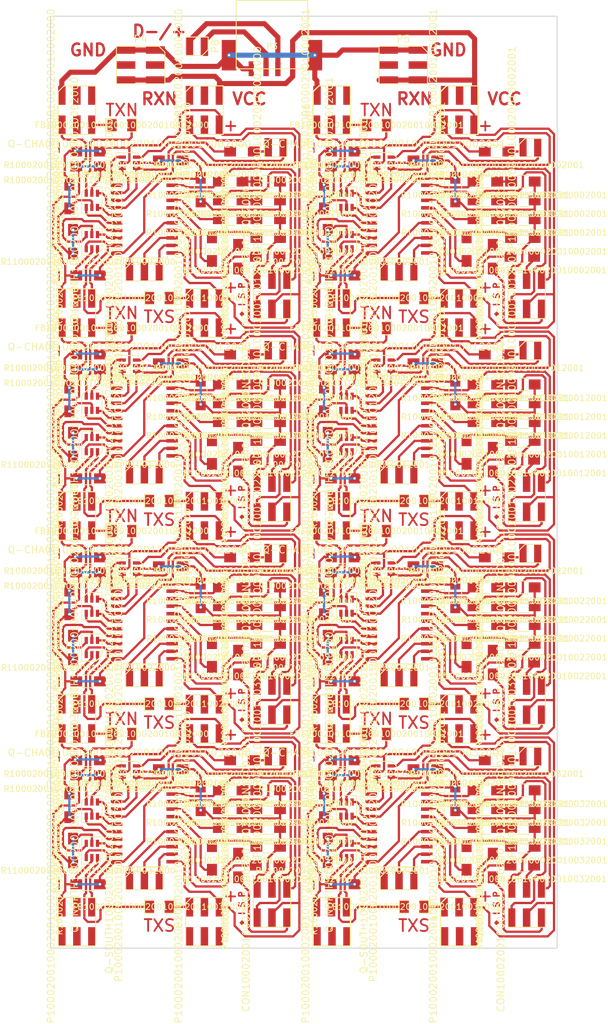
<source format=kicad_pcb>
(kicad_pcb (version 4) (host pcbnew 4.0.1-3.201512221401+6198~38~ubuntu15.10.1-stable)
  (title_block (title "Programmable Matter Particle") (date 2015-12-28) (rev 0.1) (company "Graz University of Technology") (comment 1 "Institute of Technical Informatics"))
  (layers (0 F.Cu signal) (31 B.Cu signal) (34 B.Paste user) (35 F.Paste user) (36 B.SilkS user) (37 F.SilkS user) (38 B.Mask user) (39 F.Mask user) (44 Edge.Cuts user))
  (net 0 "")
  (net 1 GND)
  (net 2 VCC)
  (net 3 "Net-(D1-Pad2)")
  (net 4 "Net-(D2-Pad2)")
  (net 5 "Net-(D3-Pad2)")
  (net 6 "Net-(D4-Pad2)")
  (net 7 /MISO)
  (net 8 /MOSI)
  (net 9 /PWR/TX-SOUTH)
  (net 10 /SW_PWR/RX-SOUTH)
  (net 11 /RX-SOUTH)
  (net 12 /PWR/TX-NORTH)
  (net 13 /SW_PWR/RX-NORTH)
  (net 14 /RX-NORTH)
  (net 15 /PWR/TX-CHAIN)
  (net 16 /SW_PWR/RX-CHAIN)
  (net 17 /RX-CHAIN)
  (net 18 "Net-(IC1-Pad14)")
  (net 19 "Net-(IC1-Pad16)")
  (net 20 /ERROR)
  (net 21 /STATUS1)
  (net 22 /TX-CHAIN)
  (net 23 /TX-NORTH)
  (net 24 /TX-SOUTH)
  (net 25 "Net-(FB1-Pad2)")
  (net 26 "Net-(FB2-Pad2)")
  (net 27 /TP3)
  (net 28 /TP2)
  (net 29 /TP1)
  (net 30 /RST)
  (net 31 /SCK)
  (net 32 "Net-(Q-CHAIN1-Pad6)")
  (net 33 /D+)
  (net 34 /D-)
  (module Resistors_SMD:R_1206_HandSoldering (layer F.Cu) (at 101.515 161.29)
    (fp_text reference R110002001000200100020010032001 (at 0 -2.3) (layer F.SilkS))
    (fp_text value 0)
    (pad 1 smd rect (at -2 0) (size 2 1.7) (layers F.Cu F.Paste F.Mask) (net 1 GND))
    (pad 2 smd rect (at 2 0) (size 2 1.7) (layers F.Cu F.Paste F.Mask) (net 1 GND))
  )
  (module Resistors_SMD:R_1206_HandSoldering (layer F.Cu) (at 101.515 127)
    (fp_text reference R110002001000200100020010022001 (at 0 -2.3) (layer F.SilkS))
    (fp_text value 0)
    (pad 1 smd rect (at -2 0) (size 2 1.7) (layers F.Cu F.Paste F.Mask) (net 1 GND))
    (pad 2 smd rect (at 2 0) (size 2 1.7) (layers F.Cu F.Paste F.Mask) (net 1 GND))
  )
  (module Resistors_SMD:R_1206_HandSoldering (layer F.Cu) (at 101.515 92.71)
    (fp_text reference R110002001000200100020010012001 (at 0 -2.3) (layer F.SilkS))
    (fp_text value 0)
    (pad 1 smd rect (at -2 0) (size 2 1.7) (layers F.Cu F.Paste F.Mask) (net 1 GND))
    (pad 2 smd rect (at 2 0) (size 2 1.7) (layers F.Cu F.Paste F.Mask) (net 1 GND))
  )
  (module Resistors_SMD:R_1206_HandSoldering (layer F.Cu) (at 101.515 58.42)
    (fp_text reference R110002001000200100020010002001 (at 0 -2.3) (layer F.SilkS))
    (fp_text value 0)
    (pad 1 smd rect (at -2 0) (size 2 1.7) (layers F.Cu F.Paste F.Mask) (net 1 GND))
    (pad 2 smd rect (at 2 0) (size 2 1.7) (layers F.Cu F.Paste F.Mask) (net 1 GND))
  )
  (module Resistors_SMD:R_1206_HandSoldering (layer F.Cu) (at 58.42 161.29)
    (fp_text reference R110002001000200100020010032000 (at 0 -2.3) (layer F.SilkS))
    (fp_text value 0)
    (pad 1 smd rect (at -2 0) (size 2 1.7) (layers F.Cu F.Paste F.Mask) (net 1 GND))
    (pad 2 smd rect (at 2 0) (size 2 1.7) (layers F.Cu F.Paste F.Mask) (net 1 GND))
  )
  (module Resistors_SMD:R_1206_HandSoldering (layer F.Cu) (at 58.42 127)
    (fp_text reference R110002001000200100020010022000 (at 0 -2.3) (layer F.SilkS))
    (fp_text value 0)
    (pad 1 smd rect (at -2 0) (size 2 1.7) (layers F.Cu F.Paste F.Mask) (net 1 GND))
    (pad 2 smd rect (at 2 0) (size 2 1.7) (layers F.Cu F.Paste F.Mask) (net 1 GND))
  )
  (module Resistors_SMD:R_1206_HandSoldering (layer F.Cu) (at 58.42 92.71)
    (fp_text reference R110002001000200100020010012000 (at 0 -2.3) (layer F.SilkS))
    (fp_text value 0)
    (pad 1 smd rect (at -2 0) (size 2 1.7) (layers F.Cu F.Paste F.Mask) (net 1 GND))
    (pad 2 smd rect (at 2 0) (size 2 1.7) (layers F.Cu F.Paste F.Mask) (net 1 GND))
  )
  (module SMD_Packages:SMD-1206_Pol (layer F.Cu) (at 113.58 165.1 180)
    (fp_text reference FB10002001000200100020010032001 (at 0 0 180) (layer F.SilkS))
    (fp_text value TXS-SMA)
    (pad 1 smd rect (at -1.651 0 180) (size 1.524 2.032) (layers F.Cu F.Paste F.Mask) (net 24 /TX-SOUTH))
    (pad 2 smd rect (at 1.651 0 180) (size 1.524 2.032) (layers F.Cu F.Paste F.Mask) (net 26 "Net-(FB2-Pad2)"))
  )
  (module SMD_Packages:SMD-1206_Pol (layer F.Cu) (at 113.58 130.81 180)
    (fp_text reference FB10002001000200100020010022001 (at 0 0 180) (layer F.SilkS))
    (fp_text value TXS-SMA)
    (pad 1 smd rect (at -1.651 0 180) (size 1.524 2.032) (layers F.Cu F.Paste F.Mask) (net 24 /TX-SOUTH))
    (pad 2 smd rect (at 1.651 0 180) (size 1.524 2.032) (layers F.Cu F.Paste F.Mask) (net 26 "Net-(FB2-Pad2)"))
  )
  (module SMD_Packages:SMD-1206_Pol (layer F.Cu) (at 113.58 96.52 180)
    (fp_text reference FB10002001000200100020010012001 (at 0 0 180) (layer F.SilkS))
    (fp_text value TXS-SMA)
    (pad 1 smd rect (at -1.651 0 180) (size 1.524 2.032) (layers F.Cu F.Paste F.Mask) (net 24 /TX-SOUTH))
    (pad 2 smd rect (at 1.651 0 180) (size 1.524 2.032) (layers F.Cu F.Paste F.Mask) (net 26 "Net-(FB2-Pad2)"))
  )
  (module SMD_Packages:SMD-1206_Pol (layer F.Cu) (at 113.58 62.23 180)
    (fp_text reference FB10002001000200100020010002001 (at 0 0 180) (layer F.SilkS))
    (fp_text value TXS-SMA)
    (pad 1 smd rect (at -1.651 0 180) (size 1.524 2.032) (layers F.Cu F.Paste F.Mask) (net 24 /TX-SOUTH))
    (pad 2 smd rect (at 1.651 0 180) (size 1.524 2.032) (layers F.Cu F.Paste F.Mask) (net 26 "Net-(FB2-Pad2)"))
  )
  (module SMD_Packages:SMD-1206_Pol (layer F.Cu) (at 70.485 165.1 180)
    (fp_text reference FB10002001000200100020010032000 (at 0 0 180) (layer F.SilkS))
    (fp_text value TXS-SMA)
    (pad 1 smd rect (at -1.651 0 180) (size 1.524 2.032) (layers F.Cu F.Paste F.Mask) (net 24 /TX-SOUTH))
    (pad 2 smd rect (at 1.651 0 180) (size 1.524 2.032) (layers F.Cu F.Paste F.Mask) (net 26 "Net-(FB2-Pad2)"))
  )
  (module SMD_Packages:SMD-1206_Pol (layer F.Cu) (at 70.485 130.81 180)
    (fp_text reference FB10002001000200100020010022000 (at 0 0 180) (layer F.SilkS))
    (fp_text value TXS-SMA)
    (pad 1 smd rect (at -1.651 0 180) (size 1.524 2.032) (layers F.Cu F.Paste F.Mask) (net 24 /TX-SOUTH))
    (pad 2 smd rect (at 1.651 0 180) (size 1.524 2.032) (layers F.Cu F.Paste F.Mask) (net 26 "Net-(FB2-Pad2)"))
  )
  (module SMD_Packages:SMD-1206_Pol (layer F.Cu) (at 70.485 96.52 180)
    (fp_text reference FB10002001000200100020010012000 (at 0 0 180) (layer F.SilkS))
    (fp_text value TXS-SMA)
    (pad 1 smd rect (at -1.651 0 180) (size 1.524 2.032) (layers F.Cu F.Paste F.Mask) (net 24 /TX-SOUTH))
    (pad 2 smd rect (at 1.651 0 180) (size 1.524 2.032) (layers F.Cu F.Paste F.Mask) (net 26 "Net-(FB2-Pad2)"))
  )
  (module SMT_PIN_HEADER:CONN-1x3 (layer F.Cu) (at 111.04 160.655)
    (fp_text reference P10002001000200100020010032001 (at -4.375 0 90) (layer F.SilkS) (effects (font (size 1.2 1.2))))
    (fp_text value TEST1-3)
    (pad 1 smd rect (at -2.54 -0.04) (size 1.27 3.2) (layers F.Cu F.Paste F.Mask) (net 29 /TP1))
    (pad 2 smd rect (at 0 -0.04) (size 1.27 3.2) (layers F.Cu F.Paste F.Mask) (net 28 /TP2))
    (pad 3 smd rect (at 2.54 -0.04) (size 1.27 3.2) (layers F.Cu F.Paste F.Mask) (net 27 /TP3))
  )
  (module SMT_PIN_HEADER:CONN-1x3 (layer F.Cu) (at 111.04 126.365)
    (fp_text reference P10002001000200100020010022001 (at -4.375 0 90) (layer F.SilkS) (effects (font (size 1.2 1.2))))
    (fp_text value TEST1-3)
    (pad 1 smd rect (at -2.54 -0.04) (size 1.27 3.2) (layers F.Cu F.Paste F.Mask) (net 29 /TP1))
    (pad 2 smd rect (at 0 -0.04) (size 1.27 3.2) (layers F.Cu F.Paste F.Mask) (net 28 /TP2))
    (pad 3 smd rect (at 2.54 -0.04) (size 1.27 3.2) (layers F.Cu F.Paste F.Mask) (net 27 /TP3))
  )
  (module SMT_PIN_HEADER:CONN-1x3 (layer F.Cu) (at 111.04 92.075)
    (fp_text reference P10002001000200100020010012001 (at -4.375 0 90) (layer F.SilkS) (effects (font (size 1.2 1.2))))
    (fp_text value TEST1-3)
    (pad 1 smd rect (at -2.54 -0.04) (size 1.27 3.2) (layers F.Cu F.Paste F.Mask) (net 29 /TP1))
    (pad 2 smd rect (at 0 -0.04) (size 1.27 3.2) (layers F.Cu F.Paste F.Mask) (net 28 /TP2))
    (pad 3 smd rect (at 2.54 -0.04) (size 1.27 3.2) (layers F.Cu F.Paste F.Mask) (net 27 /TP3))
  )
  (module SMT_PIN_HEADER:CONN-1x3 (layer F.Cu) (at 111.04 57.785)
    (fp_text reference P10002001000200100020010002001 (at -4.375 0 90) (layer F.SilkS) (effects (font (size 1.2 1.2))))
    (fp_text value TEST1-3)
    (pad 1 smd rect (at -2.54 -0.04) (size 1.27 3.2) (layers F.Cu F.Paste F.Mask) (net 29 /TP1))
    (pad 2 smd rect (at 0 -0.04) (size 1.27 3.2) (layers F.Cu F.Paste F.Mask) (net 28 /TP2))
    (pad 3 smd rect (at 2.54 -0.04) (size 1.27 3.2) (layers F.Cu F.Paste F.Mask) (net 27 /TP3))
  )
  (module SMT_PIN_HEADER:CONN-1x3 (layer F.Cu) (at 67.945 160.655)
    (fp_text reference P10002001000200100020010032000 (at -4.375 0 90) (layer F.SilkS) (effects (font (size 1.2 1.2))))
    (fp_text value TEST1-3)
    (pad 1 smd rect (at -2.54 -0.04) (size 1.27 3.2) (layers F.Cu F.Paste F.Mask) (net 29 /TP1))
    (pad 2 smd rect (at 0 -0.04) (size 1.27 3.2) (layers F.Cu F.Paste F.Mask) (net 28 /TP2))
    (pad 3 smd rect (at 2.54 -0.04) (size 1.27 3.2) (layers F.Cu F.Paste F.Mask) (net 27 /TP3))
  )
  (module SMT_PIN_HEADER:CONN-1x3 (layer F.Cu) (at 67.945 126.365)
    (fp_text reference P10002001000200100020010022000 (at -4.375 0 90) (layer F.SilkS) (effects (font (size 1.2 1.2))))
    (fp_text value TEST1-3)
    (pad 1 smd rect (at -2.54 -0.04) (size 1.27 3.2) (layers F.Cu F.Paste F.Mask) (net 29 /TP1))
    (pad 2 smd rect (at 0 -0.04) (size 1.27 3.2) (layers F.Cu F.Paste F.Mask) (net 28 /TP2))
    (pad 3 smd rect (at 2.54 -0.04) (size 1.27 3.2) (layers F.Cu F.Paste F.Mask) (net 27 /TP3))
  )
  (module SMT_PIN_HEADER:CONN-1x3 (layer F.Cu) (at 67.945 92.075)
    (fp_text reference P10002001000200100020010012000 (at -4.375 0 90) (layer F.SilkS) (effects (font (size 1.2 1.2))))
    (fp_text value TEST1-3)
    (pad 1 smd rect (at -2.54 -0.04) (size 1.27 3.2) (layers F.Cu F.Paste F.Mask) (net 29 /TP1))
    (pad 2 smd rect (at 0 -0.04) (size 1.27 3.2) (layers F.Cu F.Paste F.Mask) (net 28 /TP2))
    (pad 3 smd rect (at 2.54 -0.04) (size 1.27 3.2) (layers F.Cu F.Paste F.Mask) (net 27 /TP3))
  )
  (module SMT_PIN_HEADER:CONN-6_4-6 (layer F.Cu) (at 99.61 167.64)
    (fp_text reference P10002001000200100020010032001 (at -4.375 0 90) (layer F.SilkS) (effects (font (size 1.2 1.2))))
    (fp_text value RXS)
    (pad 6 smd rect (at -2.54 -2.5) (size 1.27 3.2) (layers F.Cu F.Paste F.Mask) (net 1 GND))
    (pad 5 smd rect (at 0 -2.5) (size 1.27 3.2) (layers F.Cu F.Paste F.Mask))
    (pad 4 smd rect (at 2.54 -2.5) (size 1.27 3.2) (layers F.Cu F.Paste F.Mask) (net 11 /RX-SOUTH))
  )
  (module SMT_PIN_HEADER:CONN-6_4-6 (layer F.Cu) (at 99.61 133.35)
    (fp_text reference P10002001000200100020010022001 (at -4.375 0 90) (layer F.SilkS) (effects (font (size 1.2 1.2))))
    (fp_text value RXS)
    (pad 6 smd rect (at -2.54 -2.5) (size 1.27 3.2) (layers F.Cu F.Paste F.Mask) (net 1 GND))
    (pad 5 smd rect (at 0 -2.5) (size 1.27 3.2) (layers F.Cu F.Paste F.Mask))
    (pad 4 smd rect (at 2.54 -2.5) (size 1.27 3.2) (layers F.Cu F.Paste F.Mask) (net 11 /RX-SOUTH))
  )
  (module SMT_PIN_HEADER:CONN-6_4-6 (layer F.Cu) (at 99.61 99.06)
    (fp_text reference P10002001000200100020010012001 (at -4.375 0 90) (layer F.SilkS) (effects (font (size 1.2 1.2))))
    (fp_text value RXS)
    (pad 6 smd rect (at -2.54 -2.5) (size 1.27 3.2) (layers F.Cu F.Paste F.Mask) (net 1 GND))
    (pad 5 smd rect (at 0 -2.5) (size 1.27 3.2) (layers F.Cu F.Paste F.Mask))
    (pad 4 smd rect (at 2.54 -2.5) (size 1.27 3.2) (layers F.Cu F.Paste F.Mask) (net 11 /RX-SOUTH))
  )
  (module SMT_PIN_HEADER:CONN-6_4-6 (layer F.Cu) (at 99.61 64.77)
    (fp_text reference P10002001000200100020010002001 (at -4.375 0 90) (layer F.SilkS) (effects (font (size 1.2 1.2))))
    (fp_text value RXS)
    (pad 6 smd rect (at -2.54 -2.5) (size 1.27 3.2) (layers F.Cu F.Paste F.Mask) (net 1 GND))
    (pad 5 smd rect (at 0 -2.5) (size 1.27 3.2) (layers F.Cu F.Paste F.Mask))
    (pad 4 smd rect (at 2.54 -2.5) (size 1.27 3.2) (layers F.Cu F.Paste F.Mask) (net 11 /RX-SOUTH))
  )
  (module SMT_PIN_HEADER:CONN-6_4-6 (layer F.Cu) (at 56.515 167.64)
    (fp_text reference P10002001000200100020010032000 (at -4.375 0 90) (layer F.SilkS) (effects (font (size 1.2 1.2))))
    (fp_text value RXS)
    (pad 6 smd rect (at -2.54 -2.5) (size 1.27 3.2) (layers F.Cu F.Paste F.Mask) (net 1 GND))
    (pad 5 smd rect (at 0 -2.5) (size 1.27 3.2) (layers F.Cu F.Paste F.Mask))
    (pad 4 smd rect (at 2.54 -2.5) (size 1.27 3.2) (layers F.Cu F.Paste F.Mask) (net 11 /RX-SOUTH))
  )
  (module SMT_PIN_HEADER:CONN-6_4-6 (layer F.Cu) (at 56.515 133.35)
    (fp_text reference P10002001000200100020010022000 (at -4.375 0 90) (layer F.SilkS) (effects (font (size 1.2 1.2))))
    (fp_text value RXS)
    (pad 6 smd rect (at -2.54 -2.5) (size 1.27 3.2) (layers F.Cu F.Paste F.Mask) (net 1 GND))
    (pad 5 smd rect (at 0 -2.5) (size 1.27 3.2) (layers F.Cu F.Paste F.Mask))
    (pad 4 smd rect (at 2.54 -2.5) (size 1.27 3.2) (layers F.Cu F.Paste F.Mask) (net 11 /RX-SOUTH))
  )
  (module SMT_PIN_HEADER:CONN-6_4-6 (layer F.Cu) (at 56.515 99.06)
    (fp_text reference P10002001000200100020010012000 (at -4.375 0 90) (layer F.SilkS) (effects (font (size 1.2 1.2))))
    (fp_text value RXS)
    (pad 6 smd rect (at -2.54 -2.5) (size 1.27 3.2) (layers F.Cu F.Paste F.Mask) (net 1 GND))
    (pad 5 smd rect (at 0 -2.5) (size 1.27 3.2) (layers F.Cu F.Paste F.Mask))
    (pad 4 smd rect (at 2.54 -2.5) (size 1.27 3.2) (layers F.Cu F.Paste F.Mask) (net 11 /RX-SOUTH))
  )
  (module SMT_PIN_HEADER:CONN-6_4-6 (layer F.Cu) (at 121.2 167.64)
    (fp_text reference P10002001000200100020010032001 (at -4.375 0 90) (layer F.SilkS) (effects (font (size 1.2 1.2))))
    (fp_text value TXS)
    (pad 6 smd rect (at -2.54 -2.5) (size 1.27 3.2) (layers F.Cu F.Paste F.Mask) (net 24 /TX-SOUTH))
    (pad 5 smd rect (at 0 -2.5) (size 1.27 3.2) (layers F.Cu F.Paste F.Mask))
    (pad 4 smd rect (at 2.54 -2.5) (size 1.27 3.2) (layers F.Cu F.Paste F.Mask) (net 2 VCC))
  )
  (module SMT_PIN_HEADER:CONN-6_4-6 (layer F.Cu) (at 121.2 133.35)
    (fp_text reference P10002001000200100020010022001 (at -4.375 0 90) (layer F.SilkS) (effects (font (size 1.2 1.2))))
    (fp_text value TXS)
    (pad 6 smd rect (at -2.54 -2.5) (size 1.27 3.2) (layers F.Cu F.Paste F.Mask) (net 24 /TX-SOUTH))
    (pad 5 smd rect (at 0 -2.5) (size 1.27 3.2) (layers F.Cu F.Paste F.Mask))
    (pad 4 smd rect (at 2.54 -2.5) (size 1.27 3.2) (layers F.Cu F.Paste F.Mask) (net 2 VCC))
  )
  (module SMT_PIN_HEADER:CONN-6_4-6 (layer F.Cu) (at 121.2 99.06)
    (fp_text reference P10002001000200100020010012001 (at -4.375 0 90) (layer F.SilkS) (effects (font (size 1.2 1.2))))
    (fp_text value TXS)
    (pad 6 smd rect (at -2.54 -2.5) (size 1.27 3.2) (layers F.Cu F.Paste F.Mask) (net 24 /TX-SOUTH))
    (pad 5 smd rect (at 0 -2.5) (size 1.27 3.2) (layers F.Cu F.Paste F.Mask))
    (pad 4 smd rect (at 2.54 -2.5) (size 1.27 3.2) (layers F.Cu F.Paste F.Mask) (net 2 VCC))
  )
  (module SMT_PIN_HEADER:CONN-6_4-6 (layer F.Cu) (at 121.2 64.77)
    (fp_text reference P10002001000200100020010002001 (at -4.375 0 90) (layer F.SilkS) (effects (font (size 1.2 1.2))))
    (fp_text value TXS)
    (pad 6 smd rect (at -2.54 -2.5) (size 1.27 3.2) (layers F.Cu F.Paste F.Mask) (net 24 /TX-SOUTH))
    (pad 5 smd rect (at 0 -2.5) (size 1.27 3.2) (layers F.Cu F.Paste F.Mask))
    (pad 4 smd rect (at 2.54 -2.5) (size 1.27 3.2) (layers F.Cu F.Paste F.Mask) (net 2 VCC))
  )
  (module SMT_PIN_HEADER:CONN-6_4-6 (layer F.Cu) (at 78.105 167.64)
    (fp_text reference P10002001000200100020010032000 (at -4.375 0 90) (layer F.SilkS) (effects (font (size 1.2 1.2))))
    (fp_text value TXS)
    (pad 6 smd rect (at -2.54 -2.5) (size 1.27 3.2) (layers F.Cu F.Paste F.Mask) (net 24 /TX-SOUTH))
    (pad 5 smd rect (at 0 -2.5) (size 1.27 3.2) (layers F.Cu F.Paste F.Mask))
    (pad 4 smd rect (at 2.54 -2.5) (size 1.27 3.2) (layers F.Cu F.Paste F.Mask) (net 2 VCC))
  )
  (module SMT_PIN_HEADER:CONN-6_4-6 (layer F.Cu) (at 78.105 133.35)
    (fp_text reference P10002001000200100020010022000 (at -4.375 0 90) (layer F.SilkS) (effects (font (size 1.2 1.2))))
    (fp_text value TXS)
    (pad 6 smd rect (at -2.54 -2.5) (size 1.27 3.2) (layers F.Cu F.Paste F.Mask) (net 24 /TX-SOUTH))
    (pad 5 smd rect (at 0 -2.5) (size 1.27 3.2) (layers F.Cu F.Paste F.Mask))
    (pad 4 smd rect (at 2.54 -2.5) (size 1.27 3.2) (layers F.Cu F.Paste F.Mask) (net 2 VCC))
  )
  (module SMT_PIN_HEADER:CONN-6_4-6 (layer F.Cu) (at 78.105 99.06)
    (fp_text reference P10002001000200100020010012000 (at -4.375 0 90) (layer F.SilkS) (effects (font (size 1.2 1.2))))
    (fp_text value TXS)
    (pad 6 smd rect (at -2.54 -2.5) (size 1.27 3.2) (layers F.Cu F.Paste F.Mask) (net 24 /TX-SOUTH))
    (pad 5 smd rect (at 0 -2.5) (size 1.27 3.2) (layers F.Cu F.Paste F.Mask))
    (pad 4 smd rect (at 2.54 -2.5) (size 1.27 3.2) (layers F.Cu F.Paste F.Mask) (net 2 VCC))
  )
  (module Resistors_SMD:R_1206_HandSoldering (layer F.Cu) (at 126.915 158.115 90)
    (fp_text reference R10002001000200100020010032001 (at 0 -2.3 90) (layer F.SilkS))
    (fp_text value 0)
    (pad 1 smd rect (at -2 0 90) (size 2 1.7) (layers F.Cu F.Paste F.Mask) (net 31 /SCK))
    (pad 2 smd rect (at 2 0 90) (size 2 1.7) (layers F.Cu F.Paste F.Mask) (net 19 "Net-(IC1-Pad16)"))
  )
  (module Resistors_SMD:R_1206_HandSoldering (layer F.Cu) (at 126.915 123.825 90)
    (fp_text reference R10002001000200100020010022001 (at 0 -2.3 90) (layer F.SilkS))
    (fp_text value 0)
    (pad 1 smd rect (at -2 0 90) (size 2 1.7) (layers F.Cu F.Paste F.Mask) (net 31 /SCK))
    (pad 2 smd rect (at 2 0 90) (size 2 1.7) (layers F.Cu F.Paste F.Mask) (net 19 "Net-(IC1-Pad16)"))
  )
  (module Resistors_SMD:R_1206_HandSoldering (layer F.Cu) (at 126.915 89.535 90)
    (fp_text reference R10002001000200100020010012001 (at 0 -2.3 90) (layer F.SilkS))
    (fp_text value 0)
    (pad 1 smd rect (at -2 0 90) (size 2 1.7) (layers F.Cu F.Paste F.Mask) (net 31 /SCK))
    (pad 2 smd rect (at 2 0 90) (size 2 1.7) (layers F.Cu F.Paste F.Mask) (net 19 "Net-(IC1-Pad16)"))
  )
  (module Resistors_SMD:R_1206_HandSoldering (layer F.Cu) (at 126.915 55.245 90)
    (fp_text reference R10002001000200100020010002001 (at 0 -2.3 90) (layer F.SilkS))
    (fp_text value 0)
    (pad 1 smd rect (at -2 0 90) (size 2 1.7) (layers F.Cu F.Paste F.Mask) (net 31 /SCK))
    (pad 2 smd rect (at 2 0 90) (size 2 1.7) (layers F.Cu F.Paste F.Mask) (net 19 "Net-(IC1-Pad16)"))
  )
  (module Resistors_SMD:R_1206_HandSoldering (layer F.Cu) (at 83.82 158.115 90)
    (fp_text reference R10002001000200100020010032000 (at 0 -2.3 90) (layer F.SilkS))
    (fp_text value 0)
    (pad 1 smd rect (at -2 0 90) (size 2 1.7) (layers F.Cu F.Paste F.Mask) (net 31 /SCK))
    (pad 2 smd rect (at 2 0 90) (size 2 1.7) (layers F.Cu F.Paste F.Mask) (net 19 "Net-(IC1-Pad16)"))
  )
  (module Resistors_SMD:R_1206_HandSoldering (layer F.Cu) (at 83.82 123.825 90)
    (fp_text reference R10002001000200100020010022000 (at 0 -2.3 90) (layer F.SilkS))
    (fp_text value 0)
    (pad 1 smd rect (at -2 0 90) (size 2 1.7) (layers F.Cu F.Paste F.Mask) (net 31 /SCK))
    (pad 2 smd rect (at 2 0 90) (size 2 1.7) (layers F.Cu F.Paste F.Mask) (net 19 "Net-(IC1-Pad16)"))
  )
  (module Resistors_SMD:R_1206_HandSoldering (layer F.Cu) (at 83.82 89.535 90)
    (fp_text reference R10002001000200100020010012000 (at 0 -2.3 90) (layer F.SilkS))
    (fp_text value 0)
    (pad 1 smd rect (at -2 0 90) (size 2 1.7) (layers F.Cu F.Paste F.Mask) (net 31 /SCK))
    (pad 2 smd rect (at 2 0 90) (size 2 1.7) (layers F.Cu F.Paste F.Mask) (net 19 "Net-(IC1-Pad16)"))
  )
  (module Resistors_SMD:R_1206_HandSoldering (layer F.Cu) (at 125.645 151.765 180)
    (fp_text reference R10002001000200100020010032001 (at 0 -2.3 180) (layer F.SilkS))
    (fp_text value 1k2)
    (pad 1 smd rect (at -2 0 180) (size 2 1.7) (layers F.Cu F.Paste F.Mask) (net 5 "Net-(D3-Pad2)"))
    (pad 2 smd rect (at 2 0 180) (size 2 1.7) (layers F.Cu F.Paste F.Mask) (net 21 /STATUS1))
  )
  (module Resistors_SMD:R_1206_HandSoldering (layer F.Cu) (at 125.645 117.475 180)
    (fp_text reference R10002001000200100020010022001 (at 0 -2.3 180) (layer F.SilkS))
    (fp_text value 1k2)
    (pad 1 smd rect (at -2 0 180) (size 2 1.7) (layers F.Cu F.Paste F.Mask) (net 5 "Net-(D3-Pad2)"))
    (pad 2 smd rect (at 2 0 180) (size 2 1.7) (layers F.Cu F.Paste F.Mask) (net 21 /STATUS1))
  )
  (module Resistors_SMD:R_1206_HandSoldering (layer F.Cu) (at 125.645 83.185 180)
    (fp_text reference R10002001000200100020010012001 (at 0 -2.3 180) (layer F.SilkS))
    (fp_text value 1k2)
    (pad 1 smd rect (at -2 0 180) (size 2 1.7) (layers F.Cu F.Paste F.Mask) (net 5 "Net-(D3-Pad2)"))
    (pad 2 smd rect (at 2 0 180) (size 2 1.7) (layers F.Cu F.Paste F.Mask) (net 21 /STATUS1))
  )
  (module Resistors_SMD:R_1206_HandSoldering (layer F.Cu) (at 125.645 48.895 180)
    (fp_text reference R10002001000200100020010002001 (at 0 -2.3 180) (layer F.SilkS))
    (fp_text value 1k2)
    (pad 1 smd rect (at -2 0 180) (size 2 1.7) (layers F.Cu F.Paste F.Mask) (net 5 "Net-(D3-Pad2)"))
    (pad 2 smd rect (at 2 0 180) (size 2 1.7) (layers F.Cu F.Paste F.Mask) (net 21 /STATUS1))
  )
  (module Resistors_SMD:R_1206_HandSoldering (layer F.Cu) (at 82.55 151.765 180)
    (fp_text reference R10002001000200100020010032000 (at 0 -2.3 180) (layer F.SilkS))
    (fp_text value 1k2)
    (pad 1 smd rect (at -2 0 180) (size 2 1.7) (layers F.Cu F.Paste F.Mask) (net 5 "Net-(D3-Pad2)"))
    (pad 2 smd rect (at 2 0 180) (size 2 1.7) (layers F.Cu F.Paste F.Mask) (net 21 /STATUS1))
  )
  (module Resistors_SMD:R_1206_HandSoldering (layer F.Cu) (at 82.55 117.475 180)
    (fp_text reference R10002001000200100020010022000 (at 0 -2.3 180) (layer F.SilkS))
    (fp_text value 1k2)
    (pad 1 smd rect (at -2 0 180) (size 2 1.7) (layers F.Cu F.Paste F.Mask) (net 5 "Net-(D3-Pad2)"))
    (pad 2 smd rect (at 2 0 180) (size 2 1.7) (layers F.Cu F.Paste F.Mask) (net 21 /STATUS1))
  )
  (module Resistors_SMD:R_1206_HandSoldering (layer F.Cu) (at 82.55 83.185 180)
    (fp_text reference R10002001000200100020010012000 (at 0 -2.3 180) (layer F.SilkS))
    (fp_text value 1k2)
    (pad 1 smd rect (at -2 0 180) (size 2 1.7) (layers F.Cu F.Paste F.Mask) (net 5 "Net-(D3-Pad2)"))
    (pad 2 smd rect (at 2 0 180) (size 2 1.7) (layers F.Cu F.Paste F.Mask) (net 21 /STATUS1))
  )
  (module Resistors_SMD:R_1206_HandSoldering (layer F.Cu) (at 122.47 156.845 270)
    (fp_text reference R10002001000200100020010032001 (at 0 -2.3 270) (layer F.SilkS))
    (fp_text value 1k2)
    (pad 1 smd rect (at -2 0 270) (size 2 1.7) (layers F.Cu F.Paste F.Mask) (net 6 "Net-(D4-Pad2)"))
    (pad 2 smd rect (at 2 0 270) (size 2 1.7) (layers F.Cu F.Paste F.Mask) (net 20 /ERROR))
  )
  (module Resistors_SMD:R_1206_HandSoldering (layer F.Cu) (at 122.47 122.555 270)
    (fp_text reference R10002001000200100020010022001 (at 0 -2.3 270) (layer F.SilkS))
    (fp_text value 1k2)
    (pad 1 smd rect (at -2 0 270) (size 2 1.7) (layers F.Cu F.Paste F.Mask) (net 6 "Net-(D4-Pad2)"))
    (pad 2 smd rect (at 2 0 270) (size 2 1.7) (layers F.Cu F.Paste F.Mask) (net 20 /ERROR))
  )
  (module Resistors_SMD:R_1206_HandSoldering (layer F.Cu) (at 122.47 88.265 270)
    (fp_text reference R10002001000200100020010012001 (at 0 -2.3 270) (layer F.SilkS))
    (fp_text value 1k2)
    (pad 1 smd rect (at -2 0 270) (size 2 1.7) (layers F.Cu F.Paste F.Mask) (net 6 "Net-(D4-Pad2)"))
    (pad 2 smd rect (at 2 0 270) (size 2 1.7) (layers F.Cu F.Paste F.Mask) (net 20 /ERROR))
  )
  (module Resistors_SMD:R_1206_HandSoldering (layer F.Cu) (at 122.47 53.975 270)
    (fp_text reference R10002001000200100020010002001 (at 0 -2.3 270) (layer F.SilkS))
    (fp_text value 1k2)
    (pad 1 smd rect (at -2 0 270) (size 2 1.7) (layers F.Cu F.Paste F.Mask) (net 6 "Net-(D4-Pad2)"))
    (pad 2 smd rect (at 2 0 270) (size 2 1.7) (layers F.Cu F.Paste F.Mask) (net 20 /ERROR))
  )
  (module Resistors_SMD:R_1206_HandSoldering (layer F.Cu) (at 79.375 156.845 270)
    (fp_text reference R10002001000200100020010032000 (at 0 -2.3 270) (layer F.SilkS))
    (fp_text value 1k2)
    (pad 1 smd rect (at -2 0 270) (size 2 1.7) (layers F.Cu F.Paste F.Mask) (net 6 "Net-(D4-Pad2)"))
    (pad 2 smd rect (at 2 0 270) (size 2 1.7) (layers F.Cu F.Paste F.Mask) (net 20 /ERROR))
  )
  (module Resistors_SMD:R_1206_HandSoldering (layer F.Cu) (at 79.375 122.555 270)
    (fp_text reference R10002001000200100020010022000 (at 0 -2.3 270) (layer F.SilkS))
    (fp_text value 1k2)
    (pad 1 smd rect (at -2 0 270) (size 2 1.7) (layers F.Cu F.Paste F.Mask) (net 6 "Net-(D4-Pad2)"))
    (pad 2 smd rect (at 2 0 270) (size 2 1.7) (layers F.Cu F.Paste F.Mask) (net 20 /ERROR))
  )
  (module Resistors_SMD:R_1206_HandSoldering (layer F.Cu) (at 79.375 88.265 270)
    (fp_text reference R10002001000200100020010012000 (at 0 -2.3 270) (layer F.SilkS))
    (fp_text value 1k2)
    (pad 1 smd rect (at -2 0 270) (size 2 1.7) (layers F.Cu F.Paste F.Mask) (net 6 "Net-(D4-Pad2)"))
    (pad 2 smd rect (at 2 0 270) (size 2 1.7) (layers F.Cu F.Paste F.Mask) (net 20 /ERROR))
  )
  (module Resistors_SMD:R_1206_HandSoldering (layer F.Cu) (at 131.995 154.94 180)
    (fp_text reference D10002001000200100020010032001 (at 0 -2.3 180) (layer F.SilkS))
    (fp_text value ERROR)
    (pad 1 smd rect (at -2 0 180) (size 2 1.7) (layers F.Cu F.Paste F.Mask) (net 1 GND))
    (pad 2 smd rect (at 2 0 180) (size 2 1.7) (layers F.Cu F.Paste F.Mask) (net 6 "Net-(D4-Pad2)"))
  )
  (module Resistors_SMD:R_1206_HandSoldering (layer F.Cu) (at 131.995 120.65 180)
    (fp_text reference D10002001000200100020010022001 (at 0 -2.3 180) (layer F.SilkS))
    (fp_text value ERROR)
    (pad 1 smd rect (at -2 0 180) (size 2 1.7) (layers F.Cu F.Paste F.Mask) (net 1 GND))
    (pad 2 smd rect (at 2 0 180) (size 2 1.7) (layers F.Cu F.Paste F.Mask) (net 6 "Net-(D4-Pad2)"))
  )
  (module Resistors_SMD:R_1206_HandSoldering (layer F.Cu) (at 131.995 86.36 180)
    (fp_text reference D10002001000200100020010012001 (at 0 -2.3 180) (layer F.SilkS))
    (fp_text value ERROR)
    (pad 1 smd rect (at -2 0 180) (size 2 1.7) (layers F.Cu F.Paste F.Mask) (net 1 GND))
    (pad 2 smd rect (at 2 0 180) (size 2 1.7) (layers F.Cu F.Paste F.Mask) (net 6 "Net-(D4-Pad2)"))
  )
  (module Resistors_SMD:R_1206_HandSoldering (layer F.Cu) (at 131.995 52.07 180)
    (fp_text reference D10002001000200100020010002001 (at 0 -2.3 180) (layer F.SilkS))
    (fp_text value ERROR)
    (pad 1 smd rect (at -2 0 180) (size 2 1.7) (layers F.Cu F.Paste F.Mask) (net 1 GND))
    (pad 2 smd rect (at 2 0 180) (size 2 1.7) (layers F.Cu F.Paste F.Mask) (net 6 "Net-(D4-Pad2)"))
  )
  (module Resistors_SMD:R_1206_HandSoldering (layer F.Cu) (at 88.9 154.94 180)
    (fp_text reference D10002001000200100020010032000 (at 0 -2.3 180) (layer F.SilkS))
    (fp_text value ERROR)
    (pad 1 smd rect (at -2 0 180) (size 2 1.7) (layers F.Cu F.Paste F.Mask) (net 1 GND))
    (pad 2 smd rect (at 2 0 180) (size 2 1.7) (layers F.Cu F.Paste F.Mask) (net 6 "Net-(D4-Pad2)"))
  )
  (module Resistors_SMD:R_1206_HandSoldering (layer F.Cu) (at 88.9 120.65 180)
    (fp_text reference D10002001000200100020010022000 (at 0 -2.3 180) (layer F.SilkS))
    (fp_text value ERROR)
    (pad 1 smd rect (at -2 0 180) (size 2 1.7) (layers F.Cu F.Paste F.Mask) (net 1 GND))
    (pad 2 smd rect (at 2 0 180) (size 2 1.7) (layers F.Cu F.Paste F.Mask) (net 6 "Net-(D4-Pad2)"))
  )
  (module Resistors_SMD:R_1206_HandSoldering (layer F.Cu) (at 88.9 86.36 180)
    (fp_text reference D10002001000200100020010012000 (at 0 -2.3 180) (layer F.SilkS))
    (fp_text value ERROR)
    (pad 1 smd rect (at -2 0 180) (size 2 1.7) (layers F.Cu F.Paste F.Mask) (net 1 GND))
    (pad 2 smd rect (at 2 0 180) (size 2 1.7) (layers F.Cu F.Paste F.Mask) (net 6 "Net-(D4-Pad2)"))
  )
  (module SMT_PIN_HEADER:CONN-6 (layer F.Cu) (at 132.63 164.465)
    (fp_text reference CON10002001000200100020010032001 (at -4.375 0 90) (layer F.SilkS) (effects (font (size 1.2 1.2))))
    (fp_text value AVR-ISP-6)
    (pad 6 smd rect (at -2.54 -2.5) (size 1.27 3.2) (layers F.Cu F.Paste F.Mask) (net 1 GND))
    (pad 1 smd rect (at -2.54 2.5) (size 1.27 3.2) (layers F.Cu F.Paste F.Mask) (net 7 /MISO))
    (pad 5 smd rect (at 0 -2.5) (size 1.27 3.2) (layers F.Cu F.Paste F.Mask) (net 30 /RST))
    (pad 2 smd rect (at 0 2.5) (size 1.27 3.2) (layers F.Cu F.Paste F.Mask) (net 2 VCC))
    (pad 4 smd rect (at 2.54 -2.5) (size 1.27 3.2) (layers F.Cu F.Paste F.Mask) (net 8 /MOSI))
    (pad 3 smd rect (at 2.54 2.5) (size 1.27 3.2) (layers F.Cu F.Paste F.Mask) (net 31 /SCK))
  )
  (module SMT_PIN_HEADER:CONN-6 (layer F.Cu) (at 132.63 130.175)
    (fp_text reference CON10002001000200100020010022001 (at -4.375 0 90) (layer F.SilkS) (effects (font (size 1.2 1.2))))
    (fp_text value AVR-ISP-6)
    (pad 6 smd rect (at -2.54 -2.5) (size 1.27 3.2) (layers F.Cu F.Paste F.Mask) (net 1 GND))
    (pad 1 smd rect (at -2.54 2.5) (size 1.27 3.2) (layers F.Cu F.Paste F.Mask) (net 7 /MISO))
    (pad 5 smd rect (at 0 -2.5) (size 1.27 3.2) (layers F.Cu F.Paste F.Mask) (net 30 /RST))
    (pad 2 smd rect (at 0 2.5) (size 1.27 3.2) (layers F.Cu F.Paste F.Mask) (net 2 VCC))
    (pad 4 smd rect (at 2.54 -2.5) (size 1.27 3.2) (layers F.Cu F.Paste F.Mask) (net 8 /MOSI))
    (pad 3 smd rect (at 2.54 2.5) (size 1.27 3.2) (layers F.Cu F.Paste F.Mask) (net 31 /SCK))
  )
  (module SMT_PIN_HEADER:CONN-6 (layer F.Cu) (at 132.63 95.885)
    (fp_text reference CON10002001000200100020010012001 (at -4.375 0 90) (layer F.SilkS) (effects (font (size 1.2 1.2))))
    (fp_text value AVR-ISP-6)
    (pad 6 smd rect (at -2.54 -2.5) (size 1.27 3.2) (layers F.Cu F.Paste F.Mask) (net 1 GND))
    (pad 1 smd rect (at -2.54 2.5) (size 1.27 3.2) (layers F.Cu F.Paste F.Mask) (net 7 /MISO))
    (pad 5 smd rect (at 0 -2.5) (size 1.27 3.2) (layers F.Cu F.Paste F.Mask) (net 30 /RST))
    (pad 2 smd rect (at 0 2.5) (size 1.27 3.2) (layers F.Cu F.Paste F.Mask) (net 2 VCC))
    (pad 4 smd rect (at 2.54 -2.5) (size 1.27 3.2) (layers F.Cu F.Paste F.Mask) (net 8 /MOSI))
    (pad 3 smd rect (at 2.54 2.5) (size 1.27 3.2) (layers F.Cu F.Paste F.Mask) (net 31 /SCK))
  )
  (module SMT_PIN_HEADER:CONN-6 (layer F.Cu) (at 132.63 61.595)
    (fp_text reference CON10002001000200100020010002001 (at -4.375 0 90) (layer F.SilkS) (effects (font (size 1.2 1.2))))
    (fp_text value AVR-ISP-6)
    (pad 6 smd rect (at -2.54 -2.5) (size 1.27 3.2) (layers F.Cu F.Paste F.Mask) (net 1 GND))
    (pad 1 smd rect (at -2.54 2.5) (size 1.27 3.2) (layers F.Cu F.Paste F.Mask) (net 7 /MISO))
    (pad 5 smd rect (at 0 -2.5) (size 1.27 3.2) (layers F.Cu F.Paste F.Mask) (net 30 /RST))
    (pad 2 smd rect (at 0 2.5) (size 1.27 3.2) (layers F.Cu F.Paste F.Mask) (net 2 VCC))
    (pad 4 smd rect (at 2.54 -2.5) (size 1.27 3.2) (layers F.Cu F.Paste F.Mask) (net 8 /MOSI))
    (pad 3 smd rect (at 2.54 2.5) (size 1.27 3.2) (layers F.Cu F.Paste F.Mask) (net 31 /SCK))
  )
  (module SMT_PIN_HEADER:CONN-6 (layer F.Cu) (at 89.535 164.465)
    (fp_text reference CON10002001000200100020010032000 (at -4.375 0 90) (layer F.SilkS) (effects (font (size 1.2 1.2))))
    (fp_text value AVR-ISP-6)
    (pad 6 smd rect (at -2.54 -2.5) (size 1.27 3.2) (layers F.Cu F.Paste F.Mask) (net 1 GND))
    (pad 1 smd rect (at -2.54 2.5) (size 1.27 3.2) (layers F.Cu F.Paste F.Mask) (net 7 /MISO))
    (pad 5 smd rect (at 0 -2.5) (size 1.27 3.2) (layers F.Cu F.Paste F.Mask) (net 30 /RST))
    (pad 2 smd rect (at 0 2.5) (size 1.27 3.2) (layers F.Cu F.Paste F.Mask) (net 2 VCC))
    (pad 4 smd rect (at 2.54 -2.5) (size 1.27 3.2) (layers F.Cu F.Paste F.Mask) (net 8 /MOSI))
    (pad 3 smd rect (at 2.54 2.5) (size 1.27 3.2) (layers F.Cu F.Paste F.Mask) (net 31 /SCK))
  )
  (module SMT_PIN_HEADER:CONN-6 (layer F.Cu) (at 89.535 130.175)
    (fp_text reference CON10002001000200100020010022000 (at -4.375 0 90) (layer F.SilkS) (effects (font (size 1.2 1.2))))
    (fp_text value AVR-ISP-6)
    (pad 6 smd rect (at -2.54 -2.5) (size 1.27 3.2) (layers F.Cu F.Paste F.Mask) (net 1 GND))
    (pad 1 smd rect (at -2.54 2.5) (size 1.27 3.2) (layers F.Cu F.Paste F.Mask) (net 7 /MISO))
    (pad 5 smd rect (at 0 -2.5) (size 1.27 3.2) (layers F.Cu F.Paste F.Mask) (net 30 /RST))
    (pad 2 smd rect (at 0 2.5) (size 1.27 3.2) (layers F.Cu F.Paste F.Mask) (net 2 VCC))
    (pad 4 smd rect (at 2.54 -2.5) (size 1.27 3.2) (layers F.Cu F.Paste F.Mask) (net 8 /MOSI))
    (pad 3 smd rect (at 2.54 2.5) (size 1.27 3.2) (layers F.Cu F.Paste F.Mask) (net 31 /SCK))
  )
  (module SMT_PIN_HEADER:CONN-6 (layer F.Cu) (at 89.535 95.885)
    (fp_text reference CON10002001000200100020010012000 (at -4.375 0 90) (layer F.SilkS) (effects (font (size 1.2 1.2))))
    (fp_text value AVR-ISP-6)
    (pad 6 smd rect (at -2.54 -2.5) (size 1.27 3.2) (layers F.Cu F.Paste F.Mask) (net 1 GND))
    (pad 1 smd rect (at -2.54 2.5) (size 1.27 3.2) (layers F.Cu F.Paste F.Mask) (net 7 /MISO))
    (pad 5 smd rect (at 0 -2.5) (size 1.27 3.2) (layers F.Cu F.Paste F.Mask) (net 30 /RST))
    (pad 2 smd rect (at 0 2.5) (size 1.27 3.2) (layers F.Cu F.Paste F.Mask) (net 2 VCC))
    (pad 4 smd rect (at 2.54 -2.5) (size 1.27 3.2) (layers F.Cu F.Paste F.Mask) (net 8 /MOSI))
    (pad 3 smd rect (at 2.54 2.5) (size 1.27 3.2) (layers F.Cu F.Paste F.Mask) (net 31 /SCK))
  )
  (module Resistors_SMD:R_1206_HandSoldering (layer F.Cu) (at 131.995 151.765 180)
    (fp_text reference D10002001000200100020010032001 (at 0 -2.3 180) (layer F.SilkS))
    (fp_text value STATUS1)
    (pad 1 smd rect (at -2 0 180) (size 2 1.7) (layers F.Cu F.Paste F.Mask) (net 1 GND))
    (pad 2 smd rect (at 2 0 180) (size 2 1.7) (layers F.Cu F.Paste F.Mask) (net 5 "Net-(D3-Pad2)"))
  )
  (module Resistors_SMD:R_1206_HandSoldering (layer F.Cu) (at 131.995 117.475 180)
    (fp_text reference D10002001000200100020010022001 (at 0 -2.3 180) (layer F.SilkS))
    (fp_text value STATUS1)
    (pad 1 smd rect (at -2 0 180) (size 2 1.7) (layers F.Cu F.Paste F.Mask) (net 1 GND))
    (pad 2 smd rect (at 2 0 180) (size 2 1.7) (layers F.Cu F.Paste F.Mask) (net 5 "Net-(D3-Pad2)"))
  )
  (module Resistors_SMD:R_1206_HandSoldering (layer F.Cu) (at 131.995 83.185 180)
    (fp_text reference D10002001000200100020010012001 (at 0 -2.3 180) (layer F.SilkS))
    (fp_text value STATUS1)
    (pad 1 smd rect (at -2 0 180) (size 2 1.7) (layers F.Cu F.Paste F.Mask) (net 1 GND))
    (pad 2 smd rect (at 2 0 180) (size 2 1.7) (layers F.Cu F.Paste F.Mask) (net 5 "Net-(D3-Pad2)"))
  )
  (module Resistors_SMD:R_1206_HandSoldering (layer F.Cu) (at 131.995 48.895 180)
    (fp_text reference D10002001000200100020010002001 (at 0 -2.3 180) (layer F.SilkS))
    (fp_text value STATUS1)
    (pad 1 smd rect (at -2 0 180) (size 2 1.7) (layers F.Cu F.Paste F.Mask) (net 1 GND))
    (pad 2 smd rect (at 2 0 180) (size 2 1.7) (layers F.Cu F.Paste F.Mask) (net 5 "Net-(D3-Pad2)"))
  )
  (module Resistors_SMD:R_1206_HandSoldering (layer F.Cu) (at 88.9 151.765 180)
    (fp_text reference D10002001000200100020010032000 (at 0 -2.3 180) (layer F.SilkS))
    (fp_text value STATUS1)
    (pad 1 smd rect (at -2 0 180) (size 2 1.7) (layers F.Cu F.Paste F.Mask) (net 1 GND))
    (pad 2 smd rect (at 2 0 180) (size 2 1.7) (layers F.Cu F.Paste F.Mask) (net 5 "Net-(D3-Pad2)"))
  )
  (module Resistors_SMD:R_1206_HandSoldering (layer F.Cu) (at 88.9 117.475 180)
    (fp_text reference D10002001000200100020010022000 (at 0 -2.3 180) (layer F.SilkS))
    (fp_text value STATUS1)
    (pad 1 smd rect (at -2 0 180) (size 2 1.7) (layers F.Cu F.Paste F.Mask) (net 1 GND))
    (pad 2 smd rect (at 2 0 180) (size 2 1.7) (layers F.Cu F.Paste F.Mask) (net 5 "Net-(D3-Pad2)"))
  )
  (module Resistors_SMD:R_1206_HandSoldering (layer F.Cu) (at 88.9 83.185 180)
    (fp_text reference D10002001000200100020010012000 (at 0 -2.3 180) (layer F.SilkS))
    (fp_text value STATUS1)
    (pad 1 smd rect (at -2 0 180) (size 2 1.7) (layers F.Cu F.Paste F.Mask) (net 1 GND))
    (pad 2 smd rect (at 2 0 180) (size 2 1.7) (layers F.Cu F.Paste F.Mask) (net 5 "Net-(D3-Pad2)"))
  )
  (module Resistors_SMD:R_1206_HandSoldering (layer F.Cu) (at 131.9 158.115 180)
    (fp_text reference R10002001000200100020010032001 (at 0 -2.3 180) (layer F.SilkS))
    (fp_text value 0)
    (pad 1 smd rect (at -2 0 180) (size 2 1.7) (layers F.Cu F.Paste F.Mask) (net 30 /RST))
    (pad 2 smd rect (at 2 0 180) (size 2 1.7) (layers F.Cu F.Paste F.Mask) (net 18 "Net-(IC1-Pad14)"))
  )
  (module Resistors_SMD:R_1206_HandSoldering (layer F.Cu) (at 131.9 123.825 180)
    (fp_text reference R10002001000200100020010022001 (at 0 -2.3 180) (layer F.SilkS))
    (fp_text value 0)
    (pad 1 smd rect (at -2 0 180) (size 2 1.7) (layers F.Cu F.Paste F.Mask) (net 30 /RST))
    (pad 2 smd rect (at 2 0 180) (size 2 1.7) (layers F.Cu F.Paste F.Mask) (net 18 "Net-(IC1-Pad14)"))
  )
  (module Resistors_SMD:R_1206_HandSoldering (layer F.Cu) (at 131.9 89.535 180)
    (fp_text reference R10002001000200100020010012001 (at 0 -2.3 180) (layer F.SilkS))
    (fp_text value 0)
    (pad 1 smd rect (at -2 0 180) (size 2 1.7) (layers F.Cu F.Paste F.Mask) (net 30 /RST))
    (pad 2 smd rect (at 2 0 180) (size 2 1.7) (layers F.Cu F.Paste F.Mask) (net 18 "Net-(IC1-Pad14)"))
  )
  (module Resistors_SMD:R_1206_HandSoldering (layer F.Cu) (at 131.9 55.245 180)
    (fp_text reference R10002001000200100020010002001 (at 0 -2.3 180) (layer F.SilkS))
    (fp_text value 0)
    (pad 1 smd rect (at -2 0 180) (size 2 1.7) (layers F.Cu F.Paste F.Mask) (net 30 /RST))
    (pad 2 smd rect (at 2 0 180) (size 2 1.7) (layers F.Cu F.Paste F.Mask) (net 18 "Net-(IC1-Pad14)"))
  )
  (module Resistors_SMD:R_1206_HandSoldering (layer F.Cu) (at 88.805 158.115 180)
    (fp_text reference R10002001000200100020010032000 (at 0 -2.3 180) (layer F.SilkS))
    (fp_text value 0)
    (pad 1 smd rect (at -2 0 180) (size 2 1.7) (layers F.Cu F.Paste F.Mask) (net 30 /RST))
    (pad 2 smd rect (at 2 0 180) (size 2 1.7) (layers F.Cu F.Paste F.Mask) (net 18 "Net-(IC1-Pad14)"))
  )
  (module Resistors_SMD:R_1206_HandSoldering (layer F.Cu) (at 88.805 123.825 180)
    (fp_text reference R10002001000200100020010022000 (at 0 -2.3 180) (layer F.SilkS))
    (fp_text value 0)
    (pad 1 smd rect (at -2 0 180) (size 2 1.7) (layers F.Cu F.Paste F.Mask) (net 30 /RST))
    (pad 2 smd rect (at 2 0 180) (size 2 1.7) (layers F.Cu F.Paste F.Mask) (net 18 "Net-(IC1-Pad14)"))
  )
  (module Resistors_SMD:R_1206_HandSoldering (layer F.Cu) (at 88.805 89.535 180)
    (fp_text reference R10002001000200100020010012000 (at 0 -2.3 180) (layer F.SilkS))
    (fp_text value 0)
    (pad 1 smd rect (at -2 0 180) (size 2 1.7) (layers F.Cu F.Paste F.Mask) (net 30 /RST))
    (pad 2 smd rect (at 2 0 180) (size 2 1.7) (layers F.Cu F.Paste F.Mask) (net 18 "Net-(IC1-Pad14)"))
  )
  (module Resistors_SMD:R_1206_HandSoldering (layer F.Cu) (at 131.995 145.415 180)
    (fp_text reference D10002001000200100020010032001 (at 0 -2.3 180) (layer F.SilkS))
    (fp_text value HB)
    (pad 1 smd rect (at -2 0 180) (size 2 1.7) (layers F.Cu F.Paste F.Mask) (net 1 GND))
    (pad 2 smd rect (at 2 0 180) (size 2 1.7) (layers F.Cu F.Paste F.Mask) (net 3 "Net-(D1-Pad2)"))
  )
  (module Resistors_SMD:R_1206_HandSoldering (layer F.Cu) (at 131.995 111.125 180)
    (fp_text reference D10002001000200100020010022001 (at 0 -2.3 180) (layer F.SilkS))
    (fp_text value HB)
    (pad 1 smd rect (at -2 0 180) (size 2 1.7) (layers F.Cu F.Paste F.Mask) (net 1 GND))
    (pad 2 smd rect (at 2 0 180) (size 2 1.7) (layers F.Cu F.Paste F.Mask) (net 3 "Net-(D1-Pad2)"))
  )
  (module Resistors_SMD:R_1206_HandSoldering (layer F.Cu) (at 131.995 76.835 180)
    (fp_text reference D10002001000200100020010012001 (at 0 -2.3 180) (layer F.SilkS))
    (fp_text value HB)
    (pad 1 smd rect (at -2 0 180) (size 2 1.7) (layers F.Cu F.Paste F.Mask) (net 1 GND))
    (pad 2 smd rect (at 2 0 180) (size 2 1.7) (layers F.Cu F.Paste F.Mask) (net 3 "Net-(D1-Pad2)"))
  )
  (module Resistors_SMD:R_1206_HandSoldering (layer F.Cu) (at 131.995 42.545 180)
    (fp_text reference D10002001000200100020010002001 (at 0 -2.3 180) (layer F.SilkS))
    (fp_text value HB)
    (pad 1 smd rect (at -2 0 180) (size 2 1.7) (layers F.Cu F.Paste F.Mask) (net 1 GND))
    (pad 2 smd rect (at 2 0 180) (size 2 1.7) (layers F.Cu F.Paste F.Mask) (net 3 "Net-(D1-Pad2)"))
  )
  (module Resistors_SMD:R_1206_HandSoldering (layer F.Cu) (at 88.9 145.415 180)
    (fp_text reference D10002001000200100020010032000 (at 0 -2.3 180) (layer F.SilkS))
    (fp_text value HB)
    (pad 1 smd rect (at -2 0 180) (size 2 1.7) (layers F.Cu F.Paste F.Mask) (net 1 GND))
    (pad 2 smd rect (at 2 0 180) (size 2 1.7) (layers F.Cu F.Paste F.Mask) (net 3 "Net-(D1-Pad2)"))
  )
  (module Resistors_SMD:R_1206_HandSoldering (layer F.Cu) (at 88.9 111.125 180)
    (fp_text reference D10002001000200100020010022000 (at 0 -2.3 180) (layer F.SilkS))
    (fp_text value HB)
    (pad 1 smd rect (at -2 0 180) (size 2 1.7) (layers F.Cu F.Paste F.Mask) (net 1 GND))
    (pad 2 smd rect (at 2 0 180) (size 2 1.7) (layers F.Cu F.Paste F.Mask) (net 3 "Net-(D1-Pad2)"))
  )
  (module Resistors_SMD:R_1206_HandSoldering (layer F.Cu) (at 88.9 76.835 180)
    (fp_text reference D10002001000200100020010012000 (at 0 -2.3 180) (layer F.SilkS))
    (fp_text value HB)
    (pad 1 smd rect (at -2 0 180) (size 2 1.7) (layers F.Cu F.Paste F.Mask) (net 1 GND))
    (pad 2 smd rect (at 2 0 180) (size 2 1.7) (layers F.Cu F.Paste F.Mask) (net 3 "Net-(D1-Pad2)"))
  )
  (module SMT_PIN_HEADER:CONN-1x2 (layer F.Cu) (at 133.265 139.7)
    (fp_text reference P10002001000200100020010032001 (at -3.105 0 90) (layer F.SilkS) (effects (font (size 1.2 1.2))))
    (fp_text value TRX-CH)
    (pad 1 smd rect (at -1.27 -0.04) (size 1.27 3.2) (layers F.Cu F.Paste F.Mask) (net 22 /TX-CHAIN))
    (pad 2 smd rect (at 1.27 -0.04) (size 1.27 3.2) (layers F.Cu F.Paste F.Mask) (net 17 /RX-CHAIN))
  )
  (module SMT_PIN_HEADER:CONN-1x2 (layer F.Cu) (at 133.265 105.41)
    (fp_text reference P10002001000200100020010022001 (at -3.105 0 90) (layer F.SilkS) (effects (font (size 1.2 1.2))))
    (fp_text value TRX-CH)
    (pad 1 smd rect (at -1.27 -0.04) (size 1.27 3.2) (layers F.Cu F.Paste F.Mask) (net 22 /TX-CHAIN))
    (pad 2 smd rect (at 1.27 -0.04) (size 1.27 3.2) (layers F.Cu F.Paste F.Mask) (net 17 /RX-CHAIN))
  )
  (module SMT_PIN_HEADER:CONN-1x2 (layer F.Cu) (at 133.265 71.12)
    (fp_text reference P10002001000200100020010012001 (at -3.105 0 90) (layer F.SilkS) (effects (font (size 1.2 1.2))))
    (fp_text value TRX-CH)
    (pad 1 smd rect (at -1.27 -0.04) (size 1.27 3.2) (layers F.Cu F.Paste F.Mask) (net 22 /TX-CHAIN))
    (pad 2 smd rect (at 1.27 -0.04) (size 1.27 3.2) (layers F.Cu F.Paste F.Mask) (net 17 /RX-CHAIN))
  )
  (module SMT_PIN_HEADER:CONN-1x2 (layer F.Cu) (at 133.265 36.83)
    (fp_text reference P10002001000200100020010002001 (at -3.105 0 90) (layer F.SilkS) (effects (font (size 1.2 1.2))))
    (fp_text value TRX-CH)
    (pad 1 smd rect (at -1.27 -0.04) (size 1.27 3.2) (layers F.Cu F.Paste F.Mask) (net 22 /TX-CHAIN))
    (pad 2 smd rect (at 1.27 -0.04) (size 1.27 3.2) (layers F.Cu F.Paste F.Mask) (net 17 /RX-CHAIN))
  )
  (module SMT_PIN_HEADER:CONN-1x2 (layer F.Cu) (at 90.17 139.7)
    (fp_text reference P10002001000200100020010032000 (at -3.105 0 90) (layer F.SilkS) (effects (font (size 1.2 1.2))))
    (fp_text value TRX-CH)
    (pad 1 smd rect (at -1.27 -0.04) (size 1.27 3.2) (layers F.Cu F.Paste F.Mask) (net 22 /TX-CHAIN))
    (pad 2 smd rect (at 1.27 -0.04) (size 1.27 3.2) (layers F.Cu F.Paste F.Mask) (net 17 /RX-CHAIN))
  )
  (module SMT_PIN_HEADER:CONN-1x2 (layer F.Cu) (at 90.17 105.41)
    (fp_text reference P10002001000200100020010022000 (at -3.105 0 90) (layer F.SilkS) (effects (font (size 1.2 1.2))))
    (fp_text value TRX-CH)
    (pad 1 smd rect (at -1.27 -0.04) (size 1.27 3.2) (layers F.Cu F.Paste F.Mask) (net 22 /TX-CHAIN))
    (pad 2 smd rect (at 1.27 -0.04) (size 1.27 3.2) (layers F.Cu F.Paste F.Mask) (net 17 /RX-CHAIN))
  )
  (module SMT_PIN_HEADER:CONN-1x2 (layer F.Cu) (at 90.17 71.12)
    (fp_text reference P10002001000200100020010012000 (at -3.105 0 90) (layer F.SilkS) (effects (font (size 1.2 1.2))))
    (fp_text value TRX-CH)
    (pad 1 smd rect (at -1.27 -0.04) (size 1.27 3.2) (layers F.Cu F.Paste F.Mask) (net 22 /TX-CHAIN))
    (pad 2 smd rect (at 1.27 -0.04) (size 1.27 3.2) (layers F.Cu F.Paste F.Mask) (net 17 /RX-CHAIN))
  )
  (module Resistors_SMD:R_1206_HandSoldering (layer F.Cu) (at 125.645 148.59 180)
    (fp_text reference R10002001000200100020010032001 (at 0 -2.3 180) (layer F.SilkS))
    (fp_text value 1k2)
    (pad 1 smd rect (at -2 0 180) (size 2 1.7) (layers F.Cu F.Paste F.Mask) (net 4 "Net-(D2-Pad2)"))
    (pad 2 smd rect (at 2 0 180) (size 2 1.7) (layers F.Cu F.Paste F.Mask) (net 7 /MISO))
  )
  (module Resistors_SMD:R_1206_HandSoldering (layer F.Cu) (at 125.645 114.3 180)
    (fp_text reference R10002001000200100020010022001 (at 0 -2.3 180) (layer F.SilkS))
    (fp_text value 1k2)
    (pad 1 smd rect (at -2 0 180) (size 2 1.7) (layers F.Cu F.Paste F.Mask) (net 4 "Net-(D2-Pad2)"))
    (pad 2 smd rect (at 2 0 180) (size 2 1.7) (layers F.Cu F.Paste F.Mask) (net 7 /MISO))
  )
  (module Resistors_SMD:R_1206_HandSoldering (layer F.Cu) (at 125.645 80.01 180)
    (fp_text reference R10002001000200100020010012001 (at 0 -2.3 180) (layer F.SilkS))
    (fp_text value 1k2)
    (pad 1 smd rect (at -2 0 180) (size 2 1.7) (layers F.Cu F.Paste F.Mask) (net 4 "Net-(D2-Pad2)"))
    (pad 2 smd rect (at 2 0 180) (size 2 1.7) (layers F.Cu F.Paste F.Mask) (net 7 /MISO))
  )
  (module Resistors_SMD:R_1206_HandSoldering (layer F.Cu) (at 125.645 45.72 180)
    (fp_text reference R10002001000200100020010002001 (at 0 -2.3 180) (layer F.SilkS))
    (fp_text value 1k2)
    (pad 1 smd rect (at -2 0 180) (size 2 1.7) (layers F.Cu F.Paste F.Mask) (net 4 "Net-(D2-Pad2)"))
    (pad 2 smd rect (at 2 0 180) (size 2 1.7) (layers F.Cu F.Paste F.Mask) (net 7 /MISO))
  )
  (module Resistors_SMD:R_1206_HandSoldering (layer F.Cu) (at 82.55 148.59 180)
    (fp_text reference R10002001000200100020010032000 (at 0 -2.3 180) (layer F.SilkS))
    (fp_text value 1k2)
    (pad 1 smd rect (at -2 0 180) (size 2 1.7) (layers F.Cu F.Paste F.Mask) (net 4 "Net-(D2-Pad2)"))
    (pad 2 smd rect (at 2 0 180) (size 2 1.7) (layers F.Cu F.Paste F.Mask) (net 7 /MISO))
  )
  (module Resistors_SMD:R_1206_HandSoldering (layer F.Cu) (at 82.55 114.3 180)
    (fp_text reference R10002001000200100020010022000 (at 0 -2.3 180) (layer F.SilkS))
    (fp_text value 1k2)
    (pad 1 smd rect (at -2 0 180) (size 2 1.7) (layers F.Cu F.Paste F.Mask) (net 4 "Net-(D2-Pad2)"))
    (pad 2 smd rect (at 2 0 180) (size 2 1.7) (layers F.Cu F.Paste F.Mask) (net 7 /MISO))
  )
  (module Resistors_SMD:R_1206_HandSoldering (layer F.Cu) (at 82.55 80.01 180)
    (fp_text reference R10002001000200100020010012000 (at 0 -2.3 180) (layer F.SilkS))
    (fp_text value 1k2)
    (pad 1 smd rect (at -2 0 180) (size 2 1.7) (layers F.Cu F.Paste F.Mask) (net 4 "Net-(D2-Pad2)"))
    (pad 2 smd rect (at 2 0 180) (size 2 1.7) (layers F.Cu F.Paste F.Mask) (net 7 /MISO))
  )
  (module Resistors_SMD:R_1206_HandSoldering (layer F.Cu) (at 120.565 146.78 90)
    (fp_text reference R110002001000200100020010032001 (at 0 -2.3 90) (layer F.SilkS))
    (fp_text value 0)
    (pad 1 smd rect (at -2 0 90) (size 2 1.7) (layers F.Cu F.Paste F.Mask) (net 1 GND))
    (pad 2 smd rect (at 2 0 90) (size 2 1.7) (layers F.Cu F.Paste F.Mask) (net 1 GND))
  )
  (module Resistors_SMD:R_1206_HandSoldering (layer F.Cu) (at 120.565 112.49 90)
    (fp_text reference R110002001000200100020010022001 (at 0 -2.3 90) (layer F.SilkS))
    (fp_text value 0)
    (pad 1 smd rect (at -2 0 90) (size 2 1.7) (layers F.Cu F.Paste F.Mask) (net 1 GND))
    (pad 2 smd rect (at 2 0 90) (size 2 1.7) (layers F.Cu F.Paste F.Mask) (net 1 GND))
  )
  (module Resistors_SMD:R_1206_HandSoldering (layer F.Cu) (at 120.565 78.2 90)
    (fp_text reference R110002001000200100020010012001 (at 0 -2.3 90) (layer F.SilkS))
    (fp_text value 0)
    (pad 1 smd rect (at -2 0 90) (size 2 1.7) (layers F.Cu F.Paste F.Mask) (net 1 GND))
    (pad 2 smd rect (at 2 0 90) (size 2 1.7) (layers F.Cu F.Paste F.Mask) (net 1 GND))
  )
  (module Resistors_SMD:R_1206_HandSoldering (layer F.Cu) (at 120.565 43.91 90)
    (fp_text reference R110002001000200100020010002001 (at 0 -2.3 90) (layer F.SilkS))
    (fp_text value 0)
    (pad 1 smd rect (at -2 0 90) (size 2 1.7) (layers F.Cu F.Paste F.Mask) (net 1 GND))
    (pad 2 smd rect (at 2 0 90) (size 2 1.7) (layers F.Cu F.Paste F.Mask) (net 1 GND))
  )
  (module Resistors_SMD:R_1206_HandSoldering (layer F.Cu) (at 77.47 146.78 90)
    (fp_text reference R110002001000200100020010032000 (at 0 -2.3 90) (layer F.SilkS))
    (fp_text value 0)
    (pad 1 smd rect (at -2 0 90) (size 2 1.7) (layers F.Cu F.Paste F.Mask) (net 1 GND))
    (pad 2 smd rect (at 2 0 90) (size 2 1.7) (layers F.Cu F.Paste F.Mask) (net 1 GND))
  )
  (module Resistors_SMD:R_1206_HandSoldering (layer F.Cu) (at 77.47 112.49 90)
    (fp_text reference R110002001000200100020010022000 (at 0 -2.3 90) (layer F.SilkS))
    (fp_text value 0)
    (pad 1 smd rect (at -2 0 90) (size 2 1.7) (layers F.Cu F.Paste F.Mask) (net 1 GND))
    (pad 2 smd rect (at 2 0 90) (size 2 1.7) (layers F.Cu F.Paste F.Mask) (net 1 GND))
  )
  (module Resistors_SMD:R_1206_HandSoldering (layer F.Cu) (at 77.47 78.2 90)
    (fp_text reference R110002001000200100020010012000 (at 0 -2.3 90) (layer F.SilkS))
    (fp_text value 0)
    (pad 1 smd rect (at -2 0 90) (size 2 1.7) (layers F.Cu F.Paste F.Mask) (net 1 GND))
    (pad 2 smd rect (at 2 0 90) (size 2 1.7) (layers F.Cu F.Paste F.Mask) (net 1 GND))
  )
  (module Resistors_SMD:R_1206_HandSoldering (layer F.Cu) (at 131.995 148.59 180)
    (fp_text reference D10002001000200100020010032001 (at 0 -2.3 180) (layer F.SilkS))
    (fp_text value STATUS0)
    (pad 1 smd rect (at -2 0 180) (size 2 1.7) (layers F.Cu F.Paste F.Mask) (net 1 GND))
    (pad 2 smd rect (at 2 0 180) (size 2 1.7) (layers F.Cu F.Paste F.Mask) (net 4 "Net-(D2-Pad2)"))
  )
  (module Resistors_SMD:R_1206_HandSoldering (layer F.Cu) (at 131.995 114.3 180)
    (fp_text reference D10002001000200100020010022001 (at 0 -2.3 180) (layer F.SilkS))
    (fp_text value STATUS0)
    (pad 1 smd rect (at -2 0 180) (size 2 1.7) (layers F.Cu F.Paste F.Mask) (net 1 GND))
    (pad 2 smd rect (at 2 0 180) (size 2 1.7) (layers F.Cu F.Paste F.Mask) (net 4 "Net-(D2-Pad2)"))
  )
  (module Resistors_SMD:R_1206_HandSoldering (layer F.Cu) (at 131.995 80.01 180)
    (fp_text reference D10002001000200100020010012001 (at 0 -2.3 180) (layer F.SilkS))
    (fp_text value STATUS0)
    (pad 1 smd rect (at -2 0 180) (size 2 1.7) (layers F.Cu F.Paste F.Mask) (net 1 GND))
    (pad 2 smd rect (at 2 0 180) (size 2 1.7) (layers F.Cu F.Paste F.Mask) (net 4 "Net-(D2-Pad2)"))
  )
  (module Resistors_SMD:R_1206_HandSoldering (layer F.Cu) (at 131.995 45.72 180)
    (fp_text reference D10002001000200100020010002001 (at 0 -2.3 180) (layer F.SilkS))
    (fp_text value STATUS0)
    (pad 1 smd rect (at -2 0 180) (size 2 1.7) (layers F.Cu F.Paste F.Mask) (net 1 GND))
    (pad 2 smd rect (at 2 0 180) (size 2 1.7) (layers F.Cu F.Paste F.Mask) (net 4 "Net-(D2-Pad2)"))
  )
  (module Resistors_SMD:R_1206_HandSoldering (layer F.Cu) (at 88.9 148.59 180)
    (fp_text reference D10002001000200100020010032000 (at 0 -2.3 180) (layer F.SilkS))
    (fp_text value STATUS0)
    (pad 1 smd rect (at -2 0 180) (size 2 1.7) (layers F.Cu F.Paste F.Mask) (net 1 GND))
    (pad 2 smd rect (at 2 0 180) (size 2 1.7) (layers F.Cu F.Paste F.Mask) (net 4 "Net-(D2-Pad2)"))
  )
  (module Resistors_SMD:R_1206_HandSoldering (layer F.Cu) (at 88.9 114.3 180)
    (fp_text reference D10002001000200100020010022000 (at 0 -2.3 180) (layer F.SilkS))
    (fp_text value STATUS0)
    (pad 1 smd rect (at -2 0 180) (size 2 1.7) (layers F.Cu F.Paste F.Mask) (net 1 GND))
    (pad 2 smd rect (at 2 0 180) (size 2 1.7) (layers F.Cu F.Paste F.Mask) (net 4 "Net-(D2-Pad2)"))
  )
  (module Resistors_SMD:R_1206_HandSoldering (layer F.Cu) (at 88.9 80.01 180)
    (fp_text reference D10002001000200100020010012000 (at 0 -2.3 180) (layer F.SilkS))
    (fp_text value STATUS0)
    (pad 1 smd rect (at -2 0 180) (size 2 1.7) (layers F.Cu F.Paste F.Mask) (net 1 GND))
    (pad 2 smd rect (at 2 0 180) (size 2 1.7) (layers F.Cu F.Paste F.Mask) (net 4 "Net-(D2-Pad2)"))
  )
  (module Resistors_SMD:R_1206_HandSoldering (layer F.Cu) (at 127.55 140.335 180)
    (fp_text reference R110002001000200100020010032001 (at 0 -2.3 180) (layer F.SilkS))
    (fp_text value 1k2)
    (pad 1 smd rect (at -2 0 180) (size 2 1.7) (layers F.Cu F.Paste F.Mask) (net 22 /TX-CHAIN))
    (pad 2 smd rect (at 2 0 180) (size 2 1.7) (layers F.Cu F.Paste F.Mask) (net 32 "Net-(Q-CHAIN1-Pad6)"))
  )
  (module Resistors_SMD:R_1206_HandSoldering (layer F.Cu) (at 127.55 106.045 180)
    (fp_text reference R110002001000200100020010022001 (at 0 -2.3 180) (layer F.SilkS))
    (fp_text value 1k2)
    (pad 1 smd rect (at -2 0 180) (size 2 1.7) (layers F.Cu F.Paste F.Mask) (net 22 /TX-CHAIN))
    (pad 2 smd rect (at 2 0 180) (size 2 1.7) (layers F.Cu F.Paste F.Mask) (net 32 "Net-(Q-CHAIN1-Pad6)"))
  )
  (module Resistors_SMD:R_1206_HandSoldering (layer F.Cu) (at 127.55 71.755 180)
    (fp_text reference R110002001000200100020010012001 (at 0 -2.3 180) (layer F.SilkS))
    (fp_text value 1k2)
    (pad 1 smd rect (at -2 0 180) (size 2 1.7) (layers F.Cu F.Paste F.Mask) (net 22 /TX-CHAIN))
    (pad 2 smd rect (at 2 0 180) (size 2 1.7) (layers F.Cu F.Paste F.Mask) (net 32 "Net-(Q-CHAIN1-Pad6)"))
  )
  (module Resistors_SMD:R_1206_HandSoldering (layer F.Cu) (at 127.55 37.465 180)
    (fp_text reference R110002001000200100020010002001 (at 0 -2.3 180) (layer F.SilkS))
    (fp_text value 1k2)
    (pad 1 smd rect (at -2 0 180) (size 2 1.7) (layers F.Cu F.Paste F.Mask) (net 22 /TX-CHAIN))
    (pad 2 smd rect (at 2 0 180) (size 2 1.7) (layers F.Cu F.Paste F.Mask) (net 32 "Net-(Q-CHAIN1-Pad6)"))
  )
  (module Resistors_SMD:R_1206_HandSoldering (layer F.Cu) (at 84.455 140.335 180)
    (fp_text reference R110002001000200100020010032000 (at 0 -2.3 180) (layer F.SilkS))
    (fp_text value 1k2)
    (pad 1 smd rect (at -2 0 180) (size 2 1.7) (layers F.Cu F.Paste F.Mask) (net 22 /TX-CHAIN))
    (pad 2 smd rect (at 2 0 180) (size 2 1.7) (layers F.Cu F.Paste F.Mask) (net 32 "Net-(Q-CHAIN1-Pad6)"))
  )
  (module Resistors_SMD:R_1206_HandSoldering (layer F.Cu) (at 84.455 106.045 180)
    (fp_text reference R110002001000200100020010022000 (at 0 -2.3 180) (layer F.SilkS))
    (fp_text value 1k2)
    (pad 1 smd rect (at -2 0 180) (size 2 1.7) (layers F.Cu F.Paste F.Mask) (net 22 /TX-CHAIN))
    (pad 2 smd rect (at 2 0 180) (size 2 1.7) (layers F.Cu F.Paste F.Mask) (net 32 "Net-(Q-CHAIN1-Pad6)"))
  )
  (module Resistors_SMD:R_1206_HandSoldering (layer F.Cu) (at 84.455 71.755 180)
    (fp_text reference R110002001000200100020010012000 (at 0 -2.3 180) (layer F.SilkS))
    (fp_text value 1k2)
    (pad 1 smd rect (at -2 0 180) (size 2 1.7) (layers F.Cu F.Paste F.Mask) (net 22 /TX-CHAIN))
    (pad 2 smd rect (at 2 0 180) (size 2 1.7) (layers F.Cu F.Paste F.Mask) (net 32 "Net-(Q-CHAIN1-Pad6)"))
  )
  (module Resistors_SMD:R_1206_HandSoldering (layer F.Cu) (at 125.645 145.415 180)
    (fp_text reference R10002001000200100020010032001 (at 0 -2.3 180) (layer F.SilkS))
    (fp_text value 1k2)
    (pad 1 smd rect (at -2 0 180) (size 2 1.7) (layers F.Cu F.Paste F.Mask) (net 3 "Net-(D1-Pad2)"))
    (pad 2 smd rect (at 2 0 180) (size 2 1.7) (layers F.Cu F.Paste F.Mask) (net 8 /MOSI))
  )
  (module Resistors_SMD:R_1206_HandSoldering (layer F.Cu) (at 125.645 111.125 180)
    (fp_text reference R10002001000200100020010022001 (at 0 -2.3 180) (layer F.SilkS))
    (fp_text value 1k2)
    (pad 1 smd rect (at -2 0 180) (size 2 1.7) (layers F.Cu F.Paste F.Mask) (net 3 "Net-(D1-Pad2)"))
    (pad 2 smd rect (at 2 0 180) (size 2 1.7) (layers F.Cu F.Paste F.Mask) (net 8 /MOSI))
  )
  (module Resistors_SMD:R_1206_HandSoldering (layer F.Cu) (at 125.645 76.835 180)
    (fp_text reference R10002001000200100020010012001 (at 0 -2.3 180) (layer F.SilkS))
    (fp_text value 1k2)
    (pad 1 smd rect (at -2 0 180) (size 2 1.7) (layers F.Cu F.Paste F.Mask) (net 3 "Net-(D1-Pad2)"))
    (pad 2 smd rect (at 2 0 180) (size 2 1.7) (layers F.Cu F.Paste F.Mask) (net 8 /MOSI))
  )
  (module Resistors_SMD:R_1206_HandSoldering (layer F.Cu) (at 125.645 42.545 180)
    (fp_text reference R10002001000200100020010002001 (at 0 -2.3 180) (layer F.SilkS))
    (fp_text value 1k2)
    (pad 1 smd rect (at -2 0 180) (size 2 1.7) (layers F.Cu F.Paste F.Mask) (net 3 "Net-(D1-Pad2)"))
    (pad 2 smd rect (at 2 0 180) (size 2 1.7) (layers F.Cu F.Paste F.Mask) (net 8 /MOSI))
  )
  (module Resistors_SMD:R_1206_HandSoldering (layer F.Cu) (at 82.55 145.415 180)
    (fp_text reference R10002001000200100020010032000 (at 0 -2.3 180) (layer F.SilkS))
    (fp_text value 1k2)
    (pad 1 smd rect (at -2 0 180) (size 2 1.7) (layers F.Cu F.Paste F.Mask) (net 3 "Net-(D1-Pad2)"))
    (pad 2 smd rect (at 2 0 180) (size 2 1.7) (layers F.Cu F.Paste F.Mask) (net 8 /MOSI))
  )
  (module Resistors_SMD:R_1206_HandSoldering (layer F.Cu) (at 82.55 111.125 180)
    (fp_text reference R10002001000200100020010022000 (at 0 -2.3 180) (layer F.SilkS))
    (fp_text value 1k2)
    (pad 1 smd rect (at -2 0 180) (size 2 1.7) (layers F.Cu F.Paste F.Mask) (net 3 "Net-(D1-Pad2)"))
    (pad 2 smd rect (at 2 0 180) (size 2 1.7) (layers F.Cu F.Paste F.Mask) (net 8 /MOSI))
  )
  (module Resistors_SMD:R_1206_HandSoldering (layer F.Cu) (at 82.55 76.835 180)
    (fp_text reference R10002001000200100020010012000 (at 0 -2.3 180) (layer F.SilkS))
    (fp_text value 1k2)
    (pad 1 smd rect (at -2 0 180) (size 2 1.7) (layers F.Cu F.Paste F.Mask) (net 3 "Net-(D1-Pad2)"))
    (pad 2 smd rect (at 2 0 180) (size 2 1.7) (layers F.Cu F.Paste F.Mask) (net 8 /MOSI))
  )
  (module Resistors_SMD:R_1206_HandSoldering (layer F.Cu) (at 98.975 155.575 90)
    (fp_text reference R10002001000200100020010032001 (at 0 -2.3 90) (layer F.SilkS))
    (fp_text value 0)
    (pad 1 smd rect (at -2 0 90) (size 2 1.7) (layers F.Cu F.Paste F.Mask) (net 2 VCC))
    (pad 2 smd rect (at 2 0 90) (size 2 1.7) (layers F.Cu F.Paste F.Mask) (net 2 VCC))
  )
  (module Resistors_SMD:R_1206_HandSoldering (layer F.Cu) (at 98.975 121.285 90)
    (fp_text reference R10002001000200100020010022001 (at 0 -2.3 90) (layer F.SilkS))
    (fp_text value 0)
    (pad 1 smd rect (at -2 0 90) (size 2 1.7) (layers F.Cu F.Paste F.Mask) (net 2 VCC))
    (pad 2 smd rect (at 2 0 90) (size 2 1.7) (layers F.Cu F.Paste F.Mask) (net 2 VCC))
  )
  (module Resistors_SMD:R_1206_HandSoldering (layer F.Cu) (at 98.975 86.995 90)
    (fp_text reference R10002001000200100020010012001 (at 0 -2.3 90) (layer F.SilkS))
    (fp_text value 0)
    (pad 1 smd rect (at -2 0 90) (size 2 1.7) (layers F.Cu F.Paste F.Mask) (net 2 VCC))
    (pad 2 smd rect (at 2 0 90) (size 2 1.7) (layers F.Cu F.Paste F.Mask) (net 2 VCC))
  )
  (module Resistors_SMD:R_1206_HandSoldering (layer F.Cu) (at 98.975 52.705 90)
    (fp_text reference R10002001000200100020010002001 (at 0 -2.3 90) (layer F.SilkS))
    (fp_text value 0)
    (pad 1 smd rect (at -2 0 90) (size 2 1.7) (layers F.Cu F.Paste F.Mask) (net 2 VCC))
    (pad 2 smd rect (at 2 0 90) (size 2 1.7) (layers F.Cu F.Paste F.Mask) (net 2 VCC))
  )
  (module Resistors_SMD:R_1206_HandSoldering (layer F.Cu) (at 55.88 155.575 90)
    (fp_text reference R10002001000200100020010032000 (at 0 -2.3 90) (layer F.SilkS))
    (fp_text value 0)
    (pad 1 smd rect (at -2 0 90) (size 2 1.7) (layers F.Cu F.Paste F.Mask) (net 2 VCC))
    (pad 2 smd rect (at 2 0 90) (size 2 1.7) (layers F.Cu F.Paste F.Mask) (net 2 VCC))
  )
  (module Resistors_SMD:R_1206_HandSoldering (layer F.Cu) (at 55.88 121.285 90)
    (fp_text reference R10002001000200100020010022000 (at 0 -2.3 90) (layer F.SilkS))
    (fp_text value 0)
    (pad 1 smd rect (at -2 0 90) (size 2 1.7) (layers F.Cu F.Paste F.Mask) (net 2 VCC))
    (pad 2 smd rect (at 2 0 90) (size 2 1.7) (layers F.Cu F.Paste F.Mask) (net 2 VCC))
  )
  (module Resistors_SMD:R_1206_HandSoldering (layer F.Cu) (at 55.88 86.995 90)
    (fp_text reference R10002001000200100020010012000 (at 0 -2.3 90) (layer F.SilkS))
    (fp_text value 0)
    (pad 1 smd rect (at -2 0 90) (size 2 1.7) (layers F.Cu F.Paste F.Mask) (net 2 VCC))
    (pad 2 smd rect (at 2 0 90) (size 2 1.7) (layers F.Cu F.Paste F.Mask) (net 2 VCC))
  )
  (module Housings_SOIC:SOIC-20_7.5x12.8mm_Pitch1.27mm (layer F.Cu) (at 111.04 151.765)
    (fp_text reference IC10002001000200100020010032001 (at 0 -7.5) (layer F.SilkS))
    (fp_text value ATTINY1634-SU)
    (pad 1 smd rect (at -4.7 -5.715) (size 1.95 0.6) (layers F.Cu F.Paste F.Mask) (net 15 /PWR/TX-CHAIN))
    (pad 2 smd rect (at -4.7 -4.445) (size 1.95 0.6) (layers F.Cu F.Paste F.Mask) (net 16 /SW_PWR/RX-CHAIN))
    (pad 3 smd rect (at -4.7 -3.175) (size 1.95 0.6) (layers F.Cu F.Paste F.Mask) (net 17 /RX-CHAIN))
    (pad 4 smd rect (at -4.7 -1.905) (size 1.95 0.6) (layers F.Cu F.Paste F.Mask) (net 14 /RX-NORTH))
    (pad 5 smd rect (at -4.7 -0.635) (size 1.95 0.6) (layers F.Cu F.Paste F.Mask) (net 13 /SW_PWR/RX-NORTH))
    (pad 6 smd rect (at -4.7 0.635) (size 1.95 0.6) (layers F.Cu F.Paste F.Mask) (net 12 /PWR/TX-NORTH))
    (pad 7 smd rect (at -4.7 1.905) (size 1.95 0.6) (layers F.Cu F.Paste F.Mask) (net 10 /SW_PWR/RX-SOUTH))
    (pad 8 smd rect (at -4.7 3.175) (size 1.95 0.6) (layers F.Cu F.Paste F.Mask) (net 9 /PWR/TX-SOUTH))
    (pad 9 smd rect (at -4.7 4.445) (size 1.95 0.6) (layers F.Cu F.Paste F.Mask) (net 11 /RX-SOUTH))
    (pad 10 smd rect (at -4.7 5.715) (size 1.95 0.6) (layers F.Cu F.Paste F.Mask) (net 1 GND))
    (pad 11 smd rect (at 4.7 5.715) (size 1.95 0.6) (layers F.Cu F.Paste F.Mask) (net 2 VCC))
    (pad 12 smd rect (at 4.7 4.445) (size 1.95 0.6) (layers F.Cu F.Paste F.Mask) (net 27 /TP3))
    (pad 13 smd rect (at 4.7 3.175) (size 1.95 0.6) (layers F.Cu F.Paste F.Mask) (net 28 /TP2))
    (pad 14 smd rect (at 4.7 1.905) (size 1.95 0.6) (layers F.Cu F.Paste F.Mask) (net 18 "Net-(IC1-Pad14)"))
    (pad 15 smd rect (at 4.7 0.635) (size 1.95 0.6) (layers F.Cu F.Paste F.Mask) (net 29 /TP1))
    (pad 16 smd rect (at 4.7 -0.635) (size 1.95 0.6) (layers F.Cu F.Paste F.Mask) (net 19 "Net-(IC1-Pad16)"))
    (pad 17 smd rect (at 4.7 -1.905) (size 1.95 0.6) (layers F.Cu F.Paste F.Mask) (net 20 /ERROR))
    (pad 18 smd rect (at 4.7 -3.175) (size 1.95 0.6) (layers F.Cu F.Paste F.Mask) (net 21 /STATUS1))
    (pad 19 smd rect (at 4.7 -4.445) (size 1.95 0.6) (layers F.Cu F.Paste F.Mask) (net 7 /MISO))
    (pad 20 smd rect (at 4.7 -5.715) (size 1.95 0.6) (layers F.Cu F.Paste F.Mask) (net 8 /MOSI))
  )
  (module Housings_SOIC:SOIC-20_7.5x12.8mm_Pitch1.27mm (layer F.Cu) (at 111.04 117.475)
    (fp_text reference IC10002001000200100020010022001 (at 0 -7.5) (layer F.SilkS))
    (fp_text value ATTINY1634-SU)
    (pad 1 smd rect (at -4.7 -5.715) (size 1.95 0.6) (layers F.Cu F.Paste F.Mask) (net 15 /PWR/TX-CHAIN))
    (pad 2 smd rect (at -4.7 -4.445) (size 1.95 0.6) (layers F.Cu F.Paste F.Mask) (net 16 /SW_PWR/RX-CHAIN))
    (pad 3 smd rect (at -4.7 -3.175) (size 1.95 0.6) (layers F.Cu F.Paste F.Mask) (net 17 /RX-CHAIN))
    (pad 4 smd rect (at -4.7 -1.905) (size 1.95 0.6) (layers F.Cu F.Paste F.Mask) (net 14 /RX-NORTH))
    (pad 5 smd rect (at -4.7 -0.635) (size 1.95 0.6) (layers F.Cu F.Paste F.Mask) (net 13 /SW_PWR/RX-NORTH))
    (pad 6 smd rect (at -4.7 0.635) (size 1.95 0.6) (layers F.Cu F.Paste F.Mask) (net 12 /PWR/TX-NORTH))
    (pad 7 smd rect (at -4.7 1.905) (size 1.95 0.6) (layers F.Cu F.Paste F.Mask) (net 10 /SW_PWR/RX-SOUTH))
    (pad 8 smd rect (at -4.7 3.175) (size 1.95 0.6) (layers F.Cu F.Paste F.Mask) (net 9 /PWR/TX-SOUTH))
    (pad 9 smd rect (at -4.7 4.445) (size 1.95 0.6) (layers F.Cu F.Paste F.Mask) (net 11 /RX-SOUTH))
    (pad 10 smd rect (at -4.7 5.715) (size 1.95 0.6) (layers F.Cu F.Paste F.Mask) (net 1 GND))
    (pad 11 smd rect (at 4.7 5.715) (size 1.95 0.6) (layers F.Cu F.Paste F.Mask) (net 2 VCC))
    (pad 12 smd rect (at 4.7 4.445) (size 1.95 0.6) (layers F.Cu F.Paste F.Mask) (net 27 /TP3))
    (pad 13 smd rect (at 4.7 3.175) (size 1.95 0.6) (layers F.Cu F.Paste F.Mask) (net 28 /TP2))
    (pad 14 smd rect (at 4.7 1.905) (size 1.95 0.6) (layers F.Cu F.Paste F.Mask) (net 18 "Net-(IC1-Pad14)"))
    (pad 15 smd rect (at 4.7 0.635) (size 1.95 0.6) (layers F.Cu F.Paste F.Mask) (net 29 /TP1))
    (pad 16 smd rect (at 4.7 -0.635) (size 1.95 0.6) (layers F.Cu F.Paste F.Mask) (net 19 "Net-(IC1-Pad16)"))
    (pad 17 smd rect (at 4.7 -1.905) (size 1.95 0.6) (layers F.Cu F.Paste F.Mask) (net 20 /ERROR))
    (pad 18 smd rect (at 4.7 -3.175) (size 1.95 0.6) (layers F.Cu F.Paste F.Mask) (net 21 /STATUS1))
    (pad 19 smd rect (at 4.7 -4.445) (size 1.95 0.6) (layers F.Cu F.Paste F.Mask) (net 7 /MISO))
    (pad 20 smd rect (at 4.7 -5.715) (size 1.95 0.6) (layers F.Cu F.Paste F.Mask) (net 8 /MOSI))
  )
  (module Housings_SOIC:SOIC-20_7.5x12.8mm_Pitch1.27mm (layer F.Cu) (at 111.04 83.185)
    (fp_text reference IC10002001000200100020010012001 (at 0 -7.5) (layer F.SilkS))
    (fp_text value ATTINY1634-SU)
    (pad 1 smd rect (at -4.7 -5.715) (size 1.95 0.6) (layers F.Cu F.Paste F.Mask) (net 15 /PWR/TX-CHAIN))
    (pad 2 smd rect (at -4.7 -4.445) (size 1.95 0.6) (layers F.Cu F.Paste F.Mask) (net 16 /SW_PWR/RX-CHAIN))
    (pad 3 smd rect (at -4.7 -3.175) (size 1.95 0.6) (layers F.Cu F.Paste F.Mask) (net 17 /RX-CHAIN))
    (pad 4 smd rect (at -4.7 -1.905) (size 1.95 0.6) (layers F.Cu F.Paste F.Mask) (net 14 /RX-NORTH))
    (pad 5 smd rect (at -4.7 -0.635) (size 1.95 0.6) (layers F.Cu F.Paste F.Mask) (net 13 /SW_PWR/RX-NORTH))
    (pad 6 smd rect (at -4.7 0.635) (size 1.95 0.6) (layers F.Cu F.Paste F.Mask) (net 12 /PWR/TX-NORTH))
    (pad 7 smd rect (at -4.7 1.905) (size 1.95 0.6) (layers F.Cu F.Paste F.Mask) (net 10 /SW_PWR/RX-SOUTH))
    (pad 8 smd rect (at -4.7 3.175) (size 1.95 0.6) (layers F.Cu F.Paste F.Mask) (net 9 /PWR/TX-SOUTH))
    (pad 9 smd rect (at -4.7 4.445) (size 1.95 0.6) (layers F.Cu F.Paste F.Mask) (net 11 /RX-SOUTH))
    (pad 10 smd rect (at -4.7 5.715) (size 1.95 0.6) (layers F.Cu F.Paste F.Mask) (net 1 GND))
    (pad 11 smd rect (at 4.7 5.715) (size 1.95 0.6) (layers F.Cu F.Paste F.Mask) (net 2 VCC))
    (pad 12 smd rect (at 4.7 4.445) (size 1.95 0.6) (layers F.Cu F.Paste F.Mask) (net 27 /TP3))
    (pad 13 smd rect (at 4.7 3.175) (size 1.95 0.6) (layers F.Cu F.Paste F.Mask) (net 28 /TP2))
    (pad 14 smd rect (at 4.7 1.905) (size 1.95 0.6) (layers F.Cu F.Paste F.Mask) (net 18 "Net-(IC1-Pad14)"))
    (pad 15 smd rect (at 4.7 0.635) (size 1.95 0.6) (layers F.Cu F.Paste F.Mask) (net 29 /TP1))
    (pad 16 smd rect (at 4.7 -0.635) (size 1.95 0.6) (layers F.Cu F.Paste F.Mask) (net 19 "Net-(IC1-Pad16)"))
    (pad 17 smd rect (at 4.7 -1.905) (size 1.95 0.6) (layers F.Cu F.Paste F.Mask) (net 20 /ERROR))
    (pad 18 smd rect (at 4.7 -3.175) (size 1.95 0.6) (layers F.Cu F.Paste F.Mask) (net 21 /STATUS1))
    (pad 19 smd rect (at 4.7 -4.445) (size 1.95 0.6) (layers F.Cu F.Paste F.Mask) (net 7 /MISO))
    (pad 20 smd rect (at 4.7 -5.715) (size 1.95 0.6) (layers F.Cu F.Paste F.Mask) (net 8 /MOSI))
  )
  (module Housings_SOIC:SOIC-20_7.5x12.8mm_Pitch1.27mm (layer F.Cu) (at 111.04 48.895)
    (fp_text reference IC10002001000200100020010002001 (at 0 -7.5) (layer F.SilkS))
    (fp_text value ATTINY1634-SU)
    (pad 1 smd rect (at -4.7 -5.715) (size 1.95 0.6) (layers F.Cu F.Paste F.Mask) (net 15 /PWR/TX-CHAIN))
    (pad 2 smd rect (at -4.7 -4.445) (size 1.95 0.6) (layers F.Cu F.Paste F.Mask) (net 16 /SW_PWR/RX-CHAIN))
    (pad 3 smd rect (at -4.7 -3.175) (size 1.95 0.6) (layers F.Cu F.Paste F.Mask) (net 17 /RX-CHAIN))
    (pad 4 smd rect (at -4.7 -1.905) (size 1.95 0.6) (layers F.Cu F.Paste F.Mask) (net 14 /RX-NORTH))
    (pad 5 smd rect (at -4.7 -0.635) (size 1.95 0.6) (layers F.Cu F.Paste F.Mask) (net 13 /SW_PWR/RX-NORTH))
    (pad 6 smd rect (at -4.7 0.635) (size 1.95 0.6) (layers F.Cu F.Paste F.Mask) (net 12 /PWR/TX-NORTH))
    (pad 7 smd rect (at -4.7 1.905) (size 1.95 0.6) (layers F.Cu F.Paste F.Mask) (net 10 /SW_PWR/RX-SOUTH))
    (pad 8 smd rect (at -4.7 3.175) (size 1.95 0.6) (layers F.Cu F.Paste F.Mask) (net 9 /PWR/TX-SOUTH))
    (pad 9 smd rect (at -4.7 4.445) (size 1.95 0.6) (layers F.Cu F.Paste F.Mask) (net 11 /RX-SOUTH))
    (pad 10 smd rect (at -4.7 5.715) (size 1.95 0.6) (layers F.Cu F.Paste F.Mask) (net 1 GND))
    (pad 11 smd rect (at 4.7 5.715) (size 1.95 0.6) (layers F.Cu F.Paste F.Mask) (net 2 VCC))
    (pad 12 smd rect (at 4.7 4.445) (size 1.95 0.6) (layers F.Cu F.Paste F.Mask) (net 27 /TP3))
    (pad 13 smd rect (at 4.7 3.175) (size 1.95 0.6) (layers F.Cu F.Paste F.Mask) (net 28 /TP2))
    (pad 14 smd rect (at 4.7 1.905) (size 1.95 0.6) (layers F.Cu F.Paste F.Mask) (net 18 "Net-(IC1-Pad14)"))
    (pad 15 smd rect (at 4.7 0.635) (size 1.95 0.6) (layers F.Cu F.Paste F.Mask) (net 29 /TP1))
    (pad 16 smd rect (at 4.7 -0.635) (size 1.95 0.6) (layers F.Cu F.Paste F.Mask) (net 19 "Net-(IC1-Pad16)"))
    (pad 17 smd rect (at 4.7 -1.905) (size 1.95 0.6) (layers F.Cu F.Paste F.Mask) (net 20 /ERROR))
    (pad 18 smd rect (at 4.7 -3.175) (size 1.95 0.6) (layers F.Cu F.Paste F.Mask) (net 21 /STATUS1))
    (pad 19 smd rect (at 4.7 -4.445) (size 1.95 0.6) (layers F.Cu F.Paste F.Mask) (net 7 /MISO))
    (pad 20 smd rect (at 4.7 -5.715) (size 1.95 0.6) (layers F.Cu F.Paste F.Mask) (net 8 /MOSI))
  )
  (module Housings_SOIC:SOIC-20_7.5x12.8mm_Pitch1.27mm (layer F.Cu) (at 67.945 151.765)
    (fp_text reference IC10002001000200100020010032000 (at 0 -7.5) (layer F.SilkS))
    (fp_text value ATTINY1634-SU)
    (pad 1 smd rect (at -4.7 -5.715) (size 1.95 0.6) (layers F.Cu F.Paste F.Mask) (net 15 /PWR/TX-CHAIN))
    (pad 2 smd rect (at -4.7 -4.445) (size 1.95 0.6) (layers F.Cu F.Paste F.Mask) (net 16 /SW_PWR/RX-CHAIN))
    (pad 3 smd rect (at -4.7 -3.175) (size 1.95 0.6) (layers F.Cu F.Paste F.Mask) (net 17 /RX-CHAIN))
    (pad 4 smd rect (at -4.7 -1.905) (size 1.95 0.6) (layers F.Cu F.Paste F.Mask) (net 14 /RX-NORTH))
    (pad 5 smd rect (at -4.7 -0.635) (size 1.95 0.6) (layers F.Cu F.Paste F.Mask) (net 13 /SW_PWR/RX-NORTH))
    (pad 6 smd rect (at -4.7 0.635) (size 1.95 0.6) (layers F.Cu F.Paste F.Mask) (net 12 /PWR/TX-NORTH))
    (pad 7 smd rect (at -4.7 1.905) (size 1.95 0.6) (layers F.Cu F.Paste F.Mask) (net 10 /SW_PWR/RX-SOUTH))
    (pad 8 smd rect (at -4.7 3.175) (size 1.95 0.6) (layers F.Cu F.Paste F.Mask) (net 9 /PWR/TX-SOUTH))
    (pad 9 smd rect (at -4.7 4.445) (size 1.95 0.6) (layers F.Cu F.Paste F.Mask) (net 11 /RX-SOUTH))
    (pad 10 smd rect (at -4.7 5.715) (size 1.95 0.6) (layers F.Cu F.Paste F.Mask) (net 1 GND))
    (pad 11 smd rect (at 4.7 5.715) (size 1.95 0.6) (layers F.Cu F.Paste F.Mask) (net 2 VCC))
    (pad 12 smd rect (at 4.7 4.445) (size 1.95 0.6) (layers F.Cu F.Paste F.Mask) (net 27 /TP3))
    (pad 13 smd rect (at 4.7 3.175) (size 1.95 0.6) (layers F.Cu F.Paste F.Mask) (net 28 /TP2))
    (pad 14 smd rect (at 4.7 1.905) (size 1.95 0.6) (layers F.Cu F.Paste F.Mask) (net 18 "Net-(IC1-Pad14)"))
    (pad 15 smd rect (at 4.7 0.635) (size 1.95 0.6) (layers F.Cu F.Paste F.Mask) (net 29 /TP1))
    (pad 16 smd rect (at 4.7 -0.635) (size 1.95 0.6) (layers F.Cu F.Paste F.Mask) (net 19 "Net-(IC1-Pad16)"))
    (pad 17 smd rect (at 4.7 -1.905) (size 1.95 0.6) (layers F.Cu F.Paste F.Mask) (net 20 /ERROR))
    (pad 18 smd rect (at 4.7 -3.175) (size 1.95 0.6) (layers F.Cu F.Paste F.Mask) (net 21 /STATUS1))
    (pad 19 smd rect (at 4.7 -4.445) (size 1.95 0.6) (layers F.Cu F.Paste F.Mask) (net 7 /MISO))
    (pad 20 smd rect (at 4.7 -5.715) (size 1.95 0.6) (layers F.Cu F.Paste F.Mask) (net 8 /MOSI))
  )
  (module Housings_SOIC:SOIC-20_7.5x12.8mm_Pitch1.27mm (layer F.Cu) (at 67.945 117.475)
    (fp_text reference IC10002001000200100020010022000 (at 0 -7.5) (layer F.SilkS))
    (fp_text value ATTINY1634-SU)
    (pad 1 smd rect (at -4.7 -5.715) (size 1.95 0.6) (layers F.Cu F.Paste F.Mask) (net 15 /PWR/TX-CHAIN))
    (pad 2 smd rect (at -4.7 -4.445) (size 1.95 0.6) (layers F.Cu F.Paste F.Mask) (net 16 /SW_PWR/RX-CHAIN))
    (pad 3 smd rect (at -4.7 -3.175) (size 1.95 0.6) (layers F.Cu F.Paste F.Mask) (net 17 /RX-CHAIN))
    (pad 4 smd rect (at -4.7 -1.905) (size 1.95 0.6) (layers F.Cu F.Paste F.Mask) (net 14 /RX-NORTH))
    (pad 5 smd rect (at -4.7 -0.635) (size 1.95 0.6) (layers F.Cu F.Paste F.Mask) (net 13 /SW_PWR/RX-NORTH))
    (pad 6 smd rect (at -4.7 0.635) (size 1.95 0.6) (layers F.Cu F.Paste F.Mask) (net 12 /PWR/TX-NORTH))
    (pad 7 smd rect (at -4.7 1.905) (size 1.95 0.6) (layers F.Cu F.Paste F.Mask) (net 10 /SW_PWR/RX-SOUTH))
    (pad 8 smd rect (at -4.7 3.175) (size 1.95 0.6) (layers F.Cu F.Paste F.Mask) (net 9 /PWR/TX-SOUTH))
    (pad 9 smd rect (at -4.7 4.445) (size 1.95 0.6) (layers F.Cu F.Paste F.Mask) (net 11 /RX-SOUTH))
    (pad 10 smd rect (at -4.7 5.715) (size 1.95 0.6) (layers F.Cu F.Paste F.Mask) (net 1 GND))
    (pad 11 smd rect (at 4.7 5.715) (size 1.95 0.6) (layers F.Cu F.Paste F.Mask) (net 2 VCC))
    (pad 12 smd rect (at 4.7 4.445) (size 1.95 0.6) (layers F.Cu F.Paste F.Mask) (net 27 /TP3))
    (pad 13 smd rect (at 4.7 3.175) (size 1.95 0.6) (layers F.Cu F.Paste F.Mask) (net 28 /TP2))
    (pad 14 smd rect (at 4.7 1.905) (size 1.95 0.6) (layers F.Cu F.Paste F.Mask) (net 18 "Net-(IC1-Pad14)"))
    (pad 15 smd rect (at 4.7 0.635) (size 1.95 0.6) (layers F.Cu F.Paste F.Mask) (net 29 /TP1))
    (pad 16 smd rect (at 4.7 -0.635) (size 1.95 0.6) (layers F.Cu F.Paste F.Mask) (net 19 "Net-(IC1-Pad16)"))
    (pad 17 smd rect (at 4.7 -1.905) (size 1.95 0.6) (layers F.Cu F.Paste F.Mask) (net 20 /ERROR))
    (pad 18 smd rect (at 4.7 -3.175) (size 1.95 0.6) (layers F.Cu F.Paste F.Mask) (net 21 /STATUS1))
    (pad 19 smd rect (at 4.7 -4.445) (size 1.95 0.6) (layers F.Cu F.Paste F.Mask) (net 7 /MISO))
    (pad 20 smd rect (at 4.7 -5.715) (size 1.95 0.6) (layers F.Cu F.Paste F.Mask) (net 8 /MOSI))
  )
  (module Housings_SOIC:SOIC-20_7.5x12.8mm_Pitch1.27mm (layer F.Cu) (at 67.945 83.185)
    (fp_text reference IC10002001000200100020010012000 (at 0 -7.5) (layer F.SilkS))
    (fp_text value ATTINY1634-SU)
    (pad 1 smd rect (at -4.7 -5.715) (size 1.95 0.6) (layers F.Cu F.Paste F.Mask) (net 15 /PWR/TX-CHAIN))
    (pad 2 smd rect (at -4.7 -4.445) (size 1.95 0.6) (layers F.Cu F.Paste F.Mask) (net 16 /SW_PWR/RX-CHAIN))
    (pad 3 smd rect (at -4.7 -3.175) (size 1.95 0.6) (layers F.Cu F.Paste F.Mask) (net 17 /RX-CHAIN))
    (pad 4 smd rect (at -4.7 -1.905) (size 1.95 0.6) (layers F.Cu F.Paste F.Mask) (net 14 /RX-NORTH))
    (pad 5 smd rect (at -4.7 -0.635) (size 1.95 0.6) (layers F.Cu F.Paste F.Mask) (net 13 /SW_PWR/RX-NORTH))
    (pad 6 smd rect (at -4.7 0.635) (size 1.95 0.6) (layers F.Cu F.Paste F.Mask) (net 12 /PWR/TX-NORTH))
    (pad 7 smd rect (at -4.7 1.905) (size 1.95 0.6) (layers F.Cu F.Paste F.Mask) (net 10 /SW_PWR/RX-SOUTH))
    (pad 8 smd rect (at -4.7 3.175) (size 1.95 0.6) (layers F.Cu F.Paste F.Mask) (net 9 /PWR/TX-SOUTH))
    (pad 9 smd rect (at -4.7 4.445) (size 1.95 0.6) (layers F.Cu F.Paste F.Mask) (net 11 /RX-SOUTH))
    (pad 10 smd rect (at -4.7 5.715) (size 1.95 0.6) (layers F.Cu F.Paste F.Mask) (net 1 GND))
    (pad 11 smd rect (at 4.7 5.715) (size 1.95 0.6) (layers F.Cu F.Paste F.Mask) (net 2 VCC))
    (pad 12 smd rect (at 4.7 4.445) (size 1.95 0.6) (layers F.Cu F.Paste F.Mask) (net 27 /TP3))
    (pad 13 smd rect (at 4.7 3.175) (size 1.95 0.6) (layers F.Cu F.Paste F.Mask) (net 28 /TP2))
    (pad 14 smd rect (at 4.7 1.905) (size 1.95 0.6) (layers F.Cu F.Paste F.Mask) (net 18 "Net-(IC1-Pad14)"))
    (pad 15 smd rect (at 4.7 0.635) (size 1.95 0.6) (layers F.Cu F.Paste F.Mask) (net 29 /TP1))
    (pad 16 smd rect (at 4.7 -0.635) (size 1.95 0.6) (layers F.Cu F.Paste F.Mask) (net 19 "Net-(IC1-Pad16)"))
    (pad 17 smd rect (at 4.7 -1.905) (size 1.95 0.6) (layers F.Cu F.Paste F.Mask) (net 20 /ERROR))
    (pad 18 smd rect (at 4.7 -3.175) (size 1.95 0.6) (layers F.Cu F.Paste F.Mask) (net 21 /STATUS1))
    (pad 19 smd rect (at 4.7 -4.445) (size 1.95 0.6) (layers F.Cu F.Paste F.Mask) (net 7 /MISO))
    (pad 20 smd rect (at 4.7 -5.715) (size 1.95 0.6) (layers F.Cu F.Paste F.Mask) (net 8 /MOSI))
  )
  (module Resistors_SMD:R_1206_HandSoldering (layer F.Cu) (at 98.34 147.955 90)
    (fp_text reference R110002001000200100020010032001 (at 0 -2.3 90) (layer F.SilkS))
    (fp_text value 0)
    (pad 1 smd rect (at -2 0 90) (size 2 1.7) (layers F.Cu F.Paste F.Mask) (net 2 VCC))
    (pad 2 smd rect (at 2 0 90) (size 2 1.7) (layers F.Cu F.Paste F.Mask) (net 2 VCC))
  )
  (module Resistors_SMD:R_1206_HandSoldering (layer F.Cu) (at 98.34 113.665 90)
    (fp_text reference R110002001000200100020010022001 (at 0 -2.3 90) (layer F.SilkS))
    (fp_text value 0)
    (pad 1 smd rect (at -2 0 90) (size 2 1.7) (layers F.Cu F.Paste F.Mask) (net 2 VCC))
    (pad 2 smd rect (at 2 0 90) (size 2 1.7) (layers F.Cu F.Paste F.Mask) (net 2 VCC))
  )
  (module Resistors_SMD:R_1206_HandSoldering (layer F.Cu) (at 98.34 79.375 90)
    (fp_text reference R110002001000200100020010012001 (at 0 -2.3 90) (layer F.SilkS))
    (fp_text value 0)
    (pad 1 smd rect (at -2 0 90) (size 2 1.7) (layers F.Cu F.Paste F.Mask) (net 2 VCC))
    (pad 2 smd rect (at 2 0 90) (size 2 1.7) (layers F.Cu F.Paste F.Mask) (net 2 VCC))
  )
  (module Resistors_SMD:R_1206_HandSoldering (layer F.Cu) (at 98.34 45.085 90)
    (fp_text reference R110002001000200100020010002001 (at 0 -2.3 90) (layer F.SilkS))
    (fp_text value 0)
    (pad 1 smd rect (at -2 0 90) (size 2 1.7) (layers F.Cu F.Paste F.Mask) (net 2 VCC))
    (pad 2 smd rect (at 2 0 90) (size 2 1.7) (layers F.Cu F.Paste F.Mask) (net 2 VCC))
  )
  (module Resistors_SMD:R_1206_HandSoldering (layer F.Cu) (at 55.245 147.955 90)
    (fp_text reference R110002001000200100020010032000 (at 0 -2.3 90) (layer F.SilkS))
    (fp_text value 0)
    (pad 1 smd rect (at -2 0 90) (size 2 1.7) (layers F.Cu F.Paste F.Mask) (net 2 VCC))
    (pad 2 smd rect (at 2 0 90) (size 2 1.7) (layers F.Cu F.Paste F.Mask) (net 2 VCC))
  )
  (module Resistors_SMD:R_1206_HandSoldering (layer F.Cu) (at 55.245 113.665 90)
    (fp_text reference R110002001000200100020010022000 (at 0 -2.3 90) (layer F.SilkS))
    (fp_text value 0)
    (pad 1 smd rect (at -2 0 90) (size 2 1.7) (layers F.Cu F.Paste F.Mask) (net 2 VCC))
    (pad 2 smd rect (at 2 0 90) (size 2 1.7) (layers F.Cu F.Paste F.Mask) (net 2 VCC))
  )
  (module Resistors_SMD:R_1206_HandSoldering (layer F.Cu) (at 55.245 79.375 90)
    (fp_text reference R110002001000200100020010012000 (at 0 -2.3 90) (layer F.SilkS))
    (fp_text value 0)
    (pad 1 smd rect (at -2 0 90) (size 2 1.7) (layers F.Cu F.Paste F.Mask) (net 2 VCC))
    (pad 2 smd rect (at 2 0 90) (size 2 1.7) (layers F.Cu F.Paste F.Mask) (net 2 VCC))
  )
  (module sot26:SOT-26 (layer F.Cu) (at 102.15 155.575 180)
    (fp_text reference Q-SOUTH10002001000200100020010032001 (at -2.925 0 270) (layer F.SilkS) (effects (font (size 1.2 1.2))))
    (fp_text value DMC2700UDM-7)
    (pad 6 smd rect (at -0.95 -1.2 180) (size 0.55 1.2) (layers F.Cu F.Paste F.Mask) (net 26 "Net-(FB2-Pad2)"))
    (pad 1 smd rect (at -0.95 1.2 180) (size 0.55 1.2) (layers F.Cu F.Paste F.Mask) (net 9 /PWR/TX-SOUTH))
    (pad 5 smd rect (at 0 -1.2 180) (size 0.55 1.2) (layers F.Cu F.Paste F.Mask) (net 1 GND))
    (pad 2 smd rect (at 0 1.2 180) (size 0.55 1.2) (layers F.Cu F.Paste F.Mask) (net 2 VCC))
    (pad 4 smd rect (at 0.95 -1.2 180) (size 0.55 1.2) (layers F.Cu F.Paste F.Mask) (net 11 /RX-SOUTH))
    (pad 3 smd rect (at 0.95 1.2 180) (size 0.55 1.2) (layers F.Cu F.Paste F.Mask) (net 10 /SW_PWR/RX-SOUTH))
  )
  (module sot26:SOT-26 (layer F.Cu) (at 102.15 121.285 180)
    (fp_text reference Q-SOUTH10002001000200100020010022001 (at -2.925 0 270) (layer F.SilkS) (effects (font (size 1.2 1.2))))
    (fp_text value DMC2700UDM-7)
    (pad 6 smd rect (at -0.95 -1.2 180) (size 0.55 1.2) (layers F.Cu F.Paste F.Mask) (net 26 "Net-(FB2-Pad2)"))
    (pad 1 smd rect (at -0.95 1.2 180) (size 0.55 1.2) (layers F.Cu F.Paste F.Mask) (net 9 /PWR/TX-SOUTH))
    (pad 5 smd rect (at 0 -1.2 180) (size 0.55 1.2) (layers F.Cu F.Paste F.Mask) (net 1 GND))
    (pad 2 smd rect (at 0 1.2 180) (size 0.55 1.2) (layers F.Cu F.Paste F.Mask) (net 2 VCC))
    (pad 4 smd rect (at 0.95 -1.2 180) (size 0.55 1.2) (layers F.Cu F.Paste F.Mask) (net 11 /RX-SOUTH))
    (pad 3 smd rect (at 0.95 1.2 180) (size 0.55 1.2) (layers F.Cu F.Paste F.Mask) (net 10 /SW_PWR/RX-SOUTH))
  )
  (module sot26:SOT-26 (layer F.Cu) (at 102.15 86.995 180)
    (fp_text reference Q-SOUTH10002001000200100020010012001 (at -2.925 0 270) (layer F.SilkS) (effects (font (size 1.2 1.2))))
    (fp_text value DMC2700UDM-7)
    (pad 6 smd rect (at -0.95 -1.2 180) (size 0.55 1.2) (layers F.Cu F.Paste F.Mask) (net 26 "Net-(FB2-Pad2)"))
    (pad 1 smd rect (at -0.95 1.2 180) (size 0.55 1.2) (layers F.Cu F.Paste F.Mask) (net 9 /PWR/TX-SOUTH))
    (pad 5 smd rect (at 0 -1.2 180) (size 0.55 1.2) (layers F.Cu F.Paste F.Mask) (net 1 GND))
    (pad 2 smd rect (at 0 1.2 180) (size 0.55 1.2) (layers F.Cu F.Paste F.Mask) (net 2 VCC))
    (pad 4 smd rect (at 0.95 -1.2 180) (size 0.55 1.2) (layers F.Cu F.Paste F.Mask) (net 11 /RX-SOUTH))
    (pad 3 smd rect (at 0.95 1.2 180) (size 0.55 1.2) (layers F.Cu F.Paste F.Mask) (net 10 /SW_PWR/RX-SOUTH))
  )
  (module sot26:SOT-26 (layer F.Cu) (at 102.15 52.705 180)
    (fp_text reference Q-SOUTH10002001000200100020010002001 (at -2.925 0 270) (layer F.SilkS) (effects (font (size 1.2 1.2))))
    (fp_text value DMC2700UDM-7)
    (pad 6 smd rect (at -0.95 -1.2 180) (size 0.55 1.2) (layers F.Cu F.Paste F.Mask) (net 26 "Net-(FB2-Pad2)"))
    (pad 1 smd rect (at -0.95 1.2 180) (size 0.55 1.2) (layers F.Cu F.Paste F.Mask) (net 9 /PWR/TX-SOUTH))
    (pad 5 smd rect (at 0 -1.2 180) (size 0.55 1.2) (layers F.Cu F.Paste F.Mask) (net 1 GND))
    (pad 2 smd rect (at 0 1.2 180) (size 0.55 1.2) (layers F.Cu F.Paste F.Mask) (net 2 VCC))
    (pad 4 smd rect (at 0.95 -1.2 180) (size 0.55 1.2) (layers F.Cu F.Paste F.Mask) (net 11 /RX-SOUTH))
    (pad 3 smd rect (at 0.95 1.2 180) (size 0.55 1.2) (layers F.Cu F.Paste F.Mask) (net 10 /SW_PWR/RX-SOUTH))
  )
  (module sot26:SOT-26 (layer F.Cu) (at 59.055 155.575 180)
    (fp_text reference Q-SOUTH10002001000200100020010032000 (at -2.925 0 270) (layer F.SilkS) (effects (font (size 1.2 1.2))))
    (fp_text value DMC2700UDM-7)
    (pad 6 smd rect (at -0.95 -1.2 180) (size 0.55 1.2) (layers F.Cu F.Paste F.Mask) (net 26 "Net-(FB2-Pad2)"))
    (pad 1 smd rect (at -0.95 1.2 180) (size 0.55 1.2) (layers F.Cu F.Paste F.Mask) (net 9 /PWR/TX-SOUTH))
    (pad 5 smd rect (at 0 -1.2 180) (size 0.55 1.2) (layers F.Cu F.Paste F.Mask) (net 1 GND))
    (pad 2 smd rect (at 0 1.2 180) (size 0.55 1.2) (layers F.Cu F.Paste F.Mask) (net 2 VCC))
    (pad 4 smd rect (at 0.95 -1.2 180) (size 0.55 1.2) (layers F.Cu F.Paste F.Mask) (net 11 /RX-SOUTH))
    (pad 3 smd rect (at 0.95 1.2 180) (size 0.55 1.2) (layers F.Cu F.Paste F.Mask) (net 10 /SW_PWR/RX-SOUTH))
  )
  (module sot26:SOT-26 (layer F.Cu) (at 59.055 121.285 180)
    (fp_text reference Q-SOUTH10002001000200100020010022000 (at -2.925 0 270) (layer F.SilkS) (effects (font (size 1.2 1.2))))
    (fp_text value DMC2700UDM-7)
    (pad 6 smd rect (at -0.95 -1.2 180) (size 0.55 1.2) (layers F.Cu F.Paste F.Mask) (net 26 "Net-(FB2-Pad2)"))
    (pad 1 smd rect (at -0.95 1.2 180) (size 0.55 1.2) (layers F.Cu F.Paste F.Mask) (net 9 /PWR/TX-SOUTH))
    (pad 5 smd rect (at 0 -1.2 180) (size 0.55 1.2) (layers F.Cu F.Paste F.Mask) (net 1 GND))
    (pad 2 smd rect (at 0 1.2 180) (size 0.55 1.2) (layers F.Cu F.Paste F.Mask) (net 2 VCC))
    (pad 4 smd rect (at 0.95 -1.2 180) (size 0.55 1.2) (layers F.Cu F.Paste F.Mask) (net 11 /RX-SOUTH))
    (pad 3 smd rect (at 0.95 1.2 180) (size 0.55 1.2) (layers F.Cu F.Paste F.Mask) (net 10 /SW_PWR/RX-SOUTH))
  )
  (module sot26:SOT-26 (layer F.Cu) (at 59.055 86.995 180)
    (fp_text reference Q-SOUTH10002001000200100020010012000 (at -2.925 0 270) (layer F.SilkS) (effects (font (size 1.2 1.2))))
    (fp_text value DMC2700UDM-7)
    (pad 6 smd rect (at -0.95 -1.2 180) (size 0.55 1.2) (layers F.Cu F.Paste F.Mask) (net 26 "Net-(FB2-Pad2)"))
    (pad 1 smd rect (at -0.95 1.2 180) (size 0.55 1.2) (layers F.Cu F.Paste F.Mask) (net 9 /PWR/TX-SOUTH))
    (pad 5 smd rect (at 0 -1.2 180) (size 0.55 1.2) (layers F.Cu F.Paste F.Mask) (net 1 GND))
    (pad 2 smd rect (at 0 1.2 180) (size 0.55 1.2) (layers F.Cu F.Paste F.Mask) (net 2 VCC))
    (pad 4 smd rect (at 0.95 -1.2 180) (size 0.55 1.2) (layers F.Cu F.Paste F.Mask) (net 11 /RX-SOUTH))
    (pad 3 smd rect (at 0.95 1.2 180) (size 0.55 1.2) (layers F.Cu F.Paste F.Mask) (net 10 /SW_PWR/RX-SOUTH))
  )
  (module sot26:SOT-26 (layer F.Cu) (at 102.15 148.59)
    (fp_text reference Q-NORTH10002001000200100020010032001 (at -2.925 0 90) (layer F.SilkS) (effects (font (size 1.2 1.2))))
    (fp_text value DMC2700UDM-7)
    (pad 6 smd rect (at -0.95 -1.2) (size 0.55 1.2) (layers F.Cu F.Paste F.Mask) (net 25 "Net-(FB1-Pad2)"))
    (pad 1 smd rect (at -0.95 1.2) (size 0.55 1.2) (layers F.Cu F.Paste F.Mask) (net 12 /PWR/TX-NORTH))
    (pad 5 smd rect (at 0 -1.2) (size 0.55 1.2) (layers F.Cu F.Paste F.Mask) (net 1 GND))
    (pad 2 smd rect (at 0 1.2) (size 0.55 1.2) (layers F.Cu F.Paste F.Mask) (net 2 VCC))
    (pad 4 smd rect (at 0.95 -1.2) (size 0.55 1.2) (layers F.Cu F.Paste F.Mask) (net 14 /RX-NORTH))
    (pad 3 smd rect (at 0.95 1.2) (size 0.55 1.2) (layers F.Cu F.Paste F.Mask) (net 13 /SW_PWR/RX-NORTH))
  )
  (module sot26:SOT-26 (layer F.Cu) (at 102.15 114.3)
    (fp_text reference Q-NORTH10002001000200100020010022001 (at -2.925 0 90) (layer F.SilkS) (effects (font (size 1.2 1.2))))
    (fp_text value DMC2700UDM-7)
    (pad 6 smd rect (at -0.95 -1.2) (size 0.55 1.2) (layers F.Cu F.Paste F.Mask) (net 25 "Net-(FB1-Pad2)"))
    (pad 1 smd rect (at -0.95 1.2) (size 0.55 1.2) (layers F.Cu F.Paste F.Mask) (net 12 /PWR/TX-NORTH))
    (pad 5 smd rect (at 0 -1.2) (size 0.55 1.2) (layers F.Cu F.Paste F.Mask) (net 1 GND))
    (pad 2 smd rect (at 0 1.2) (size 0.55 1.2) (layers F.Cu F.Paste F.Mask) (net 2 VCC))
    (pad 4 smd rect (at 0.95 -1.2) (size 0.55 1.2) (layers F.Cu F.Paste F.Mask) (net 14 /RX-NORTH))
    (pad 3 smd rect (at 0.95 1.2) (size 0.55 1.2) (layers F.Cu F.Paste F.Mask) (net 13 /SW_PWR/RX-NORTH))
  )
  (module sot26:SOT-26 (layer F.Cu) (at 102.15 80.01)
    (fp_text reference Q-NORTH10002001000200100020010012001 (at -2.925 0 90) (layer F.SilkS) (effects (font (size 1.2 1.2))))
    (fp_text value DMC2700UDM-7)
    (pad 6 smd rect (at -0.95 -1.2) (size 0.55 1.2) (layers F.Cu F.Paste F.Mask) (net 25 "Net-(FB1-Pad2)"))
    (pad 1 smd rect (at -0.95 1.2) (size 0.55 1.2) (layers F.Cu F.Paste F.Mask) (net 12 /PWR/TX-NORTH))
    (pad 5 smd rect (at 0 -1.2) (size 0.55 1.2) (layers F.Cu F.Paste F.Mask) (net 1 GND))
    (pad 2 smd rect (at 0 1.2) (size 0.55 1.2) (layers F.Cu F.Paste F.Mask) (net 2 VCC))
    (pad 4 smd rect (at 0.95 -1.2) (size 0.55 1.2) (layers F.Cu F.Paste F.Mask) (net 14 /RX-NORTH))
    (pad 3 smd rect (at 0.95 1.2) (size 0.55 1.2) (layers F.Cu F.Paste F.Mask) (net 13 /SW_PWR/RX-NORTH))
  )
  (module sot26:SOT-26 (layer F.Cu) (at 102.15 45.72)
    (fp_text reference Q-NORTH10002001000200100020010002001 (at -2.925 0 90) (layer F.SilkS) (effects (font (size 1.2 1.2))))
    (fp_text value DMC2700UDM-7)
    (pad 6 smd rect (at -0.95 -1.2) (size 0.55 1.2) (layers F.Cu F.Paste F.Mask) (net 25 "Net-(FB1-Pad2)"))
    (pad 1 smd rect (at -0.95 1.2) (size 0.55 1.2) (layers F.Cu F.Paste F.Mask) (net 12 /PWR/TX-NORTH))
    (pad 5 smd rect (at 0 -1.2) (size 0.55 1.2) (layers F.Cu F.Paste F.Mask) (net 1 GND))
    (pad 2 smd rect (at 0 1.2) (size 0.55 1.2) (layers F.Cu F.Paste F.Mask) (net 2 VCC))
    (pad 4 smd rect (at 0.95 -1.2) (size 0.55 1.2) (layers F.Cu F.Paste F.Mask) (net 14 /RX-NORTH))
    (pad 3 smd rect (at 0.95 1.2) (size 0.55 1.2) (layers F.Cu F.Paste F.Mask) (net 13 /SW_PWR/RX-NORTH))
  )
  (module sot26:SOT-26 (layer F.Cu) (at 59.055 148.59)
    (fp_text reference Q-NORTH10002001000200100020010032000 (at -2.925 0 90) (layer F.SilkS) (effects (font (size 1.2 1.2))))
    (fp_text value DMC2700UDM-7)
    (pad 6 smd rect (at -0.95 -1.2) (size 0.55 1.2) (layers F.Cu F.Paste F.Mask) (net 25 "Net-(FB1-Pad2)"))
    (pad 1 smd rect (at -0.95 1.2) (size 0.55 1.2) (layers F.Cu F.Paste F.Mask) (net 12 /PWR/TX-NORTH))
    (pad 5 smd rect (at 0 -1.2) (size 0.55 1.2) (layers F.Cu F.Paste F.Mask) (net 1 GND))
    (pad 2 smd rect (at 0 1.2) (size 0.55 1.2) (layers F.Cu F.Paste F.Mask) (net 2 VCC))
    (pad 4 smd rect (at 0.95 -1.2) (size 0.55 1.2) (layers F.Cu F.Paste F.Mask) (net 14 /RX-NORTH))
    (pad 3 smd rect (at 0.95 1.2) (size 0.55 1.2) (layers F.Cu F.Paste F.Mask) (net 13 /SW_PWR/RX-NORTH))
  )
  (module sot26:SOT-26 (layer F.Cu) (at 59.055 114.3)
    (fp_text reference Q-NORTH10002001000200100020010022000 (at -2.925 0 90) (layer F.SilkS) (effects (font (size 1.2 1.2))))
    (fp_text value DMC2700UDM-7)
    (pad 6 smd rect (at -0.95 -1.2) (size 0.55 1.2) (layers F.Cu F.Paste F.Mask) (net 25 "Net-(FB1-Pad2)"))
    (pad 1 smd rect (at -0.95 1.2) (size 0.55 1.2) (layers F.Cu F.Paste F.Mask) (net 12 /PWR/TX-NORTH))
    (pad 5 smd rect (at 0 -1.2) (size 0.55 1.2) (layers F.Cu F.Paste F.Mask) (net 1 GND))
    (pad 2 smd rect (at 0 1.2) (size 0.55 1.2) (layers F.Cu F.Paste F.Mask) (net 2 VCC))
    (pad 4 smd rect (at 0.95 -1.2) (size 0.55 1.2) (layers F.Cu F.Paste F.Mask) (net 14 /RX-NORTH))
    (pad 3 smd rect (at 0.95 1.2) (size 0.55 1.2) (layers F.Cu F.Paste F.Mask) (net 13 /SW_PWR/RX-NORTH))
  )
  (module sot26:SOT-26 (layer F.Cu) (at 59.055 80.01)
    (fp_text reference Q-NORTH10002001000200100020010012000 (at -2.925 0 90) (layer F.SilkS) (effects (font (size 1.2 1.2))))
    (fp_text value DMC2700UDM-7)
    (pad 6 smd rect (at -0.95 -1.2) (size 0.55 1.2) (layers F.Cu F.Paste F.Mask) (net 25 "Net-(FB1-Pad2)"))
    (pad 1 smd rect (at -0.95 1.2) (size 0.55 1.2) (layers F.Cu F.Paste F.Mask) (net 12 /PWR/TX-NORTH))
    (pad 5 smd rect (at 0 -1.2) (size 0.55 1.2) (layers F.Cu F.Paste F.Mask) (net 1 GND))
    (pad 2 smd rect (at 0 1.2) (size 0.55 1.2) (layers F.Cu F.Paste F.Mask) (net 2 VCC))
    (pad 4 smd rect (at 0.95 -1.2) (size 0.55 1.2) (layers F.Cu F.Paste F.Mask) (net 14 /RX-NORTH))
    (pad 3 smd rect (at 0.95 1.2) (size 0.55 1.2) (layers F.Cu F.Paste F.Mask) (net 13 /SW_PWR/RX-NORTH))
  )
  (module SMT_PIN_HEADER:CONN-6_1-3 (layer F.Cu) (at 121.2 133.35)
    (fp_text reference P10002001000200100020010032001 (at -4.375 0 90) (layer F.SilkS) (effects (font (size 1.2 1.2))))
    (fp_text value RXN)
    (pad 1 smd rect (at -2.54 2.5) (size 1.27 3.2) (layers F.Cu F.Paste F.Mask) (net 14 /RX-NORTH))
    (pad 2 smd rect (at 0 2.5) (size 1.27 3.2) (layers F.Cu F.Paste F.Mask))
    (pad 3 smd rect (at 2.54 2.5) (size 1.27 3.2) (layers F.Cu F.Paste F.Mask) (net 2 VCC))
  )
  (module SMT_PIN_HEADER:CONN-6_1-3 (layer F.Cu) (at 121.2 99.06)
    (fp_text reference P10002001000200100020010022001 (at -4.375 0 90) (layer F.SilkS) (effects (font (size 1.2 1.2))))
    (fp_text value RXN)
    (pad 1 smd rect (at -2.54 2.5) (size 1.27 3.2) (layers F.Cu F.Paste F.Mask) (net 14 /RX-NORTH))
    (pad 2 smd rect (at 0 2.5) (size 1.27 3.2) (layers F.Cu F.Paste F.Mask))
    (pad 3 smd rect (at 2.54 2.5) (size 1.27 3.2) (layers F.Cu F.Paste F.Mask) (net 2 VCC))
  )
  (module SMT_PIN_HEADER:CONN-6_1-3 (layer F.Cu) (at 121.2 64.77)
    (fp_text reference P10002001000200100020010012001 (at -4.375 0 90) (layer F.SilkS) (effects (font (size 1.2 1.2))))
    (fp_text value RXN)
    (pad 1 smd rect (at -2.54 2.5) (size 1.27 3.2) (layers F.Cu F.Paste F.Mask) (net 14 /RX-NORTH))
    (pad 2 smd rect (at 0 2.5) (size 1.27 3.2) (layers F.Cu F.Paste F.Mask))
    (pad 3 smd rect (at 2.54 2.5) (size 1.27 3.2) (layers F.Cu F.Paste F.Mask) (net 2 VCC))
  )
  (module SMT_PIN_HEADER:CONN-6_1-3 (layer F.Cu) (at 121.2 30.48)
    (fp_text reference P10002001000200100020010002001 (at -4.375 0 90) (layer F.SilkS) (effects (font (size 1.2 1.2))))
    (fp_text value RXN)
    (pad 1 smd rect (at -2.54 2.5) (size 1.27 3.2) (layers F.Cu F.Paste F.Mask) (net 14 /RX-NORTH))
    (pad 2 smd rect (at 0 2.5) (size 1.27 3.2) (layers F.Cu F.Paste F.Mask))
    (pad 3 smd rect (at 2.54 2.5) (size 1.27 3.2) (layers F.Cu F.Paste F.Mask) (net 2 VCC))
  )
  (module SMT_PIN_HEADER:CONN-6_1-3 (layer F.Cu) (at 78.105 133.35)
    (fp_text reference P10002001000200100020010032000 (at -4.375 0 90) (layer F.SilkS) (effects (font (size 1.2 1.2))))
    (fp_text value RXN)
    (pad 1 smd rect (at -2.54 2.5) (size 1.27 3.2) (layers F.Cu F.Paste F.Mask) (net 14 /RX-NORTH))
    (pad 2 smd rect (at 0 2.5) (size 1.27 3.2) (layers F.Cu F.Paste F.Mask))
    (pad 3 smd rect (at 2.54 2.5) (size 1.27 3.2) (layers F.Cu F.Paste F.Mask) (net 2 VCC))
  )
  (module SMT_PIN_HEADER:CONN-6_1-3 (layer F.Cu) (at 78.105 99.06)
    (fp_text reference P10002001000200100020010022000 (at -4.375 0 90) (layer F.SilkS) (effects (font (size 1.2 1.2))))
    (fp_text value RXN)
    (pad 1 smd rect (at -2.54 2.5) (size 1.27 3.2) (layers F.Cu F.Paste F.Mask) (net 14 /RX-NORTH))
    (pad 2 smd rect (at 0 2.5) (size 1.27 3.2) (layers F.Cu F.Paste F.Mask))
    (pad 3 smd rect (at 2.54 2.5) (size 1.27 3.2) (layers F.Cu F.Paste F.Mask) (net 2 VCC))
  )
  (module SMT_PIN_HEADER:CONN-6_1-3 (layer F.Cu) (at 78.105 64.77)
    (fp_text reference P10002001000200100020010012000 (at -4.375 0 90) (layer F.SilkS) (effects (font (size 1.2 1.2))))
    (fp_text value RXN)
    (pad 1 smd rect (at -2.54 2.5) (size 1.27 3.2) (layers F.Cu F.Paste F.Mask) (net 14 /RX-NORTH))
    (pad 2 smd rect (at 0 2.5) (size 1.27 3.2) (layers F.Cu F.Paste F.Mask))
    (pad 3 smd rect (at 2.54 2.5) (size 1.27 3.2) (layers F.Cu F.Paste F.Mask) (net 2 VCC))
  )
  (module Resistors_SMD:R_1206_HandSoldering (layer F.Cu) (at 115.485 141.859 180)
    (fp_text reference R110002001000200100020010032001 (at 0 -2.3 180) (layer F.SilkS))
    (fp_text value 0)
    (pad 1 smd rect (at -2 0 180) (size 2 1.7) (layers F.Cu F.Paste F.Mask) (net 1 GND))
    (pad 2 smd rect (at 2 0 180) (size 2 1.7) (layers F.Cu F.Paste F.Mask) (net 1 GND))
  )
  (module Resistors_SMD:R_1206_HandSoldering (layer F.Cu) (at 115.485 107.569 180)
    (fp_text reference R110002001000200100020010022001 (at 0 -2.3 180) (layer F.SilkS))
    (fp_text value 0)
    (pad 1 smd rect (at -2 0 180) (size 2 1.7) (layers F.Cu F.Paste F.Mask) (net 1 GND))
    (pad 2 smd rect (at 2 0 180) (size 2 1.7) (layers F.Cu F.Paste F.Mask) (net 1 GND))
  )
  (module Resistors_SMD:R_1206_HandSoldering (layer F.Cu) (at 115.485 73.279 180)
    (fp_text reference R110002001000200100020010012001 (at 0 -2.3 180) (layer F.SilkS))
    (fp_text value 0)
    (pad 1 smd rect (at -2 0 180) (size 2 1.7) (layers F.Cu F.Paste F.Mask) (net 1 GND))
    (pad 2 smd rect (at 2 0 180) (size 2 1.7) (layers F.Cu F.Paste F.Mask) (net 1 GND))
  )
  (module Resistors_SMD:R_1206_HandSoldering (layer F.Cu) (at 115.485 38.989 180)
    (fp_text reference R110002001000200100020010002001 (at 0 -2.3 180) (layer F.SilkS))
    (fp_text value 0)
    (pad 1 smd rect (at -2 0 180) (size 2 1.7) (layers F.Cu F.Paste F.Mask) (net 1 GND))
    (pad 2 smd rect (at 2 0 180) (size 2 1.7) (layers F.Cu F.Paste F.Mask) (net 1 GND))
  )
  (module Resistors_SMD:R_1206_HandSoldering (layer F.Cu) (at 72.39 141.859 180)
    (fp_text reference R110002001000200100020010032000 (at 0 -2.3 180) (layer F.SilkS))
    (fp_text value 0)
    (pad 1 smd rect (at -2 0 180) (size 2 1.7) (layers F.Cu F.Paste F.Mask) (net 1 GND))
    (pad 2 smd rect (at 2 0 180) (size 2 1.7) (layers F.Cu F.Paste F.Mask) (net 1 GND))
  )
  (module Resistors_SMD:R_1206_HandSoldering (layer F.Cu) (at 72.39 107.569 180)
    (fp_text reference R110002001000200100020010022000 (at 0 -2.3 180) (layer F.SilkS))
    (fp_text value 0)
    (pad 1 smd rect (at -2 0 180) (size 2 1.7) (layers F.Cu F.Paste F.Mask) (net 1 GND))
    (pad 2 smd rect (at 2 0 180) (size 2 1.7) (layers F.Cu F.Paste F.Mask) (net 1 GND))
  )
  (module Resistors_SMD:R_1206_HandSoldering (layer F.Cu) (at 72.39 73.279 180)
    (fp_text reference R110002001000200100020010012000 (at 0 -2.3 180) (layer F.SilkS))
    (fp_text value 0)
    (pad 1 smd rect (at -2 0 180) (size 2 1.7) (layers F.Cu F.Paste F.Mask) (net 1 GND))
    (pad 2 smd rect (at 2 0 180) (size 2 1.7) (layers F.Cu F.Paste F.Mask) (net 1 GND))
  )
  (module sot26:SOT-26 (layer F.Cu) (at 108.5 142.24 270)
    (fp_text reference Q-CHAIN10002001000200100020010032001 (at -3.175 0 360) (layer F.SilkS) (effects (font (size 1.2 1.2))))
    (fp_text value DMC2700UDM-7)
    (pad 6 smd rect (at -0.95 -1.2 270) (size 0.55 1.2) (layers F.Cu F.Paste F.Mask) (net 32 "Net-(Q-CHAIN1-Pad6)"))
    (pad 1 smd rect (at -0.95 1.2 270) (size 0.55 1.2) (layers F.Cu F.Paste F.Mask) (net 15 /PWR/TX-CHAIN))
    (pad 5 smd rect (at 0 -1.2 270) (size 0.55 1.2) (layers F.Cu F.Paste F.Mask) (net 1 GND))
    (pad 2 smd rect (at 0 1.2 270) (size 0.55 1.2) (layers F.Cu F.Paste F.Mask) (net 2 VCC))
    (pad 4 smd rect (at 0.95 -1.2 270) (size 0.55 1.2) (layers F.Cu F.Paste F.Mask) (net 17 /RX-CHAIN))
    (pad 3 smd rect (at 0.95 1.2 270) (size 0.55 1.2) (layers F.Cu F.Paste F.Mask) (net 16 /SW_PWR/RX-CHAIN))
  )
  (module sot26:SOT-26 (layer F.Cu) (at 108.5 107.95 270)
    (fp_text reference Q-CHAIN10002001000200100020010022001 (at -3.175 0 360) (layer F.SilkS) (effects (font (size 1.2 1.2))))
    (fp_text value DMC2700UDM-7)
    (pad 6 smd rect (at -0.95 -1.2 270) (size 0.55 1.2) (layers F.Cu F.Paste F.Mask) (net 32 "Net-(Q-CHAIN1-Pad6)"))
    (pad 1 smd rect (at -0.95 1.2 270) (size 0.55 1.2) (layers F.Cu F.Paste F.Mask) (net 15 /PWR/TX-CHAIN))
    (pad 5 smd rect (at 0 -1.2 270) (size 0.55 1.2) (layers F.Cu F.Paste F.Mask) (net 1 GND))
    (pad 2 smd rect (at 0 1.2 270) (size 0.55 1.2) (layers F.Cu F.Paste F.Mask) (net 2 VCC))
    (pad 4 smd rect (at 0.95 -1.2 270) (size 0.55 1.2) (layers F.Cu F.Paste F.Mask) (net 17 /RX-CHAIN))
    (pad 3 smd rect (at 0.95 1.2 270) (size 0.55 1.2) (layers F.Cu F.Paste F.Mask) (net 16 /SW_PWR/RX-CHAIN))
  )
  (module sot26:SOT-26 (layer F.Cu) (at 108.5 73.66 270)
    (fp_text reference Q-CHAIN10002001000200100020010012001 (at -3.175 0 360) (layer F.SilkS) (effects (font (size 1.2 1.2))))
    (fp_text value DMC2700UDM-7)
    (pad 6 smd rect (at -0.95 -1.2 270) (size 0.55 1.2) (layers F.Cu F.Paste F.Mask) (net 32 "Net-(Q-CHAIN1-Pad6)"))
    (pad 1 smd rect (at -0.95 1.2 270) (size 0.55 1.2) (layers F.Cu F.Paste F.Mask) (net 15 /PWR/TX-CHAIN))
    (pad 5 smd rect (at 0 -1.2 270) (size 0.55 1.2) (layers F.Cu F.Paste F.Mask) (net 1 GND))
    (pad 2 smd rect (at 0 1.2 270) (size 0.55 1.2) (layers F.Cu F.Paste F.Mask) (net 2 VCC))
    (pad 4 smd rect (at 0.95 -1.2 270) (size 0.55 1.2) (layers F.Cu F.Paste F.Mask) (net 17 /RX-CHAIN))
    (pad 3 smd rect (at 0.95 1.2 270) (size 0.55 1.2) (layers F.Cu F.Paste F.Mask) (net 16 /SW_PWR/RX-CHAIN))
  )
  (module sot26:SOT-26 (layer F.Cu) (at 108.5 39.37 270)
    (fp_text reference Q-CHAIN10002001000200100020010002001 (at -3.175 0 360) (layer F.SilkS) (effects (font (size 1.2 1.2))))
    (fp_text value DMC2700UDM-7)
    (pad 6 smd rect (at -0.95 -1.2 270) (size 0.55 1.2) (layers F.Cu F.Paste F.Mask) (net 32 "Net-(Q-CHAIN1-Pad6)"))
    (pad 1 smd rect (at -0.95 1.2 270) (size 0.55 1.2) (layers F.Cu F.Paste F.Mask) (net 15 /PWR/TX-CHAIN))
    (pad 5 smd rect (at 0 -1.2 270) (size 0.55 1.2) (layers F.Cu F.Paste F.Mask) (net 1 GND))
    (pad 2 smd rect (at 0 1.2 270) (size 0.55 1.2) (layers F.Cu F.Paste F.Mask) (net 2 VCC))
    (pad 4 smd rect (at 0.95 -1.2 270) (size 0.55 1.2) (layers F.Cu F.Paste F.Mask) (net 17 /RX-CHAIN))
    (pad 3 smd rect (at 0.95 1.2 270) (size 0.55 1.2) (layers F.Cu F.Paste F.Mask) (net 16 /SW_PWR/RX-CHAIN))
  )
  (module sot26:SOT-26 (layer F.Cu) (at 65.405 142.24 270)
    (fp_text reference Q-CHAIN10002001000200100020010032000 (at -3.175 0 360) (layer F.SilkS) (effects (font (size 1.2 1.2))))
    (fp_text value DMC2700UDM-7)
    (pad 6 smd rect (at -0.95 -1.2 270) (size 0.55 1.2) (layers F.Cu F.Paste F.Mask) (net 32 "Net-(Q-CHAIN1-Pad6)"))
    (pad 1 smd rect (at -0.95 1.2 270) (size 0.55 1.2) (layers F.Cu F.Paste F.Mask) (net 15 /PWR/TX-CHAIN))
    (pad 5 smd rect (at 0 -1.2 270) (size 0.55 1.2) (layers F.Cu F.Paste F.Mask) (net 1 GND))
    (pad 2 smd rect (at 0 1.2 270) (size 0.55 1.2) (layers F.Cu F.Paste F.Mask) (net 2 VCC))
    (pad 4 smd rect (at 0.95 -1.2 270) (size 0.55 1.2) (layers F.Cu F.Paste F.Mask) (net 17 /RX-CHAIN))
    (pad 3 smd rect (at 0.95 1.2 270) (size 0.55 1.2) (layers F.Cu F.Paste F.Mask) (net 16 /SW_PWR/RX-CHAIN))
  )
  (module sot26:SOT-26 (layer F.Cu) (at 65.405 107.95 270)
    (fp_text reference Q-CHAIN10002001000200100020010022000 (at -3.175 0 360) (layer F.SilkS) (effects (font (size 1.2 1.2))))
    (fp_text value DMC2700UDM-7)
    (pad 6 smd rect (at -0.95 -1.2 270) (size 0.55 1.2) (layers F.Cu F.Paste F.Mask) (net 32 "Net-(Q-CHAIN1-Pad6)"))
    (pad 1 smd rect (at -0.95 1.2 270) (size 0.55 1.2) (layers F.Cu F.Paste F.Mask) (net 15 /PWR/TX-CHAIN))
    (pad 5 smd rect (at 0 -1.2 270) (size 0.55 1.2) (layers F.Cu F.Paste F.Mask) (net 1 GND))
    (pad 2 smd rect (at 0 1.2 270) (size 0.55 1.2) (layers F.Cu F.Paste F.Mask) (net 2 VCC))
    (pad 4 smd rect (at 0.95 -1.2 270) (size 0.55 1.2) (layers F.Cu F.Paste F.Mask) (net 17 /RX-CHAIN))
    (pad 3 smd rect (at 0.95 1.2 270) (size 0.55 1.2) (layers F.Cu F.Paste F.Mask) (net 16 /SW_PWR/RX-CHAIN))
  )
  (module sot26:SOT-26 (layer F.Cu) (at 65.405 73.66 270)
    (fp_text reference Q-CHAIN10002001000200100020010012000 (at -3.175 0 360) (layer F.SilkS) (effects (font (size 1.2 1.2))))
    (fp_text value DMC2700UDM-7)
    (pad 6 smd rect (at -0.95 -1.2 270) (size 0.55 1.2) (layers F.Cu F.Paste F.Mask) (net 32 "Net-(Q-CHAIN1-Pad6)"))
    (pad 1 smd rect (at -0.95 1.2 270) (size 0.55 1.2) (layers F.Cu F.Paste F.Mask) (net 15 /PWR/TX-CHAIN))
    (pad 5 smd rect (at 0 -1.2 270) (size 0.55 1.2) (layers F.Cu F.Paste F.Mask) (net 1 GND))
    (pad 2 smd rect (at 0 1.2 270) (size 0.55 1.2) (layers F.Cu F.Paste F.Mask) (net 2 VCC))
    (pad 4 smd rect (at 0.95 -1.2 270) (size 0.55 1.2) (layers F.Cu F.Paste F.Mask) (net 17 /RX-CHAIN))
    (pad 3 smd rect (at 0.95 1.2 270) (size 0.55 1.2) (layers F.Cu F.Paste F.Mask) (net 16 /SW_PWR/RX-CHAIN))
  )
  (module Resistors_SMD:R_1206_HandSoldering (layer F.Cu) (at 101.515 140.335 180)
    (fp_text reference R10002001000200100020010032001 (at 0 -2.3 180) (layer F.SilkS))
    (fp_text value 0)
    (pad 1 smd rect (at -2 0 180) (size 2 1.7) (layers F.Cu F.Paste F.Mask) (net 2 VCC))
    (pad 2 smd rect (at 2 0 180) (size 2 1.7) (layers F.Cu F.Paste F.Mask) (net 2 VCC))
  )
  (module Resistors_SMD:R_1206_HandSoldering (layer F.Cu) (at 101.515 106.045 180)
    (fp_text reference R10002001000200100020010022001 (at 0 -2.3 180) (layer F.SilkS))
    (fp_text value 0)
    (pad 1 smd rect (at -2 0 180) (size 2 1.7) (layers F.Cu F.Paste F.Mask) (net 2 VCC))
    (pad 2 smd rect (at 2 0 180) (size 2 1.7) (layers F.Cu F.Paste F.Mask) (net 2 VCC))
  )
  (module Resistors_SMD:R_1206_HandSoldering (layer F.Cu) (at 101.515 71.755 180)
    (fp_text reference R10002001000200100020010012001 (at 0 -2.3 180) (layer F.SilkS))
    (fp_text value 0)
    (pad 1 smd rect (at -2 0 180) (size 2 1.7) (layers F.Cu F.Paste F.Mask) (net 2 VCC))
    (pad 2 smd rect (at 2 0 180) (size 2 1.7) (layers F.Cu F.Paste F.Mask) (net 2 VCC))
  )
  (module Resistors_SMD:R_1206_HandSoldering (layer F.Cu) (at 101.515 37.465 180)
    (fp_text reference R10002001000200100020010002001 (at 0 -2.3 180) (layer F.SilkS))
    (fp_text value 0)
    (pad 1 smd rect (at -2 0 180) (size 2 1.7) (layers F.Cu F.Paste F.Mask) (net 2 VCC))
    (pad 2 smd rect (at 2 0 180) (size 2 1.7) (layers F.Cu F.Paste F.Mask) (net 2 VCC))
  )
  (module Resistors_SMD:R_1206_HandSoldering (layer F.Cu) (at 58.42 140.335 180)
    (fp_text reference R10002001000200100020010032000 (at 0 -2.3 180) (layer F.SilkS))
    (fp_text value 0)
    (pad 1 smd rect (at -2 0 180) (size 2 1.7) (layers F.Cu F.Paste F.Mask) (net 2 VCC))
    (pad 2 smd rect (at 2 0 180) (size 2 1.7) (layers F.Cu F.Paste F.Mask) (net 2 VCC))
  )
  (module Resistors_SMD:R_1206_HandSoldering (layer F.Cu) (at 58.42 106.045 180)
    (fp_text reference R10002001000200100020010022000 (at 0 -2.3 180) (layer F.SilkS))
    (fp_text value 0)
    (pad 1 smd rect (at -2 0 180) (size 2 1.7) (layers F.Cu F.Paste F.Mask) (net 2 VCC))
    (pad 2 smd rect (at 2 0 180) (size 2 1.7) (layers F.Cu F.Paste F.Mask) (net 2 VCC))
  )
  (module Resistors_SMD:R_1206_HandSoldering (layer F.Cu) (at 58.42 71.755 180)
    (fp_text reference R10002001000200100020010012000 (at 0 -2.3 180) (layer F.SilkS))
    (fp_text value 0)
    (pad 1 smd rect (at -2 0 180) (size 2 1.7) (layers F.Cu F.Paste F.Mask) (net 2 VCC))
    (pad 2 smd rect (at 2 0 180) (size 2 1.7) (layers F.Cu F.Paste F.Mask) (net 2 VCC))
  )
  (module SMD_Packages:SMD-1206_Pol (layer F.Cu) (at 107.23 135.89)
    (fp_text reference FB10002001000200100020010032001 (at 0 0) (layer F.SilkS))
    (fp_text value TXN-SMA)
    (pad 1 smd rect (at -1.651 0) (size 1.524 2.032) (layers F.Cu F.Paste F.Mask) (net 23 /TX-NORTH))
    (pad 2 smd rect (at 1.651 0) (size 1.524 2.032) (layers F.Cu F.Paste F.Mask) (net 25 "Net-(FB1-Pad2)"))
  )
  (module SMD_Packages:SMD-1206_Pol (layer F.Cu) (at 107.23 101.6)
    (fp_text reference FB10002001000200100020010022001 (at 0 0) (layer F.SilkS))
    (fp_text value TXN-SMA)
    (pad 1 smd rect (at -1.651 0) (size 1.524 2.032) (layers F.Cu F.Paste F.Mask) (net 23 /TX-NORTH))
    (pad 2 smd rect (at 1.651 0) (size 1.524 2.032) (layers F.Cu F.Paste F.Mask) (net 25 "Net-(FB1-Pad2)"))
  )
  (module SMD_Packages:SMD-1206_Pol (layer F.Cu) (at 107.23 67.31)
    (fp_text reference FB10002001000200100020010012001 (at 0 0) (layer F.SilkS))
    (fp_text value TXN-SMA)
    (pad 1 smd rect (at -1.651 0) (size 1.524 2.032) (layers F.Cu F.Paste F.Mask) (net 23 /TX-NORTH))
    (pad 2 smd rect (at 1.651 0) (size 1.524 2.032) (layers F.Cu F.Paste F.Mask) (net 25 "Net-(FB1-Pad2)"))
  )
  (module SMD_Packages:SMD-1206_Pol (layer F.Cu) (at 107.23 33.02)
    (fp_text reference FB10002001000200100020010002001 (at 0 0) (layer F.SilkS))
    (fp_text value TXN-SMA)
    (pad 1 smd rect (at -1.651 0) (size 1.524 2.032) (layers F.Cu F.Paste F.Mask) (net 23 /TX-NORTH))
    (pad 2 smd rect (at 1.651 0) (size 1.524 2.032) (layers F.Cu F.Paste F.Mask) (net 25 "Net-(FB1-Pad2)"))
  )
  (module SMD_Packages:SMD-1206_Pol (layer F.Cu) (at 64.135 135.89)
    (fp_text reference FB10002001000200100020010032000 (at 0 0) (layer F.SilkS))
    (fp_text value TXN-SMA)
    (pad 1 smd rect (at -1.651 0) (size 1.524 2.032) (layers F.Cu F.Paste F.Mask) (net 23 /TX-NORTH))
    (pad 2 smd rect (at 1.651 0) (size 1.524 2.032) (layers F.Cu F.Paste F.Mask) (net 25 "Net-(FB1-Pad2)"))
  )
  (module SMD_Packages:SMD-1206_Pol (layer F.Cu) (at 64.135 101.6)
    (fp_text reference FB10002001000200100020010022000 (at 0 0) (layer F.SilkS))
    (fp_text value TXN-SMA)
    (pad 1 smd rect (at -1.651 0) (size 1.524 2.032) (layers F.Cu F.Paste F.Mask) (net 23 /TX-NORTH))
    (pad 2 smd rect (at 1.651 0) (size 1.524 2.032) (layers F.Cu F.Paste F.Mask) (net 25 "Net-(FB1-Pad2)"))
  )
  (module SMD_Packages:SMD-1206_Pol (layer F.Cu) (at 64.135 67.31)
    (fp_text reference FB10002001000200100020010012000 (at 0 0) (layer F.SilkS))
    (fp_text value TXN-SMA)
    (pad 1 smd rect (at -1.651 0) (size 1.524 2.032) (layers F.Cu F.Paste F.Mask) (net 23 /TX-NORTH))
    (pad 2 smd rect (at 1.651 0) (size 1.524 2.032) (layers F.Cu F.Paste F.Mask) (net 25 "Net-(FB1-Pad2)"))
  )
  (module Resistors_SMD:R_1206_HandSoldering (layer F.Cu) (at 101.515 142.875 180)
    (fp_text reference R10002001000200100020010032001 (at 0 -2.3 180) (layer F.SilkS))
    (fp_text value 0)
    (pad 1 smd rect (at -2 0 180) (size 2 1.7) (layers F.Cu F.Paste F.Mask) (net 1 GND))
    (pad 2 smd rect (at 2 0 180) (size 2 1.7) (layers F.Cu F.Paste F.Mask) (net 1 GND))
  )
  (module Resistors_SMD:R_1206_HandSoldering (layer F.Cu) (at 101.515 108.585 180)
    (fp_text reference R10002001000200100020010022001 (at 0 -2.3 180) (layer F.SilkS))
    (fp_text value 0)
    (pad 1 smd rect (at -2 0 180) (size 2 1.7) (layers F.Cu F.Paste F.Mask) (net 1 GND))
    (pad 2 smd rect (at 2 0 180) (size 2 1.7) (layers F.Cu F.Paste F.Mask) (net 1 GND))
  )
  (module Resistors_SMD:R_1206_HandSoldering (layer F.Cu) (at 101.515 74.295 180)
    (fp_text reference R10002001000200100020010012001 (at 0 -2.3 180) (layer F.SilkS))
    (fp_text value 0)
    (pad 1 smd rect (at -2 0 180) (size 2 1.7) (layers F.Cu F.Paste F.Mask) (net 1 GND))
    (pad 2 smd rect (at 2 0 180) (size 2 1.7) (layers F.Cu F.Paste F.Mask) (net 1 GND))
  )
  (module Resistors_SMD:R_1206_HandSoldering (layer F.Cu) (at 101.515 40.005 180)
    (fp_text reference R10002001000200100020010002001 (at 0 -2.3 180) (layer F.SilkS))
    (fp_text value 0)
    (pad 1 smd rect (at -2 0 180) (size 2 1.7) (layers F.Cu F.Paste F.Mask) (net 1 GND))
    (pad 2 smd rect (at 2 0 180) (size 2 1.7) (layers F.Cu F.Paste F.Mask) (net 1 GND))
  )
  (module Resistors_SMD:R_1206_HandSoldering (layer F.Cu) (at 58.42 142.875 180)
    (fp_text reference R10002001000200100020010032000 (at 0 -2.3 180) (layer F.SilkS))
    (fp_text value 0)
    (pad 1 smd rect (at -2 0 180) (size 2 1.7) (layers F.Cu F.Paste F.Mask) (net 1 GND))
    (pad 2 smd rect (at 2 0 180) (size 2 1.7) (layers F.Cu F.Paste F.Mask) (net 1 GND))
  )
  (module Resistors_SMD:R_1206_HandSoldering (layer F.Cu) (at 58.42 108.585 180)
    (fp_text reference R10002001000200100020010022000 (at 0 -2.3 180) (layer F.SilkS))
    (fp_text value 0)
    (pad 1 smd rect (at -2 0 180) (size 2 1.7) (layers F.Cu F.Paste F.Mask) (net 1 GND))
    (pad 2 smd rect (at 2 0 180) (size 2 1.7) (layers F.Cu F.Paste F.Mask) (net 1 GND))
  )
  (module Resistors_SMD:R_1206_HandSoldering (layer F.Cu) (at 58.42 74.295 180)
    (fp_text reference R10002001000200100020010012000 (at 0 -2.3 180) (layer F.SilkS))
    (fp_text value 0)
    (pad 1 smd rect (at -2 0 180) (size 2 1.7) (layers F.Cu F.Paste F.Mask) (net 1 GND))
    (pad 2 smd rect (at 2 0 180) (size 2 1.7) (layers F.Cu F.Paste F.Mask) (net 1 GND))
  )
  (module SMT_PIN_HEADER:CONN-6_1-3 (layer F.Cu) (at 99.61 133.35)
    (fp_text reference P10002001000200100020010032001 (at -4.375 0 90) (layer F.SilkS) (effects (font (size 1.2 1.2))))
    (fp_text value TXN)
    (pad 1 smd rect (at -2.54 2.5) (size 1.27 3.2) (layers F.Cu F.Paste F.Mask) (net 1 GND))
    (pad 2 smd rect (at 0 2.5) (size 1.27 3.2) (layers F.Cu F.Paste F.Mask))
    (pad 3 smd rect (at 2.54 2.5) (size 1.27 3.2) (layers F.Cu F.Paste F.Mask) (net 23 /TX-NORTH))
  )
  (module SMT_PIN_HEADER:CONN-6_1-3 (layer F.Cu) (at 99.61 99.06)
    (fp_text reference P10002001000200100020010022001 (at -4.375 0 90) (layer F.SilkS) (effects (font (size 1.2 1.2))))
    (fp_text value TXN)
    (pad 1 smd rect (at -2.54 2.5) (size 1.27 3.2) (layers F.Cu F.Paste F.Mask) (net 1 GND))
    (pad 2 smd rect (at 0 2.5) (size 1.27 3.2) (layers F.Cu F.Paste F.Mask))
    (pad 3 smd rect (at 2.54 2.5) (size 1.27 3.2) (layers F.Cu F.Paste F.Mask) (net 23 /TX-NORTH))
  )
  (module SMT_PIN_HEADER:CONN-6_1-3 (layer F.Cu) (at 99.61 64.77)
    (fp_text reference P10002001000200100020010012001 (at -4.375 0 90) (layer F.SilkS) (effects (font (size 1.2 1.2))))
    (fp_text value TXN)
    (pad 1 smd rect (at -2.54 2.5) (size 1.27 3.2) (layers F.Cu F.Paste F.Mask) (net 1 GND))
    (pad 2 smd rect (at 0 2.5) (size 1.27 3.2) (layers F.Cu F.Paste F.Mask))
    (pad 3 smd rect (at 2.54 2.5) (size 1.27 3.2) (layers F.Cu F.Paste F.Mask) (net 23 /TX-NORTH))
  )
  (module SMT_PIN_HEADER:CONN-6_1-3 (layer F.Cu) (at 99.61 30.48)
    (fp_text reference P10002001000200100020010002001 (at -4.375 0 90) (layer F.SilkS) (effects (font (size 1.2 1.2))))
    (fp_text value TXN)
    (pad 1 smd rect (at -2.54 2.5) (size 1.27 3.2) (layers F.Cu F.Paste F.Mask) (net 1 GND))
    (pad 2 smd rect (at 0 2.5) (size 1.27 3.2) (layers F.Cu F.Paste F.Mask))
    (pad 3 smd rect (at 2.54 2.5) (size 1.27 3.2) (layers F.Cu F.Paste F.Mask) (net 23 /TX-NORTH))
  )
  (module SMT_PIN_HEADER:CONN-6_1-3 (layer F.Cu) (at 56.515 133.35)
    (fp_text reference P10002001000200100020010032000 (at -4.375 0 90) (layer F.SilkS) (effects (font (size 1.2 1.2))))
    (fp_text value TXN)
    (pad 1 smd rect (at -2.54 2.5) (size 1.27 3.2) (layers F.Cu F.Paste F.Mask) (net 1 GND))
    (pad 2 smd rect (at 0 2.5) (size 1.27 3.2) (layers F.Cu F.Paste F.Mask))
    (pad 3 smd rect (at 2.54 2.5) (size 1.27 3.2) (layers F.Cu F.Paste F.Mask) (net 23 /TX-NORTH))
  )
  (module SMT_PIN_HEADER:CONN-6_1-3 (layer F.Cu) (at 56.515 99.06)
    (fp_text reference P10002001000200100020010022000 (at -4.375 0 90) (layer F.SilkS) (effects (font (size 1.2 1.2))))
    (fp_text value TXN)
    (pad 1 smd rect (at -2.54 2.5) (size 1.27 3.2) (layers F.Cu F.Paste F.Mask) (net 1 GND))
    (pad 2 smd rect (at 0 2.5) (size 1.27 3.2) (layers F.Cu F.Paste F.Mask))
    (pad 3 smd rect (at 2.54 2.5) (size 1.27 3.2) (layers F.Cu F.Paste F.Mask) (net 23 /TX-NORTH))
  )
  (module SMT_PIN_HEADER:CONN-6_1-3 (layer F.Cu) (at 56.515 64.77)
    (fp_text reference P10002001000200100020010012000 (at -4.375 0 90) (layer F.SilkS) (effects (font (size 1.2 1.2))))
    (fp_text value TXN)
    (pad 1 smd rect (at -2.54 2.5) (size 1.27 3.2) (layers F.Cu F.Paste F.Mask) (net 1 GND))
    (pad 2 smd rect (at 0 2.5) (size 1.27 3.2) (layers F.Cu F.Paste F.Mask))
    (pad 3 smd rect (at 2.54 2.5) (size 1.27 3.2) (layers F.Cu F.Paste F.Mask) (net 23 /TX-NORTH))
  )
  (module SMT_PIN_HEADER:CONN-6_4-6 (layer F.Cu) (at 78.105 64.77)
    (fp_text reference P10002001000200100020010002000 (at -4.375 0 90) (layer F.SilkS) (effects (font (size 1.2 1.2))))
    (fp_text value TXS)
    (pad 6 smd rect (at -2.54 -2.5) (size 1.27 3.2) (layers F.Cu F.Paste F.Mask) (net 24 /TX-SOUTH))
    (pad 5 smd rect (at 0 -2.5) (size 1.27 3.2) (layers F.Cu F.Paste F.Mask))
    (pad 4 smd rect (at 2.54 -2.5) (size 1.27 3.2) (layers F.Cu F.Paste F.Mask) (net 2 VCC))
  )
  (module SMT_PIN_HEADER:CONN-6_1-3 (layer F.Cu) (at 56.515 30.48)
    (fp_text reference P10002001000200100020010002000 (at -4.375 0 90) (layer F.SilkS) (effects (font (size 1.2 1.2))))
    (fp_text value TXN)
    (pad 1 smd rect (at -2.54 2.5) (size 1.27 3.2) (layers F.Cu F.Paste F.Mask) (net 1 GND))
    (pad 2 smd rect (at 0 2.5) (size 1.27 3.2) (layers F.Cu F.Paste F.Mask))
    (pad 3 smd rect (at 2.54 2.5) (size 1.27 3.2) (layers F.Cu F.Paste F.Mask) (net 23 /TX-NORTH))
  )
  (module Housings_SOIC:SOIC-20_7.5x12.8mm_Pitch1.27mm (layer F.Cu) (at 67.945 48.895)
    (fp_text reference IC10002001000200100020010002000 (at 0 -7.5) (layer F.SilkS))
    (fp_text value ATTINY1634-SU)
    (pad 1 smd rect (at -4.7 -5.715) (size 1.95 0.6) (layers F.Cu F.Paste F.Mask) (net 15 /PWR/TX-CHAIN))
    (pad 2 smd rect (at -4.7 -4.445) (size 1.95 0.6) (layers F.Cu F.Paste F.Mask) (net 16 /SW_PWR/RX-CHAIN))
    (pad 3 smd rect (at -4.7 -3.175) (size 1.95 0.6) (layers F.Cu F.Paste F.Mask) (net 17 /RX-CHAIN))
    (pad 4 smd rect (at -4.7 -1.905) (size 1.95 0.6) (layers F.Cu F.Paste F.Mask) (net 14 /RX-NORTH))
    (pad 5 smd rect (at -4.7 -0.635) (size 1.95 0.6) (layers F.Cu F.Paste F.Mask) (net 13 /SW_PWR/RX-NORTH))
    (pad 6 smd rect (at -4.7 0.635) (size 1.95 0.6) (layers F.Cu F.Paste F.Mask) (net 12 /PWR/TX-NORTH))
    (pad 7 smd rect (at -4.7 1.905) (size 1.95 0.6) (layers F.Cu F.Paste F.Mask) (net 10 /SW_PWR/RX-SOUTH))
    (pad 8 smd rect (at -4.7 3.175) (size 1.95 0.6) (layers F.Cu F.Paste F.Mask) (net 9 /PWR/TX-SOUTH))
    (pad 9 smd rect (at -4.7 4.445) (size 1.95 0.6) (layers F.Cu F.Paste F.Mask) (net 11 /RX-SOUTH))
    (pad 10 smd rect (at -4.7 5.715) (size 1.95 0.6) (layers F.Cu F.Paste F.Mask) (net 1 GND))
    (pad 11 smd rect (at 4.7 5.715) (size 1.95 0.6) (layers F.Cu F.Paste F.Mask) (net 2 VCC))
    (pad 12 smd rect (at 4.7 4.445) (size 1.95 0.6) (layers F.Cu F.Paste F.Mask) (net 27 /TP3))
    (pad 13 smd rect (at 4.7 3.175) (size 1.95 0.6) (layers F.Cu F.Paste F.Mask) (net 28 /TP2))
    (pad 14 smd rect (at 4.7 1.905) (size 1.95 0.6) (layers F.Cu F.Paste F.Mask) (net 18 "Net-(IC1-Pad14)"))
    (pad 15 smd rect (at 4.7 0.635) (size 1.95 0.6) (layers F.Cu F.Paste F.Mask) (net 29 /TP1))
    (pad 16 smd rect (at 4.7 -0.635) (size 1.95 0.6) (layers F.Cu F.Paste F.Mask) (net 19 "Net-(IC1-Pad16)"))
    (pad 17 smd rect (at 4.7 -1.905) (size 1.95 0.6) (layers F.Cu F.Paste F.Mask) (net 20 /ERROR))
    (pad 18 smd rect (at 4.7 -3.175) (size 1.95 0.6) (layers F.Cu F.Paste F.Mask) (net 21 /STATUS1))
    (pad 19 smd rect (at 4.7 -4.445) (size 1.95 0.6) (layers F.Cu F.Paste F.Mask) (net 7 /MISO))
    (pad 20 smd rect (at 4.7 -5.715) (size 1.95 0.6) (layers F.Cu F.Paste F.Mask) (net 8 /MOSI))
  )
  (module Resistors_SMD:R_1206_HandSoldering (layer F.Cu) (at 79.375 53.975 270)
    (fp_text reference R10002001000200100020010002000 (at 0 -2.3 270) (layer F.SilkS))
    (fp_text value 1k2)
    (pad 1 smd rect (at -2 0 270) (size 2 1.7) (layers F.Cu F.Paste F.Mask) (net 6 "Net-(D4-Pad2)"))
    (pad 2 smd rect (at 2 0 270) (size 2 1.7) (layers F.Cu F.Paste F.Mask) (net 20 /ERROR))
  )
  (module Resistors_SMD:R_1206_HandSoldering (layer F.Cu) (at 84.455 37.465 180)
    (fp_text reference R110002001000200100020010002000 (at 0 -2.3 180) (layer F.SilkS))
    (fp_text value 1k2)
    (pad 1 smd rect (at -2 0 180) (size 2 1.7) (layers F.Cu F.Paste F.Mask) (net 22 /TX-CHAIN))
    (pad 2 smd rect (at 2 0 180) (size 2 1.7) (layers F.Cu F.Paste F.Mask) (net 32 "Net-(Q-CHAIN1-Pad6)"))
  )
  (module Resistors_SMD:R_1206_HandSoldering (layer F.Cu) (at 72.39 38.989 180)
    (fp_text reference R110002001000200100020010002000 (at 0 -2.3 180) (layer F.SilkS))
    (fp_text value 0)
    (pad 1 smd rect (at -2 0 180) (size 2 1.7) (layers F.Cu F.Paste F.Mask) (net 1 GND))
    (pad 2 smd rect (at 2 0 180) (size 2 1.7) (layers F.Cu F.Paste F.Mask) (net 1 GND))
  )
  (module sot26:SOT-26 (layer F.Cu) (at 59.055 45.72)
    (fp_text reference Q-NORTH10002001000200100020010002000 (at -2.925 0 90) (layer F.SilkS) (effects (font (size 1.2 1.2))))
    (fp_text value DMC2700UDM-7)
    (pad 6 smd rect (at -0.95 -1.2) (size 0.55 1.2) (layers F.Cu F.Paste F.Mask) (net 25 "Net-(FB1-Pad2)"))
    (pad 1 smd rect (at -0.95 1.2) (size 0.55 1.2) (layers F.Cu F.Paste F.Mask) (net 12 /PWR/TX-NORTH))
    (pad 5 smd rect (at 0 -1.2) (size 0.55 1.2) (layers F.Cu F.Paste F.Mask) (net 1 GND))
    (pad 2 smd rect (at 0 1.2) (size 0.55 1.2) (layers F.Cu F.Paste F.Mask) (net 2 VCC))
    (pad 4 smd rect (at 0.95 -1.2) (size 0.55 1.2) (layers F.Cu F.Paste F.Mask) (net 14 /RX-NORTH))
    (pad 3 smd rect (at 0.95 1.2) (size 0.55 1.2) (layers F.Cu F.Paste F.Mask) (net 13 /SW_PWR/RX-NORTH))
  )
  (module Resistors_SMD:R_1206_HandSoldering (layer F.Cu) (at 83.82 55.245 90)
    (fp_text reference R10002001000200100020010002000 (at 0 -2.3 90) (layer F.SilkS))
    (fp_text value 0)
    (pad 1 smd rect (at -2 0 90) (size 2 1.7) (layers F.Cu F.Paste F.Mask) (net 31 /SCK))
    (pad 2 smd rect (at 2 0 90) (size 2 1.7) (layers F.Cu F.Paste F.Mask) (net 19 "Net-(IC1-Pad16)"))
  )
  (module sot26:SOT-26 (layer F.Cu) (at 65.405 39.37 270)
    (fp_text reference Q-CHAIN10002001000200100020010002000 (at -3.175 0 360) (layer F.SilkS) (effects (font (size 1.2 1.2))))
    (fp_text value DMC2700UDM-7)
    (pad 6 smd rect (at -0.95 -1.2 270) (size 0.55 1.2) (layers F.Cu F.Paste F.Mask) (net 32 "Net-(Q-CHAIN1-Pad6)"))
    (pad 1 smd rect (at -0.95 1.2 270) (size 0.55 1.2) (layers F.Cu F.Paste F.Mask) (net 15 /PWR/TX-CHAIN))
    (pad 5 smd rect (at 0 -1.2 270) (size 0.55 1.2) (layers F.Cu F.Paste F.Mask) (net 1 GND))
    (pad 2 smd rect (at 0 1.2 270) (size 0.55 1.2) (layers F.Cu F.Paste F.Mask) (net 2 VCC))
    (pad 4 smd rect (at 0.95 -1.2 270) (size 0.55 1.2) (layers F.Cu F.Paste F.Mask) (net 17 /RX-CHAIN))
    (pad 3 smd rect (at 0.95 1.2 270) (size 0.55 1.2) (layers F.Cu F.Paste F.Mask) (net 16 /SW_PWR/RX-CHAIN))
  )
  (module sot26:SOT-26 (layer F.Cu) (at 59.055 52.705 180)
    (fp_text reference Q-SOUTH10002001000200100020010002000 (at -2.925 0 270) (layer F.SilkS) (effects (font (size 1.2 1.2))))
    (fp_text value DMC2700UDM-7)
    (pad 6 smd rect (at -0.95 -1.2 180) (size 0.55 1.2) (layers F.Cu F.Paste F.Mask) (net 26 "Net-(FB2-Pad2)"))
    (pad 1 smd rect (at -0.95 1.2 180) (size 0.55 1.2) (layers F.Cu F.Paste F.Mask) (net 9 /PWR/TX-SOUTH))
    (pad 5 smd rect (at 0 -1.2 180) (size 0.55 1.2) (layers F.Cu F.Paste F.Mask) (net 1 GND))
    (pad 2 smd rect (at 0 1.2 180) (size 0.55 1.2) (layers F.Cu F.Paste F.Mask) (net 2 VCC))
    (pad 4 smd rect (at 0.95 -1.2 180) (size 0.55 1.2) (layers F.Cu F.Paste F.Mask) (net 11 /RX-SOUTH))
    (pad 3 smd rect (at 0.95 1.2 180) (size 0.55 1.2) (layers F.Cu F.Paste F.Mask) (net 10 /SW_PWR/RX-SOUTH))
  )
  (module Resistors_SMD:R_1206_HandSoldering (layer F.Cu) (at 88.805 55.245 180)
    (fp_text reference R10002001000200100020010002000 (at 0 -2.3 180) (layer F.SilkS))
    (fp_text value 0)
    (pad 1 smd rect (at -2 0 180) (size 2 1.7) (layers F.Cu F.Paste F.Mask) (net 30 /RST))
    (pad 2 smd rect (at 2 0 180) (size 2 1.7) (layers F.Cu F.Paste F.Mask) (net 18 "Net-(IC1-Pad14)"))
  )
  (module Resistors_SMD:R_1206_HandSoldering (layer F.Cu) (at 58.42 37.465 180)
    (fp_text reference R10002001000200100020010002000 (at 0 -2.3 180) (layer F.SilkS))
    (fp_text value 0)
    (pad 1 smd rect (at -2 0 180) (size 2 1.7) (layers F.Cu F.Paste F.Mask) (net 2 VCC))
    (pad 2 smd rect (at 2 0 180) (size 2 1.7) (layers F.Cu F.Paste F.Mask) (net 2 VCC))
  )
  (module Resistors_SMD:R_1206_HandSoldering (layer F.Cu) (at 58.42 40.005 180)
    (fp_text reference R10002001000200100020010002000 (at 0 -2.3 180) (layer F.SilkS))
    (fp_text value 0)
    (pad 1 smd rect (at -2 0 180) (size 2 1.7) (layers F.Cu F.Paste F.Mask) (net 1 GND))
    (pad 2 smd rect (at 2 0 180) (size 2 1.7) (layers F.Cu F.Paste F.Mask) (net 1 GND))
  )
  (module Resistors_SMD:R_1206_HandSoldering (layer F.Cu) (at 55.88 52.705 90)
    (fp_text reference R10002001000200100020010002000 (at 0 -2.3 90) (layer F.SilkS))
    (fp_text value 0)
    (pad 1 smd rect (at -2 0 90) (size 2 1.7) (layers F.Cu F.Paste F.Mask) (net 2 VCC))
    (pad 2 smd rect (at 2 0 90) (size 2 1.7) (layers F.Cu F.Paste F.Mask) (net 2 VCC))
  )
  (module Resistors_SMD:R_1206_HandSoldering (layer F.Cu) (at 58.42 58.42)
    (fp_text reference R110002001000200100020010002000 (at 0 -2.3) (layer F.SilkS))
    (fp_text value 0)
    (pad 1 smd rect (at -2 0) (size 2 1.7) (layers F.Cu F.Paste F.Mask) (net 1 GND))
    (pad 2 smd rect (at 2 0) (size 2 1.7) (layers F.Cu F.Paste F.Mask) (net 1 GND))
  )
  (module Resistors_SMD:R_1206_HandSoldering (layer F.Cu) (at 55.245 45.085 90)
    (fp_text reference R110002001000200100020010002000 (at 0 -2.3 90) (layer F.SilkS))
    (fp_text value 0)
    (pad 1 smd rect (at -2 0 90) (size 2 1.7) (layers F.Cu F.Paste F.Mask) (net 2 VCC))
    (pad 2 smd rect (at 2 0 90) (size 2 1.7) (layers F.Cu F.Paste F.Mask) (net 2 VCC))
  )
  (module Resistors_SMD:R_1206_HandSoldering (layer F.Cu) (at 82.55 42.545 180)
    (fp_text reference R10002001000200100020010002000 (at 0 -2.3 180) (layer F.SilkS))
    (fp_text value 1k2)
    (pad 1 smd rect (at -2 0 180) (size 2 1.7) (layers F.Cu F.Paste F.Mask) (net 3 "Net-(D1-Pad2)"))
    (pad 2 smd rect (at 2 0 180) (size 2 1.7) (layers F.Cu F.Paste F.Mask) (net 8 /MOSI))
  )
  (module Resistors_SMD:R_1206_HandSoldering (layer F.Cu) (at 82.55 45.72 180)
    (fp_text reference R10002001000200100020010002000 (at 0 -2.3 180) (layer F.SilkS))
    (fp_text value 1k2)
    (pad 1 smd rect (at -2 0 180) (size 2 1.7) (layers F.Cu F.Paste F.Mask) (net 4 "Net-(D2-Pad2)"))
    (pad 2 smd rect (at 2 0 180) (size 2 1.7) (layers F.Cu F.Paste F.Mask) (net 7 /MISO))
  )
  (module Resistors_SMD:R_1206_HandSoldering (layer F.Cu) (at 82.55 48.895 180)
    (fp_text reference R10002001000200100020010002000 (at 0 -2.3 180) (layer F.SilkS))
    (fp_text value 1k2)
    (pad 1 smd rect (at -2 0 180) (size 2 1.7) (layers F.Cu F.Paste F.Mask) (net 5 "Net-(D3-Pad2)"))
    (pad 2 smd rect (at 2 0 180) (size 2 1.7) (layers F.Cu F.Paste F.Mask) (net 21 /STATUS1))
  )
  (module Resistors_SMD:R_1206_HandSoldering (layer F.Cu) (at 88.9 42.545 180)
    (fp_text reference D10002001000200100020010002000 (at 0 -2.3 180) (layer F.SilkS))
    (fp_text value HB)
    (pad 1 smd rect (at -2 0 180) (size 2 1.7) (layers F.Cu F.Paste F.Mask) (net 1 GND))
    (pad 2 smd rect (at 2 0 180) (size 2 1.7) (layers F.Cu F.Paste F.Mask) (net 3 "Net-(D1-Pad2)"))
  )
  (module Resistors_SMD:R_1206_HandSoldering (layer F.Cu) (at 88.9 45.72 180)
    (fp_text reference D10002001000200100020010002000 (at 0 -2.3 180) (layer F.SilkS))
    (fp_text value STATUS0)
    (pad 1 smd rect (at -2 0 180) (size 2 1.7) (layers F.Cu F.Paste F.Mask) (net 1 GND))
    (pad 2 smd rect (at 2 0 180) (size 2 1.7) (layers F.Cu F.Paste F.Mask) (net 4 "Net-(D2-Pad2)"))
  )
  (module Resistors_SMD:R_1206_HandSoldering (layer F.Cu) (at 88.9 48.895 180)
    (fp_text reference D10002001000200100020010002000 (at 0 -2.3 180) (layer F.SilkS))
    (fp_text value STATUS1)
    (pad 1 smd rect (at -2 0 180) (size 2 1.7) (layers F.Cu F.Paste F.Mask) (net 1 GND))
    (pad 2 smd rect (at 2 0 180) (size 2 1.7) (layers F.Cu F.Paste F.Mask) (net 5 "Net-(D3-Pad2)"))
  )
  (module Resistors_SMD:R_1206_HandSoldering (layer F.Cu) (at 88.9 52.07 180)
    (fp_text reference D10002001000200100020010002000 (at 0 -2.3 180) (layer F.SilkS))
    (fp_text value ERROR)
    (pad 1 smd rect (at -2 0 180) (size 2 1.7) (layers F.Cu F.Paste F.Mask) (net 1 GND))
    (pad 2 smd rect (at 2 0 180) (size 2 1.7) (layers F.Cu F.Paste F.Mask) (net 6 "Net-(D4-Pad2)"))
  )
  (module Resistors_SMD:R_1206_HandSoldering (layer F.Cu) (at 77.47 43.91 90)
    (fp_text reference R110002001000200100020010002000 (at 0 -2.3 90) (layer F.SilkS))
    (fp_text value 0)
    (pad 1 smd rect (at -2 0 90) (size 2 1.7) (layers F.Cu F.Paste F.Mask) (net 1 GND))
    (pad 2 smd rect (at 2 0 90) (size 2 1.7) (layers F.Cu F.Paste F.Mask) (net 1 GND))
  )
  (module SMT_PIN_HEADER:CONN-6 (layer F.Cu) (at 89.535 61.595)
    (fp_text reference CON10002001000200100020010002000 (at -4.375 0 90) (layer F.SilkS) (effects (font (size 1.2 1.2))))
    (fp_text value AVR-ISP-6)
    (pad 6 smd rect (at -2.54 -2.5) (size 1.27 3.2) (layers F.Cu F.Paste F.Mask) (net 1 GND))
    (pad 1 smd rect (at -2.54 2.5) (size 1.27 3.2) (layers F.Cu F.Paste F.Mask) (net 7 /MISO))
    (pad 5 smd rect (at 0 -2.5) (size 1.27 3.2) (layers F.Cu F.Paste F.Mask) (net 30 /RST))
    (pad 2 smd rect (at 0 2.5) (size 1.27 3.2) (layers F.Cu F.Paste F.Mask) (net 2 VCC))
    (pad 4 smd rect (at 2.54 -2.5) (size 1.27 3.2) (layers F.Cu F.Paste F.Mask) (net 8 /MOSI))
    (pad 3 smd rect (at 2.54 2.5) (size 1.27 3.2) (layers F.Cu F.Paste F.Mask) (net 31 /SCK))
  )
  (module SMT_PIN_HEADER:CONN-1x2 (layer F.Cu) (at 90.17 36.83)
    (fp_text reference P10002001000200100020010002000 (at -3.105 0 90) (layer F.SilkS) (effects (font (size 1.2 1.2))))
    (fp_text value TRX-CH)
    (pad 1 smd rect (at -1.27 -0.04) (size 1.27 3.2) (layers F.Cu F.Paste F.Mask) (net 22 /TX-CHAIN))
    (pad 2 smd rect (at 1.27 -0.04) (size 1.27 3.2) (layers F.Cu F.Paste F.Mask) (net 17 /RX-CHAIN))
  )
  (module SMT_PIN_HEADER:CONN-1x3 (layer F.Cu) (at 67.945 57.785)
    (fp_text reference P10002001000200100020010002000 (at -4.375 0 90) (layer F.SilkS) (effects (font (size 1.2 1.2))))
    (fp_text value TEST1-3)
    (pad 1 smd rect (at -2.54 -0.04) (size 1.27 3.2) (layers F.Cu F.Paste F.Mask) (net 29 /TP1))
    (pad 2 smd rect (at 0 -0.04) (size 1.27 3.2) (layers F.Cu F.Paste F.Mask) (net 28 /TP2))
    (pad 3 smd rect (at 2.54 -0.04) (size 1.27 3.2) (layers F.Cu F.Paste F.Mask) (net 27 /TP3))
  )
  (module SMT_PIN_HEADER:CONN-6_1-3 (layer F.Cu) (at 78.105 30.48)
    (fp_text reference P10002001000200100020010002000 (at -4.375 0 90) (layer F.SilkS) (effects (font (size 1.2 1.2))))
    (fp_text value RXN)
    (pad 1 smd rect (at -2.54 2.5) (size 1.27 3.2) (layers F.Cu F.Paste F.Mask) (net 14 /RX-NORTH))
    (pad 2 smd rect (at 0 2.5) (size 1.27 3.2) (layers F.Cu F.Paste F.Mask))
    (pad 3 smd rect (at 2.54 2.5) (size 1.27 3.2) (layers F.Cu F.Paste F.Mask) (net 2 VCC))
  )
  (module SMT_PIN_HEADER:CONN-6_4-6 (layer F.Cu) (at 56.515 64.77)
    (fp_text reference P10002001000200100020010002000 (at -4.375 0 90) (layer F.SilkS) (effects (font (size 1.2 1.2))))
    (fp_text value RXS)
    (pad 6 smd rect (at -2.54 -2.5) (size 1.27 3.2) (layers F.Cu F.Paste F.Mask) (net 1 GND))
    (pad 5 smd rect (at 0 -2.5) (size 1.27 3.2) (layers F.Cu F.Paste F.Mask))
    (pad 4 smd rect (at 2.54 -2.5) (size 1.27 3.2) (layers F.Cu F.Paste F.Mask) (net 11 /RX-SOUTH))
  )
  (module SMD_Packages:SMD-1206_Pol (layer F.Cu) (at 70.485 62.23 180)
    (fp_text reference FB10002001000200100020010002000 (at 0 0 180) (layer F.SilkS))
    (fp_text value TXS-SMA)
    (pad 1 smd rect (at -1.651 0 180) (size 1.524 2.032) (layers F.Cu F.Paste F.Mask) (net 24 /TX-SOUTH))
    (pad 2 smd rect (at 1.651 0 180) (size 1.524 2.032) (layers F.Cu F.Paste F.Mask) (net 26 "Net-(FB2-Pad2)"))
  )
  (module SMD_Packages:SMD-1206_Pol (layer F.Cu) (at 64.135 33.02)
    (fp_text reference FB10002001000200100020010002000 (at 0 0) (layer F.SilkS))
    (fp_text value TXN-SMA)
    (pad 1 smd rect (at -1.651 0) (size 1.524 2.032) (layers F.Cu F.Paste F.Mask) (net 23 /TX-NORTH))
    (pad 2 smd rect (at 1.651 0) (size 1.524 2.032) (layers F.Cu F.Paste F.Mask) (net 25 "Net-(FB1-Pad2)"))
  )
  (module multicomp-usb:usb-30-right-angle-true-smt (layer F.Cu) (at 89.535 23.495 180)
    (fp_text reference P3 (at 0 3.81 180) (layer F.SilkS))
    (fp_text value USB_A)
    (pad 3 smd rect (at 1 0 180) (size 0.9 2.5) (layers F.Cu F.Paste F.Mask) (net 33 /D+))
    (pad 2 smd rect (at -1 0 180) (size 0.9 2.5) (layers F.Cu F.Paste F.Mask) (net 34 /D-))
    (pad 4 smd rect (at 3.5 0 180) (size 0.9 2.5) (layers F.Cu F.Paste F.Mask) (net 1 GND))
    (pad 1 smd rect (at -3.5 0 180) (size 0.9 2.5) (layers F.Cu F.Paste F.Mask) (net 2 VCC))
    (pad 5 smd rect (at -7.25 2.3 180) (size 2.5 5.15) (layers F.Cu F.Paste F.Mask) (net 1 GND))
    (pad 5 smd rect (at 7.25 2.3 180) (size 2.5 5.15) (layers F.Cu F.Paste F.Mask) (net 1 GND))
  )
  (module SMD_PIN_HEADER:CONN-6_4-6 (layer F.Cu) (at 99.695 30.48)
    (fp_text reference P6 (at -4.375 0 90) (layer F.SilkS) (effects (font (size 1.2 1.2))))
    (fp_text value CHAIN2-TX)
    (pad 6 smd rect (at -2.54 -2.5) (size 1.27 3.2) (layers F.Cu F.Paste F.Mask) (net 1 GND))
    (pad 5 smd rect (at 0 -2.5) (size 1.27 3.2) (layers F.Cu F.Paste F.Mask))
    (pad 4 smd rect (at 2.54 -2.5) (size 1.27 3.2) (layers F.Cu F.Paste F.Mask))
  )
  (module SMD_PIN_HEADER:CONN-6_4-6 (layer F.Cu) (at 56.515 30.48)
    (fp_text reference P1 (at -4.375 0 90) (layer F.SilkS) (effects (font (size 1.2 1.2))))
    (fp_text value CHAIN1-TX)
    (pad 6 smd rect (at -2.54 -2.5) (size 1.27 3.2) (layers F.Cu F.Paste F.Mask) (net 1 GND))
    (pad 5 smd rect (at 0 -2.5) (size 1.27 3.2) (layers F.Cu F.Paste F.Mask))
    (pad 4 smd rect (at 2.54 -2.5) (size 1.27 3.2) (layers F.Cu F.Paste F.Mask))
  )
  (module SMD_PIN_HEADER:CONN-6_4-6 (layer F.Cu) (at 121.285 30.48)
    (fp_text reference P7 (at -4.375 0 90) (layer F.SilkS) (effects (font (size 1.2 1.2))))
    (fp_text value CHAIN2-RX)
    (pad 6 smd rect (at -2.54 -2.5) (size 1.27 3.2) (layers F.Cu F.Paste F.Mask))
    (pad 5 smd rect (at 0 -2.5) (size 1.27 3.2) (layers F.Cu F.Paste F.Mask))
    (pad 4 smd rect (at 2.54 -2.5) (size 1.27 3.2) (layers F.Cu F.Paste F.Mask) (net 2 VCC))
  )
  (module SMD_PIN_HEADER:CONN-6_4-6 (layer F.Cu) (at 78.105 30.48)
    (fp_text reference P2 (at -4.375 0 90) (layer F.SilkS) (effects (font (size 1.2 1.2))))
    (fp_text value CHAIN1-RX)
    (pad 6 smd rect (at -2.54 -2.5) (size 1.27 3.2) (layers F.Cu F.Paste F.Mask))
    (pad 5 smd rect (at 0 -2.5) (size 1.27 3.2) (layers F.Cu F.Paste F.Mask))
    (pad 4 smd rect (at 2.54 -2.5) (size 1.27 3.2) (layers F.Cu F.Paste F.Mask) (net 2 VCC))
  )
  (module SMD_PIN_HEADER:CONN-6 (layer F.Cu) (at 67.31 22.86 270)
    (fp_text reference P4 (at -4.375 0 360) (layer F.SilkS) (effects (font (size 1.2 1.2))))
    (fp_text value PWR-WEST)
    (pad 6 smd rect (at -2.54 -2.5 270) (size 1.27 3.2) (layers F.Cu F.Paste F.Mask) (net 1 GND))
    (pad 1 smd rect (at -2.54 2.5 270) (size 1.27 3.2) (layers F.Cu F.Paste F.Mask) (net 1 GND))
    (pad 5 smd rect (at 0 -2.5 270) (size 1.27 3.2) (layers F.Cu F.Paste F.Mask))
    (pad 2 smd rect (at 0 2.5 270) (size 1.27 3.2) (layers F.Cu F.Paste F.Mask))
    (pad 4 smd rect (at 2.54 -2.5 270) (size 1.27 3.2) (layers F.Cu F.Paste F.Mask) (net 2 VCC))
    (pad 3 smd rect (at 2.54 2.5 270) (size 1.27 3.2) (layers F.Cu F.Paste F.Mask) (net 2 VCC))
  )
  (module SMD_PIN_HEADER:CONN-6 (layer F.Cu) (at 111.76 22.86 270)
    (fp_text reference P5 (at -4.375 0 360) (layer F.SilkS) (effects (font (size 1.2 1.2))))
    (fp_text value PWR-EAST)
    (pad 6 smd rect (at -2.54 -2.5 270) (size 1.27 3.2) (layers F.Cu F.Paste F.Mask) (net 1 GND))
    (pad 1 smd rect (at -2.54 2.5 270) (size 1.27 3.2) (layers F.Cu F.Paste F.Mask) (net 1 GND))
    (pad 5 smd rect (at 0 -2.5 270) (size 1.27 3.2) (layers F.Cu F.Paste F.Mask))
    (pad 2 smd rect (at 0 2.5 270) (size 1.27 3.2) (layers F.Cu F.Paste F.Mask))
    (pad 4 smd rect (at 2.54 -2.5 270) (size 1.27 3.2) (layers F.Cu F.Paste F.Mask) (net 2 VCC))
    (pad 3 smd rect (at 2.54 2.5 270) (size 1.27 3.2) (layers F.Cu F.Paste F.Mask) (net 2 VCC))
  )
  (module SMD_PIN_HEADER:CONN-1x2 (layer F.Cu) (at 76.835 19.685 180)
    (fp_text reference P8 (at -3.105 0 270) (layer F.SilkS) (effects (font (size 1.2 1.2))))
    (fp_text value RS232)
    (pad 1 smd rect (at -1.27 -0.04 180) (size 1.27 3.2) (layers F.Cu F.Paste F.Mask) (net 33 /D+))
    (pad 2 smd rect (at 1.27 -0.04 180) (size 1.27 3.2) (layers F.Cu F.Paste F.Mask) (net 34 /D-))
  )
  (module SMD_PIN_HEADER:CONN-6_1-3 (layer F.Cu) (at 56.515 167.64)
    (fp_text reference P1 (at -4.375 0 90) (layer F.SilkS) (effects (font (size 1.2 1.2))))
    (fp_text value CONN_02X03)
    (pad 1 smd rect (at -2.54 2.5) (size 1.27 3.2) (layers F.Cu F.Paste F.Mask))
    (pad 2 smd rect (at 0 2.5) (size 1.27 3.2) (layers F.Cu F.Paste F.Mask))
    (pad 3 smd rect (at 2.54 2.5) (size 1.27 3.2) (layers F.Cu F.Paste F.Mask))
  )
  (module SMD_PIN_HEADER:CONN-6_1-3 (layer F.Cu) (at 78.105 167.64)
    (fp_text reference P2 (at -4.375 0 90) (layer F.SilkS) (effects (font (size 1.2 1.2))))
    (fp_text value CONN_02X03)
    (pad 1 smd rect (at -2.54 2.5) (size 1.27 3.2) (layers F.Cu F.Paste F.Mask))
    (pad 2 smd rect (at 0 2.5) (size 1.27 3.2) (layers F.Cu F.Paste F.Mask))
    (pad 3 smd rect (at 2.54 2.5) (size 1.27 3.2) (layers F.Cu F.Paste F.Mask))
  )
  (module SMD_PIN_HEADER:CONN-6_1-3 (layer F.Cu) (at 99.695 167.64)
    (fp_text reference P3 (at -4.375 0 90) (layer F.SilkS) (effects (font (size 1.2 1.2))))
    (fp_text value CONN_02X03)
    (pad 1 smd rect (at -2.54 2.5) (size 1.27 3.2) (layers F.Cu F.Paste F.Mask))
    (pad 2 smd rect (at 0 2.5) (size 1.27 3.2) (layers F.Cu F.Paste F.Mask))
    (pad 3 smd rect (at 2.54 2.5) (size 1.27 3.2) (layers F.Cu F.Paste F.Mask))
  )
  (module SMD_PIN_HEADER:CONN-6_1-3 (layer F.Cu) (at 121.285 167.64)
    (fp_text reference P4 (at -4.375 0 90) (layer F.SilkS) (effects (font (size 1.2 1.2))))
    (fp_text value CONN_02X03)
    (pad 1 smd rect (at -2.54 2.5) (size 1.27 3.2) (layers F.Cu F.Paste F.Mask))
    (pad 2 smd rect (at 0 2.5) (size 1.27 3.2) (layers F.Cu F.Paste F.Mask))
    (pad 3 smd rect (at 2.54 2.5) (size 1.27 3.2) (layers F.Cu F.Paste F.Mask))
  )
  (gr_line (start 52.07 14.605) (end 52.07 172.085) (layer Edge.Cuts) (width 0.15))
  (gr_line (start 137.795 172.085) (end 137.795 14.605) (layer Edge.Cuts) (width 0.15))
  (gr_text + (at 125.645 135.89) (layer F.Cu) (effects (font (size 2 2) (thickness 0.3))))
  (gr_text + (at 125.645 101.6) (layer F.Cu) (effects (font (size 2 2) (thickness 0.3))))
  (gr_text + (at 125.645 67.31) (layer F.Cu) (effects (font (size 2 2) (thickness 0.3))))
  (gr_text + (at 125.645 33.02) (layer F.Cu) (effects (font (size 2 2) (thickness 0.3))))
  (gr_text + (at 82.55 135.89) (layer F.Cu) (effects (font (size 2 2) (thickness 0.3))))
  (gr_text + (at 82.55 101.6) (layer F.Cu) (effects (font (size 2 2) (thickness 0.3))))
  (gr_text + (at 82.55 67.31) (layer F.Cu) (effects (font (size 2 2) (thickness 0.3))))
  (gr_text + (at 125.645 163.195) (layer F.Cu) (effects (font (size 2 2) (thickness 0.3))))
  (gr_text + (at 125.645 128.905) (layer F.Cu) (effects (font (size 2 2) (thickness 0.3))))
  (gr_text + (at 125.645 94.615) (layer F.Cu) (effects (font (size 2 2) (thickness 0.3))))
  (gr_text + (at 125.645 60.325) (layer F.Cu) (effects (font (size 2 2) (thickness 0.3))))
  (gr_text + (at 82.55 163.195) (layer F.Cu) (effects (font (size 2 2) (thickness 0.3))))
  (gr_text + (at 82.55 128.905) (layer F.Cu) (effects (font (size 2 2) (thickness 0.3))))
  (gr_text + (at 82.55 94.615) (layer F.Cu) (effects (font (size 2 2) (thickness 0.3))))
  (gr_text "I S P" (at 127.55 164.465 90) (layer F.Cu) (effects (font (size 1 1) (thickness 0.25))))
  (gr_text "I S P" (at 127.55 130.175 90) (layer F.Cu) (effects (font (size 1 1) (thickness 0.25))))
  (gr_text "I S P" (at 127.55 95.885 90) (layer F.Cu) (effects (font (size 1 1) (thickness 0.25))))
  (gr_text "I S P" (at 127.55 61.595 90) (layer F.Cu) (effects (font (size 1 1) (thickness 0.25))))
  (gr_text "I S P" (at 84.455 164.465 90) (layer F.Cu) (effects (font (size 1 1) (thickness 0.25))))
  (gr_text "I S P" (at 84.455 130.175 90) (layer F.Cu) (effects (font (size 1 1) (thickness 0.25))))
  (gr_text "I S P" (at 84.455 95.885 90) (layer F.Cu) (effects (font (size 1 1) (thickness 0.25))))
  (gr_text . (at 127.55 165.735) (layer F.Cu) (effects (font (size 5 5) (thickness 0.3))))
  (gr_text . (at 127.55 131.445) (layer F.Cu) (effects (font (size 5 5) (thickness 0.3))))
  (gr_text . (at 127.55 97.155) (layer F.Cu) (effects (font (size 5 5) (thickness 0.3))))
  (gr_text . (at 127.55 62.865) (layer F.Cu) (effects (font (size 5 5) (thickness 0.3))))
  (gr_text . (at 84.455 165.735) (layer F.Cu) (effects (font (size 5 5) (thickness 0.3))))
  (gr_text . (at 84.455 131.445) (layer F.Cu) (effects (font (size 5 5) (thickness 0.3))))
  (gr_text . (at 84.455 97.155) (layer F.Cu) (effects (font (size 5 5) (thickness 0.3))))
  (gr_text TXN (at 107.23 133.35) (layer F.Cu) (effects (font (size 2 2) (thickness 0.3))))
  (gr_text TXN (at 107.23 99.06) (layer F.Cu) (effects (font (size 2 2) (thickness 0.3))))
  (gr_text TXN (at 107.23 64.77) (layer F.Cu) (effects (font (size 2 2) (thickness 0.3))))
  (gr_text TXN (at 107.23 30.48) (layer F.Cu) (effects (font (size 2 2) (thickness 0.3))))
  (gr_text TXN (at 64.135 133.35) (layer F.Cu) (effects (font (size 2 2) (thickness 0.3))))
  (gr_text TXN (at 64.135 99.06) (layer F.Cu) (effects (font (size 2 2) (thickness 0.3))))
  (gr_text TXN (at 64.135 64.77) (layer F.Cu) (effects (font (size 2 2) (thickness 0.3))))
  (gr_text TXS (at 113.58 168.275) (layer F.Cu) (effects (font (size 2 2) (thickness 0.3))))
  (gr_text TXS (at 113.58 133.985) (layer F.Cu) (effects (font (size 2 2) (thickness 0.3))))
  (gr_text TXS (at 113.58 99.695) (layer F.Cu) (effects (font (size 2 2) (thickness 0.3))))
  (gr_text TXS (at 113.58 65.405) (layer F.Cu) (effects (font (size 2 2) (thickness 0.3))))
  (gr_text TXS (at 70.485 168.275) (layer F.Cu) (effects (font (size 2 2) (thickness 0.3))))
  (gr_text TXS (at 70.485 133.985) (layer F.Cu) (effects (font (size 2 2) (thickness 0.3))))
  (gr_text TXS (at 70.485 99.695) (layer F.Cu) (effects (font (size 2 2) (thickness 0.3))))
  (gr_text - (at 96.435 139.7 90) (layer F.Cu) (effects (font (size 2 2) (thickness 0.3))))
  (gr_text - (at 96.435 105.41 90) (layer F.Cu) (effects (font (size 2 2) (thickness 0.3))))
  (gr_text - (at 96.435 71.12 90) (layer F.Cu) (effects (font (size 2 2) (thickness 0.3))))
  (gr_text - (at 96.435 36.83 90) (layer F.Cu) (effects (font (size 2 2) (thickness 0.3))))
  (gr_text - (at 53.34 139.7 90) (layer F.Cu) (effects (font (size 2 2) (thickness 0.3))))
  (gr_text - (at 53.34 105.41 90) (layer F.Cu) (effects (font (size 2 2) (thickness 0.3))))
  (gr_text - (at 53.34 71.12 90) (layer F.Cu) (effects (font (size 2 2) (thickness 0.3))))
  (gr_text - (at 96.435 161.29 90) (layer F.Cu) (effects (font (size 2 2) (thickness 0.3))))
  (gr_text - (at 96.435 127 90) (layer F.Cu) (effects (font (size 2 2) (thickness 0.3))))
  (gr_text - (at 96.435 92.71 90) (layer F.Cu) (effects (font (size 2 2) (thickness 0.3))))
  (gr_text - (at 96.435 58.42 90) (layer F.Cu) (effects (font (size 2 2) (thickness 0.3))))
  (gr_text - (at 53.34 161.29 90) (layer F.Cu) (effects (font (size 2 2) (thickness 0.3))))
  (gr_text - (at 53.34 127 90) (layer F.Cu) (effects (font (size 2 2) (thickness 0.3))))
  (gr_text - (at 53.34 92.71 90) (layer F.Cu) (effects (font (size 2 2) (thickness 0.3))))
  (gr_text + (at 82.55 60.325) (layer F.Cu) (effects (font (size 2 2) (thickness 0.3))))
  (gr_text + (at 82.55 33.02) (layer F.Cu) (effects (font (size 2 2) (thickness 0.3))))
  (gr_text - (at 53.34 36.83 90) (layer F.Cu) (effects (font (size 2 2) (thickness 0.3))))
  (gr_text - (at 53.34 58.42 90) (layer F.Cu) (effects (font (size 2 2) (thickness 0.3))))
  (gr_text TXN (at 64.135 30.48) (layer F.Cu) (effects (font (size 2 2) (thickness 0.3))))
  (gr_text TXS (at 70.485 65.405) (layer F.Cu) (effects (font (size 2 2) (thickness 0.3))))
  (gr_text . (at 84.455 62.865) (layer F.Cu) (effects (font (size 5 5) (thickness 0.3))))
  (gr_text "I S P" (at 84.455 61.595 90) (layer F.Cu) (effects (font (size 1 1) (thickness 0.25))))
  (gr_text D-/+ (at 70.485 17.145) (layer F.Cu) (effects (font (size 2 2) (thickness 0.4))))
  (gr_text RXN (at 113.665 28.575) (layer F.Cu) (effects (font (size 2 2) (thickness 0.4))))
  (gr_text RXN (at 70.485 28.575) (layer F.Cu) (effects (font (size 2 2) (thickness 0.4))))
  (gr_text VCC (at 85.725 28.575) (layer F.Cu) (effects (font (size 2 2) (thickness 0.4))))
  (gr_text GND (at 58.42 20.32) (layer F.Cu) (effects (font (size 2 2) (thickness 0.4))))
  (gr_text GND (at 119.38 20.32) (layer F.Cu) (effects (font (size 2 2) (thickness 0.4))))
  (gr_text VCC (at 128.905 28.575) (layer F.Cu) (effects (font (size 2 2) (thickness 0.4))))
  (gr_line (start 52.07 14.605) (end 137.795 14.605) (layer Edge.Cuts) (width 0.15))
  (gr_line (start 137.795 172.085) (end 52.07 172.085) (layer Edge.Cuts) (width 0.15))
  (segment (start 120.565 144.78) (end 120.565 148.78) (width 0.381) (layer B.Cu) (net 1))
  (segment (start 120.565 110.49) (end 120.565 114.49) (width 0.381) (layer B.Cu) (net 1))
  (segment (start 120.565 76.2) (end 120.565 80.2) (width 0.381) (layer B.Cu) (net 1))
  (segment (start 120.565 41.91) (end 120.565 45.91) (width 0.381) (layer B.Cu) (net 1))
  (segment (start 77.47 144.78) (end 77.47 148.78) (width 0.381) (layer B.Cu) (net 1))
  (segment (start 77.47 110.49) (end 77.47 114.49) (width 0.381) (layer B.Cu) (net 1))
  (segment (start 77.47 76.2) (end 77.47 80.2) (width 0.381) (layer B.Cu) (net 1))
  (segment (start 99.515 161.29) (end 103.515 161.29) (width 0.381) (layer B.Cu) (net 1))
  (segment (start 99.515 127) (end 103.515 127) (width 0.381) (layer B.Cu) (net 1))
  (segment (start 99.515 92.71) (end 103.515 92.71) (width 0.381) (layer B.Cu) (net 1))
  (segment (start 99.515 58.42) (end 103.515 58.42) (width 0.381) (layer B.Cu) (net 1))
  (segment (start 56.42 161.29) (end 60.42 161.29) (width 0.381) (layer B.Cu) (net 1))
  (segment (start 56.42 127) (end 60.42 127) (width 0.381) (layer B.Cu) (net 1))
  (segment (start 56.42 92.71) (end 60.42 92.71) (width 0.381) (layer B.Cu) (net 1))
  (segment (start 103.42 142.875) (end 99.42 142.875) (width 0.381) (layer B.Cu) (net 1))
  (segment (start 103.42 108.585) (end 99.42 108.585) (width 0.381) (layer B.Cu) (net 1))
  (segment (start 103.42 74.295) (end 99.42 74.295) (width 0.381) (layer B.Cu) (net 1))
  (segment (start 103.42 40.005) (end 99.42 40.005) (width 0.381) (layer B.Cu) (net 1))
  (segment (start 60.325 142.875) (end 56.325 142.875) (width 0.381) (layer B.Cu) (net 1))
  (segment (start 60.325 108.585) (end 56.325 108.585) (width 0.381) (layer B.Cu) (net 1))
  (segment (start 60.325 74.295) (end 56.325 74.295) (width 0.381) (layer B.Cu) (net 1))
  (segment (start 117.485 141.859) (end 113.485 141.859) (width 0.381) (layer B.Cu) (net 1))
  (segment (start 117.485 107.569) (end 113.485 107.569) (width 0.381) (layer B.Cu) (net 1))
  (segment (start 117.485 73.279) (end 113.485 73.279) (width 0.381) (layer B.Cu) (net 1))
  (segment (start 117.485 38.989) (end 113.485 38.989) (width 0.381) (layer B.Cu) (net 1))
  (segment (start 74.39 141.859) (end 70.39 141.859) (width 0.381) (layer B.Cu) (net 1))
  (segment (start 74.39 107.569) (end 70.39 107.569) (width 0.381) (layer B.Cu) (net 1))
  (segment (start 74.39 73.279) (end 70.39 73.279) (width 0.381) (layer B.Cu) (net 1))
  (segment (start 120.403896 144.941104) (end 120.565 144.78) (width 0.381) (layer F.Cu) (net 1))
  (segment (start 120.403896 110.651104) (end 120.565 110.49) (width 0.381) (layer F.Cu) (net 1))
  (segment (start 120.403896 76.361104) (end 120.565 76.2) (width 0.381) (layer F.Cu) (net 1))
  (segment (start 120.403896 42.071104) (end 120.565 41.91) (width 0.381) (layer F.Cu) (net 1))
  (segment (start 77.308896 144.941104) (end 77.47 144.78) (width 0.381) (layer F.Cu) (net 1))
  (segment (start 77.308896 110.651104) (end 77.47 110.49) (width 0.381) (layer F.Cu) (net 1))
  (segment (start 77.308896 76.361104) (end 77.47 76.2) (width 0.381) (layer F.Cu) (net 1))
  (segment (start 114.1858 144.941104) (end 120.403896 144.941104) (width 0.381) (layer F.Cu) (net 1))
  (segment (start 114.1858 110.651104) (end 120.403896 110.651104) (width 0.381) (layer F.Cu) (net 1))
  (segment (start 114.1858 76.361104) (end 120.403896 76.361104) (width 0.381) (layer F.Cu) (net 1))
  (segment (start 114.1858 42.071104) (end 120.403896 42.071104) (width 0.381) (layer F.Cu) (net 1))
  (segment (start 71.0908 144.941104) (end 77.308896 144.941104) (width 0.381) (layer F.Cu) (net 1))
  (segment (start 71.0908 110.651104) (end 77.308896 110.651104) (width 0.381) (layer F.Cu) (net 1))
  (segment (start 71.0908 76.361104) (end 77.308896 76.361104) (width 0.381) (layer F.Cu) (net 1))
  (segment (start 117.485 141.859) (end 119.39 141.859) (width 0.381) (layer F.Cu) (net 1))
  (segment (start 117.485 107.569) (end 119.39 107.569) (width 0.381) (layer F.Cu) (net 1))
  (segment (start 117.485 73.279) (end 119.39 73.279) (width 0.381) (layer F.Cu) (net 1))
  (segment (start 117.485 38.989) (end 119.39 38.989) (width 0.381) (layer F.Cu) (net 1))
  (segment (start 74.39 141.859) (end 76.295 141.859) (width 0.381) (layer F.Cu) (net 1))
  (segment (start 74.39 107.569) (end 76.295 107.569) (width 0.381) (layer F.Cu) (net 1))
  (segment (start 74.39 73.279) (end 76.295 73.279) (width 0.381) (layer F.Cu) (net 1))
  (segment (start 120.565 144.78) (end 120.565 143.034) (width 0.381) (layer F.Cu) (net 1))
  (segment (start 120.565 110.49) (end 120.565 108.744) (width 0.381) (layer F.Cu) (net 1))
  (segment (start 120.565 76.2) (end 120.565 74.454) (width 0.381) (layer F.Cu) (net 1))
  (segment (start 120.565 41.91) (end 120.565 40.164) (width 0.381) (layer F.Cu) (net 1))
  (segment (start 77.47 144.78) (end 77.47 143.034) (width 0.381) (layer F.Cu) (net 1))
  (segment (start 77.47 110.49) (end 77.47 108.744) (width 0.381) (layer F.Cu) (net 1))
  (segment (start 77.47 76.2) (end 77.47 74.454) (width 0.381) (layer F.Cu) (net 1))
  (segment (start 120.565 143.034) (end 119.39 141.859) (width 0.381) (layer F.Cu) (net 1))
  (segment (start 120.565 108.744) (end 119.39 107.569) (width 0.381) (layer F.Cu) (net 1))
  (segment (start 120.565 74.454) (end 119.39 73.279) (width 0.381) (layer F.Cu) (net 1))
  (segment (start 120.565 40.164) (end 119.39 38.989) (width 0.381) (layer F.Cu) (net 1))
  (segment (start 77.47 143.034) (end 76.295 141.859) (width 0.381) (layer F.Cu) (net 1))
  (segment (start 77.47 108.744) (end 76.295 107.569) (width 0.381) (layer F.Cu) (net 1))
  (segment (start 77.47 74.454) (end 76.295 73.279) (width 0.381) (layer F.Cu) (net 1))
  (segment (start 121.223871 148.78) (end 122.617434 150.173563) (width 0.381) (layer F.Cu) (net 1))
  (segment (start 121.223871 114.49) (end 122.617434 115.883563) (width 0.381) (layer F.Cu) (net 1))
  (segment (start 121.223871 80.2) (end 122.617434 81.593563) (width 0.381) (layer F.Cu) (net 1))
  (segment (start 121.223871 45.91) (end 122.617434 47.303563) (width 0.381) (layer F.Cu) (net 1))
  (segment (start 78.128871 148.78) (end 79.522434 150.173563) (width 0.381) (layer F.Cu) (net 1))
  (segment (start 78.128871 114.49) (end 79.522434 115.883563) (width 0.381) (layer F.Cu) (net 1))
  (segment (start 78.128871 80.2) (end 79.522434 81.593563) (width 0.381) (layer F.Cu) (net 1))
  (segment (start 120.565 148.78) (end 121.223871 148.78) (width 0.381) (layer F.Cu) (net 1))
  (segment (start 120.565 114.49) (end 121.223871 114.49) (width 0.381) (layer F.Cu) (net 1))
  (segment (start 120.565 80.2) (end 121.223871 80.2) (width 0.381) (layer F.Cu) (net 1))
  (segment (start 120.565 45.91) (end 121.223871 45.91) (width 0.381) (layer F.Cu) (net 1))
  (segment (start 77.47 148.78) (end 78.128871 148.78) (width 0.381) (layer F.Cu) (net 1))
  (segment (start 77.47 114.49) (end 78.128871 114.49) (width 0.381) (layer F.Cu) (net 1))
  (segment (start 77.47 80.2) (end 78.128871 80.2) (width 0.381) (layer F.Cu) (net 1))
  (segment (start 122.617434 150.173563) (end 133.995 150.173563) (width 0.381) (layer F.Cu) (net 1))
  (segment (start 122.617434 115.883563) (end 133.995 115.883563) (width 0.381) (layer F.Cu) (net 1))
  (segment (start 122.617434 81.593563) (end 133.995 81.593563) (width 0.381) (layer F.Cu) (net 1))
  (segment (start 122.617434 47.303563) (end 133.995 47.303563) (width 0.381) (layer F.Cu) (net 1))
  (segment (start 79.522434 150.173563) (end 90.9 150.173563) (width 0.381) (layer F.Cu) (net 1))
  (segment (start 79.522434 115.883563) (end 90.9 115.883563) (width 0.381) (layer F.Cu) (net 1))
  (segment (start 79.522434 81.593563) (end 90.9 81.593563) (width 0.381) (layer F.Cu) (net 1))
  (segment (start 131.892222 156.951528) (end 131.892222 158.960013) (width 0.381) (layer F.Cu) (net 1))
  (segment (start 131.892222 122.661528) (end 131.892222 124.670013) (width 0.381) (layer F.Cu) (net 1))
  (segment (start 131.892222 88.371528) (end 131.892222 90.380013) (width 0.381) (layer F.Cu) (net 1))
  (segment (start 131.892222 54.081528) (end 131.892222 56.090013) (width 0.381) (layer F.Cu) (net 1))
  (segment (start 88.797222 156.951528) (end 88.797222 158.960013) (width 0.381) (layer F.Cu) (net 1))
  (segment (start 88.797222 122.661528) (end 88.797222 124.670013) (width 0.381) (layer F.Cu) (net 1))
  (segment (start 88.797222 88.371528) (end 88.797222 90.380013) (width 0.381) (layer F.Cu) (net 1))
  (segment (start 133.90375 154.94) (end 131.892222 156.951528) (width 0.381) (layer F.Cu) (net 1))
  (segment (start 133.90375 120.65) (end 131.892222 122.661528) (width 0.381) (layer F.Cu) (net 1))
  (segment (start 133.90375 86.36) (end 131.892222 88.371528) (width 0.381) (layer F.Cu) (net 1))
  (segment (start 133.90375 52.07) (end 131.892222 54.081528) (width 0.381) (layer F.Cu) (net 1))
  (segment (start 90.80875 154.94) (end 88.797222 156.951528) (width 0.381) (layer F.Cu) (net 1))
  (segment (start 90.80875 120.65) (end 88.797222 122.661528) (width 0.381) (layer F.Cu) (net 1))
  (segment (start 90.80875 86.36) (end 88.797222 88.371528) (width 0.381) (layer F.Cu) (net 1))
  (segment (start 133.995 154.94) (end 133.26875 154.94) (width 0.381) (layer F.Cu) (net 1))
  (segment (start 133.995 120.65) (end 133.26875 120.65) (width 0.381) (layer F.Cu) (net 1))
  (segment (start 133.995 86.36) (end 133.26875 86.36) (width 0.381) (layer F.Cu) (net 1))
  (segment (start 133.995 52.07) (end 133.26875 52.07) (width 0.381) (layer F.Cu) (net 1))
  (segment (start 90.9 154.94) (end 90.17375 154.94) (width 0.381) (layer F.Cu) (net 1))
  (segment (start 90.9 120.65) (end 90.17375 120.65) (width 0.381) (layer F.Cu) (net 1))
  (segment (start 90.9 86.36) (end 90.17375 86.36) (width 0.381) (layer F.Cu) (net 1))
  (segment (start 134.63 154.94) (end 134.48 154.94) (width 0.381) (layer F.Cu) (net 1))
  (segment (start 134.63 120.65) (end 134.48 120.65) (width 0.381) (layer F.Cu) (net 1))
  (segment (start 134.63 86.36) (end 134.48 86.36) (width 0.381) (layer F.Cu) (net 1))
  (segment (start 134.63 52.07) (end 134.48 52.07) (width 0.381) (layer F.Cu) (net 1))
  (segment (start 91.535 154.94) (end 91.385 154.94) (width 0.381) (layer F.Cu) (net 1))
  (segment (start 91.535 120.65) (end 91.385 120.65) (width 0.381) (layer F.Cu) (net 1))
  (segment (start 91.535 86.36) (end 91.385 86.36) (width 0.381) (layer F.Cu) (net 1))
  (segment (start 134.48 148.59) (end 134.63 148.59) (width 0.381) (layer F.Cu) (net 1))
  (segment (start 134.48 114.3) (end 134.63 114.3) (width 0.381) (layer F.Cu) (net 1))
  (segment (start 134.48 80.01) (end 134.63 80.01) (width 0.381) (layer F.Cu) (net 1))
  (segment (start 134.48 45.72) (end 134.63 45.72) (width 0.381) (layer F.Cu) (net 1))
  (segment (start 91.385 148.59) (end 91.535 148.59) (width 0.381) (layer F.Cu) (net 1))
  (segment (start 91.385 114.3) (end 91.535 114.3) (width 0.381) (layer F.Cu) (net 1))
  (segment (start 91.385 80.01) (end 91.535 80.01) (width 0.381) (layer F.Cu) (net 1))
  (segment (start 133.995 148.59) (end 133.995 149.86) (width 0.381) (layer F.Cu) (net 1))
  (segment (start 133.995 114.3) (end 133.995 115.57) (width 0.381) (layer F.Cu) (net 1))
  (segment (start 133.995 80.01) (end 133.995 81.28) (width 0.381) (layer F.Cu) (net 1))
  (segment (start 133.995 45.72) (end 133.995 46.99) (width 0.381) (layer F.Cu) (net 1))
  (segment (start 90.9 148.59) (end 90.9 149.86) (width 0.381) (layer F.Cu) (net 1))
  (segment (start 90.9 114.3) (end 90.9 115.57) (width 0.381) (layer F.Cu) (net 1))
  (segment (start 90.9 80.01) (end 90.9 81.28) (width 0.381) (layer F.Cu) (net 1))
  (segment (start 133.995 145.415) (end 133.995 148.59) (width 0.381) (layer F.Cu) (net 1))
  (segment (start 133.995 111.125) (end 133.995 114.3) (width 0.381) (layer F.Cu) (net 1))
  (segment (start 133.995 76.835) (end 133.995 80.01) (width 0.381) (layer F.Cu) (net 1))
  (segment (start 133.995 42.545) (end 133.995 45.72) (width 0.381) (layer F.Cu) (net 1))
  (segment (start 90.9 145.415) (end 90.9 148.59) (width 0.381) (layer F.Cu) (net 1))
  (segment (start 90.9 111.125) (end 90.9 114.3) (width 0.381) (layer F.Cu) (net 1))
  (segment (start 90.9 76.835) (end 90.9 80.01) (width 0.381) (layer F.Cu) (net 1))
  (segment (start 133.995 150.173563) (end 133.995 149.86) (width 0.381) (layer F.Cu) (net 1))
  (segment (start 133.995 115.883563) (end 133.995 115.57) (width 0.381) (layer F.Cu) (net 1))
  (segment (start 133.995 81.593563) (end 133.995 81.28) (width 0.381) (layer F.Cu) (net 1))
  (segment (start 133.995 47.303563) (end 133.995 46.99) (width 0.381) (layer F.Cu) (net 1))
  (segment (start 90.9 150.173563) (end 90.9 149.86) (width 0.381) (layer F.Cu) (net 1))
  (segment (start 90.9 115.883563) (end 90.9 115.57) (width 0.381) (layer F.Cu) (net 1))
  (segment (start 90.9 81.593563) (end 90.9 81.28) (width 0.381) (layer F.Cu) (net 1))
  (segment (start 133.995 151.765) (end 133.995 154.94) (width 0.381) (layer F.Cu) (net 1))
  (segment (start 133.995 117.475) (end 133.995 120.65) (width 0.381) (layer F.Cu) (net 1))
  (segment (start 133.995 83.185) (end 133.995 86.36) (width 0.381) (layer F.Cu) (net 1))
  (segment (start 133.995 48.895) (end 133.995 52.07) (width 0.381) (layer F.Cu) (net 1))
  (segment (start 90.9 151.765) (end 90.9 154.94) (width 0.381) (layer F.Cu) (net 1))
  (segment (start 90.9 117.475) (end 90.9 120.65) (width 0.381) (layer F.Cu) (net 1))
  (segment (start 90.9 83.185) (end 90.9 86.36) (width 0.381) (layer F.Cu) (net 1))
  (segment (start 133.995 149.86) (end 133.995 151.765) (width 0.381) (layer F.Cu) (net 1))
  (segment (start 133.995 115.57) (end 133.995 117.475) (width 0.381) (layer F.Cu) (net 1))
  (segment (start 133.995 81.28) (end 133.995 83.185) (width 0.381) (layer F.Cu) (net 1))
  (segment (start 133.995 46.99) (end 133.995 48.895) (width 0.381) (layer F.Cu) (net 1))
  (segment (start 90.9 149.86) (end 90.9 151.765) (width 0.381) (layer F.Cu) (net 1))
  (segment (start 90.9 115.57) (end 90.9 117.475) (width 0.381) (layer F.Cu) (net 1))
  (segment (start 90.9 81.28) (end 90.9 83.185) (width 0.381) (layer F.Cu) (net 1))
  (segment (start 130.09 159.984) (end 130.09 161.965) (width 0.381) (layer F.Cu) (net 1))
  (segment (start 130.09 125.694) (end 130.09 127.675) (width 0.381) (layer F.Cu) (net 1))
  (segment (start 130.09 91.404) (end 130.09 93.385) (width 0.381) (layer F.Cu) (net 1))
  (segment (start 130.09 57.114) (end 130.09 59.095) (width 0.381) (layer F.Cu) (net 1))
  (segment (start 86.995 159.984) (end 86.995 161.965) (width 0.381) (layer F.Cu) (net 1))
  (segment (start 86.995 125.694) (end 86.995 127.675) (width 0.381) (layer F.Cu) (net 1))
  (segment (start 86.995 91.404) (end 86.995 93.385) (width 0.381) (layer F.Cu) (net 1))
  (segment (start 130.399189 159.674811) (end 130.09 159.984) (width 0.381) (layer F.Cu) (net 1))
  (segment (start 130.399189 125.384811) (end 130.09 125.694) (width 0.381) (layer F.Cu) (net 1))
  (segment (start 130.399189 91.094811) (end 130.09 91.404) (width 0.381) (layer F.Cu) (net 1))
  (segment (start 130.399189 56.804811) (end 130.09 57.114) (width 0.381) (layer F.Cu) (net 1))
  (segment (start 87.304189 159.674811) (end 86.995 159.984) (width 0.381) (layer F.Cu) (net 1))
  (segment (start 87.304189 125.384811) (end 86.995 125.694) (width 0.381) (layer F.Cu) (net 1))
  (segment (start 87.304189 91.094811) (end 86.995 91.404) (width 0.381) (layer F.Cu) (net 1))
  (segment (start 130.399189 159.674811) (end 131.177424 159.674811) (width 0.381) (layer F.Cu) (net 1))
  (segment (start 130.399189 125.384811) (end 131.177424 125.384811) (width 0.381) (layer F.Cu) (net 1))
  (segment (start 130.399189 91.094811) (end 131.177424 91.094811) (width 0.381) (layer F.Cu) (net 1))
  (segment (start 130.399189 56.804811) (end 131.177424 56.804811) (width 0.381) (layer F.Cu) (net 1))
  (segment (start 87.304189 159.674811) (end 88.082424 159.674811) (width 0.381) (layer F.Cu) (net 1))
  (segment (start 87.304189 125.384811) (end 88.082424 125.384811) (width 0.381) (layer F.Cu) (net 1))
  (segment (start 87.304189 91.094811) (end 88.082424 91.094811) (width 0.381) (layer F.Cu) (net 1))
  (segment (start 131.892222 158.960013) (end 131.177424 159.674811) (width 0.381) (layer F.Cu) (net 1))
  (segment (start 131.892222 124.670013) (end 131.177424 125.384811) (width 0.381) (layer F.Cu) (net 1))
  (segment (start 131.892222 90.380013) (end 131.177424 91.094811) (width 0.381) (layer F.Cu) (net 1))
  (segment (start 131.892222 56.090013) (end 131.177424 56.804811) (width 0.381) (layer F.Cu) (net 1))
  (segment (start 88.797222 158.960013) (end 88.082424 159.674811) (width 0.381) (layer F.Cu) (net 1))
  (segment (start 88.797222 124.670013) (end 88.082424 125.384811) (width 0.381) (layer F.Cu) (net 1))
  (segment (start 88.797222 90.380013) (end 88.082424 91.094811) (width 0.381) (layer F.Cu) (net 1))
  (segment (start 111.012177 148.114727) (end 114.1858 144.941104) (width 0.381) (layer F.Cu) (net 1))
  (segment (start 111.012177 113.824727) (end 114.1858 110.651104) (width 0.381) (layer F.Cu) (net 1))
  (segment (start 111.012177 79.534727) (end 114.1858 76.361104) (width 0.381) (layer F.Cu) (net 1))
  (segment (start 111.012177 45.244727) (end 114.1858 42.071104) (width 0.381) (layer F.Cu) (net 1))
  (segment (start 67.917177 148.114727) (end 71.0908 144.941104) (width 0.381) (layer F.Cu) (net 1))
  (segment (start 67.917177 113.824727) (end 71.0908 110.651104) (width 0.381) (layer F.Cu) (net 1))
  (segment (start 67.917177 79.534727) (end 71.0908 76.361104) (width 0.381) (layer F.Cu) (net 1))
  (segment (start 113.104 142.24) (end 113.485 141.859) (width 0.381) (layer F.Cu) (net 1))
  (segment (start 113.104 107.95) (end 113.485 107.569) (width 0.381) (layer F.Cu) (net 1))
  (segment (start 113.104 73.66) (end 113.485 73.279) (width 0.381) (layer F.Cu) (net 1))
  (segment (start 113.104 39.37) (end 113.485 38.989) (width 0.381) (layer F.Cu) (net 1))
  (segment (start 70.009 142.24) (end 70.39 141.859) (width 0.381) (layer F.Cu) (net 1))
  (segment (start 70.009 107.95) (end 70.39 107.569) (width 0.381) (layer F.Cu) (net 1))
  (segment (start 70.009 73.66) (end 70.39 73.279) (width 0.381) (layer F.Cu) (net 1))
  (segment (start 109.7 142.24) (end 113.104 142.24) (width 0.381) (layer F.Cu) (net 1))
  (segment (start 109.7 107.95) (end 113.104 107.95) (width 0.381) (layer F.Cu) (net 1))
  (segment (start 109.7 73.66) (end 113.104 73.66) (width 0.381) (layer F.Cu) (net 1))
  (segment (start 109.7 39.37) (end 113.104 39.37) (width 0.381) (layer F.Cu) (net 1))
  (segment (start 66.605 142.24) (end 70.009 142.24) (width 0.381) (layer F.Cu) (net 1))
  (segment (start 66.605 107.95) (end 70.009 107.95) (width 0.381) (layer F.Cu) (net 1))
  (segment (start 66.605 73.66) (end 70.009 73.66) (width 0.381) (layer F.Cu) (net 1))
  (segment (start 106.34 157.48) (end 106.001655 157.48) (width 0.381) (layer F.Cu) (net 1))
  (segment (start 106.34 123.19) (end 106.001655 123.19) (width 0.381) (layer F.Cu) (net 1))
  (segment (start 106.34 88.9) (end 106.001655 88.9) (width 0.381) (layer F.Cu) (net 1))
  (segment (start 106.34 54.61) (end 106.001655 54.61) (width 0.381) (layer F.Cu) (net 1))
  (segment (start 63.245 157.48) (end 62.906655 157.48) (width 0.381) (layer F.Cu) (net 1))
  (segment (start 63.245 123.19) (end 62.906655 123.19) (width 0.381) (layer F.Cu) (net 1))
  (segment (start 63.245 88.9) (end 62.906655 88.9) (width 0.381) (layer F.Cu) (net 1))
  (segment (start 106.34 157.48) (end 107.515487 157.48) (width 0.381) (layer F.Cu) (net 1))
  (segment (start 106.34 123.19) (end 107.515487 123.19) (width 0.381) (layer F.Cu) (net 1))
  (segment (start 106.34 88.9) (end 107.515487 88.9) (width 0.381) (layer F.Cu) (net 1))
  (segment (start 106.34 54.61) (end 107.515487 54.61) (width 0.381) (layer F.Cu) (net 1))
  (segment (start 63.245 157.48) (end 64.420487 157.48) (width 0.381) (layer F.Cu) (net 1))
  (segment (start 63.245 123.19) (end 64.420487 123.19) (width 0.381) (layer F.Cu) (net 1))
  (segment (start 63.245 88.9) (end 64.420487 88.9) (width 0.381) (layer F.Cu) (net 1))
  (segment (start 107.515487 157.48) (end 111.012177 153.98331) (width 0.381) (layer F.Cu) (net 1))
  (segment (start 107.515487 123.19) (end 111.012177 119.69331) (width 0.381) (layer F.Cu) (net 1))
  (segment (start 107.515487 88.9) (end 111.012177 85.40331) (width 0.381) (layer F.Cu) (net 1))
  (segment (start 107.515487 54.61) (end 111.012177 51.11331) (width 0.381) (layer F.Cu) (net 1))
  (segment (start 64.420487 157.48) (end 67.917177 153.98331) (width 0.381) (layer F.Cu) (net 1))
  (segment (start 64.420487 123.19) (end 67.917177 119.69331) (width 0.381) (layer F.Cu) (net 1))
  (segment (start 64.420487 88.9) (end 67.917177 85.40331) (width 0.381) (layer F.Cu) (net 1))
  (segment (start 106.34 157.48) (end 105.877203 157.48) (width 0.381) (layer F.Cu) (net 1))
  (segment (start 106.34 123.19) (end 105.877203 123.19) (width 0.381) (layer F.Cu) (net 1))
  (segment (start 106.34 88.9) (end 105.877203 88.9) (width 0.381) (layer F.Cu) (net 1))
  (segment (start 106.34 54.61) (end 105.877203 54.61) (width 0.381) (layer F.Cu) (net 1))
  (segment (start 63.245 157.48) (end 62.782203 157.48) (width 0.381) (layer F.Cu) (net 1))
  (segment (start 63.245 123.19) (end 62.782203 123.19) (width 0.381) (layer F.Cu) (net 1))
  (segment (start 63.245 88.9) (end 62.782203 88.9) (width 0.381) (layer F.Cu) (net 1))
  (segment (start 106.001655 157.48) (end 103.515 159.966655) (width 0.381) (layer F.Cu) (net 1))
  (segment (start 106.001655 123.19) (end 103.515 125.676655) (width 0.381) (layer F.Cu) (net 1))
  (segment (start 106.001655 88.9) (end 103.515 91.386655) (width 0.381) (layer F.Cu) (net 1))
  (segment (start 106.001655 54.61) (end 103.515 57.096655) (width 0.381) (layer F.Cu) (net 1))
  (segment (start 62.906655 157.48) (end 60.42 159.966655) (width 0.381) (layer F.Cu) (net 1))
  (segment (start 62.906655 123.19) (end 60.42 125.676655) (width 0.381) (layer F.Cu) (net 1))
  (segment (start 62.906655 88.9) (end 60.42 91.386655) (width 0.381) (layer F.Cu) (net 1))
  (segment (start 111.012177 153.98331) (end 111.012177 148.114727) (width 0.381) (layer F.Cu) (net 1))
  (segment (start 111.012177 119.69331) (end 111.012177 113.824727) (width 0.381) (layer F.Cu) (net 1))
  (segment (start 111.012177 85.40331) (end 111.012177 79.534727) (width 0.381) (layer F.Cu) (net 1))
  (segment (start 111.012177 51.11331) (end 111.012177 45.244727) (width 0.381) (layer F.Cu) (net 1))
  (segment (start 67.917177 153.98331) (end 67.917177 148.114727) (width 0.381) (layer F.Cu) (net 1))
  (segment (start 67.917177 119.69331) (end 67.917177 113.824727) (width 0.381) (layer F.Cu) (net 1))
  (segment (start 67.917177 85.40331) (end 67.917177 79.534727) (width 0.381) (layer F.Cu) (net 1))
  (segment (start 103.515 145.044) (end 103.515 142.875) (width 0.381) (layer F.Cu) (net 1))
  (segment (start 103.515 110.754) (end 103.515 108.585) (width 0.381) (layer F.Cu) (net 1))
  (segment (start 103.515 76.464) (end 103.515 74.295) (width 0.381) (layer F.Cu) (net 1))
  (segment (start 103.515 42.174) (end 103.515 40.005) (width 0.381) (layer F.Cu) (net 1))
  (segment (start 60.42 145.044) (end 60.42 142.875) (width 0.381) (layer F.Cu) (net 1))
  (segment (start 60.42 110.754) (end 60.42 108.585) (width 0.381) (layer F.Cu) (net 1))
  (segment (start 60.42 76.464) (end 60.42 74.295) (width 0.381) (layer F.Cu) (net 1))
  (segment (start 103.120001 143.174999) (end 103.42 142.875) (width 0.381) (layer F.Cu) (net 1))
  (segment (start 103.120001 108.884999) (end 103.42 108.585) (width 0.381) (layer F.Cu) (net 1))
  (segment (start 103.120001 74.594999) (end 103.42 74.295) (width 0.381) (layer F.Cu) (net 1))
  (segment (start 103.120001 40.304999) (end 103.42 40.005) (width 0.381) (layer F.Cu) (net 1))
  (segment (start 60.025001 143.174999) (end 60.325 142.875) (width 0.381) (layer F.Cu) (net 1))
  (segment (start 60.025001 108.884999) (end 60.325 108.585) (width 0.381) (layer F.Cu) (net 1))
  (segment (start 60.025001 74.594999) (end 60.325 74.295) (width 0.381) (layer F.Cu) (net 1))
  (segment (start 101.156801 141.562463) (end 99.844264 142.875) (width 0.381) (layer F.Cu) (net 1))
  (segment (start 101.156801 107.272463) (end 99.844264 108.585) (width 0.381) (layer F.Cu) (net 1))
  (segment (start 101.156801 72.982463) (end 99.844264 74.295) (width 0.381) (layer F.Cu) (net 1))
  (segment (start 101.156801 38.692463) (end 99.844264 40.005) (width 0.381) (layer F.Cu) (net 1))
  (segment (start 58.061801 141.562463) (end 56.749264 142.875) (width 0.381) (layer F.Cu) (net 1))
  (segment (start 58.061801 107.272463) (end 56.749264 108.585) (width 0.381) (layer F.Cu) (net 1))
  (segment (start 58.061801 72.982463) (end 56.749264 74.295) (width 0.381) (layer F.Cu) (net 1))
  (segment (start 99.844264 142.875) (end 99.42 142.875) (width 0.381) (layer F.Cu) (net 1))
  (segment (start 99.844264 108.585) (end 99.42 108.585) (width 0.381) (layer F.Cu) (net 1))
  (segment (start 99.844264 74.295) (end 99.42 74.295) (width 0.381) (layer F.Cu) (net 1))
  (segment (start 99.844264 40.005) (end 99.42 40.005) (width 0.381) (layer F.Cu) (net 1))
  (segment (start 56.749264 142.875) (end 56.325 142.875) (width 0.381) (layer F.Cu) (net 1))
  (segment (start 56.749264 108.585) (end 56.325 108.585) (width 0.381) (layer F.Cu) (net 1))
  (segment (start 56.749264 74.295) (end 56.325 74.295) (width 0.381) (layer F.Cu) (net 1))
  (segment (start 99.978805 143.433805) (end 99.42 142.875) (width 0.381) (layer F.Cu) (net 1))
  (segment (start 99.978805 109.143805) (end 99.42 108.585) (width 0.381) (layer F.Cu) (net 1))
  (segment (start 99.978805 74.853805) (end 99.42 74.295) (width 0.381) (layer F.Cu) (net 1))
  (segment (start 99.978805 40.563805) (end 99.42 40.005) (width 0.381) (layer F.Cu) (net 1))
  (segment (start 56.883805 143.433805) (end 56.325 142.875) (width 0.381) (layer F.Cu) (net 1))
  (segment (start 56.883805 109.143805) (end 56.325 108.585) (width 0.381) (layer F.Cu) (net 1))
  (segment (start 56.883805 74.853805) (end 56.325 74.295) (width 0.381) (layer F.Cu) (net 1))
  (segment (start 101.156801 138.968383) (end 101.156801 141.562463) (width 0.381) (layer F.Cu) (net 1))
  (segment (start 101.156801 104.678383) (end 101.156801 107.272463) (width 0.381) (layer F.Cu) (net 1))
  (segment (start 101.156801 70.388383) (end 101.156801 72.982463) (width 0.381) (layer F.Cu) (net 1))
  (segment (start 101.156801 36.098383) (end 101.156801 38.692463) (width 0.381) (layer F.Cu) (net 1))
  (segment (start 58.061801 138.968383) (end 58.061801 141.562463) (width 0.381) (layer F.Cu) (net 1))
  (segment (start 58.061801 104.678383) (end 58.061801 107.272463) (width 0.381) (layer F.Cu) (net 1))
  (segment (start 58.061801 70.388383) (end 58.061801 72.982463) (width 0.381) (layer F.Cu) (net 1))
  (segment (start 100.526873 138.338455) (end 101.156801 138.968383) (width 0.381) (layer F.Cu) (net 1))
  (segment (start 100.526873 104.048455) (end 101.156801 104.678383) (width 0.381) (layer F.Cu) (net 1))
  (segment (start 100.526873 69.758455) (end 101.156801 70.388383) (width 0.381) (layer F.Cu) (net 1))
  (segment (start 100.526873 35.468455) (end 101.156801 36.098383) (width 0.381) (layer F.Cu) (net 1))
  (segment (start 57.431873 138.338455) (end 58.061801 138.968383) (width 0.381) (layer F.Cu) (net 1))
  (segment (start 57.431873 104.048455) (end 58.061801 104.678383) (width 0.381) (layer F.Cu) (net 1))
  (segment (start 57.431873 69.758455) (end 58.061801 70.388383) (width 0.381) (layer F.Cu) (net 1))
  (segment (start 97.541491 138.338455) (end 100.526873 138.338455) (width 0.381) (layer F.Cu) (net 1))
  (segment (start 97.541491 104.048455) (end 100.526873 104.048455) (width 0.381) (layer F.Cu) (net 1))
  (segment (start 97.541491 69.758455) (end 100.526873 69.758455) (width 0.381) (layer F.Cu) (net 1))
  (segment (start 97.541491 35.468455) (end 100.526873 35.468455) (width 0.381) (layer F.Cu) (net 1))
  (segment (start 54.446491 138.338455) (end 57.431873 138.338455) (width 0.381) (layer F.Cu) (net 1))
  (segment (start 54.446491 104.048455) (end 57.431873 104.048455) (width 0.381) (layer F.Cu) (net 1))
  (segment (start 54.446491 69.758455) (end 57.431873 69.758455) (width 0.381) (layer F.Cu) (net 1))
  (segment (start 97.07 135.85) (end 97.07 137.866964) (width 0.381) (layer F.Cu) (net 1))
  (segment (start 97.07 101.56) (end 97.07 103.576964) (width 0.381) (layer F.Cu) (net 1))
  (segment (start 97.07 67.27) (end 97.07 69.286964) (width 0.381) (layer F.Cu) (net 1))
  (segment (start 97.07 32.98) (end 97.07 34.996964) (width 0.381) (layer F.Cu) (net 1))
  (segment (start 53.975 135.85) (end 53.975 137.866964) (width 0.381) (layer F.Cu) (net 1))
  (segment (start 53.975 101.56) (end 53.975 103.576964) (width 0.381) (layer F.Cu) (net 1))
  (segment (start 53.975 67.27) (end 53.975 69.286964) (width 0.381) (layer F.Cu) (net 1))
  (segment (start 97.07 137.866964) (end 97.541491 138.338455) (width 0.381) (layer F.Cu) (net 1))
  (segment (start 97.07 103.576964) (end 97.541491 104.048455) (width 0.381) (layer F.Cu) (net 1))
  (segment (start 97.07 69.286964) (end 97.541491 69.758455) (width 0.381) (layer F.Cu) (net 1))
  (segment (start 97.07 34.996964) (end 97.541491 35.468455) (width 0.381) (layer F.Cu) (net 1))
  (segment (start 53.975 137.866964) (end 54.446491 138.338455) (width 0.381) (layer F.Cu) (net 1))
  (segment (start 53.975 103.576964) (end 54.446491 104.048455) (width 0.381) (layer F.Cu) (net 1))
  (segment (start 53.975 69.286964) (end 54.446491 69.758455) (width 0.381) (layer F.Cu) (net 1))
  (segment (start 102.15 146.409) (end 103.515 145.044) (width 0.381) (layer F.Cu) (net 1))
  (segment (start 102.15 112.119) (end 103.515 110.754) (width 0.381) (layer F.Cu) (net 1))
  (segment (start 102.15 77.829) (end 103.515 76.464) (width 0.381) (layer F.Cu) (net 1))
  (segment (start 102.15 43.539) (end 103.515 42.174) (width 0.381) (layer F.Cu) (net 1))
  (segment (start 59.055 146.409) (end 60.42 145.044) (width 0.381) (layer F.Cu) (net 1))
  (segment (start 59.055 112.119) (end 60.42 110.754) (width 0.381) (layer F.Cu) (net 1))
  (segment (start 59.055 77.829) (end 60.42 76.464) (width 0.381) (layer F.Cu) (net 1))
  (segment (start 99.978805 147.425687) (end 99.978805 143.433805) (width 0.381) (layer F.Cu) (net 1))
  (segment (start 99.978805 113.135687) (end 99.978805 109.143805) (width 0.381) (layer F.Cu) (net 1))
  (segment (start 99.978805 78.845687) (end 99.978805 74.853805) (width 0.381) (layer F.Cu) (net 1))
  (segment (start 99.978805 44.555687) (end 99.978805 40.563805) (width 0.381) (layer F.Cu) (net 1))
  (segment (start 56.883805 147.425687) (end 56.883805 143.433805) (width 0.381) (layer F.Cu) (net 1))
  (segment (start 56.883805 113.135687) (end 56.883805 109.143805) (width 0.381) (layer F.Cu) (net 1))
  (segment (start 56.883805 78.845687) (end 56.883805 74.853805) (width 0.381) (layer F.Cu) (net 1))
  (segment (start 102.15 146.409) (end 102.15 147.39) (width 0.381) (layer F.Cu) (net 1))
  (segment (start 102.15 112.119) (end 102.15 113.1) (width 0.381) (layer F.Cu) (net 1))
  (segment (start 102.15 77.829) (end 102.15 78.81) (width 0.381) (layer F.Cu) (net 1))
  (segment (start 102.15 43.539) (end 102.15 44.52) (width 0.381) (layer F.Cu) (net 1))
  (segment (start 59.055 146.409) (end 59.055 147.39) (width 0.381) (layer F.Cu) (net 1))
  (segment (start 59.055 112.119) (end 59.055 113.1) (width 0.381) (layer F.Cu) (net 1))
  (segment (start 59.055 77.829) (end 59.055 78.81) (width 0.381) (layer F.Cu) (net 1))
  (segment (start 99.515 160.037902) (end 102.15 157.402902) (width 0.381) (layer F.Cu) (net 1))
  (segment (start 99.515 125.747902) (end 102.15 123.112902) (width 0.381) (layer F.Cu) (net 1))
  (segment (start 99.515 91.457902) (end 102.15 88.822902) (width 0.381) (layer F.Cu) (net 1))
  (segment (start 99.515 57.167902) (end 102.15 54.532902) (width 0.381) (layer F.Cu) (net 1))
  (segment (start 56.42 160.037902) (end 59.055 157.402902) (width 0.381) (layer F.Cu) (net 1))
  (segment (start 56.42 125.747902) (end 59.055 123.112902) (width 0.381) (layer F.Cu) (net 1))
  (segment (start 56.42 91.457902) (end 59.055 88.822902) (width 0.381) (layer F.Cu) (net 1))
  (segment (start 103.515 159.966655) (end 103.515 161.29) (width 0.381) (layer F.Cu) (net 1))
  (segment (start 103.515 125.676655) (end 103.515 127) (width 0.381) (layer F.Cu) (net 1))
  (segment (start 103.515 91.386655) (end 103.515 92.71) (width 0.381) (layer F.Cu) (net 1))
  (segment (start 103.515 57.096655) (end 103.515 58.42) (width 0.381) (layer F.Cu) (net 1))
  (segment (start 60.42 159.966655) (end 60.42 161.29) (width 0.381) (layer F.Cu) (net 1))
  (segment (start 60.42 125.676655) (end 60.42 127) (width 0.381) (layer F.Cu) (net 1))
  (segment (start 60.42 91.386655) (end 60.42 92.71) (width 0.381) (layer F.Cu) (net 1))
  (segment (start 97.644666 162.428215) (end 97.644666 161.29) (width 0.381) (layer F.Cu) (net 1))
  (segment (start 97.644666 128.138215) (end 97.644666 127) (width 0.381) (layer F.Cu) (net 1))
  (segment (start 97.644666 93.848215) (end 97.644666 92.71) (width 0.381) (layer F.Cu) (net 1))
  (segment (start 97.644666 59.558215) (end 97.644666 58.42) (width 0.381) (layer F.Cu) (net 1))
  (segment (start 54.549666 162.428215) (end 54.549666 161.29) (width 0.381) (layer F.Cu) (net 1))
  (segment (start 54.549666 128.138215) (end 54.549666 127) (width 0.381) (layer F.Cu) (net 1))
  (segment (start 54.549666 93.848215) (end 54.549666 92.71) (width 0.381) (layer F.Cu) (net 1))
  (segment (start 97.644666 161.29) (end 97.644666 159.395651) (width 0.381) (layer F.Cu) (net 1))
  (segment (start 97.644666 127) (end 97.644666 125.105651) (width 0.381) (layer F.Cu) (net 1))
  (segment (start 97.644666 92.71) (end 97.644666 90.815651) (width 0.381) (layer F.Cu) (net 1))
  (segment (start 97.644666 58.42) (end 97.644666 56.525651) (width 0.381) (layer F.Cu) (net 1))
  (segment (start 54.549666 161.29) (end 54.549666 159.395651) (width 0.381) (layer F.Cu) (net 1))
  (segment (start 54.549666 127) (end 54.549666 125.105651) (width 0.381) (layer F.Cu) (net 1))
  (segment (start 54.549666 92.71) (end 54.549666 90.815651) (width 0.381) (layer F.Cu) (net 1))
  (segment (start 97.644666 161.29) (end 99.515 161.29) (width 0.381) (layer F.Cu) (net 1))
  (segment (start 97.644666 127) (end 99.515 127) (width 0.381) (layer F.Cu) (net 1))
  (segment (start 97.644666 92.71) (end 99.515 92.71) (width 0.381) (layer F.Cu) (net 1))
  (segment (start 97.644666 58.42) (end 99.515 58.42) (width 0.381) (layer F.Cu) (net 1))
  (segment (start 54.549666 161.29) (end 56.42 161.29) (width 0.381) (layer F.Cu) (net 1))
  (segment (start 54.549666 127) (end 56.42 127) (width 0.381) (layer F.Cu) (net 1))
  (segment (start 54.549666 92.71) (end 56.42 92.71) (width 0.381) (layer F.Cu) (net 1))
  (segment (start 97.07 165.14) (end 97.07 163.002881) (width 0.381) (layer F.Cu) (net 1))
  (segment (start 97.07 130.85) (end 97.07 128.712881) (width 0.381) (layer F.Cu) (net 1))
  (segment (start 97.07 96.56) (end 97.07 94.422881) (width 0.381) (layer F.Cu) (net 1))
  (segment (start 97.07 62.27) (end 97.07 60.132881) (width 0.381) (layer F.Cu) (net 1))
  (segment (start 53.975 165.14) (end 53.975 163.002881) (width 0.381) (layer F.Cu) (net 1))
  (segment (start 53.975 130.85) (end 53.975 128.712881) (width 0.381) (layer F.Cu) (net 1))
  (segment (start 53.975 96.56) (end 53.975 94.422881) (width 0.381) (layer F.Cu) (net 1))
  (segment (start 97.07 163.002881) (end 97.644666 162.428215) (width 0.381) (layer F.Cu) (net 1))
  (segment (start 97.07 128.712881) (end 97.644666 128.138215) (width 0.381) (layer F.Cu) (net 1))
  (segment (start 97.07 94.422881) (end 97.644666 93.848215) (width 0.381) (layer F.Cu) (net 1))
  (segment (start 97.07 60.132881) (end 97.644666 59.558215) (width 0.381) (layer F.Cu) (net 1))
  (segment (start 53.975 163.002881) (end 54.549666 162.428215) (width 0.381) (layer F.Cu) (net 1))
  (segment (start 53.975 128.712881) (end 54.549666 128.138215) (width 0.381) (layer F.Cu) (net 1))
  (segment (start 53.975 94.422881) (end 54.549666 93.848215) (width 0.381) (layer F.Cu) (net 1))
  (segment (start 99.515 161.29) (end 99.515 160.037902) (width 0.381) (layer F.Cu) (net 1))
  (segment (start 99.515 127) (end 99.515 125.747902) (width 0.381) (layer F.Cu) (net 1))
  (segment (start 99.515 92.71) (end 99.515 91.457902) (width 0.381) (layer F.Cu) (net 1))
  (segment (start 99.515 58.42) (end 99.515 57.167902) (width 0.381) (layer F.Cu) (net 1))
  (segment (start 56.42 161.29) (end 56.42 160.037902) (width 0.381) (layer F.Cu) (net 1))
  (segment (start 56.42 127) (end 56.42 125.747902) (width 0.381) (layer F.Cu) (net 1))
  (segment (start 56.42 92.71) (end 56.42 91.457902) (width 0.381) (layer F.Cu) (net 1))
  (segment (start 97.07 157.789305) (end 95.619977 156.339282) (width 0.381) (layer F.Cu) (net 1))
  (segment (start 97.07 123.499305) (end 95.619977 122.049282) (width 0.381) (layer F.Cu) (net 1))
  (segment (start 97.07 89.209305) (end 95.619977 87.759282) (width 0.381) (layer F.Cu) (net 1))
  (segment (start 97.07 54.919305) (end 95.619977 53.469282) (width 0.381) (layer F.Cu) (net 1))
  (segment (start 53.975 157.789305) (end 52.524977 156.339282) (width 0.381) (layer F.Cu) (net 1))
  (segment (start 53.975 123.499305) (end 52.524977 122.049282) (width 0.381) (layer F.Cu) (net 1))
  (segment (start 53.975 89.209305) (end 52.524977 87.759282) (width 0.381) (layer F.Cu) (net 1))
  (segment (start 97.644666 159.395651) (end 97.07 158.820985) (width 0.381) (layer F.Cu) (net 1))
  (segment (start 97.644666 125.105651) (end 97.07 124.530985) (width 0.381) (layer F.Cu) (net 1))
  (segment (start 97.644666 90.815651) (end 97.07 90.240985) (width 0.381) (layer F.Cu) (net 1))
  (segment (start 97.644666 56.525651) (end 97.07 55.950985) (width 0.381) (layer F.Cu) (net 1))
  (segment (start 54.549666 159.395651) (end 53.975 158.820985) (width 0.381) (layer F.Cu) (net 1))
  (segment (start 54.549666 125.105651) (end 53.975 124.530985) (width 0.381) (layer F.Cu) (net 1))
  (segment (start 54.549666 90.815651) (end 53.975 90.240985) (width 0.381) (layer F.Cu) (net 1))
  (segment (start 97.07 158.820985) (end 97.07 157.789305) (width 0.381) (layer F.Cu) (net 1))
  (segment (start 97.07 124.530985) (end 97.07 123.499305) (width 0.381) (layer F.Cu) (net 1))
  (segment (start 97.07 90.240985) (end 97.07 89.209305) (width 0.381) (layer F.Cu) (net 1))
  (segment (start 97.07 55.950985) (end 97.07 54.919305) (width 0.381) (layer F.Cu) (net 1))
  (segment (start 53.975 158.820985) (end 53.975 157.789305) (width 0.381) (layer F.Cu) (net 1))
  (segment (start 53.975 124.530985) (end 53.975 123.499305) (width 0.381) (layer F.Cu) (net 1))
  (segment (start 53.975 90.240985) (end 53.975 89.209305) (width 0.381) (layer F.Cu) (net 1))
  (segment (start 102.15 157.402902) (end 102.15 156.775) (width 0.381) (layer F.Cu) (net 1))
  (segment (start 102.15 123.112902) (end 102.15 122.485) (width 0.381) (layer F.Cu) (net 1))
  (segment (start 102.15 88.822902) (end 102.15 88.195) (width 0.381) (layer F.Cu) (net 1))
  (segment (start 102.15 54.532902) (end 102.15 53.905) (width 0.381) (layer F.Cu) (net 1))
  (segment (start 59.055 157.402902) (end 59.055 156.775) (width 0.381) (layer F.Cu) (net 1))
  (segment (start 59.055 123.112902) (end 59.055 122.485) (width 0.381) (layer F.Cu) (net 1))
  (segment (start 59.055 88.822902) (end 59.055 88.195) (width 0.381) (layer F.Cu) (net 1))
  (segment (start 102.15 156.775) (end 102.065017 156.775) (width 0.381) (layer F.Cu) (net 1))
  (segment (start 102.15 122.485) (end 102.065017 122.485) (width 0.381) (layer F.Cu) (net 1))
  (segment (start 102.15 88.195) (end 102.065017 88.195) (width 0.381) (layer F.Cu) (net 1))
  (segment (start 102.15 53.905) (end 102.065017 53.905) (width 0.381) (layer F.Cu) (net 1))
  (segment (start 59.055 156.775) (end 58.970017 156.775) (width 0.381) (layer F.Cu) (net 1))
  (segment (start 59.055 122.485) (end 58.970017 122.485) (width 0.381) (layer F.Cu) (net 1))
  (segment (start 59.055 88.195) (end 58.970017 88.195) (width 0.381) (layer F.Cu) (net 1))
  (segment (start 99.418325 147.986167) (end 99.978805 147.425687) (width 0.381) (layer F.Cu) (net 1))
  (segment (start 99.418325 113.696167) (end 99.978805 113.135687) (width 0.381) (layer F.Cu) (net 1))
  (segment (start 99.418325 79.406167) (end 99.978805 78.845687) (width 0.381) (layer F.Cu) (net 1))
  (segment (start 99.418325 45.116167) (end 99.978805 44.555687) (width 0.381) (layer F.Cu) (net 1))
  (segment (start 56.323325 147.986167) (end 56.883805 147.425687) (width 0.381) (layer F.Cu) (net 1))
  (segment (start 56.323325 113.696167) (end 56.883805 113.135687) (width 0.381) (layer F.Cu) (net 1))
  (segment (start 56.323325 79.406167) (end 56.883805 78.845687) (width 0.381) (layer F.Cu) (net 1))
  (segment (start 95.619977 149.372821) (end 97.006631 147.986167) (width 0.381) (layer F.Cu) (net 1))
  (segment (start 95.619977 115.082821) (end 97.006631 113.696167) (width 0.381) (layer F.Cu) (net 1))
  (segment (start 95.619977 80.792821) (end 97.006631 79.406167) (width 0.381) (layer F.Cu) (net 1))
  (segment (start 95.619977 46.502821) (end 97.006631 45.116167) (width 0.381) (layer F.Cu) (net 1))
  (segment (start 52.524977 149.372821) (end 53.911631 147.986167) (width 0.381) (layer F.Cu) (net 1))
  (segment (start 52.524977 115.082821) (end 53.911631 113.696167) (width 0.381) (layer F.Cu) (net 1))
  (segment (start 52.524977 80.792821) (end 53.911631 79.406167) (width 0.381) (layer F.Cu) (net 1))
  (segment (start 97.006631 147.986167) (end 99.418325 147.986167) (width 0.381) (layer F.Cu) (net 1))
  (segment (start 97.006631 113.696167) (end 99.418325 113.696167) (width 0.381) (layer F.Cu) (net 1))
  (segment (start 97.006631 79.406167) (end 99.418325 79.406167) (width 0.381) (layer F.Cu) (net 1))
  (segment (start 97.006631 45.116167) (end 99.418325 45.116167) (width 0.381) (layer F.Cu) (net 1))
  (segment (start 53.911631 147.986167) (end 56.323325 147.986167) (width 0.381) (layer F.Cu) (net 1))
  (segment (start 53.911631 113.696167) (end 56.323325 113.696167) (width 0.381) (layer F.Cu) (net 1))
  (segment (start 53.911631 79.406167) (end 56.323325 79.406167) (width 0.381) (layer F.Cu) (net 1))
  (segment (start 95.619977 156.339282) (end 95.619977 149.372821) (width 0.381) (layer F.Cu) (net 1))
  (segment (start 95.619977 122.049282) (end 95.619977 115.082821) (width 0.381) (layer F.Cu) (net 1))
  (segment (start 95.619977 87.759282) (end 95.619977 80.792821) (width 0.381) (layer F.Cu) (net 1))
  (segment (start 95.619977 53.469282) (end 95.619977 46.502821) (width 0.381) (layer F.Cu) (net 1))
  (segment (start 52.524977 156.339282) (end 52.524977 149.372821) (width 0.381) (layer F.Cu) (net 1))
  (segment (start 52.524977 122.049282) (end 52.524977 115.082821) (width 0.381) (layer F.Cu) (net 1))
  (segment (start 52.524977 87.759282) (end 52.524977 80.792821) (width 0.381) (layer F.Cu) (net 1))
  (via (at 113.485 141.859) (size 0.6) (drill 0.4) (layers F.Cu B.Cu) (net 1))
  (via (at 113.485 107.569) (size 0.6) (drill 0.4) (layers F.Cu B.Cu) (net 1))
  (via (at 113.485 73.279) (size 0.6) (drill 0.4) (layers F.Cu B.Cu) (net 1))
  (via (at 113.485 38.989) (size 0.6) (drill 0.4) (layers F.Cu B.Cu) (net 1))
  (via (at 70.39 141.859) (size 0.6) (drill 0.4) (layers F.Cu B.Cu) (net 1))
  (via (at 70.39 107.569) (size 0.6) (drill 0.4) (layers F.Cu B.Cu) (net 1))
  (via (at 70.39 73.279) (size 0.6) (drill 0.4) (layers F.Cu B.Cu) (net 1))
  (via (at 117.485 141.859) (size 0.6) (drill 0.4) (layers F.Cu B.Cu) (net 1))
  (via (at 117.485 107.569) (size 0.6) (drill 0.4) (layers F.Cu B.Cu) (net 1))
  (via (at 117.485 73.279) (size 0.6) (drill 0.4) (layers F.Cu B.Cu) (net 1))
  (via (at 117.485 38.989) (size 0.6) (drill 0.4) (layers F.Cu B.Cu) (net 1))
  (via (at 74.39 141.859) (size 0.6) (drill 0.4) (layers F.Cu B.Cu) (net 1))
  (via (at 74.39 107.569) (size 0.6) (drill 0.4) (layers F.Cu B.Cu) (net 1))
  (via (at 74.39 73.279) (size 0.6) (drill 0.4) (layers F.Cu B.Cu) (net 1))
  (via (at 120.565 144.78) (size 0.6) (drill 0.4) (layers F.Cu B.Cu) (net 1))
  (via (at 120.565 110.49) (size 0.6) (drill 0.4) (layers F.Cu B.Cu) (net 1))
  (via (at 120.565 76.2) (size 0.6) (drill 0.4) (layers F.Cu B.Cu) (net 1))
  (via (at 120.565 41.91) (size 0.6) (drill 0.4) (layers F.Cu B.Cu) (net 1))
  (via (at 77.47 144.78) (size 0.6) (drill 0.4) (layers F.Cu B.Cu) (net 1))
  (via (at 77.47 110.49) (size 0.6) (drill 0.4) (layers F.Cu B.Cu) (net 1))
  (via (at 77.47 76.2) (size 0.6) (drill 0.4) (layers F.Cu B.Cu) (net 1))
  (via (at 120.565 148.78) (size 0.6) (drill 0.4) (layers F.Cu B.Cu) (net 1))
  (via (at 120.565 114.49) (size 0.6) (drill 0.4) (layers F.Cu B.Cu) (net 1))
  (via (at 120.565 80.2) (size 0.6) (drill 0.4) (layers F.Cu B.Cu) (net 1))
  (via (at 120.565 45.91) (size 0.6) (drill 0.4) (layers F.Cu B.Cu) (net 1))
  (via (at 77.47 148.78) (size 0.6) (drill 0.4) (layers F.Cu B.Cu) (net 1))
  (via (at 77.47 114.49) (size 0.6) (drill 0.4) (layers F.Cu B.Cu) (net 1))
  (via (at 77.47 80.2) (size 0.6) (drill 0.4) (layers F.Cu B.Cu) (net 1))
  (via (at 103.42 142.875) (size 0.6) (drill 0.4) (layers F.Cu B.Cu) (net 1))
  (via (at 103.42 108.585) (size 0.6) (drill 0.4) (layers F.Cu B.Cu) (net 1))
  (via (at 103.42 74.295) (size 0.6) (drill 0.4) (layers F.Cu B.Cu) (net 1))
  (via (at 103.42 40.005) (size 0.6) (drill 0.4) (layers F.Cu B.Cu) (net 1))
  (via (at 60.325 142.875) (size 0.6) (drill 0.4) (layers F.Cu B.Cu) (net 1))
  (via (at 60.325 108.585) (size 0.6) (drill 0.4) (layers F.Cu B.Cu) (net 1))
  (via (at 60.325 74.295) (size 0.6) (drill 0.4) (layers F.Cu B.Cu) (net 1))
  (via (at 99.42 142.875) (size 0.6) (drill 0.4) (layers F.Cu B.Cu) (net 1))
  (via (at 99.42 108.585) (size 0.6) (drill 0.4) (layers F.Cu B.Cu) (net 1))
  (via (at 99.42 74.295) (size 0.6) (drill 0.4) (layers F.Cu B.Cu) (net 1))
  (via (at 99.42 40.005) (size 0.6) (drill 0.4) (layers F.Cu B.Cu) (net 1))
  (via (at 56.325 142.875) (size 0.6) (drill 0.4) (layers F.Cu B.Cu) (net 1))
  (via (at 56.325 108.585) (size 0.6) (drill 0.4) (layers F.Cu B.Cu) (net 1))
  (via (at 56.325 74.295) (size 0.6) (drill 0.4) (layers F.Cu B.Cu) (net 1))
  (via (at 99.515 161.29) (size 0.6) (drill 0.4) (layers F.Cu B.Cu) (net 1))
  (via (at 99.515 127) (size 0.6) (drill 0.4) (layers F.Cu B.Cu) (net 1))
  (via (at 99.515 92.71) (size 0.6) (drill 0.4) (layers F.Cu B.Cu) (net 1))
  (via (at 99.515 58.42) (size 0.6) (drill 0.4) (layers F.Cu B.Cu) (net 1))
  (via (at 56.42 161.29) (size 0.6) (drill 0.4) (layers F.Cu B.Cu) (net 1))
  (via (at 56.42 127) (size 0.6) (drill 0.4) (layers F.Cu B.Cu) (net 1))
  (via (at 56.42 92.71) (size 0.6) (drill 0.4) (layers F.Cu B.Cu) (net 1))
  (via (at 103.515 161.29) (size 0.6) (drill 0.4) (layers F.Cu B.Cu) (net 1))
  (via (at 103.515 127) (size 0.6) (drill 0.4) (layers F.Cu B.Cu) (net 1))
  (via (at 103.515 92.71) (size 0.6) (drill 0.4) (layers F.Cu B.Cu) (net 1))
  (via (at 103.515 58.42) (size 0.6) (drill 0.4) (layers F.Cu B.Cu) (net 1))
  (via (at 60.42 161.29) (size 0.6) (drill 0.4) (layers F.Cu B.Cu) (net 1))
  (via (at 60.42 127) (size 0.6) (drill 0.4) (layers F.Cu B.Cu) (net 1))
  (via (at 60.42 92.71) (size 0.6) (drill 0.4) (layers F.Cu B.Cu) (net 1))
  (segment (start 87.304189 56.804811) (end 88.082424 56.804811) (width 0.381) (layer F.Cu) (net 1))
  (segment (start 54.549666 58.42) (end 54.549666 56.525651) (width 0.381) (layer F.Cu) (net 1))
  (segment (start 54.549666 56.525651) (end 53.975 55.950985) (width 0.381) (layer F.Cu) (net 1))
  (segment (start 53.975 54.919305) (end 52.524977 53.469282) (width 0.381) (layer F.Cu) (net 1))
  (segment (start 53.975 55.950985) (end 53.975 54.919305) (width 0.381) (layer F.Cu) (net 1))
  (segment (start 52.524977 53.469282) (end 52.524977 46.502821) (width 0.381) (layer F.Cu) (net 1))
  (segment (start 56.323325 45.116167) (end 56.883805 44.555687) (width 0.381) (layer F.Cu) (net 1))
  (segment (start 52.524977 46.502821) (end 53.911631 45.116167) (width 0.381) (layer F.Cu) (net 1))
  (segment (start 53.911631 45.116167) (end 56.323325 45.116167) (width 0.381) (layer F.Cu) (net 1))
  (segment (start 56.883805 44.555687) (end 56.883805 40.563805) (width 0.381) (layer F.Cu) (net 1))
  (segment (start 56.883805 40.563805) (end 56.325 40.005) (width 0.381) (layer F.Cu) (net 1))
  (segment (start 53.975 62.27) (end 53.975 60.132881) (width 0.381) (layer F.Cu) (net 1))
  (segment (start 53.975 60.132881) (end 54.549666 59.558215) (width 0.381) (layer F.Cu) (net 1))
  (segment (start 54.549666 59.558215) (end 54.549666 58.42) (width 0.381) (layer F.Cu) (net 1))
  (segment (start 53.975 32.98) (end 53.975 34.996964) (width 0.381) (layer F.Cu) (net 1))
  (segment (start 53.975 34.996964) (end 54.446491 35.468455) (width 0.381) (layer F.Cu) (net 1))
  (segment (start 54.446491 35.468455) (end 57.431873 35.468455) (width 0.381) (layer F.Cu) (net 1))
  (segment (start 58.061801 36.098383) (end 58.061801 38.692463) (width 0.381) (layer F.Cu) (net 1))
  (segment (start 57.431873 35.468455) (end 58.061801 36.098383) (width 0.381) (layer F.Cu) (net 1))
  (segment (start 58.061801 38.692463) (end 56.749264 40.005) (width 0.381) (layer F.Cu) (net 1))
  (segment (start 56.749264 40.005) (end 56.325 40.005) (width 0.381) (layer F.Cu) (net 1))
  (segment (start 63.245 54.61) (end 64.420487 54.61) (width 0.381) (layer F.Cu) (net 1))
  (segment (start 64.420487 54.61) (end 67.917177 51.11331) (width 0.381) (layer F.Cu) (net 1))
  (segment (start 67.917177 51.11331) (end 67.917177 45.244727) (width 0.381) (layer F.Cu) (net 1))
  (segment (start 67.917177 45.244727) (end 71.0908 42.071104) (width 0.381) (layer F.Cu) (net 1))
  (segment (start 71.0908 42.071104) (end 77.308896 42.071104) (width 0.381) (layer F.Cu) (net 1))
  (segment (start 77.308896 42.071104) (end 77.47 41.91) (width 0.381) (layer F.Cu) (net 1))
  (segment (start 90.80875 52.07) (end 88.797222 54.081528) (width 0.381) (layer F.Cu) (net 1))
  (segment (start 88.797222 54.081528) (end 88.797222 56.090013) (width 0.381) (layer F.Cu) (net 1))
  (segment (start 88.797222 56.090013) (end 88.082424 56.804811) (width 0.381) (layer F.Cu) (net 1))
  (segment (start 87.304189 56.804811) (end 86.995 57.114) (width 0.381) (layer F.Cu) (net 1))
  (segment (start 86.995 57.114) (end 86.995 59.095) (width 0.381) (layer F.Cu) (net 1))
  (segment (start 74.39 38.989) (end 76.295 38.989) (width 0.381) (layer F.Cu) (net 1))
  (segment (start 66.605 39.37) (end 70.009 39.37) (width 0.381) (layer F.Cu) (net 1))
  (segment (start 70.009 39.37) (end 70.39 38.989) (width 0.381) (layer F.Cu) (net 1))
  (segment (start 59.055 43.539) (end 60.42 42.174) (width 0.381) (layer F.Cu) (net 1))
  (segment (start 60.42 42.174) (end 60.42 40.005) (width 0.381) (layer F.Cu) (net 1))
  (segment (start 79.522434 47.303563) (end 90.9 47.303563) (width 0.381) (layer F.Cu) (net 1))
  (segment (start 77.47 41.91) (end 77.47 40.164) (width 0.381) (layer F.Cu) (net 1))
  (segment (start 77.47 40.164) (end 76.295 38.989) (width 0.381) (layer F.Cu) (net 1))
  (segment (start 56.42 58.42) (end 56.42 57.167902) (width 0.381) (layer F.Cu) (net 1))
  (segment (start 56.42 57.167902) (end 59.055 54.532902) (width 0.381) (layer F.Cu) (net 1))
  (segment (start 59.055 54.532902) (end 59.055 53.905) (width 0.381) (layer F.Cu) (net 1))
  (segment (start 59.055 53.905) (end 58.970017 53.905) (width 0.381) (layer F.Cu) (net 1))
  (segment (start 63.245 54.61) (end 62.906655 54.61) (width 0.381) (layer F.Cu) (net 1))
  (segment (start 62.906655 54.61) (end 60.42 57.096655) (width 0.381) (layer F.Cu) (net 1))
  (segment (start 60.42 57.096655) (end 60.42 58.42) (width 0.381) (layer F.Cu) (net 1))
  (segment (start 59.055 43.539) (end 59.055 44.52) (width 0.381) (layer F.Cu) (net 1))
  (segment (start 56.42 58.42) (end 60.42 58.42) (width 0.381) (layer B.Cu) (net 1))
  (via (at 60.42 58.42) (size 0.6) (drill 0.4) (layers F.Cu B.Cu) (net 1))
  (via (at 56.42 58.42) (size 0.6) (drill 0.4) (layers F.Cu B.Cu) (net 1))
  (segment (start 54.549666 58.42) (end 56.42 58.42) (width 0.381) (layer F.Cu) (net 1))
  (segment (start 90.9 52.07) (end 90.17375 52.07) (width 0.381) (layer F.Cu) (net 1))
  (segment (start 77.47 45.91) (end 78.128871 45.91) (width 0.381) (layer F.Cu) (net 1))
  (segment (start 78.128871 45.91) (end 79.522434 47.303563) (width 0.381) (layer F.Cu) (net 1))
  (segment (start 90.9 47.303563) (end 90.9 46.99) (width 0.381) (layer F.Cu) (net 1))
  (segment (start 90.9 45.72) (end 90.9 46.99) (width 0.381) (layer F.Cu) (net 1))
  (segment (start 90.9 46.99) (end 90.9 48.895) (width 0.381) (layer F.Cu) (net 1))
  (segment (start 90.9 48.895) (end 90.9 52.07) (width 0.381) (layer F.Cu) (net 1))
  (segment (start 90.9 42.545) (end 90.9 45.72) (width 0.381) (layer F.Cu) (net 1))
  (segment (start 63.245 54.61) (end 62.782203 54.61) (width 0.381) (layer F.Cu) (net 1))
  (segment (start 60.025001 40.304999) (end 60.325 40.005) (width 0.381) (layer F.Cu) (net 1))
  (segment (start 91.535 52.07) (end 91.385 52.07) (width 0.381) (layer F.Cu) (net 1))
  (segment (start 77.47 41.91) (end 77.47 45.91) (width 0.381) (layer B.Cu) (net 1))
  (via (at 77.47 45.91) (size 0.6) (drill 0.4) (layers F.Cu B.Cu) (net 1))
  (via (at 77.47 41.91) (size 0.6) (drill 0.4) (layers F.Cu B.Cu) (net 1))
  (segment (start 91.385 45.72) (end 91.535 45.72) (width 0.381) (layer F.Cu) (net 1))
  (segment (start 74.39 38.989) (end 70.39 38.989) (width 0.381) (layer B.Cu) (net 1))
  (via (at 74.39 38.989) (size 0.6) (drill 0.4) (layers F.Cu B.Cu) (net 1))
  (via (at 70.39 38.989) (size 0.6) (drill 0.4) (layers F.Cu B.Cu) (net 1))
  (segment (start 60.325 40.005) (end 56.325 40.005) (width 0.381) (layer B.Cu) (net 1))
  (via (at 60.325 40.005) (size 0.6) (drill 0.4) (layers F.Cu B.Cu) (net 1))
  (via (at 56.325 40.005) (size 0.6) (drill 0.4) (layers F.Cu B.Cu) (net 1))
  (segment (start 97.155 27.98) (end 97.155 25.5164) (width 0.8636) (layer F.Cu) (net 1))
  (segment (start 97.155 25.5164) (end 96.785 25.1464) (width 0.8636) (layer F.Cu) (net 1))
  (segment (start 96.785 25.1464) (end 96.785 24.524506) (width 0.8636) (layer F.Cu) (net 1))
  (segment (start 96.785 21.195) (end 96.785 24.524506) (width 0.8636) (layer F.Cu) (net 1))
  (segment (start 53.975 27.98) (end 53.975 25.5164) (width 0.8636) (layer F.Cu) (net 1))
  (segment (start 53.975 25.5164) (end 55.416368 24.075032) (width 0.8636) (layer F.Cu) (net 1))
  (segment (start 55.416368 24.075032) (end 59.594099 24.075032) (width 0.8636) (layer F.Cu) (net 1))
  (segment (start 59.594099 24.075032) (end 63.349131 20.32) (width 0.8636) (layer F.Cu) (net 1))
  (segment (start 63.349131 20.32) (end 64.81 20.32) (width 0.8636) (layer F.Cu) (net 1))
  (segment (start 69.81 20.32) (end 71.082872 20.32) (width 0.8636) (layer F.Cu) (net 1))
  (segment (start 71.082872 20.32) (end 73.853137 23.090265) (width 0.8636) (layer F.Cu) (net 1))
  (segment (start 73.853137 23.090265) (end 80.389735 23.090265) (width 0.8636) (layer F.Cu) (net 1))
  (segment (start 80.389735 23.090265) (end 82.285 21.195) (width 0.8636) (layer F.Cu) (net 1))
  (segment (start 64.81 20.32) (end 67.31 20.32) (width 0.8636) (layer F.Cu) (net 1))
  (segment (start 67.31 20.32) (end 69.81 20.32) (width 0.8636) (layer F.Cu) (net 1))
  (segment (start 100.595 21.195) (end 101.47 20.32) (width 0.8636) (layer F.Cu) (net 1))
  (segment (start 101.47 20.32) (end 108.625 20.32) (width 0.8636) (layer F.Cu) (net 1))
  (segment (start 100.595 21.195) (end 96.785 21.195) (width 0.8636) (layer F.Cu) (net 1))
  (segment (start 82.285 21.195) (end 84.585 23.495) (width 0.8636) (layer F.Cu) (net 1))
  (segment (start 107.41038 20.32) (end 108.625 20.32) (width 0.8636) (layer F.Cu) (net 1))
  (segment (start 82.285 20.065189) (end 82.285 21.195) (width 0.8636) (layer F.Cu) (net 1))
  (segment (start 96.785 21.195) (end 82.285 21.195) (width 0.8636) (layer B.Cu) (net 1))
  (via (at 96.785 21.195) (size 0.6) (drill 0.4) (layers F.Cu B.Cu) (net 1))
  (via (at 82.285 21.195) (size 0.6) (drill 0.4) (layers F.Cu B.Cu) (net 1))
  (segment (start 86.035 23.495) (end 84.585 23.495) (width 0.8636) (layer F.Cu) (net 1))
  (segment (start 97.025 20.955) (end 96.785 21.195) (width 0.8636) (layer F.Cu) (net 1))
  (segment (start 108.385 20.56) (end 108.625 20.32) (width 0.8636) (layer F.Cu) (net 1))
  (segment (start 108.625 20.32) (end 110.606 20.32) (width 0.8636) (layer F.Cu) (net 1))
  (segment (start 110.606 20.32) (end 113.625 20.32) (width 0.8636) (layer F.Cu) (net 1))
  (segment (start 63.845 20.32) (end 64.81 20.32) (width 0.8636) (layer F.Cu) (net 1))
  (segment (start 98.34 145.955) (end 98.34 149.955) (width 0.381) (layer B.Cu) (net 2))
  (segment (start 98.34 111.665) (end 98.34 115.665) (width 0.381) (layer B.Cu) (net 2))
  (segment (start 98.34 77.375) (end 98.34 81.375) (width 0.381) (layer B.Cu) (net 2))
  (segment (start 98.34 43.085) (end 98.34 47.085) (width 0.381) (layer B.Cu) (net 2))
  (segment (start 55.245 145.955) (end 55.245 149.955) (width 0.381) (layer B.Cu) (net 2))
  (segment (start 55.245 111.665) (end 55.245 115.665) (width 0.381) (layer B.Cu) (net 2))
  (segment (start 55.245 77.375) (end 55.245 81.375) (width 0.381) (layer B.Cu) (net 2))
  (segment (start 98.975 153.575) (end 98.975 157.575) (width 0.381) (layer B.Cu) (net 2))
  (segment (start 98.975 119.285) (end 98.975 123.285) (width 0.381) (layer B.Cu) (net 2))
  (segment (start 98.975 84.995) (end 98.975 88.995) (width 0.381) (layer B.Cu) (net 2))
  (segment (start 98.975 50.705) (end 98.975 54.705) (width 0.381) (layer B.Cu) (net 2))
  (segment (start 55.88 153.575) (end 55.88 157.575) (width 0.381) (layer B.Cu) (net 2))
  (segment (start 55.88 119.285) (end 55.88 123.285) (width 0.381) (layer B.Cu) (net 2))
  (segment (start 55.88 84.995) (end 55.88 88.995) (width 0.381) (layer B.Cu) (net 2))
  (segment (start 99.336993 140.202669) (end 103.469712 140.202669) (width 0.381) (layer B.Cu) (net 2))
  (segment (start 99.336993 105.912669) (end 103.469712 105.912669) (width 0.381) (layer B.Cu) (net 2))
  (segment (start 99.336993 71.622669) (end 103.469712 71.622669) (width 0.381) (layer B.Cu) (net 2))
  (segment (start 99.336993 37.332669) (end 103.469712 37.332669) (width 0.381) (layer B.Cu) (net 2))
  (segment (start 56.241993 140.202669) (end 60.374712 140.202669) (width 0.381) (layer B.Cu) (net 2))
  (segment (start 56.241993 105.912669) (end 60.374712 105.912669) (width 0.381) (layer B.Cu) (net 2))
  (segment (start 56.241993 71.622669) (end 60.374712 71.622669) (width 0.381) (layer B.Cu) (net 2))
  (segment (start 103.469712 140.202669) (end 103.576593 140.30955) (width 0.381) (layer B.Cu) (net 2))
  (segment (start 103.469712 105.912669) (end 103.576593 106.01955) (width 0.381) (layer B.Cu) (net 2))
  (segment (start 103.469712 71.622669) (end 103.576593 71.72955) (width 0.381) (layer B.Cu) (net 2))
  (segment (start 103.469712 37.332669) (end 103.576593 37.43955) (width 0.381) (layer B.Cu) (net 2))
  (segment (start 60.374712 140.202669) (end 60.481593 140.30955) (width 0.381) (layer B.Cu) (net 2))
  (segment (start 60.374712 105.912669) (end 60.481593 106.01955) (width 0.381) (layer B.Cu) (net 2))
  (segment (start 60.374712 71.622669) (end 60.481593 71.72955) (width 0.381) (layer B.Cu) (net 2))
  (segment (start 116.226324 137.865328) (end 117.051542 137.04011) (width 0.381) (layer F.Cu) (net 2))
  (segment (start 116.226324 103.575328) (end 117.051542 102.75011) (width 0.381) (layer F.Cu) (net 2))
  (segment (start 116.226324 69.285328) (end 117.051542 68.46011) (width 0.381) (layer F.Cu) (net 2))
  (segment (start 116.226324 34.995328) (end 117.051542 34.17011) (width 0.381) (layer F.Cu) (net 2))
  (segment (start 73.131324 137.865328) (end 73.956542 137.04011) (width 0.381) (layer F.Cu) (net 2))
  (segment (start 73.131324 103.575328) (end 73.956542 102.75011) (width 0.381) (layer F.Cu) (net 2))
  (segment (start 73.131324 69.285328) (end 73.956542 68.46011) (width 0.381) (layer F.Cu) (net 2))
  (segment (start 115.073335 137.865328) (end 116.226324 137.865328) (width 0.381) (layer F.Cu) (net 2))
  (segment (start 115.073335 103.575328) (end 116.226324 103.575328) (width 0.381) (layer F.Cu) (net 2))
  (segment (start 115.073335 69.285328) (end 116.226324 69.285328) (width 0.381) (layer F.Cu) (net 2))
  (segment (start 115.073335 34.995328) (end 116.226324 34.995328) (width 0.381) (layer F.Cu) (net 2))
  (segment (start 71.978335 137.865328) (end 73.131324 137.865328) (width 0.381) (layer F.Cu) (net 2))
  (segment (start 71.978335 103.575328) (end 73.131324 103.575328) (width 0.381) (layer F.Cu) (net 2))
  (segment (start 71.978335 69.285328) (end 73.131324 69.285328) (width 0.381) (layer F.Cu) (net 2))
  (segment (start 117.051542 137.04011) (end 117.051542 134.273646) (width 0.381) (layer F.Cu) (net 2))
  (segment (start 117.051542 102.75011) (end 117.051542 99.983646) (width 0.381) (layer F.Cu) (net 2))
  (segment (start 117.051542 68.46011) (end 117.051542 65.693646) (width 0.381) (layer F.Cu) (net 2))
  (segment (start 117.051542 34.17011) (end 117.051542 31.403646) (width 0.381) (layer F.Cu) (net 2))
  (segment (start 73.956542 137.04011) (end 73.956542 134.273646) (width 0.381) (layer F.Cu) (net 2))
  (segment (start 73.956542 102.75011) (end 73.956542 99.983646) (width 0.381) (layer F.Cu) (net 2))
  (segment (start 73.956542 68.46011) (end 73.956542 65.693646) (width 0.381) (layer F.Cu) (net 2))
  (segment (start 123.009779 133.364341) (end 123.74 134.094562) (width 0.381) (layer F.Cu) (net 2))
  (segment (start 123.009779 99.074341) (end 123.74 99.804562) (width 0.381) (layer F.Cu) (net 2))
  (segment (start 123.009779 64.784341) (end 123.74 65.514562) (width 0.381) (layer F.Cu) (net 2))
  (segment (start 123.009779 30.494341) (end 123.74 31.224562) (width 0.381) (layer F.Cu) (net 2))
  (segment (start 79.914779 133.364341) (end 80.645 134.094562) (width 0.381) (layer F.Cu) (net 2))
  (segment (start 79.914779 99.074341) (end 80.645 99.804562) (width 0.381) (layer F.Cu) (net 2))
  (segment (start 79.914779 64.784341) (end 80.645 65.514562) (width 0.381) (layer F.Cu) (net 2))
  (segment (start 117.051542 134.273646) (end 117.960847 133.364341) (width 0.381) (layer F.Cu) (net 2))
  (segment (start 117.051542 99.983646) (end 117.960847 99.074341) (width 0.381) (layer F.Cu) (net 2))
  (segment (start 117.051542 65.693646) (end 117.960847 64.784341) (width 0.381) (layer F.Cu) (net 2))
  (segment (start 117.051542 31.403646) (end 117.960847 30.494341) (width 0.381) (layer F.Cu) (net 2))
  (segment (start 73.956542 134.273646) (end 74.865847 133.364341) (width 0.381) (layer F.Cu) (net 2))
  (segment (start 73.956542 99.983646) (end 74.865847 99.074341) (width 0.381) (layer F.Cu) (net 2))
  (segment (start 73.956542 65.693646) (end 74.865847 64.784341) (width 0.381) (layer F.Cu) (net 2))
  (segment (start 117.960847 133.364341) (end 123.009779 133.364341) (width 0.381) (layer F.Cu) (net 2))
  (segment (start 117.960847 99.074341) (end 123.009779 99.074341) (width 0.381) (layer F.Cu) (net 2))
  (segment (start 117.960847 64.784341) (end 123.009779 64.784341) (width 0.381) (layer F.Cu) (net 2))
  (segment (start 117.960847 30.494341) (end 123.009779 30.494341) (width 0.381) (layer F.Cu) (net 2))
  (segment (start 74.865847 133.364341) (end 79.914779 133.364341) (width 0.381) (layer F.Cu) (net 2))
  (segment (start 74.865847 99.074341) (end 79.914779 99.074341) (width 0.381) (layer F.Cu) (net 2))
  (segment (start 74.865847 64.784341) (end 79.914779 64.784341) (width 0.381) (layer F.Cu) (net 2))
  (segment (start 123.74 134.094562) (end 123.74 135.85) (width 0.381) (layer F.Cu) (net 2))
  (segment (start 123.74 99.804562) (end 123.74 101.56) (width 0.381) (layer F.Cu) (net 2))
  (segment (start 123.74 65.514562) (end 123.74 67.27) (width 0.381) (layer F.Cu) (net 2))
  (segment (start 123.74 31.224562) (end 123.74 32.98) (width 0.381) (layer F.Cu) (net 2))
  (segment (start 80.645 134.094562) (end 80.645 135.85) (width 0.381) (layer F.Cu) (net 2))
  (segment (start 80.645 99.804562) (end 80.645 101.56) (width 0.381) (layer F.Cu) (net 2))
  (segment (start 80.645 65.514562) (end 80.645 67.27) (width 0.381) (layer F.Cu) (net 2))
  (segment (start 123.74 137.022927) (end 123.74 135.85) (width 0.381) (layer F.Cu) (net 2))
  (segment (start 123.74 102.732927) (end 123.74 101.56) (width 0.381) (layer F.Cu) (net 2))
  (segment (start 123.74 68.442927) (end 123.74 67.27) (width 0.381) (layer F.Cu) (net 2))
  (segment (start 123.74 34.152927) (end 123.74 32.98) (width 0.381) (layer F.Cu) (net 2))
  (segment (start 80.645 137.022927) (end 80.645 135.85) (width 0.381) (layer F.Cu) (net 2))
  (segment (start 80.645 102.732927) (end 80.645 101.56) (width 0.381) (layer F.Cu) (net 2))
  (segment (start 80.645 68.442927) (end 80.645 67.27) (width 0.381) (layer F.Cu) (net 2))
  (segment (start 115.74 157.48) (end 117.241796 157.48) (width 0.381) (layer F.Cu) (net 2))
  (segment (start 115.74 123.19) (end 117.241796 123.19) (width 0.381) (layer F.Cu) (net 2))
  (segment (start 115.74 88.9) (end 117.241796 88.9) (width 0.381) (layer F.Cu) (net 2))
  (segment (start 115.74 54.61) (end 117.241796 54.61) (width 0.381) (layer F.Cu) (net 2))
  (segment (start 72.645 157.48) (end 74.146796 157.48) (width 0.381) (layer F.Cu) (net 2))
  (segment (start 72.645 123.19) (end 74.146796 123.19) (width 0.381) (layer F.Cu) (net 2))
  (segment (start 72.645 88.9) (end 74.146796 88.9) (width 0.381) (layer F.Cu) (net 2))
  (segment (start 117.241796 157.48) (end 117.843154 158.081358) (width 0.381) (layer F.Cu) (net 2))
  (segment (start 117.241796 123.19) (end 117.843154 123.791358) (width 0.381) (layer F.Cu) (net 2))
  (segment (start 117.241796 88.9) (end 117.843154 89.501358) (width 0.381) (layer F.Cu) (net 2))
  (segment (start 117.241796 54.61) (end 117.843154 55.211358) (width 0.381) (layer F.Cu) (net 2))
  (segment (start 74.146796 157.48) (end 74.748154 158.081358) (width 0.381) (layer F.Cu) (net 2))
  (segment (start 74.146796 123.19) (end 74.748154 123.791358) (width 0.381) (layer F.Cu) (net 2))
  (segment (start 74.146796 88.9) (end 74.748154 89.501358) (width 0.381) (layer F.Cu) (net 2))
  (segment (start 117.843154 161.743154) (end 118.66 162.56) (width 0.381) (layer F.Cu) (net 2))
  (segment (start 117.843154 127.453154) (end 118.66 128.27) (width 0.381) (layer F.Cu) (net 2))
  (segment (start 117.843154 93.163154) (end 118.66 93.98) (width 0.381) (layer F.Cu) (net 2))
  (segment (start 117.843154 58.873154) (end 118.66 59.69) (width 0.381) (layer F.Cu) (net 2))
  (segment (start 74.748154 161.743154) (end 75.565 162.56) (width 0.381) (layer F.Cu) (net 2))
  (segment (start 74.748154 127.453154) (end 75.565 128.27) (width 0.381) (layer F.Cu) (net 2))
  (segment (start 74.748154 93.163154) (end 75.565 93.98) (width 0.381) (layer F.Cu) (net 2))
  (segment (start 117.843154 158.081358) (end 117.843154 161.743154) (width 0.381) (layer F.Cu) (net 2))
  (segment (start 117.843154 123.791358) (end 117.843154 127.453154) (width 0.381) (layer F.Cu) (net 2))
  (segment (start 117.843154 89.501358) (end 117.843154 93.163154) (width 0.381) (layer F.Cu) (net 2))
  (segment (start 117.843154 55.211358) (end 117.843154 58.873154) (width 0.381) (layer F.Cu) (net 2))
  (segment (start 74.748154 158.081358) (end 74.748154 161.743154) (width 0.381) (layer F.Cu) (net 2))
  (segment (start 74.748154 123.791358) (end 74.748154 127.453154) (width 0.381) (layer F.Cu) (net 2))
  (segment (start 74.748154 89.501358) (end 74.748154 93.163154) (width 0.381) (layer F.Cu) (net 2))
  (segment (start 123.74 165.652763) (end 123.74 165.14) (width 0.381) (layer F.Cu) (net 2))
  (segment (start 123.74 131.362763) (end 123.74 130.85) (width 0.381) (layer F.Cu) (net 2))
  (segment (start 123.74 97.072763) (end 123.74 96.56) (width 0.381) (layer F.Cu) (net 2))
  (segment (start 123.74 62.782763) (end 123.74 62.27) (width 0.381) (layer F.Cu) (net 2))
  (segment (start 80.645 165.652763) (end 80.645 165.14) (width 0.381) (layer F.Cu) (net 2))
  (segment (start 80.645 131.362763) (end 80.645 130.85) (width 0.381) (layer F.Cu) (net 2))
  (segment (start 80.645 97.072763) (end 80.645 96.56) (width 0.381) (layer F.Cu) (net 2))
  (segment (start 125.292989 165.14) (end 123.74 165.14) (width 0.381) (layer F.Cu) (net 2))
  (segment (start 125.292989 130.85) (end 123.74 130.85) (width 0.381) (layer F.Cu) (net 2))
  (segment (start 125.292989 96.56) (end 123.74 96.56) (width 0.381) (layer F.Cu) (net 2))
  (segment (start 125.292989 62.27) (end 123.74 62.27) (width 0.381) (layer F.Cu) (net 2))
  (segment (start 82.197989 165.14) (end 80.645 165.14) (width 0.381) (layer F.Cu) (net 2))
  (segment (start 82.197989 130.85) (end 80.645 130.85) (width 0.381) (layer F.Cu) (net 2))
  (segment (start 82.197989 96.56) (end 80.645 96.56) (width 0.381) (layer F.Cu) (net 2))
  (segment (start 123.74 165.14) (end 124.099554 165.14) (width 0.381) (layer F.Cu) (net 2))
  (segment (start 123.74 130.85) (end 124.099554 130.85) (width 0.381) (layer F.Cu) (net 2))
  (segment (start 123.74 96.56) (end 124.099554 96.56) (width 0.381) (layer F.Cu) (net 2))
  (segment (start 123.74 62.27) (end 124.099554 62.27) (width 0.381) (layer F.Cu) (net 2))
  (segment (start 80.645 165.14) (end 81.004554 165.14) (width 0.381) (layer F.Cu) (net 2))
  (segment (start 80.645 130.85) (end 81.004554 130.85) (width 0.381) (layer F.Cu) (net 2))
  (segment (start 80.645 96.56) (end 81.004554 96.56) (width 0.381) (layer F.Cu) (net 2))
  (segment (start 123.74 164.175) (end 123.74 165.14) (width 0.381) (layer F.Cu) (net 2))
  (segment (start 123.74 129.885) (end 123.74 130.85) (width 0.381) (layer F.Cu) (net 2))
  (segment (start 123.74 95.595) (end 123.74 96.56) (width 0.381) (layer F.Cu) (net 2))
  (segment (start 123.74 61.305) (end 123.74 62.27) (width 0.381) (layer F.Cu) (net 2))
  (segment (start 80.645 164.175) (end 80.645 165.14) (width 0.381) (layer F.Cu) (net 2))
  (segment (start 80.645 129.885) (end 80.645 130.85) (width 0.381) (layer F.Cu) (net 2))
  (segment (start 80.645 95.595) (end 80.645 96.56) (width 0.381) (layer F.Cu) (net 2))
  (segment (start 118.66 162.56) (end 122.125 162.56) (width 0.381) (layer F.Cu) (net 2))
  (segment (start 118.66 128.27) (end 122.125 128.27) (width 0.381) (layer F.Cu) (net 2))
  (segment (start 118.66 93.98) (end 122.125 93.98) (width 0.381) (layer F.Cu) (net 2))
  (segment (start 118.66 59.69) (end 122.125 59.69) (width 0.381) (layer F.Cu) (net 2))
  (segment (start 75.565 162.56) (end 79.03 162.56) (width 0.381) (layer F.Cu) (net 2))
  (segment (start 75.565 128.27) (end 79.03 128.27) (width 0.381) (layer F.Cu) (net 2))
  (segment (start 75.565 93.98) (end 79.03 93.98) (width 0.381) (layer F.Cu) (net 2))
  (segment (start 122.125 162.56) (end 123.74 164.175) (width 0.381) (layer F.Cu) (net 2))
  (segment (start 122.125 128.27) (end 123.74 129.885) (width 0.381) (layer F.Cu) (net 2))
  (segment (start 122.125 93.98) (end 123.74 95.595) (width 0.381) (layer F.Cu) (net 2))
  (segment (start 122.125 59.69) (end 123.74 61.305) (width 0.381) (layer F.Cu) (net 2))
  (segment (start 79.03 162.56) (end 80.645 164.175) (width 0.381) (layer F.Cu) (net 2))
  (segment (start 79.03 128.27) (end 80.645 129.885) (width 0.381) (layer F.Cu) (net 2))
  (segment (start 79.03 93.98) (end 80.645 95.595) (width 0.381) (layer F.Cu) (net 2))
  (segment (start 137.271692 137.408228) (end 136.350308 136.486844) (width 0.381) (layer F.Cu) (net 2))
  (segment (start 137.271692 103.118228) (end 136.350308 102.196844) (width 0.381) (layer F.Cu) (net 2))
  (segment (start 137.271692 68.828228) (end 136.350308 67.906844) (width 0.381) (layer F.Cu) (net 2))
  (segment (start 137.271692 34.538228) (end 136.350308 33.616844) (width 0.381) (layer F.Cu) (net 2))
  (segment (start 94.176692 137.408228) (end 93.255308 136.486844) (width 0.381) (layer F.Cu) (net 2))
  (segment (start 94.176692 103.118228) (end 93.255308 102.196844) (width 0.381) (layer F.Cu) (net 2))
  (segment (start 94.176692 68.828228) (end 93.255308 67.906844) (width 0.381) (layer F.Cu) (net 2))
  (segment (start 136.350308 136.486844) (end 128.300601 136.486844) (width 0.381) (layer F.Cu) (net 2))
  (segment (start 136.350308 102.196844) (end 128.300601 102.196844) (width 0.381) (layer F.Cu) (net 2))
  (segment (start 136.350308 67.906844) (end 128.300601 67.906844) (width 0.381) (layer F.Cu) (net 2))
  (segment (start 136.350308 33.616844) (end 128.300601 33.616844) (width 0.381) (layer F.Cu) (net 2))
  (segment (start 93.255308 136.486844) (end 85.205601 136.486844) (width 0.381) (layer F.Cu) (net 2))
  (segment (start 93.255308 102.196844) (end 85.205601 102.196844) (width 0.381) (layer F.Cu) (net 2))
  (segment (start 93.255308 67.906844) (end 85.205601 67.906844) (width 0.381) (layer F.Cu) (net 2))
  (segment (start 128.300601 136.486844) (end 127.268594 137.518851) (width 0.381) (layer F.Cu) (net 2))
  (segment (start 128.300601 102.196844) (end 127.268594 103.228851) (width 0.381) (layer F.Cu) (net 2))
  (segment (start 128.300601 67.906844) (end 127.268594 68.938851) (width 0.381) (layer F.Cu) (net 2))
  (segment (start 128.300601 33.616844) (end 127.268594 34.648851) (width 0.381) (layer F.Cu) (net 2))
  (segment (start 85.205601 136.486844) (end 84.173594 137.518851) (width 0.381) (layer F.Cu) (net 2))
  (segment (start 85.205601 102.196844) (end 84.173594 103.228851) (width 0.381) (layer F.Cu) (net 2))
  (segment (start 85.205601 67.906844) (end 84.173594 68.938851) (width 0.381) (layer F.Cu) (net 2))
  (segment (start 124.235924 137.518851) (end 123.74 137.022927) (width 0.381) (layer F.Cu) (net 2))
  (segment (start 124.235924 103.228851) (end 123.74 102.732927) (width 0.381) (layer F.Cu) (net 2))
  (segment (start 124.235924 68.938851) (end 123.74 68.442927) (width 0.381) (layer F.Cu) (net 2))
  (segment (start 124.235924 34.648851) (end 123.74 34.152927) (width 0.381) (layer F.Cu) (net 2))
  (segment (start 81.140924 137.518851) (end 80.645 137.022927) (width 0.381) (layer F.Cu) (net 2))
  (segment (start 81.140924 103.228851) (end 80.645 102.732927) (width 0.381) (layer F.Cu) (net 2))
  (segment (start 81.140924 68.938851) (end 80.645 68.442927) (width 0.381) (layer F.Cu) (net 2))
  (segment (start 127.268594 137.518851) (end 124.235924 137.518851) (width 0.381) (layer F.Cu) (net 2))
  (segment (start 127.268594 103.228851) (end 124.235924 103.228851) (width 0.381) (layer F.Cu) (net 2))
  (segment (start 127.268594 68.938851) (end 124.235924 68.938851) (width 0.381) (layer F.Cu) (net 2))
  (segment (start 127.268594 34.648851) (end 124.235924 34.648851) (width 0.381) (layer F.Cu) (net 2))
  (segment (start 84.173594 137.518851) (end 81.140924 137.518851) (width 0.381) (layer F.Cu) (net 2))
  (segment (start 84.173594 103.228851) (end 81.140924 103.228851) (width 0.381) (layer F.Cu) (net 2))
  (segment (start 84.173594 68.938851) (end 81.140924 68.938851) (width 0.381) (layer F.Cu) (net 2))
  (segment (start 137.271692 164.465) (end 137.271692 137.408228) (width 0.381) (layer F.Cu) (net 2))
  (segment (start 137.271692 130.175) (end 137.271692 103.118228) (width 0.381) (layer F.Cu) (net 2))
  (segment (start 137.271692 95.885) (end 137.271692 68.828228) (width 0.381) (layer F.Cu) (net 2))
  (segment (start 137.271692 61.595) (end 137.271692 34.538228) (width 0.381) (layer F.Cu) (net 2))
  (segment (start 94.176692 164.465) (end 94.176692 137.408228) (width 0.381) (layer F.Cu) (net 2))
  (segment (start 94.176692 130.175) (end 94.176692 103.118228) (width 0.381) (layer F.Cu) (net 2))
  (segment (start 94.176692 95.885) (end 94.176692 68.828228) (width 0.381) (layer F.Cu) (net 2))
  (segment (start 132.63 166.264411) (end 134.429411 164.465) (width 0.381) (layer F.Cu) (net 2))
  (segment (start 132.63 131.974411) (end 134.429411 130.175) (width 0.381) (layer F.Cu) (net 2))
  (segment (start 132.63 97.684411) (end 134.429411 95.885) (width 0.381) (layer F.Cu) (net 2))
  (segment (start 132.63 63.394411) (end 134.429411 61.595) (width 0.381) (layer F.Cu) (net 2))
  (segment (start 89.535 166.264411) (end 91.334411 164.465) (width 0.381) (layer F.Cu) (net 2))
  (segment (start 89.535 131.974411) (end 91.334411 130.175) (width 0.381) (layer F.Cu) (net 2))
  (segment (start 89.535 97.684411) (end 91.334411 95.885) (width 0.381) (layer F.Cu) (net 2))
  (segment (start 136.208291 170.102303) (end 128.107303 170.102303) (width 0.381) (layer F.Cu) (net 2))
  (segment (start 136.208291 135.812303) (end 128.107303 135.812303) (width 0.381) (layer F.Cu) (net 2))
  (segment (start 136.208291 101.522303) (end 128.107303 101.522303) (width 0.381) (layer F.Cu) (net 2))
  (segment (start 136.208291 67.232303) (end 128.107303 67.232303) (width 0.381) (layer F.Cu) (net 2))
  (segment (start 93.113291 170.102303) (end 85.012303 170.102303) (width 0.381) (layer F.Cu) (net 2))
  (segment (start 93.113291 135.812303) (end 85.012303 135.812303) (width 0.381) (layer F.Cu) (net 2))
  (segment (start 93.113291 101.522303) (end 85.012303 101.522303) (width 0.381) (layer F.Cu) (net 2))
  (segment (start 134.429411 164.465) (end 137.271692 164.465) (width 0.381) (layer F.Cu) (net 2))
  (segment (start 134.429411 130.175) (end 137.271692 130.175) (width 0.381) (layer F.Cu) (net 2))
  (segment (start 134.429411 95.885) (end 137.271692 95.885) (width 0.381) (layer F.Cu) (net 2))
  (segment (start 134.429411 61.595) (end 137.271692 61.595) (width 0.381) (layer F.Cu) (net 2))
  (segment (start 91.334411 164.465) (end 94.176692 164.465) (width 0.381) (layer F.Cu) (net 2))
  (segment (start 91.334411 130.175) (end 94.176692 130.175) (width 0.381) (layer F.Cu) (net 2))
  (segment (start 91.334411 95.885) (end 94.176692 95.885) (width 0.381) (layer F.Cu) (net 2))
  (segment (start 137.271692 169.038902) (end 136.208291 170.102303) (width 0.381) (layer F.Cu) (net 2))
  (segment (start 137.271692 134.748902) (end 136.208291 135.812303) (width 0.381) (layer F.Cu) (net 2))
  (segment (start 137.271692 100.458902) (end 136.208291 101.522303) (width 0.381) (layer F.Cu) (net 2))
  (segment (start 137.271692 66.168902) (end 136.208291 67.232303) (width 0.381) (layer F.Cu) (net 2))
  (segment (start 94.176692 169.038902) (end 93.113291 170.102303) (width 0.381) (layer F.Cu) (net 2))
  (segment (start 94.176692 134.748902) (end 93.113291 135.812303) (width 0.381) (layer F.Cu) (net 2))
  (segment (start 94.176692 100.458902) (end 93.113291 101.522303) (width 0.381) (layer F.Cu) (net 2))
  (segment (start 137.271692 164.465) (end 137.271692 169.038902) (width 0.381) (layer F.Cu) (net 2))
  (segment (start 137.271692 130.175) (end 137.271692 134.748902) (width 0.381) (layer F.Cu) (net 2))
  (segment (start 137.271692 95.885) (end 137.271692 100.458902) (width 0.381) (layer F.Cu) (net 2))
  (segment (start 137.271692 61.595) (end 137.271692 66.168902) (width 0.381) (layer F.Cu) (net 2))
  (segment (start 94.176692 164.465) (end 94.176692 169.038902) (width 0.381) (layer F.Cu) (net 2))
  (segment (start 94.176692 130.175) (end 94.176692 134.748902) (width 0.381) (layer F.Cu) (net 2))
  (segment (start 94.176692 95.885) (end 94.176692 100.458902) (width 0.381) (layer F.Cu) (net 2))
  (segment (start 132.63 166.965) (end 132.63 166.264411) (width 0.381) (layer F.Cu) (net 2))
  (segment (start 132.63 132.675) (end 132.63 131.974411) (width 0.381) (layer F.Cu) (net 2))
  (segment (start 132.63 98.385) (end 132.63 97.684411) (width 0.381) (layer F.Cu) (net 2))
  (segment (start 132.63 64.095) (end 132.63 63.394411) (width 0.381) (layer F.Cu) (net 2))
  (segment (start 89.535 166.965) (end 89.535 166.264411) (width 0.381) (layer F.Cu) (net 2))
  (segment (start 89.535 132.675) (end 89.535 131.974411) (width 0.381) (layer F.Cu) (net 2))
  (segment (start 89.535 98.385) (end 89.535 97.684411) (width 0.381) (layer F.Cu) (net 2))
  (segment (start 126.311342 166.158353) (end 125.292989 165.14) (width 0.381) (layer F.Cu) (net 2))
  (segment (start 126.311342 131.868353) (end 125.292989 130.85) (width 0.381) (layer F.Cu) (net 2))
  (segment (start 126.311342 97.578353) (end 125.292989 96.56) (width 0.381) (layer F.Cu) (net 2))
  (segment (start 126.311342 63.288353) (end 125.292989 62.27) (width 0.381) (layer F.Cu) (net 2))
  (segment (start 83.216342 166.158353) (end 82.197989 165.14) (width 0.381) (layer F.Cu) (net 2))
  (segment (start 83.216342 131.868353) (end 82.197989 130.85) (width 0.381) (layer F.Cu) (net 2))
  (segment (start 83.216342 97.578353) (end 82.197989 96.56) (width 0.381) (layer F.Cu) (net 2))
  (segment (start 128.107303 170.102303) (end 126.311342 168.306342) (width 0.381) (layer F.Cu) (net 2))
  (segment (start 128.107303 135.812303) (end 126.311342 134.016342) (width 0.381) (layer F.Cu) (net 2))
  (segment (start 128.107303 101.522303) (end 126.311342 99.726342) (width 0.381) (layer F.Cu) (net 2))
  (segment (start 128.107303 67.232303) (end 126.311342 65.436342) (width 0.381) (layer F.Cu) (net 2))
  (segment (start 85.012303 170.102303) (end 83.216342 168.306342) (width 0.381) (layer F.Cu) (net 2))
  (segment (start 85.012303 135.812303) (end 83.216342 134.016342) (width 0.381) (layer F.Cu) (net 2))
  (segment (start 85.012303 101.522303) (end 83.216342 99.726342) (width 0.381) (layer F.Cu) (net 2))
  (segment (start 126.311342 168.306342) (end 126.311342 166.158353) (width 0.381) (layer F.Cu) (net 2))
  (segment (start 126.311342 134.016342) (end 126.311342 131.868353) (width 0.381) (layer F.Cu) (net 2))
  (segment (start 126.311342 99.726342) (end 126.311342 97.578353) (width 0.381) (layer F.Cu) (net 2))
  (segment (start 126.311342 65.436342) (end 126.311342 63.288353) (width 0.381) (layer F.Cu) (net 2))
  (segment (start 83.216342 168.306342) (end 83.216342 166.158353) (width 0.381) (layer F.Cu) (net 2))
  (segment (start 83.216342 134.016342) (end 83.216342 131.868353) (width 0.381) (layer F.Cu) (net 2))
  (segment (start 83.216342 99.726342) (end 83.216342 97.578353) (width 0.381) (layer F.Cu) (net 2))
  (segment (start 108.5 142.021) (end 108.5 139.68367) (width 0.381) (layer F.Cu) (net 2))
  (segment (start 108.5 107.731) (end 108.5 105.39367) (width 0.381) (layer F.Cu) (net 2))
  (segment (start 108.5 73.441) (end 108.5 71.10367) (width 0.381) (layer F.Cu) (net 2))
  (segment (start 108.5 39.151) (end 108.5 36.81367) (width 0.381) (layer F.Cu) (net 2))
  (segment (start 65.405 142.021) (end 65.405 139.68367) (width 0.381) (layer F.Cu) (net 2))
  (segment (start 65.405 107.731) (end 65.405 105.39367) (width 0.381) (layer F.Cu) (net 2))
  (segment (start 65.405 73.441) (end 65.405 71.10367) (width 0.381) (layer F.Cu) (net 2))
  (segment (start 108.5 139.68367) (end 108.888738 139.294932) (width 0.381) (layer F.Cu) (net 2))
  (segment (start 108.5 105.39367) (end 108.888738 105.004932) (width 0.381) (layer F.Cu) (net 2))
  (segment (start 108.5 71.10367) (end 108.888738 70.714932) (width 0.381) (layer F.Cu) (net 2))
  (segment (start 108.5 36.81367) (end 108.888738 36.424932) (width 0.381) (layer F.Cu) (net 2))
  (segment (start 65.405 139.68367) (end 65.793738 139.294932) (width 0.381) (layer F.Cu) (net 2))
  (segment (start 65.405 105.39367) (end 65.793738 105.004932) (width 0.381) (layer F.Cu) (net 2))
  (segment (start 65.405 71.10367) (end 65.793738 70.714932) (width 0.381) (layer F.Cu) (net 2))
  (segment (start 108.888738 139.294932) (end 113.643731 139.294932) (width 0.381) (layer F.Cu) (net 2))
  (segment (start 108.888738 105.004932) (end 113.643731 105.004932) (width 0.381) (layer F.Cu) (net 2))
  (segment (start 108.888738 70.714932) (end 113.643731 70.714932) (width 0.381) (layer F.Cu) (net 2))
  (segment (start 108.888738 36.424932) (end 113.643731 36.424932) (width 0.381) (layer F.Cu) (net 2))
  (segment (start 65.793738 139.294932) (end 70.548731 139.294932) (width 0.381) (layer F.Cu) (net 2))
  (segment (start 65.793738 105.004932) (end 70.548731 105.004932) (width 0.381) (layer F.Cu) (net 2))
  (segment (start 65.793738 70.714932) (end 70.548731 70.714932) (width 0.381) (layer F.Cu) (net 2))
  (segment (start 108.5 139.68367) (end 104.202473 139.68367) (width 0.381) (layer F.Cu) (net 2))
  (segment (start 108.5 105.39367) (end 104.202473 105.39367) (width 0.381) (layer F.Cu) (net 2))
  (segment (start 108.5 71.10367) (end 104.202473 71.10367) (width 0.381) (layer F.Cu) (net 2))
  (segment (start 108.5 36.81367) (end 104.202473 36.81367) (width 0.381) (layer F.Cu) (net 2))
  (segment (start 65.405 139.68367) (end 61.107473 139.68367) (width 0.381) (layer F.Cu) (net 2))
  (segment (start 65.405 105.39367) (end 61.107473 105.39367) (width 0.381) (layer F.Cu) (net 2))
  (segment (start 65.405 71.10367) (end 61.107473 71.10367) (width 0.381) (layer F.Cu) (net 2))
  (segment (start 113.643731 139.294932) (end 115.073335 137.865328) (width 0.381) (layer F.Cu) (net 2))
  (segment (start 113.643731 105.004932) (end 115.073335 103.575328) (width 0.381) (layer F.Cu) (net 2))
  (segment (start 113.643731 70.714932) (end 115.073335 69.285328) (width 0.381) (layer F.Cu) (net 2))
  (segment (start 113.643731 36.424932) (end 115.073335 34.995328) (width 0.381) (layer F.Cu) (net 2))
  (segment (start 70.548731 139.294932) (end 71.978335 137.865328) (width 0.381) (layer F.Cu) (net 2))
  (segment (start 70.548731 105.004932) (end 71.978335 103.575328) (width 0.381) (layer F.Cu) (net 2))
  (segment (start 70.548731 70.714932) (end 71.978335 69.285328) (width 0.381) (layer F.Cu) (net 2))
  (segment (start 107.3 142.24) (end 108.281 142.24) (width 0.381) (layer F.Cu) (net 2))
  (segment (start 107.3 107.95) (end 108.281 107.95) (width 0.381) (layer F.Cu) (net 2))
  (segment (start 107.3 73.66) (end 108.281 73.66) (width 0.381) (layer F.Cu) (net 2))
  (segment (start 107.3 39.37) (end 108.281 39.37) (width 0.381) (layer F.Cu) (net 2))
  (segment (start 64.205 142.24) (end 65.186 142.24) (width 0.381) (layer F.Cu) (net 2))
  (segment (start 64.205 107.95) (end 65.186 107.95) (width 0.381) (layer F.Cu) (net 2))
  (segment (start 64.205 73.66) (end 65.186 73.66) (width 0.381) (layer F.Cu) (net 2))
  (segment (start 108.281 142.24) (end 108.5 142.021) (width 0.381) (layer F.Cu) (net 2))
  (segment (start 108.281 107.95) (end 108.5 107.731) (width 0.381) (layer F.Cu) (net 2))
  (segment (start 108.281 73.66) (end 108.5 73.441) (width 0.381) (layer F.Cu) (net 2))
  (segment (start 108.281 39.37) (end 108.5 39.151) (width 0.381) (layer F.Cu) (net 2))
  (segment (start 65.186 142.24) (end 65.405 142.021) (width 0.381) (layer F.Cu) (net 2))
  (segment (start 65.186 107.95) (end 65.405 107.731) (width 0.381) (layer F.Cu) (net 2))
  (segment (start 65.186 73.66) (end 65.405 73.441) (width 0.381) (layer F.Cu) (net 2))
  (segment (start 98.409408 140.202669) (end 97.559672 141.052405) (width 0.381) (layer F.Cu) (net 2))
  (segment (start 98.409408 105.912669) (end 97.559672 106.762405) (width 0.381) (layer F.Cu) (net 2))
  (segment (start 98.409408 71.622669) (end 97.559672 72.472405) (width 0.381) (layer F.Cu) (net 2))
  (segment (start 98.409408 37.332669) (end 97.559672 38.182405) (width 0.381) (layer F.Cu) (net 2))
  (segment (start 55.314408 140.202669) (end 54.464672 141.052405) (width 0.381) (layer F.Cu) (net 2))
  (segment (start 55.314408 105.912669) (end 54.464672 106.762405) (width 0.381) (layer F.Cu) (net 2))
  (segment (start 55.314408 71.622669) (end 54.464672 72.472405) (width 0.381) (layer F.Cu) (net 2))
  (segment (start 99.336993 140.202669) (end 98.409408 140.202669) (width 0.381) (layer F.Cu) (net 2))
  (segment (start 99.336993 105.912669) (end 98.409408 105.912669) (width 0.381) (layer F.Cu) (net 2))
  (segment (start 99.336993 71.622669) (end 98.409408 71.622669) (width 0.381) (layer F.Cu) (net 2))
  (segment (start 99.336993 37.332669) (end 98.409408 37.332669) (width 0.381) (layer F.Cu) (net 2))
  (segment (start 56.241993 140.202669) (end 55.314408 140.202669) (width 0.381) (layer F.Cu) (net 2))
  (segment (start 56.241993 105.912669) (end 55.314408 105.912669) (width 0.381) (layer F.Cu) (net 2))
  (segment (start 56.241993 71.622669) (end 55.314408 71.622669) (width 0.381) (layer F.Cu) (net 2))
  (segment (start 97.559672 141.052405) (end 97.559672 144.302276) (width 0.381) (layer F.Cu) (net 2))
  (segment (start 97.559672 106.762405) (end 97.559672 110.012276) (width 0.381) (layer F.Cu) (net 2))
  (segment (start 97.559672 72.472405) (end 97.559672 75.722276) (width 0.381) (layer F.Cu) (net 2))
  (segment (start 97.559672 38.182405) (end 97.559672 41.432276) (width 0.381) (layer F.Cu) (net 2))
  (segment (start 54.464672 141.052405) (end 54.464672 144.302276) (width 0.381) (layer F.Cu) (net 2))
  (segment (start 54.464672 106.762405) (end 54.464672 110.012276) (width 0.381) (layer F.Cu) (net 2))
  (segment (start 54.464672 72.472405) (end 54.464672 75.722276) (width 0.381) (layer F.Cu) (net 2))
  (segment (start 104.202473 139.68367) (end 103.576593 140.30955) (width 0.381) (layer F.Cu) (net 2))
  (segment (start 104.202473 105.39367) (end 103.576593 106.01955) (width 0.381) (layer F.Cu) (net 2))
  (segment (start 104.202473 71.10367) (end 103.576593 71.72955) (width 0.381) (layer F.Cu) (net 2))
  (segment (start 104.202473 36.81367) (end 103.576593 37.43955) (width 0.381) (layer F.Cu) (net 2))
  (segment (start 61.107473 139.68367) (end 60.481593 140.30955) (width 0.381) (layer F.Cu) (net 2))
  (segment (start 61.107473 105.39367) (end 60.481593 106.01955) (width 0.381) (layer F.Cu) (net 2))
  (segment (start 61.107473 71.10367) (end 60.481593 71.72955) (width 0.381) (layer F.Cu) (net 2))
  (segment (start 104.000857 140.30955) (end 103.576593 140.30955) (width 0.381) (layer F.Cu) (net 2))
  (segment (start 104.000857 106.01955) (end 103.576593 106.01955) (width 0.381) (layer F.Cu) (net 2))
  (segment (start 104.000857 71.72955) (end 103.576593 71.72955) (width 0.381) (layer F.Cu) (net 2))
  (segment (start 104.000857 37.43955) (end 103.576593 37.43955) (width 0.381) (layer F.Cu) (net 2))
  (segment (start 60.905857 140.30955) (end 60.481593 140.30955) (width 0.381) (layer F.Cu) (net 2))
  (segment (start 60.905857 106.01955) (end 60.481593 106.01955) (width 0.381) (layer F.Cu) (net 2))
  (segment (start 60.905857 71.72955) (end 60.481593 71.72955) (width 0.381) (layer F.Cu) (net 2))
  (segment (start 99.036994 140.502668) (end 99.336993 140.202669) (width 0.381) (layer F.Cu) (net 2))
  (segment (start 99.036994 106.212668) (end 99.336993 105.912669) (width 0.381) (layer F.Cu) (net 2))
  (segment (start 99.036994 71.922668) (end 99.336993 71.622669) (width 0.381) (layer F.Cu) (net 2))
  (segment (start 99.036994 37.632668) (end 99.336993 37.332669) (width 0.381) (layer F.Cu) (net 2))
  (segment (start 55.941994 140.502668) (end 56.241993 140.202669) (width 0.381) (layer F.Cu) (net 2))
  (segment (start 55.941994 106.212668) (end 56.241993 105.912669) (width 0.381) (layer F.Cu) (net 2))
  (segment (start 55.941994 71.922668) (end 56.241993 71.622669) (width 0.381) (layer F.Cu) (net 2))
  (segment (start 98.34 145.082604) (end 98.34 145.955) (width 0.381) (layer F.Cu) (net 2))
  (segment (start 98.34 110.792604) (end 98.34 111.665) (width 0.381) (layer F.Cu) (net 2))
  (segment (start 98.34 76.502604) (end 98.34 77.375) (width 0.381) (layer F.Cu) (net 2))
  (segment (start 98.34 42.212604) (end 98.34 43.085) (width 0.381) (layer F.Cu) (net 2))
  (segment (start 55.245 145.082604) (end 55.245 145.955) (width 0.381) (layer F.Cu) (net 2))
  (segment (start 55.245 110.792604) (end 55.245 111.665) (width 0.381) (layer F.Cu) (net 2))
  (segment (start 55.245 76.502604) (end 55.245 77.375) (width 0.381) (layer F.Cu) (net 2))
  (segment (start 97.559672 144.302276) (end 98.34 145.082604) (width 0.381) (layer F.Cu) (net 2))
  (segment (start 97.559672 110.012276) (end 98.34 110.792604) (width 0.381) (layer F.Cu) (net 2))
  (segment (start 97.559672 75.722276) (end 98.34 76.502604) (width 0.381) (layer F.Cu) (net 2))
  (segment (start 97.559672 41.432276) (end 98.34 42.212604) (width 0.381) (layer F.Cu) (net 2))
  (segment (start 54.464672 144.302276) (end 55.245 145.082604) (width 0.381) (layer F.Cu) (net 2))
  (segment (start 54.464672 110.012276) (end 55.245 110.792604) (width 0.381) (layer F.Cu) (net 2))
  (segment (start 54.464672 75.722276) (end 55.245 76.502604) (width 0.381) (layer F.Cu) (net 2))
  (segment (start 98.975 157.575) (end 98.975 157.24348) (width 0.381) (layer F.Cu) (net 2))
  (segment (start 98.975 123.285) (end 98.975 122.95348) (width 0.381) (layer F.Cu) (net 2))
  (segment (start 98.975 88.995) (end 98.975 88.66348) (width 0.381) (layer F.Cu) (net 2))
  (segment (start 98.975 54.705) (end 98.975 54.37348) (width 0.381) (layer F.Cu) (net 2))
  (segment (start 55.88 157.575) (end 55.88 157.24348) (width 0.381) (layer F.Cu) (net 2))
  (segment (start 55.88 123.285) (end 55.88 122.95348) (width 0.381) (layer F.Cu) (net 2))
  (segment (start 55.88 88.995) (end 55.88 88.66348) (width 0.381) (layer F.Cu) (net 2))
  (segment (start 98.262652 157.575) (end 98.975 157.575) (width 0.381) (layer F.Cu) (net 2))
  (segment (start 98.262652 123.285) (end 98.975 123.285) (width 0.381) (layer F.Cu) (net 2))
  (segment (start 98.262652 88.995) (end 98.975 88.995) (width 0.381) (layer F.Cu) (net 2))
  (segment (start 98.262652 54.705) (end 98.975 54.705) (width 0.381) (layer F.Cu) (net 2))
  (segment (start 55.167652 157.575) (end 55.88 157.575) (width 0.381) (layer F.Cu) (net 2))
  (segment (start 55.167652 123.285) (end 55.88 123.285) (width 0.381) (layer F.Cu) (net 2))
  (segment (start 55.167652 88.995) (end 55.88 88.995) (width 0.381) (layer F.Cu) (net 2))
  (segment (start 96.467765 155.780113) (end 98.262652 157.575) (width 0.381) (layer F.Cu) (net 2))
  (segment (start 96.467765 121.490113) (end 98.262652 123.285) (width 0.381) (layer F.Cu) (net 2))
  (segment (start 96.467765 87.200113) (end 98.262652 88.995) (width 0.381) (layer F.Cu) (net 2))
  (segment (start 96.467765 52.910113) (end 98.262652 54.705) (width 0.381) (layer F.Cu) (net 2))
  (segment (start 53.372765 155.780113) (end 55.167652 157.575) (width 0.381) (layer F.Cu) (net 2))
  (segment (start 53.372765 121.490113) (end 55.167652 123.285) (width 0.381) (layer F.Cu) (net 2))
  (segment (start 53.372765 87.200113) (end 55.167652 88.995) (width 0.381) (layer F.Cu) (net 2))
  (segment (start 98.975 153.575) (end 98.975 154.170243) (width 0.381) (layer F.Cu) (net 2))
  (segment (start 98.975 119.285) (end 98.975 119.880243) (width 0.381) (layer F.Cu) (net 2))
  (segment (start 98.975 84.995) (end 98.975 85.590243) (width 0.381) (layer F.Cu) (net 2))
  (segment (start 98.975 50.705) (end 98.975 51.300243) (width 0.381) (layer F.Cu) (net 2))
  (segment (start 55.88 153.575) (end 55.88 154.170243) (width 0.381) (layer F.Cu) (net 2))
  (segment (start 55.88 119.285) (end 55.88 119.880243) (width 0.381) (layer F.Cu) (net 2))
  (segment (start 55.88 84.995) (end 55.88 85.590243) (width 0.381) (layer F.Cu) (net 2))
  (segment (start 99.638228 153.575) (end 98.975 153.575) (width 0.381) (layer F.Cu) (net 2))
  (segment (start 99.638228 119.285) (end 98.975 119.285) (width 0.381) (layer F.Cu) (net 2))
  (segment (start 99.638228 84.995) (end 98.975 84.995) (width 0.381) (layer F.Cu) (net 2))
  (segment (start 99.638228 50.705) (end 98.975 50.705) (width 0.381) (layer F.Cu) (net 2))
  (segment (start 56.543228 153.575) (end 55.88 153.575) (width 0.381) (layer F.Cu) (net 2))
  (segment (start 56.543228 119.285) (end 55.88 119.285) (width 0.381) (layer F.Cu) (net 2))
  (segment (start 56.543228 84.995) (end 55.88 84.995) (width 0.381) (layer F.Cu) (net 2))
  (segment (start 99.634192 153.575) (end 98.975 153.575) (width 0.381) (layer F.Cu) (net 2))
  (segment (start 99.634192 119.285) (end 98.975 119.285) (width 0.381) (layer F.Cu) (net 2))
  (segment (start 99.634192 84.995) (end 98.975 84.995) (width 0.381) (layer F.Cu) (net 2))
  (segment (start 99.634192 50.705) (end 98.975 50.705) (width 0.381) (layer F.Cu) (net 2))
  (segment (start 56.539192 153.575) (end 55.88 153.575) (width 0.381) (layer F.Cu) (net 2))
  (segment (start 56.539192 119.285) (end 55.88 119.285) (width 0.381) (layer F.Cu) (net 2))
  (segment (start 56.539192 84.995) (end 55.88 84.995) (width 0.381) (layer F.Cu) (net 2))
  (segment (start 102.15 148.809) (end 102.15 149.79) (width 0.381) (layer F.Cu) (net 2))
  (segment (start 102.15 114.519) (end 102.15 115.5) (width 0.381) (layer F.Cu) (net 2))
  (segment (start 102.15 80.229) (end 102.15 81.21) (width 0.381) (layer F.Cu) (net 2))
  (segment (start 102.15 45.939) (end 102.15 46.92) (width 0.381) (layer F.Cu) (net 2))
  (segment (start 59.055 148.809) (end 59.055 149.79) (width 0.381) (layer F.Cu) (net 2))
  (segment (start 59.055 114.519) (end 59.055 115.5) (width 0.381) (layer F.Cu) (net 2))
  (segment (start 59.055 80.229) (end 59.055 81.21) (width 0.381) (layer F.Cu) (net 2))
  (segment (start 101.925011 148.584011) (end 102.15 148.809) (width 0.381) (layer F.Cu) (net 2))
  (segment (start 101.925011 114.294011) (end 102.15 114.519) (width 0.381) (layer F.Cu) (net 2))
  (segment (start 101.925011 80.004011) (end 102.15 80.229) (width 0.381) (layer F.Cu) (net 2))
  (segment (start 101.925011 45.714011) (end 102.15 45.939) (width 0.381) (layer F.Cu) (net 2))
  (segment (start 58.830011 148.584011) (end 59.055 148.809) (width 0.381) (layer F.Cu) (net 2))
  (segment (start 58.830011 114.294011) (end 59.055 114.519) (width 0.381) (layer F.Cu) (net 2))
  (segment (start 58.830011 80.004011) (end 59.055 80.229) (width 0.381) (layer F.Cu) (net 2))
  (segment (start 99.710989 148.584011) (end 101.925011 148.584011) (width 0.381) (layer F.Cu) (net 2))
  (segment (start 99.710989 114.294011) (end 101.925011 114.294011) (width 0.381) (layer F.Cu) (net 2))
  (segment (start 99.710989 80.004011) (end 101.925011 80.004011) (width 0.381) (layer F.Cu) (net 2))
  (segment (start 99.710989 45.714011) (end 101.925011 45.714011) (width 0.381) (layer F.Cu) (net 2))
  (segment (start 56.615989 148.584011) (end 58.830011 148.584011) (width 0.381) (layer F.Cu) (net 2))
  (segment (start 56.615989 114.294011) (end 58.830011 114.294011) (width 0.381) (layer F.Cu) (net 2))
  (segment (start 56.615989 80.004011) (end 58.830011 80.004011) (width 0.381) (layer F.Cu) (net 2))
  (segment (start 98.34 150.105) (end 98.34 149.955) (width 0.381) (layer F.Cu) (net 2))
  (segment (start 98.34 115.815) (end 98.34 115.665) (width 0.381) (layer F.Cu) (net 2))
  (segment (start 98.34 81.525) (end 98.34 81.375) (width 0.381) (layer F.Cu) (net 2))
  (segment (start 98.34 47.235) (end 98.34 47.085) (width 0.381) (layer F.Cu) (net 2))
  (segment (start 55.245 150.105) (end 55.245 149.955) (width 0.381) (layer F.Cu) (net 2))
  (segment (start 55.245 115.815) (end 55.245 115.665) (width 0.381) (layer F.Cu) (net 2))
  (segment (start 55.245 81.525) (end 55.245 81.375) (width 0.381) (layer F.Cu) (net 2))
  (segment (start 99.710989 148.584011) (end 98.34 149.955) (width 0.381) (layer F.Cu) (net 2))
  (segment (start 99.710989 114.294011) (end 98.34 115.665) (width 0.381) (layer F.Cu) (net 2))
  (segment (start 99.710989 80.004011) (end 98.34 81.375) (width 0.381) (layer F.Cu) (net 2))
  (segment (start 99.710989 45.714011) (end 98.34 47.085) (width 0.381) (layer F.Cu) (net 2))
  (segment (start 56.615989 148.584011) (end 55.245 149.955) (width 0.381) (layer F.Cu) (net 2))
  (segment (start 56.615989 114.294011) (end 55.245 115.665) (width 0.381) (layer F.Cu) (net 2))
  (segment (start 56.615989 80.004011) (end 55.245 81.375) (width 0.381) (layer F.Cu) (net 2))
  (segment (start 97.705 150.105) (end 96.467765 151.342235) (width 0.381) (layer F.Cu) (net 2))
  (segment (start 97.705 115.815) (end 96.467765 117.052235) (width 0.381) (layer F.Cu) (net 2))
  (segment (start 97.705 81.525) (end 96.467765 82.762235) (width 0.381) (layer F.Cu) (net 2))
  (segment (start 97.705 47.235) (end 96.467765 48.472235) (width 0.381) (layer F.Cu) (net 2))
  (segment (start 54.61 150.105) (end 53.372765 151.342235) (width 0.381) (layer F.Cu) (net 2))
  (segment (start 54.61 115.815) (end 53.372765 117.052235) (width 0.381) (layer F.Cu) (net 2))
  (segment (start 54.61 81.525) (end 53.372765 82.762235) (width 0.381) (layer F.Cu) (net 2))
  (segment (start 96.467765 151.342235) (end 96.467765 155.780113) (width 0.381) (layer F.Cu) (net 2))
  (segment (start 96.467765 117.052235) (end 96.467765 121.490113) (width 0.381) (layer F.Cu) (net 2))
  (segment (start 96.467765 82.762235) (end 96.467765 87.200113) (width 0.381) (layer F.Cu) (net 2))
  (segment (start 96.467765 48.472235) (end 96.467765 52.910113) (width 0.381) (layer F.Cu) (net 2))
  (segment (start 53.372765 151.342235) (end 53.372765 155.780113) (width 0.381) (layer F.Cu) (net 2))
  (segment (start 53.372765 117.052235) (end 53.372765 121.490113) (width 0.381) (layer F.Cu) (net 2))
  (segment (start 53.372765 82.762235) (end 53.372765 87.200113) (width 0.381) (layer F.Cu) (net 2))
  (segment (start 102.15 154.375) (end 102.15 152.914468) (width 0.381) (layer F.Cu) (net 2))
  (segment (start 102.15 120.085) (end 102.15 118.624468) (width 0.381) (layer F.Cu) (net 2))
  (segment (start 102.15 85.795) (end 102.15 84.334468) (width 0.381) (layer F.Cu) (net 2))
  (segment (start 102.15 51.505) (end 102.15 50.044468) (width 0.381) (layer F.Cu) (net 2))
  (segment (start 59.055 154.375) (end 59.055 152.914468) (width 0.381) (layer F.Cu) (net 2))
  (segment (start 59.055 120.085) (end 59.055 118.624468) (width 0.381) (layer F.Cu) (net 2))
  (segment (start 59.055 85.795) (end 59.055 84.334468) (width 0.381) (layer F.Cu) (net 2))
  (segment (start 102.15 152.914468) (end 100.29876 152.914468) (width 0.381) (layer F.Cu) (net 2))
  (segment (start 102.15 118.624468) (end 100.29876 118.624468) (width 0.381) (layer F.Cu) (net 2))
  (segment (start 102.15 84.334468) (end 100.29876 84.334468) (width 0.381) (layer F.Cu) (net 2))
  (segment (start 102.15 50.044468) (end 100.29876 50.044468) (width 0.381) (layer F.Cu) (net 2))
  (segment (start 59.055 152.914468) (end 57.20376 152.914468) (width 0.381) (layer F.Cu) (net 2))
  (segment (start 59.055 118.624468) (end 57.20376 118.624468) (width 0.381) (layer F.Cu) (net 2))
  (segment (start 59.055 84.334468) (end 57.20376 84.334468) (width 0.381) (layer F.Cu) (net 2))
  (segment (start 100.29876 152.914468) (end 99.638228 153.575) (width 0.381) (layer F.Cu) (net 2))
  (segment (start 100.29876 118.624468) (end 99.638228 119.285) (width 0.381) (layer F.Cu) (net 2))
  (segment (start 100.29876 84.334468) (end 99.638228 84.995) (width 0.381) (layer F.Cu) (net 2))
  (segment (start 100.29876 50.044468) (end 99.638228 50.705) (width 0.381) (layer F.Cu) (net 2))
  (segment (start 57.20376 152.914468) (end 56.543228 153.575) (width 0.381) (layer F.Cu) (net 2))
  (segment (start 57.20376 118.624468) (end 56.543228 119.285) (width 0.381) (layer F.Cu) (net 2))
  (segment (start 57.20376 84.334468) (end 56.543228 84.995) (width 0.381) (layer F.Cu) (net 2))
  (via (at 98.34 149.955) (size 0.6) (drill 0.4) (layers F.Cu B.Cu) (net 2))
  (via (at 98.34 115.665) (size 0.6) (drill 0.4) (layers F.Cu B.Cu) (net 2))
  (via (at 98.34 81.375) (size 0.6) (drill 0.4) (layers F.Cu B.Cu) (net 2))
  (via (at 98.34 47.085) (size 0.6) (drill 0.4) (layers F.Cu B.Cu) (net 2))
  (via (at 55.245 149.955) (size 0.6) (drill 0.4) (layers F.Cu B.Cu) (net 2))
  (via (at 55.245 115.665) (size 0.6) (drill 0.4) (layers F.Cu B.Cu) (net 2))
  (via (at 55.245 81.375) (size 0.6) (drill 0.4) (layers F.Cu B.Cu) (net 2))
  (via (at 98.34 145.955) (size 0.6) (drill 0.4) (layers F.Cu B.Cu) (net 2))
  (via (at 98.34 111.665) (size 0.6) (drill 0.4) (layers F.Cu B.Cu) (net 2))
  (via (at 98.34 77.375) (size 0.6) (drill 0.4) (layers F.Cu B.Cu) (net 2))
  (via (at 98.34 43.085) (size 0.6) (drill 0.4) (layers F.Cu B.Cu) (net 2))
  (via (at 55.245 145.955) (size 0.6) (drill 0.4) (layers F.Cu B.Cu) (net 2))
  (via (at 55.245 111.665) (size 0.6) (drill 0.4) (layers F.Cu B.Cu) (net 2))
  (via (at 55.245 77.375) (size 0.6) (drill 0.4) (layers F.Cu B.Cu) (net 2))
  (via (at 103.576593 140.30955) (size 0.6) (drill 0.4) (layers F.Cu B.Cu) (net 2))
  (via (at 103.576593 106.01955) (size 0.6) (drill 0.4) (layers F.Cu B.Cu) (net 2))
  (via (at 103.576593 71.72955) (size 0.6) (drill 0.4) (layers F.Cu B.Cu) (net 2))
  (via (at 103.576593 37.43955) (size 0.6) (drill 0.4) (layers F.Cu B.Cu) (net 2))
  (via (at 60.481593 140.30955) (size 0.6) (drill 0.4) (layers F.Cu B.Cu) (net 2))
  (via (at 60.481593 106.01955) (size 0.6) (drill 0.4) (layers F.Cu B.Cu) (net 2))
  (via (at 60.481593 71.72955) (size 0.6) (drill 0.4) (layers F.Cu B.Cu) (net 2))
  (via (at 99.336993 140.202669) (size 0.6) (drill 0.4) (layers F.Cu B.Cu) (net 2))
  (via (at 99.336993 105.912669) (size 0.6) (drill 0.4) (layers F.Cu B.Cu) (net 2))
  (via (at 99.336993 71.622669) (size 0.6) (drill 0.4) (layers F.Cu B.Cu) (net 2))
  (via (at 99.336993 37.332669) (size 0.6) (drill 0.4) (layers F.Cu B.Cu) (net 2))
  (via (at 56.241993 140.202669) (size 0.6) (drill 0.4) (layers F.Cu B.Cu) (net 2))
  (via (at 56.241993 105.912669) (size 0.6) (drill 0.4) (layers F.Cu B.Cu) (net 2))
  (via (at 56.241993 71.622669) (size 0.6) (drill 0.4) (layers F.Cu B.Cu) (net 2))
  (via (at 98.975 157.575) (size 0.6) (drill 0.4) (layers F.Cu B.Cu) (net 2))
  (via (at 98.975 123.285) (size 0.6) (drill 0.4) (layers F.Cu B.Cu) (net 2))
  (via (at 98.975 88.995) (size 0.6) (drill 0.4) (layers F.Cu B.Cu) (net 2))
  (via (at 98.975 54.705) (size 0.6) (drill 0.4) (layers F.Cu B.Cu) (net 2))
  (via (at 55.88 157.575) (size 0.6) (drill 0.4) (layers F.Cu B.Cu) (net 2))
  (via (at 55.88 123.285) (size 0.6) (drill 0.4) (layers F.Cu B.Cu) (net 2))
  (via (at 55.88 88.995) (size 0.6) (drill 0.4) (layers F.Cu B.Cu) (net 2))
  (via (at 98.975 153.575) (size 0.6) (drill 0.4) (layers F.Cu B.Cu) (net 2))
  (via (at 98.975 119.285) (size 0.6) (drill 0.4) (layers F.Cu B.Cu) (net 2))
  (via (at 98.975 84.995) (size 0.6) (drill 0.4) (layers F.Cu B.Cu) (net 2))
  (via (at 98.975 50.705) (size 0.6) (drill 0.4) (layers F.Cu B.Cu) (net 2))
  (via (at 55.88 153.575) (size 0.6) (drill 0.4) (layers F.Cu B.Cu) (net 2))
  (via (at 55.88 119.285) (size 0.6) (drill 0.4) (layers F.Cu B.Cu) (net 2))
  (via (at 55.88 84.995) (size 0.6) (drill 0.4) (layers F.Cu B.Cu) (net 2))
  (segment (start 94.176692 61.595) (end 94.176692 66.168902) (width 0.381) (layer F.Cu) (net 2))
  (segment (start 94.176692 66.168902) (end 93.113291 67.232303) (width 0.381) (layer F.Cu) (net 2))
  (segment (start 93.113291 67.232303) (end 85.012303 67.232303) (width 0.381) (layer F.Cu) (net 2))
  (segment (start 83.216342 63.288353) (end 82.197989 62.27) (width 0.381) (layer F.Cu) (net 2))
  (segment (start 85.012303 67.232303) (end 83.216342 65.436342) (width 0.381) (layer F.Cu) (net 2))
  (segment (start 83.216342 65.436342) (end 83.216342 63.288353) (width 0.381) (layer F.Cu) (net 2))
  (segment (start 82.197989 62.27) (end 80.645 62.27) (width 0.381) (layer F.Cu) (net 2))
  (segment (start 91.334411 61.595) (end 94.176692 61.595) (width 0.381) (layer F.Cu) (net 2))
  (segment (start 80.645 62.782763) (end 80.645 62.27) (width 0.381) (layer F.Cu) (net 2))
  (segment (start 94.176692 61.595) (end 94.176692 34.538228) (width 0.381) (layer F.Cu) (net 2))
  (segment (start 94.176692 34.538228) (end 93.255308 33.616844) (width 0.381) (layer F.Cu) (net 2))
  (segment (start 93.255308 33.616844) (end 85.205601 33.616844) (width 0.381) (layer F.Cu) (net 2))
  (segment (start 85.205601 33.616844) (end 84.173594 34.648851) (width 0.381) (layer F.Cu) (net 2))
  (segment (start 84.173594 34.648851) (end 81.140924 34.648851) (width 0.381) (layer F.Cu) (net 2))
  (segment (start 81.140924 34.648851) (end 80.645 34.152927) (width 0.381) (layer F.Cu) (net 2))
  (segment (start 80.645 34.152927) (end 80.645 32.98) (width 0.381) (layer F.Cu) (net 2))
  (segment (start 75.565 59.69) (end 79.03 59.69) (width 0.381) (layer F.Cu) (net 2))
  (segment (start 79.03 59.69) (end 80.645 61.305) (width 0.381) (layer F.Cu) (net 2))
  (segment (start 80.645 61.305) (end 80.645 62.27) (width 0.381) (layer F.Cu) (net 2))
  (segment (start 71.978335 34.995328) (end 73.131324 34.995328) (width 0.381) (layer F.Cu) (net 2))
  (segment (start 80.645 62.27) (end 81.004554 62.27) (width 0.381) (layer F.Cu) (net 2))
  (segment (start 72.645 54.61) (end 74.146796 54.61) (width 0.381) (layer F.Cu) (net 2))
  (segment (start 74.146796 54.61) (end 74.748154 55.211358) (width 0.381) (layer F.Cu) (net 2))
  (segment (start 74.748154 55.211358) (end 74.748154 58.873154) (width 0.381) (layer F.Cu) (net 2))
  (segment (start 74.748154 58.873154) (end 75.565 59.69) (width 0.381) (layer F.Cu) (net 2))
  (segment (start 65.405 36.81367) (end 65.793738 36.424932) (width 0.381) (layer F.Cu) (net 2))
  (segment (start 65.793738 36.424932) (end 70.548731 36.424932) (width 0.381) (layer F.Cu) (net 2))
  (segment (start 70.548731 36.424932) (end 71.978335 34.995328) (width 0.381) (layer F.Cu) (net 2))
  (segment (start 80.645 31.224562) (end 80.645 32.98) (width 0.381) (layer F.Cu) (net 2))
  (segment (start 73.131324 34.995328) (end 73.956542 34.17011) (width 0.381) (layer F.Cu) (net 2))
  (segment (start 74.865847 30.494341) (end 79.914779 30.494341) (width 0.381) (layer F.Cu) (net 2))
  (segment (start 79.914779 30.494341) (end 80.645 31.224562) (width 0.381) (layer F.Cu) (net 2))
  (segment (start 73.956542 34.17011) (end 73.956542 31.403646) (width 0.381) (layer F.Cu) (net 2))
  (segment (start 73.956542 31.403646) (end 74.865847 30.494341) (width 0.381) (layer F.Cu) (net 2))
  (segment (start 89.535 64.095) (end 89.535 63.394411) (width 0.381) (layer F.Cu) (net 2))
  (segment (start 89.535 63.394411) (end 91.334411 61.595) (width 0.381) (layer F.Cu) (net 2))
  (segment (start 65.405 36.81367) (end 61.107473 36.81367) (width 0.381) (layer F.Cu) (net 2))
  (segment (start 61.107473 36.81367) (end 60.481593 37.43955) (width 0.381) (layer F.Cu) (net 2))
  (segment (start 64.205 39.37) (end 65.186 39.37) (width 0.381) (layer F.Cu) (net 2))
  (segment (start 65.186 39.37) (end 65.405 39.151) (width 0.381) (layer F.Cu) (net 2))
  (segment (start 65.405 39.151) (end 65.405 36.81367) (width 0.381) (layer F.Cu) (net 2))
  (segment (start 56.241993 37.332669) (end 55.314408 37.332669) (width 0.381) (layer F.Cu) (net 2))
  (segment (start 55.314408 37.332669) (end 54.464672 38.182405) (width 0.381) (layer F.Cu) (net 2))
  (segment (start 54.464672 38.182405) (end 54.464672 41.432276) (width 0.381) (layer F.Cu) (net 2))
  (segment (start 54.464672 41.432276) (end 55.245 42.212604) (width 0.381) (layer F.Cu) (net 2))
  (segment (start 55.245 42.212604) (end 55.245 43.085) (width 0.381) (layer F.Cu) (net 2))
  (segment (start 54.61 47.235) (end 53.372765 48.472235) (width 0.381) (layer F.Cu) (net 2))
  (segment (start 53.372765 48.472235) (end 53.372765 52.910113) (width 0.381) (layer F.Cu) (net 2))
  (segment (start 53.372765 52.910113) (end 55.167652 54.705) (width 0.381) (layer F.Cu) (net 2))
  (segment (start 55.167652 54.705) (end 55.88 54.705) (width 0.381) (layer F.Cu) (net 2))
  (segment (start 59.055 51.505) (end 59.055 50.044468) (width 0.381) (layer F.Cu) (net 2))
  (segment (start 59.055 50.044468) (end 57.20376 50.044468) (width 0.381) (layer F.Cu) (net 2))
  (segment (start 57.20376 50.044468) (end 56.543228 50.705) (width 0.381) (layer F.Cu) (net 2))
  (segment (start 56.543228 50.705) (end 55.88 50.705) (width 0.381) (layer F.Cu) (net 2))
  (segment (start 56.615989 45.714011) (end 58.830011 45.714011) (width 0.381) (layer F.Cu) (net 2))
  (segment (start 58.830011 45.714011) (end 59.055 45.939) (width 0.381) (layer F.Cu) (net 2))
  (segment (start 59.055 45.939) (end 59.055 46.92) (width 0.381) (layer F.Cu) (net 2))
  (segment (start 55.941994 37.632668) (end 56.241993 37.332669) (width 0.381) (layer F.Cu) (net 2))
  (segment (start 56.615989 45.714011) (end 55.245 47.085) (width 0.381) (layer F.Cu) (net 2))
  (segment (start 56.539192 50.705) (end 55.88 50.705) (width 0.381) (layer F.Cu) (net 2))
  (segment (start 60.905857 37.43955) (end 60.481593 37.43955) (width 0.381) (layer F.Cu) (net 2))
  (segment (start 56.241993 37.332669) (end 60.374712 37.332669) (width 0.381) (layer B.Cu) (net 2))
  (segment (start 60.374712 37.332669) (end 60.481593 37.43955) (width 0.381) (layer B.Cu) (net 2))
  (via (at 60.481593 37.43955) (size 0.6) (drill 0.4) (layers F.Cu B.Cu) (net 2))
  (via (at 56.241993 37.332669) (size 0.6) (drill 0.4) (layers F.Cu B.Cu) (net 2))
  (segment (start 55.88 50.705) (end 55.88 54.705) (width 0.381) (layer B.Cu) (net 2))
  (segment (start 55.245 43.085) (end 55.245 47.085) (width 0.381) (layer B.Cu) (net 2))
  (via (at 55.245 47.085) (size 0.6) (drill 0.4) (layers F.Cu B.Cu) (net 2))
  (via (at 55.245 43.085) (size 0.6) (drill 0.4) (layers F.Cu B.Cu) (net 2))
  (via (at 55.88 54.705) (size 0.6) (drill 0.4) (layers F.Cu B.Cu) (net 2))
  (via (at 55.88 50.705) (size 0.6) (drill 0.4) (layers F.Cu B.Cu) (net 2))
  (segment (start 55.88 50.705) (end 55.88 51.300243) (width 0.381) (layer F.Cu) (net 2))
  (segment (start 55.245 47.235) (end 55.245 47.085) (width 0.381) (layer F.Cu) (net 2))
  (segment (start 55.88 54.705) (end 55.88 54.37348) (width 0.381) (layer F.Cu) (net 2))
  (segment (start 123.825 27.98) (end 123.825 18.415) (width 0.8636) (layer F.Cu) (net 2))
  (segment (start 123.825 18.415) (end 122.806705 17.396705) (width 0.8636) (layer F.Cu) (net 2))
  (segment (start 114.26 25.4) (end 123.7086 25.4) (width 0.8636) (layer F.Cu) (net 2))
  (segment (start 123.7086 25.4) (end 123.825 25.5164) (width 0.8636) (layer F.Cu) (net 2))
  (segment (start 123.825 25.5164) (end 123.825 27.98) (width 0.8636) (layer F.Cu) (net 2))
  (segment (start 93.035 23.495) (end 93.035 18.785362) (width 0.8636) (layer F.Cu) (net 2))
  (segment (start 93.035 18.785362) (end 94.423657 17.396705) (width 0.8636) (layer F.Cu) (net 2))
  (segment (start 94.423657 17.396705) (end 122.806705 17.396705) (width 0.8636) (layer F.Cu) (net 2))
  (segment (start 93.035 23.495) (end 93.035 24.82366) (width 0.8636) (layer F.Cu) (net 2))
  (segment (start 93.035 24.82366) (end 91.869733 25.988927) (width 0.8636) (layer F.Cu) (net 2))
  (segment (start 91.869733 25.988927) (end 80.888267 25.988927) (width 0.8636) (layer F.Cu) (net 2))
  (segment (start 80.888267 25.988927) (end 80.645 26.232194) (width 0.8636) (layer F.Cu) (net 2))
  (segment (start 80.645 26.232194) (end 80.645 27.98) (width 0.8636) (layer F.Cu) (net 2))
  (segment (start 80.645 27.98) (end 80.645 25.5164) (width 0.8636) (layer F.Cu) (net 2))
  (segment (start 80.645 25.5164) (end 79.8936 24.765) (width 0.8636) (layer F.Cu) (net 2))
  (segment (start 79.8936 24.765) (end 72.732972 24.765) (width 0.8636) (layer F.Cu) (net 2))
  (segment (start 72.097972 25.4) (end 69.81 25.4) (width 0.8636) (layer F.Cu) (net 2))
  (segment (start 72.732972 24.765) (end 72.097972 25.4) (width 0.8636) (layer F.Cu) (net 2))
  (segment (start 107.66 25.4) (end 108.625 25.4) (width 0.8636) (layer F.Cu) (net 2))
  (segment (start 108.625 25.4) (end 113.625 25.4) (width 0.8636) (layer F.Cu) (net 2))
  (segment (start 64.81 25.4) (end 69.81 25.4) (width 0.8636) (layer F.Cu) (net 2))
  (segment (start 127.645 145.415) (end 129.995 145.415) (width 0.381) (layer F.Cu) (net 3))
  (segment (start 127.645 111.125) (end 129.995 111.125) (width 0.381) (layer F.Cu) (net 3))
  (segment (start 127.645 76.835) (end 129.995 76.835) (width 0.381) (layer F.Cu) (net 3))
  (segment (start 127.645 42.545) (end 129.995 42.545) (width 0.381) (layer F.Cu) (net 3))
  (segment (start 84.55 145.415) (end 86.9 145.415) (width 0.381) (layer F.Cu) (net 3))
  (segment (start 84.55 111.125) (end 86.9 111.125) (width 0.381) (layer F.Cu) (net 3))
  (segment (start 84.55 76.835) (end 86.9 76.835) (width 0.381) (layer F.Cu) (net 3))
  (segment (start 84.55 42.545) (end 86.9 42.545) (width 0.381) (layer F.Cu) (net 3))
  (segment (start 127.645 148.59) (end 129.995 148.59) (width 0.381) (layer F.Cu) (net 4))
  (segment (start 127.645 114.3) (end 129.995 114.3) (width 0.381) (layer F.Cu) (net 4))
  (segment (start 127.645 80.01) (end 129.995 80.01) (width 0.381) (layer F.Cu) (net 4))
  (segment (start 127.645 45.72) (end 129.995 45.72) (width 0.381) (layer F.Cu) (net 4))
  (segment (start 84.55 148.59) (end 86.9 148.59) (width 0.381) (layer F.Cu) (net 4))
  (segment (start 84.55 114.3) (end 86.9 114.3) (width 0.381) (layer F.Cu) (net 4))
  (segment (start 84.55 80.01) (end 86.9 80.01) (width 0.381) (layer F.Cu) (net 4))
  (segment (start 84.55 45.72) (end 86.9 45.72) (width 0.381) (layer F.Cu) (net 4))
  (segment (start 127.645 151.765) (end 129.995 151.765) (width 0.381) (layer F.Cu) (net 5))
  (segment (start 127.645 117.475) (end 129.995 117.475) (width 0.381) (layer F.Cu) (net 5))
  (segment (start 127.645 83.185) (end 129.995 83.185) (width 0.381) (layer F.Cu) (net 5))
  (segment (start 127.645 48.895) (end 129.995 48.895) (width 0.381) (layer F.Cu) (net 5))
  (segment (start 84.55 151.765) (end 86.9 151.765) (width 0.381) (layer F.Cu) (net 5))
  (segment (start 84.55 117.475) (end 86.9 117.475) (width 0.381) (layer F.Cu) (net 5))
  (segment (start 84.55 83.185) (end 86.9 83.185) (width 0.381) (layer F.Cu) (net 5))
  (segment (start 84.55 48.895) (end 86.9 48.895) (width 0.381) (layer F.Cu) (net 5))
  (segment (start 122.47 154.845) (end 122.47 154.689849) (width 0.381) (layer F.Cu) (net 6))
  (segment (start 122.47 120.555) (end 122.47 120.399849) (width 0.381) (layer F.Cu) (net 6))
  (segment (start 122.47 86.265) (end 122.47 86.109849) (width 0.381) (layer F.Cu) (net 6))
  (segment (start 122.47 51.975) (end 122.47 51.819849) (width 0.381) (layer F.Cu) (net 6))
  (segment (start 79.375 154.845) (end 79.375 154.689849) (width 0.381) (layer F.Cu) (net 6))
  (segment (start 79.375 120.555) (end 79.375 120.399849) (width 0.381) (layer F.Cu) (net 6))
  (segment (start 79.375 86.265) (end 79.375 86.109849) (width 0.381) (layer F.Cu) (net 6))
  (segment (start 123.105 154.845) (end 123.105 154.740906) (width 0.381) (layer F.Cu) (net 6))
  (segment (start 123.105 120.555) (end 123.105 120.450906) (width 0.381) (layer F.Cu) (net 6))
  (segment (start 123.105 86.265) (end 123.105 86.160906) (width 0.381) (layer F.Cu) (net 6))
  (segment (start 123.105 51.975) (end 123.105 51.870906) (width 0.381) (layer F.Cu) (net 6))
  (segment (start 80.01 154.845) (end 80.01 154.740906) (width 0.381) (layer F.Cu) (net 6))
  (segment (start 80.01 120.555) (end 80.01 120.450906) (width 0.381) (layer F.Cu) (net 6))
  (segment (start 80.01 86.265) (end 80.01 86.160906) (width 0.381) (layer F.Cu) (net 6))
  (segment (start 122.47 154.689849) (end 123.237442 153.922407) (width 0.381) (layer F.Cu) (net 6))
  (segment (start 122.47 120.399849) (end 123.237442 119.632407) (width 0.381) (layer F.Cu) (net 6))
  (segment (start 122.47 86.109849) (end 123.237442 85.342407) (width 0.381) (layer F.Cu) (net 6))
  (segment (start 122.47 51.819849) (end 123.237442 51.052407) (width 0.381) (layer F.Cu) (net 6))
  (segment (start 79.375 154.689849) (end 80.142442 153.922407) (width 0.381) (layer F.Cu) (net 6))
  (segment (start 79.375 120.399849) (end 80.142442 119.632407) (width 0.381) (layer F.Cu) (net 6))
  (segment (start 79.375 86.109849) (end 80.142442 85.342407) (width 0.381) (layer F.Cu) (net 6))
  (segment (start 123.237442 153.922407) (end 128.827407 153.922407) (width 0.381) (layer F.Cu) (net 6))
  (segment (start 123.237442 119.632407) (end 128.827407 119.632407) (width 0.381) (layer F.Cu) (net 6))
  (segment (start 123.237442 85.342407) (end 128.827407 85.342407) (width 0.381) (layer F.Cu) (net 6))
  (segment (start 123.237442 51.052407) (end 128.827407 51.052407) (width 0.381) (layer F.Cu) (net 6))
  (segment (start 80.142442 153.922407) (end 85.732407 153.922407) (width 0.381) (layer F.Cu) (net 6))
  (segment (start 80.142442 119.632407) (end 85.732407 119.632407) (width 0.381) (layer F.Cu) (net 6))
  (segment (start 80.142442 85.342407) (end 85.732407 85.342407) (width 0.381) (layer F.Cu) (net 6))
  (segment (start 128.827407 153.922407) (end 129.845 154.94) (width 0.381) (layer F.Cu) (net 6))
  (segment (start 128.827407 119.632407) (end 129.845 120.65) (width 0.381) (layer F.Cu) (net 6))
  (segment (start 128.827407 85.342407) (end 129.845 86.36) (width 0.381) (layer F.Cu) (net 6))
  (segment (start 128.827407 51.052407) (end 129.845 52.07) (width 0.381) (layer F.Cu) (net 6))
  (segment (start 85.732407 153.922407) (end 86.75 154.94) (width 0.381) (layer F.Cu) (net 6))
  (segment (start 85.732407 119.632407) (end 86.75 120.65) (width 0.381) (layer F.Cu) (net 6))
  (segment (start 85.732407 85.342407) (end 86.75 86.36) (width 0.381) (layer F.Cu) (net 6))
  (segment (start 129.845 154.94) (end 129.995 154.94) (width 0.381) (layer F.Cu) (net 6))
  (segment (start 129.845 120.65) (end 129.995 120.65) (width 0.381) (layer F.Cu) (net 6))
  (segment (start 129.845 86.36) (end 129.995 86.36) (width 0.381) (layer F.Cu) (net 6))
  (segment (start 129.845 52.07) (end 129.995 52.07) (width 0.381) (layer F.Cu) (net 6))
  (segment (start 86.75 154.94) (end 86.9 154.94) (width 0.381) (layer F.Cu) (net 6))
  (segment (start 86.75 120.65) (end 86.9 120.65) (width 0.381) (layer F.Cu) (net 6))
  (segment (start 86.75 86.36) (end 86.9 86.36) (width 0.381) (layer F.Cu) (net 6))
  (segment (start 79.375 51.975) (end 79.375 51.819849) (width 0.381) (layer F.Cu) (net 6))
  (segment (start 79.375 51.819849) (end 80.142442 51.052407) (width 0.381) (layer F.Cu) (net 6))
  (segment (start 86.75 52.07) (end 86.9 52.07) (width 0.381) (layer F.Cu) (net 6))
  (segment (start 80.142442 51.052407) (end 85.732407 51.052407) (width 0.381) (layer F.Cu) (net 6))
  (segment (start 85.732407 51.052407) (end 86.75 52.07) (width 0.381) (layer F.Cu) (net 6))
  (segment (start 80.01 51.975) (end 80.01 51.870906) (width 0.381) (layer F.Cu) (net 6))
  (segment (start 135.290519 143.86528) (end 135.805 144.379761) (width 0.381) (layer F.Cu) (net 7))
  (segment (start 135.290519 109.57528) (end 135.805 110.089761) (width 0.381) (layer F.Cu) (net 7))
  (segment (start 135.290519 75.28528) (end 135.805 75.799761) (width 0.381) (layer F.Cu) (net 7))
  (segment (start 135.290519 40.99528) (end 135.805 41.509761) (width 0.381) (layer F.Cu) (net 7))
  (segment (start 92.195519 143.86528) (end 92.71 144.379761) (width 0.381) (layer F.Cu) (net 7))
  (segment (start 92.195519 109.57528) (end 92.71 110.089761) (width 0.381) (layer F.Cu) (net 7))
  (segment (start 92.195519 75.28528) (end 92.71 75.799761) (width 0.381) (layer F.Cu) (net 7))
  (segment (start 132.586452 143.86528) (end 135.290519 143.86528) (width 0.381) (layer F.Cu) (net 7))
  (segment (start 132.586452 109.57528) (end 135.290519 109.57528) (width 0.381) (layer F.Cu) (net 7))
  (segment (start 132.586452 75.28528) (end 135.290519 75.28528) (width 0.381) (layer F.Cu) (net 7))
  (segment (start 132.586452 40.99528) (end 135.290519 40.99528) (width 0.381) (layer F.Cu) (net 7))
  (segment (start 89.491452 143.86528) (end 92.195519 143.86528) (width 0.381) (layer F.Cu) (net 7))
  (segment (start 89.491452 109.57528) (end 92.195519 109.57528) (width 0.381) (layer F.Cu) (net 7))
  (segment (start 89.491452 75.28528) (end 92.195519 75.28528) (width 0.381) (layer F.Cu) (net 7))
  (segment (start 131.998612 144.45312) (end 132.586452 143.86528) (width 0.381) (layer F.Cu) (net 7))
  (segment (start 131.998612 110.16312) (end 132.586452 109.57528) (width 0.381) (layer F.Cu) (net 7))
  (segment (start 131.998612 75.87312) (end 132.586452 75.28528) (width 0.381) (layer F.Cu) (net 7))
  (segment (start 131.998612 41.58312) (end 132.586452 40.99528) (width 0.381) (layer F.Cu) (net 7))
  (segment (start 88.903612 144.45312) (end 89.491452 143.86528) (width 0.381) (layer F.Cu) (net 7))
  (segment (start 88.903612 110.16312) (end 89.491452 109.57528) (width 0.381) (layer F.Cu) (net 7))
  (segment (start 88.903612 75.87312) (end 89.491452 75.28528) (width 0.381) (layer F.Cu) (net 7))
  (segment (start 122.364562 147.14986) (end 118.139486 147.14986) (width 0.381) (layer F.Cu) (net 7))
  (segment (start 122.364562 112.85986) (end 118.139486 112.85986) (width 0.381) (layer F.Cu) (net 7))
  (segment (start 122.364562 78.56986) (end 118.139486 78.56986) (width 0.381) (layer F.Cu) (net 7))
  (segment (start 122.364562 44.27986) (end 118.139486 44.27986) (width 0.381) (layer F.Cu) (net 7))
  (segment (start 79.269562 147.14986) (end 75.044486 147.14986) (width 0.381) (layer F.Cu) (net 7))
  (segment (start 79.269562 112.85986) (end 75.044486 112.85986) (width 0.381) (layer F.Cu) (net 7))
  (segment (start 79.269562 78.56986) (end 75.044486 78.56986) (width 0.381) (layer F.Cu) (net 7))
  (segment (start 123.795 148.59) (end 123.645 148.59) (width 0.381) (layer F.Cu) (net 7))
  (segment (start 123.795 114.3) (end 123.645 114.3) (width 0.381) (layer F.Cu) (net 7))
  (segment (start 123.795 80.01) (end 123.645 80.01) (width 0.381) (layer F.Cu) (net 7))
  (segment (start 123.795 45.72) (end 123.645 45.72) (width 0.381) (layer F.Cu) (net 7))
  (segment (start 80.7 148.59) (end 80.55 148.59) (width 0.381) (layer F.Cu) (net 7))
  (segment (start 80.7 114.3) (end 80.55 114.3) (width 0.381) (layer F.Cu) (net 7))
  (segment (start 80.7 80.01) (end 80.55 80.01) (width 0.381) (layer F.Cu) (net 7))
  (segment (start 123.645 148.59) (end 123.169702 148.59) (width 0.381) (layer F.Cu) (net 7))
  (segment (start 123.645 114.3) (end 123.169702 114.3) (width 0.381) (layer F.Cu) (net 7))
  (segment (start 123.645 80.01) (end 123.169702 80.01) (width 0.381) (layer F.Cu) (net 7))
  (segment (start 123.645 45.72) (end 123.169702 45.72) (width 0.381) (layer F.Cu) (net 7))
  (segment (start 80.55 148.59) (end 80.074702 148.59) (width 0.381) (layer F.Cu) (net 7))
  (segment (start 80.55 114.3) (end 80.074702 114.3) (width 0.381) (layer F.Cu) (net 7))
  (segment (start 80.55 80.01) (end 80.074702 80.01) (width 0.381) (layer F.Cu) (net 7))
  (segment (start 123.645 148.59) (end 124.049166 148.59) (width 0.381) (layer F.Cu) (net 7))
  (segment (start 123.645 114.3) (end 124.049166 114.3) (width 0.381) (layer F.Cu) (net 7))
  (segment (start 123.645 80.01) (end 124.049166 80.01) (width 0.381) (layer F.Cu) (net 7))
  (segment (start 123.645 45.72) (end 124.049166 45.72) (width 0.381) (layer F.Cu) (net 7))
  (segment (start 80.55 148.59) (end 80.954166 148.59) (width 0.381) (layer F.Cu) (net 7))
  (segment (start 80.55 114.3) (end 80.954166 114.3) (width 0.381) (layer F.Cu) (net 7))
  (segment (start 80.55 80.01) (end 80.954166 80.01) (width 0.381) (layer F.Cu) (net 7))
  (segment (start 124.049166 148.59) (end 125.649934 146.989232) (width 0.381) (layer F.Cu) (net 7))
  (segment (start 124.049166 114.3) (end 125.649934 112.699232) (width 0.381) (layer F.Cu) (net 7))
  (segment (start 124.049166 80.01) (end 125.649934 78.409232) (width 0.381) (layer F.Cu) (net 7))
  (segment (start 124.049166 45.72) (end 125.649934 44.119232) (width 0.381) (layer F.Cu) (net 7))
  (segment (start 80.954166 148.59) (end 82.554934 146.989232) (width 0.381) (layer F.Cu) (net 7))
  (segment (start 80.954166 114.3) (end 82.554934 112.699232) (width 0.381) (layer F.Cu) (net 7))
  (segment (start 80.954166 80.01) (end 82.554934 78.409232) (width 0.381) (layer F.Cu) (net 7))
  (segment (start 123.804702 148.59) (end 122.364562 147.14986) (width 0.381) (layer F.Cu) (net 7))
  (segment (start 123.804702 114.3) (end 122.364562 112.85986) (width 0.381) (layer F.Cu) (net 7))
  (segment (start 123.804702 80.01) (end 122.364562 78.56986) (width 0.381) (layer F.Cu) (net 7))
  (segment (start 123.804702 45.72) (end 122.364562 44.27986) (width 0.381) (layer F.Cu) (net 7))
  (segment (start 80.709702 148.59) (end 79.269562 147.14986) (width 0.381) (layer F.Cu) (net 7))
  (segment (start 80.709702 114.3) (end 79.269562 112.85986) (width 0.381) (layer F.Cu) (net 7))
  (segment (start 80.709702 80.01) (end 79.269562 78.56986) (width 0.381) (layer F.Cu) (net 7))
  (segment (start 117.969346 147.32) (end 115.74 147.32) (width 0.381) (layer F.Cu) (net 7))
  (segment (start 117.969346 113.03) (end 115.74 113.03) (width 0.381) (layer F.Cu) (net 7))
  (segment (start 117.969346 78.74) (end 115.74 78.74) (width 0.381) (layer F.Cu) (net 7))
  (segment (start 117.969346 44.45) (end 115.74 44.45) (width 0.381) (layer F.Cu) (net 7))
  (segment (start 74.874346 147.32) (end 72.645 147.32) (width 0.381) (layer F.Cu) (net 7))
  (segment (start 74.874346 113.03) (end 72.645 113.03) (width 0.381) (layer F.Cu) (net 7))
  (segment (start 74.874346 78.74) (end 72.645 78.74) (width 0.381) (layer F.Cu) (net 7))
  (segment (start 118.139486 147.14986) (end 117.969346 147.32) (width 0.381) (layer F.Cu) (net 7))
  (segment (start 118.139486 112.85986) (end 117.969346 113.03) (width 0.381) (layer F.Cu) (net 7))
  (segment (start 118.139486 78.56986) (end 117.969346 78.74) (width 0.381) (layer F.Cu) (net 7))
  (segment (start 118.139486 44.27986) (end 117.969346 44.45) (width 0.381) (layer F.Cu) (net 7))
  (segment (start 75.044486 147.14986) (end 74.874346 147.32) (width 0.381) (layer F.Cu) (net 7))
  (segment (start 75.044486 112.85986) (end 74.874346 113.03) (width 0.381) (layer F.Cu) (net 7))
  (segment (start 75.044486 78.56986) (end 74.874346 78.74) (width 0.381) (layer F.Cu) (net 7))
  (segment (start 125.649934 146.989232) (end 131.309999 146.989232) (width 0.381) (layer F.Cu) (net 7))
  (segment (start 125.649934 112.699232) (end 131.309999 112.699232) (width 0.381) (layer F.Cu) (net 7))
  (segment (start 125.649934 78.409232) (end 131.309999 78.409232) (width 0.381) (layer F.Cu) (net 7))
  (segment (start 125.649934 44.119232) (end 131.309999 44.119232) (width 0.381) (layer F.Cu) (net 7))
  (segment (start 82.554934 146.989232) (end 88.214999 146.989232) (width 0.381) (layer F.Cu) (net 7))
  (segment (start 82.554934 112.699232) (end 88.214999 112.699232) (width 0.381) (layer F.Cu) (net 7))
  (segment (start 82.554934 78.409232) (end 88.214999 78.409232) (width 0.381) (layer F.Cu) (net 7))
  (segment (start 131.998612 146.300619) (end 131.998612 144.45312) (width 0.381) (layer F.Cu) (net 7))
  (segment (start 131.998612 112.010619) (end 131.998612 110.16312) (width 0.381) (layer F.Cu) (net 7))
  (segment (start 131.998612 77.720619) (end 131.998612 75.87312) (width 0.381) (layer F.Cu) (net 7))
  (segment (start 131.998612 43.430619) (end 131.998612 41.58312) (width 0.381) (layer F.Cu) (net 7))
  (segment (start 88.903612 146.300619) (end 88.903612 144.45312) (width 0.381) (layer F.Cu) (net 7))
  (segment (start 88.903612 112.010619) (end 88.903612 110.16312) (width 0.381) (layer F.Cu) (net 7))
  (segment (start 88.903612 77.720619) (end 88.903612 75.87312) (width 0.381) (layer F.Cu) (net 7))
  (segment (start 131.309999 146.989232) (end 131.998612 146.300619) (width 0.381) (layer F.Cu) (net 7))
  (segment (start 131.309999 112.699232) (end 131.998612 112.010619) (width 0.381) (layer F.Cu) (net 7))
  (segment (start 131.309999 78.409232) (end 131.998612 77.720619) (width 0.381) (layer F.Cu) (net 7))
  (segment (start 131.309999 44.119232) (end 131.998612 43.430619) (width 0.381) (layer F.Cu) (net 7))
  (segment (start 88.214999 146.989232) (end 88.903612 146.300619) (width 0.381) (layer F.Cu) (net 7))
  (segment (start 88.214999 112.699232) (end 88.903612 112.010619) (width 0.381) (layer F.Cu) (net 7))
  (segment (start 88.214999 78.409232) (end 88.903612 77.720619) (width 0.381) (layer F.Cu) (net 7))
  (segment (start 135.805 144.379761) (end 135.805 159.140631) (width 0.381) (layer F.Cu) (net 7))
  (segment (start 135.805 110.089761) (end 135.805 124.850631) (width 0.381) (layer F.Cu) (net 7))
  (segment (start 135.805 75.799761) (end 135.805 90.560631) (width 0.381) (layer F.Cu) (net 7))
  (segment (start 135.805 41.509761) (end 135.805 56.270631) (width 0.381) (layer F.Cu) (net 7))
  (segment (start 92.71 144.379761) (end 92.71 159.140631) (width 0.381) (layer F.Cu) (net 7))
  (segment (start 92.71 110.089761) (end 92.71 124.850631) (width 0.381) (layer F.Cu) (net 7))
  (segment (start 92.71 75.799761) (end 92.71 90.560631) (width 0.381) (layer F.Cu) (net 7))
  (segment (start 133.903868 160.29323) (end 133.903868 163.939722) (width 0.381) (layer F.Cu) (net 7))
  (segment (start 133.903868 126.00323) (end 133.903868 129.649722) (width 0.381) (layer F.Cu) (net 7))
  (segment (start 133.903868 91.71323) (end 133.903868 95.359722) (width 0.381) (layer F.Cu) (net 7))
  (segment (start 133.903868 57.42323) (end 133.903868 61.069722) (width 0.381) (layer F.Cu) (net 7))
  (segment (start 90.808868 160.29323) (end 90.808868 163.939722) (width 0.381) (layer F.Cu) (net 7))
  (segment (start 90.808868 126.00323) (end 90.808868 129.649722) (width 0.381) (layer F.Cu) (net 7))
  (segment (start 90.808868 91.71323) (end 90.808868 95.359722) (width 0.381) (layer F.Cu) (net 7))
  (segment (start 135.805 159.140631) (end 135.226505 159.719126) (width 0.381) (layer F.Cu) (net 7))
  (segment (start 135.805 124.850631) (end 135.226505 125.429126) (width 0.381) (layer F.Cu) (net 7))
  (segment (start 135.805 90.560631) (end 135.226505 91.139126) (width 0.381) (layer F.Cu) (net 7))
  (segment (start 135.805 56.270631) (end 135.226505 56.849126) (width 0.381) (layer F.Cu) (net 7))
  (segment (start 92.71 159.140631) (end 92.131505 159.719126) (width 0.381) (layer F.Cu) (net 7))
  (segment (start 92.71 124.850631) (end 92.131505 125.429126) (width 0.381) (layer F.Cu) (net 7))
  (segment (start 92.71 90.560631) (end 92.131505 91.139126) (width 0.381) (layer F.Cu) (net 7))
  (segment (start 134.477972 159.719126) (end 133.903868 160.29323) (width 0.381) (layer F.Cu) (net 7))
  (segment (start 134.477972 125.429126) (end 133.903868 126.00323) (width 0.381) (layer F.Cu) (net 7))
  (segment (start 134.477972 91.139126) (end 133.903868 91.71323) (width 0.381) (layer F.Cu) (net 7))
  (segment (start 134.477972 56.849126) (end 133.903868 57.42323) (width 0.381) (layer F.Cu) (net 7))
  (segment (start 91.382972 159.719126) (end 90.808868 160.29323) (width 0.381) (layer F.Cu) (net 7))
  (segment (start 91.382972 125.429126) (end 90.808868 126.00323) (width 0.381) (layer F.Cu) (net 7))
  (segment (start 91.382972 91.139126) (end 90.808868 91.71323) (width 0.381) (layer F.Cu) (net 7))
  (segment (start 134.477972 159.719126) (end 135.226505 159.719126) (width 0.381) (layer F.Cu) (net 7))
  (segment (start 134.477972 125.429126) (end 135.226505 125.429126) (width 0.381) (layer F.Cu) (net 7))
  (segment (start 134.477972 91.139126) (end 135.226505 91.139126) (width 0.381) (layer F.Cu) (net 7))
  (segment (start 134.477972 56.849126) (end 135.226505 56.849126) (width 0.381) (layer F.Cu) (net 7))
  (segment (start 91.382972 159.719126) (end 92.131505 159.719126) (width 0.381) (layer F.Cu) (net 7))
  (segment (start 91.382972 125.429126) (end 92.131505 125.429126) (width 0.381) (layer F.Cu) (net 7))
  (segment (start 91.382972 91.139126) (end 92.131505 91.139126) (width 0.381) (layer F.Cu) (net 7))
  (segment (start 133.903868 163.939722) (end 133.388374 164.455216) (width 0.381) (layer F.Cu) (net 7))
  (segment (start 133.903868 129.649722) (end 133.388374 130.165216) (width 0.381) (layer F.Cu) (net 7))
  (segment (start 133.903868 95.359722) (end 133.388374 95.875216) (width 0.381) (layer F.Cu) (net 7))
  (segment (start 133.903868 61.069722) (end 133.388374 61.585216) (width 0.381) (layer F.Cu) (net 7))
  (segment (start 90.808868 163.939722) (end 90.293374 164.455216) (width 0.381) (layer F.Cu) (net 7))
  (segment (start 90.808868 129.649722) (end 90.293374 130.165216) (width 0.381) (layer F.Cu) (net 7))
  (segment (start 90.808868 95.359722) (end 90.293374 95.875216) (width 0.381) (layer F.Cu) (net 7))
  (segment (start 130.584237 164.455216) (end 130.09 164.949453) (width 0.381) (layer F.Cu) (net 7))
  (segment (start 130.584237 130.165216) (end 130.09 130.659453) (width 0.381) (layer F.Cu) (net 7))
  (segment (start 130.584237 95.875216) (end 130.09 96.369453) (width 0.381) (layer F.Cu) (net 7))
  (segment (start 130.584237 61.585216) (end 130.09 62.079453) (width 0.381) (layer F.Cu) (net 7))
  (segment (start 87.489237 164.455216) (end 86.995 164.949453) (width 0.381) (layer F.Cu) (net 7))
  (segment (start 87.489237 130.165216) (end 86.995 130.659453) (width 0.381) (layer F.Cu) (net 7))
  (segment (start 87.489237 95.875216) (end 86.995 96.369453) (width 0.381) (layer F.Cu) (net 7))
  (segment (start 130.09 164.949453) (end 130.09 166.965) (width 0.381) (layer F.Cu) (net 7))
  (segment (start 130.09 130.659453) (end 130.09 132.675) (width 0.381) (layer F.Cu) (net 7))
  (segment (start 130.09 96.369453) (end 130.09 98.385) (width 0.381) (layer F.Cu) (net 7))
  (segment (start 130.09 62.079453) (end 130.09 64.095) (width 0.381) (layer F.Cu) (net 7))
  (segment (start 86.995 164.949453) (end 86.995 166.965) (width 0.381) (layer F.Cu) (net 7))
  (segment (start 86.995 130.659453) (end 86.995 132.675) (width 0.381) (layer F.Cu) (net 7))
  (segment (start 86.995 96.369453) (end 86.995 98.385) (width 0.381) (layer F.Cu) (net 7))
  (segment (start 133.388374 164.455216) (end 130.584237 164.455216) (width 0.381) (layer F.Cu) (net 7))
  (segment (start 133.388374 130.165216) (end 130.584237 130.165216) (width 0.381) (layer F.Cu) (net 7))
  (segment (start 133.388374 95.875216) (end 130.584237 95.875216) (width 0.381) (layer F.Cu) (net 7))
  (segment (start 133.388374 61.585216) (end 130.584237 61.585216) (width 0.381) (layer F.Cu) (net 7))
  (segment (start 90.293374 164.455216) (end 87.489237 164.455216) (width 0.381) (layer F.Cu) (net 7))
  (segment (start 90.293374 130.165216) (end 87.489237 130.165216) (width 0.381) (layer F.Cu) (net 7))
  (segment (start 90.293374 95.875216) (end 87.489237 95.875216) (width 0.381) (layer F.Cu) (net 7))
  (segment (start 91.382972 56.849126) (end 92.131505 56.849126) (width 0.381) (layer F.Cu) (net 7))
  (segment (start 80.55 45.72) (end 80.954166 45.72) (width 0.381) (layer F.Cu) (net 7))
  (segment (start 88.214999 44.119232) (end 88.903612 43.430619) (width 0.381) (layer F.Cu) (net 7))
  (segment (start 80.954166 45.72) (end 82.554934 44.119232) (width 0.381) (layer F.Cu) (net 7))
  (segment (start 82.554934 44.119232) (end 88.214999 44.119232) (width 0.381) (layer F.Cu) (net 7))
  (segment (start 89.491452 40.99528) (end 92.195519 40.99528) (width 0.381) (layer F.Cu) (net 7))
  (segment (start 87.489237 61.585216) (end 86.995 62.079453) (width 0.381) (layer F.Cu) (net 7))
  (segment (start 88.903612 43.430619) (end 88.903612 41.58312) (width 0.381) (layer F.Cu) (net 7))
  (segment (start 88.903612 41.58312) (end 89.491452 40.99528) (width 0.381) (layer F.Cu) (net 7))
  (segment (start 92.195519 40.99528) (end 92.71 41.509761) (width 0.381) (layer F.Cu) (net 7))
  (segment (start 91.382972 56.849126) (end 90.808868 57.42323) (width 0.381) (layer F.Cu) (net 7))
  (segment (start 92.71 41.509761) (end 92.71 56.270631) (width 0.381) (layer F.Cu) (net 7))
  (segment (start 92.71 56.270631) (end 92.131505 56.849126) (width 0.381) (layer F.Cu) (net 7))
  (segment (start 90.808868 57.42323) (end 90.808868 61.069722) (width 0.381) (layer F.Cu) (net 7))
  (segment (start 90.293374 61.585216) (end 87.489237 61.585216) (width 0.381) (layer F.Cu) (net 7))
  (segment (start 90.808868 61.069722) (end 90.293374 61.585216) (width 0.381) (layer F.Cu) (net 7))
  (segment (start 86.995 62.079453) (end 86.995 64.095) (width 0.381) (layer F.Cu) (net 7))
  (segment (start 80.7 45.72) (end 80.55 45.72) (width 0.381) (layer F.Cu) (net 7))
  (segment (start 80.55 45.72) (end 80.074702 45.72) (width 0.381) (layer F.Cu) (net 7))
  (segment (start 80.709702 45.72) (end 79.269562 44.27986) (width 0.381) (layer F.Cu) (net 7))
  (segment (start 79.269562 44.27986) (end 75.044486 44.27986) (width 0.381) (layer F.Cu) (net 7))
  (segment (start 75.044486 44.27986) (end 74.874346 44.45) (width 0.381) (layer F.Cu) (net 7))
  (segment (start 74.874346 44.45) (end 72.645 44.45) (width 0.381) (layer F.Cu) (net 7))
  (segment (start 135.736481 143.254808) (end 136.556961 144.075288) (width 0.381) (layer F.Cu) (net 8))
  (segment (start 135.736481 108.964808) (end 136.556961 109.785288) (width 0.381) (layer F.Cu) (net 8))
  (segment (start 135.736481 74.674808) (end 136.556961 75.495288) (width 0.381) (layer F.Cu) (net 8))
  (segment (start 135.736481 40.384808) (end 136.556961 41.205288) (width 0.381) (layer F.Cu) (net 8))
  (segment (start 92.641481 143.254808) (end 93.461961 144.075288) (width 0.381) (layer F.Cu) (net 8))
  (segment (start 92.641481 108.964808) (end 93.461961 109.785288) (width 0.381) (layer F.Cu) (net 8))
  (segment (start 92.641481 74.674808) (end 93.461961 75.495288) (width 0.381) (layer F.Cu) (net 8))
  (segment (start 123.795 145.415) (end 125.955192 143.254808) (width 0.381) (layer F.Cu) (net 8))
  (segment (start 123.795 111.125) (end 125.955192 108.964808) (width 0.381) (layer F.Cu) (net 8))
  (segment (start 123.795 76.835) (end 125.955192 74.674808) (width 0.381) (layer F.Cu) (net 8))
  (segment (start 123.795 42.545) (end 125.955192 40.384808) (width 0.381) (layer F.Cu) (net 8))
  (segment (start 80.7 145.415) (end 82.860192 143.254808) (width 0.381) (layer F.Cu) (net 8))
  (segment (start 80.7 111.125) (end 82.860192 108.964808) (width 0.381) (layer F.Cu) (net 8))
  (segment (start 80.7 76.835) (end 82.860192 74.674808) (width 0.381) (layer F.Cu) (net 8))
  (segment (start 125.955192 143.254808) (end 135.736481 143.254808) (width 0.381) (layer F.Cu) (net 8))
  (segment (start 125.955192 108.964808) (end 135.736481 108.964808) (width 0.381) (layer F.Cu) (net 8))
  (segment (start 125.955192 74.674808) (end 135.736481 74.674808) (width 0.381) (layer F.Cu) (net 8))
  (segment (start 125.955192 40.384808) (end 135.736481 40.384808) (width 0.381) (layer F.Cu) (net 8))
  (segment (start 82.860192 143.254808) (end 92.641481 143.254808) (width 0.381) (layer F.Cu) (net 8))
  (segment (start 82.860192 108.964808) (end 92.641481 108.964808) (width 0.381) (layer F.Cu) (net 8))
  (segment (start 82.860192 74.674808) (end 92.641481 74.674808) (width 0.381) (layer F.Cu) (net 8))
  (segment (start 123.645 145.415) (end 123.795 145.415) (width 0.381) (layer F.Cu) (net 8))
  (segment (start 123.645 111.125) (end 123.795 111.125) (width 0.381) (layer F.Cu) (net 8))
  (segment (start 123.645 76.835) (end 123.795 76.835) (width 0.381) (layer F.Cu) (net 8))
  (segment (start 123.645 42.545) (end 123.795 42.545) (width 0.381) (layer F.Cu) (net 8))
  (segment (start 80.55 145.415) (end 80.7 145.415) (width 0.381) (layer F.Cu) (net 8))
  (segment (start 80.55 111.125) (end 80.7 111.125) (width 0.381) (layer F.Cu) (net 8))
  (segment (start 80.55 76.835) (end 80.7 76.835) (width 0.381) (layer F.Cu) (net 8))
  (segment (start 118.192251 146.392019) (end 117.850232 146.05) (width 0.381) (layer F.Cu) (net 8))
  (segment (start 118.192251 112.102019) (end 117.850232 111.76) (width 0.381) (layer F.Cu) (net 8))
  (segment (start 118.192251 77.812019) (end 117.850232 77.47) (width 0.381) (layer F.Cu) (net 8))
  (segment (start 118.192251 43.522019) (end 117.850232 43.18) (width 0.381) (layer F.Cu) (net 8))
  (segment (start 75.097251 146.392019) (end 74.755232 146.05) (width 0.381) (layer F.Cu) (net 8))
  (segment (start 75.097251 112.102019) (end 74.755232 111.76) (width 0.381) (layer F.Cu) (net 8))
  (segment (start 75.097251 77.812019) (end 74.755232 77.47) (width 0.381) (layer F.Cu) (net 8))
  (segment (start 118.192251 146.392019) (end 122.667981 146.392019) (width 0.381) (layer F.Cu) (net 8))
  (segment (start 118.192251 112.102019) (end 122.667981 112.102019) (width 0.381) (layer F.Cu) (net 8))
  (segment (start 118.192251 77.812019) (end 122.667981 77.812019) (width 0.381) (layer F.Cu) (net 8))
  (segment (start 118.192251 43.522019) (end 122.667981 43.522019) (width 0.381) (layer F.Cu) (net 8))
  (segment (start 75.097251 146.392019) (end 79.572981 146.392019) (width 0.381) (layer F.Cu) (net 8))
  (segment (start 75.097251 112.102019) (end 79.572981 112.102019) (width 0.381) (layer F.Cu) (net 8))
  (segment (start 75.097251 77.812019) (end 79.572981 77.812019) (width 0.381) (layer F.Cu) (net 8))
  (segment (start 122.667981 146.392019) (end 123.645 145.415) (width 0.381) (layer F.Cu) (net 8))
  (segment (start 122.667981 112.102019) (end 123.645 111.125) (width 0.381) (layer F.Cu) (net 8))
  (segment (start 122.667981 77.812019) (end 123.645 76.835) (width 0.381) (layer F.Cu) (net 8))
  (segment (start 122.667981 43.522019) (end 123.645 42.545) (width 0.381) (layer F.Cu) (net 8))
  (segment (start 79.572981 146.392019) (end 80.55 145.415) (width 0.381) (layer F.Cu) (net 8))
  (segment (start 79.572981 112.102019) (end 80.55 111.125) (width 0.381) (layer F.Cu) (net 8))
  (segment (start 79.572981 77.812019) (end 80.55 76.835) (width 0.381) (layer F.Cu) (net 8))
  (segment (start 117.850232 146.05) (end 115.74 146.05) (width 0.381) (layer F.Cu) (net 8))
  (segment (start 117.850232 111.76) (end 115.74 111.76) (width 0.381) (layer F.Cu) (net 8))
  (segment (start 117.850232 77.47) (end 115.74 77.47) (width 0.381) (layer F.Cu) (net 8))
  (segment (start 117.850232 43.18) (end 115.74 43.18) (width 0.381) (layer F.Cu) (net 8))
  (segment (start 74.755232 146.05) (end 72.645 146.05) (width 0.381) (layer F.Cu) (net 8))
  (segment (start 74.755232 111.76) (end 72.645 111.76) (width 0.381) (layer F.Cu) (net 8))
  (segment (start 74.755232 77.47) (end 72.645 77.47) (width 0.381) (layer F.Cu) (net 8))
  (segment (start 136.556961 144.075288) (end 136.556961 161.594039) (width 0.381) (layer F.Cu) (net 8))
  (segment (start 136.556961 109.785288) (end 136.556961 127.304039) (width 0.381) (layer F.Cu) (net 8))
  (segment (start 136.556961 75.495288) (end 136.556961 93.014039) (width 0.381) (layer F.Cu) (net 8))
  (segment (start 136.556961 41.205288) (end 136.556961 58.724039) (width 0.381) (layer F.Cu) (net 8))
  (segment (start 93.461961 144.075288) (end 93.461961 161.594039) (width 0.381) (layer F.Cu) (net 8))
  (segment (start 93.461961 109.785288) (end 93.461961 127.304039) (width 0.381) (layer F.Cu) (net 8))
  (segment (start 93.461961 75.495288) (end 93.461961 93.014039) (width 0.381) (layer F.Cu) (net 8))
  (segment (start 136.186 161.965) (end 135.17 161.965) (width 0.381) (layer F.Cu) (net 8))
  (segment (start 136.186 127.675) (end 135.17 127.675) (width 0.381) (layer F.Cu) (net 8))
  (segment (start 136.186 93.385) (end 135.17 93.385) (width 0.381) (layer F.Cu) (net 8))
  (segment (start 136.186 59.095) (end 135.17 59.095) (width 0.381) (layer F.Cu) (net 8))
  (segment (start 93.091 161.965) (end 92.075 161.965) (width 0.381) (layer F.Cu) (net 8))
  (segment (start 93.091 127.675) (end 92.075 127.675) (width 0.381) (layer F.Cu) (net 8))
  (segment (start 93.091 93.385) (end 92.075 93.385) (width 0.381) (layer F.Cu) (net 8))
  (segment (start 136.556961 161.594039) (end 136.186 161.965) (width 0.381) (layer F.Cu) (net 8))
  (segment (start 136.556961 127.304039) (end 136.186 127.675) (width 0.381) (layer F.Cu) (net 8))
  (segment (start 136.556961 93.014039) (end 136.186 93.385) (width 0.381) (layer F.Cu) (net 8))
  (segment (start 136.556961 58.724039) (end 136.186 59.095) (width 0.381) (layer F.Cu) (net 8))
  (segment (start 93.461961 161.594039) (end 93.091 161.965) (width 0.381) (layer F.Cu) (net 8))
  (segment (start 93.461961 127.304039) (end 93.091 127.675) (width 0.381) (layer F.Cu) (net 8))
  (segment (start 93.461961 93.014039) (end 93.091 93.385) (width 0.381) (layer F.Cu) (net 8))
  (segment (start 80.55 42.545) (end 80.7 42.545) (width 0.381) (layer F.Cu) (net 8))
  (segment (start 80.7 42.545) (end 82.860192 40.384808) (width 0.381) (layer F.Cu) (net 8))
  (segment (start 92.641481 40.384808) (end 93.461961 41.205288) (width 0.381) (layer F.Cu) (net 8))
  (segment (start 82.860192 40.384808) (end 92.641481 40.384808) (width 0.381) (layer F.Cu) (net 8))
  (segment (start 93.461961 41.205288) (end 93.461961 58.724039) (width 0.381) (layer F.Cu) (net 8))
  (segment (start 93.461961 58.724039) (end 93.091 59.095) (width 0.381) (layer F.Cu) (net 8))
  (segment (start 93.091 59.095) (end 92.075 59.095) (width 0.381) (layer F.Cu) (net 8))
  (segment (start 75.097251 43.522019) (end 79.572981 43.522019) (width 0.381) (layer F.Cu) (net 8))
  (segment (start 79.572981 43.522019) (end 80.55 42.545) (width 0.381) (layer F.Cu) (net 8))
  (segment (start 75.097251 43.522019) (end 74.755232 43.18) (width 0.381) (layer F.Cu) (net 8))
  (segment (start 74.755232 43.18) (end 72.645 43.18) (width 0.381) (layer F.Cu) (net 8))
  (segment (start 106.34 154.94) (end 104.857 154.94) (width 0.381) (layer F.Cu) (net 9))
  (segment (start 106.34 120.65) (end 104.857 120.65) (width 0.381) (layer F.Cu) (net 9))
  (segment (start 106.34 86.36) (end 104.857 86.36) (width 0.381) (layer F.Cu) (net 9))
  (segment (start 106.34 52.07) (end 104.857 52.07) (width 0.381) (layer F.Cu) (net 9))
  (segment (start 63.245 154.94) (end 61.762 154.94) (width 0.381) (layer F.Cu) (net 9))
  (segment (start 63.245 120.65) (end 61.762 120.65) (width 0.381) (layer F.Cu) (net 9))
  (segment (start 63.245 86.36) (end 61.762 86.36) (width 0.381) (layer F.Cu) (net 9))
  (segment (start 104.857 154.94) (end 104.292 154.375) (width 0.381) (layer F.Cu) (net 9))
  (segment (start 104.857 120.65) (end 104.292 120.085) (width 0.381) (layer F.Cu) (net 9))
  (segment (start 104.857 86.36) (end 104.292 85.795) (width 0.381) (layer F.Cu) (net 9))
  (segment (start 104.857 52.07) (end 104.292 51.505) (width 0.381) (layer F.Cu) (net 9))
  (segment (start 61.762 154.94) (end 61.197 154.375) (width 0.381) (layer F.Cu) (net 9))
  (segment (start 61.762 120.65) (end 61.197 120.085) (width 0.381) (layer F.Cu) (net 9))
  (segment (start 61.762 86.36) (end 61.197 85.795) (width 0.381) (layer F.Cu) (net 9))
  (segment (start 103.1 154.375) (end 104.292 154.375) (width 0.381) (layer F.Cu) (net 9))
  (segment (start 103.1 120.085) (end 104.292 120.085) (width 0.381) (layer F.Cu) (net 9))
  (segment (start 103.1 85.795) (end 104.292 85.795) (width 0.381) (layer F.Cu) (net 9))
  (segment (start 103.1 51.505) (end 104.292 51.505) (width 0.381) (layer F.Cu) (net 9))
  (segment (start 60.005 154.375) (end 61.197 154.375) (width 0.381) (layer F.Cu) (net 9))
  (segment (start 60.005 120.085) (end 61.197 120.085) (width 0.381) (layer F.Cu) (net 9))
  (segment (start 60.005 85.795) (end 61.197 85.795) (width 0.381) (layer F.Cu) (net 9))
  (segment (start 60.005 51.505) (end 61.197 51.505) (width 0.381) (layer F.Cu) (net 9))
  (segment (start 61.762 52.07) (end 61.197 51.505) (width 0.381) (layer F.Cu) (net 9))
  (segment (start 63.245 52.07) (end 61.762 52.07) (width 0.381) (layer F.Cu) (net 9))
  (segment (start 106.34 153.67) (end 104.857 153.67) (width 0.381) (layer F.Cu) (net 10))
  (segment (start 106.34 119.38) (end 104.857 119.38) (width 0.381) (layer F.Cu) (net 10))
  (segment (start 106.34 85.09) (end 104.857 85.09) (width 0.381) (layer F.Cu) (net 10))
  (segment (start 106.34 50.8) (end 104.857 50.8) (width 0.381) (layer F.Cu) (net 10))
  (segment (start 63.245 153.67) (end 61.762 153.67) (width 0.381) (layer F.Cu) (net 10))
  (segment (start 63.245 119.38) (end 61.762 119.38) (width 0.381) (layer F.Cu) (net 10))
  (segment (start 63.245 85.09) (end 61.762 85.09) (width 0.381) (layer F.Cu) (net 10))
  (segment (start 100.808676 152.120999) (end 100.452677 151.765) (width 0.381) (layer F.Cu) (net 10))
  (segment (start 100.808676 117.830999) (end 100.452677 117.475) (width 0.381) (layer F.Cu) (net 10))
  (segment (start 100.808676 83.540999) (end 100.452677 83.185) (width 0.381) (layer F.Cu) (net 10))
  (segment (start 100.808676 49.250999) (end 100.452677 48.895) (width 0.381) (layer F.Cu) (net 10))
  (segment (start 57.713676 152.120999) (end 57.357677 151.765) (width 0.381) (layer F.Cu) (net 10))
  (segment (start 57.713676 117.830999) (end 57.357677 117.475) (width 0.381) (layer F.Cu) (net 10))
  (segment (start 57.713676 83.540999) (end 57.357677 83.185) (width 0.381) (layer F.Cu) (net 10))
  (segment (start 103.307999 152.120999) (end 100.808676 152.120999) (width 0.381) (layer F.Cu) (net 10))
  (segment (start 103.307999 117.830999) (end 100.808676 117.830999) (width 0.381) (layer F.Cu) (net 10))
  (segment (start 103.307999 83.540999) (end 100.808676 83.540999) (width 0.381) (layer F.Cu) (net 10))
  (segment (start 103.307999 49.250999) (end 100.808676 49.250999) (width 0.381) (layer F.Cu) (net 10))
  (segment (start 60.212999 152.120999) (end 57.713676 152.120999) (width 0.381) (layer F.Cu) (net 10))
  (segment (start 60.212999 117.830999) (end 57.713676 117.830999) (width 0.381) (layer F.Cu) (net 10))
  (segment (start 60.212999 83.540999) (end 57.713676 83.540999) (width 0.381) (layer F.Cu) (net 10))
  (segment (start 104.857 153.67) (end 103.307999 152.120999) (width 0.381) (layer F.Cu) (net 10))
  (segment (start 104.857 119.38) (end 103.307999 117.830999) (width 0.381) (layer F.Cu) (net 10))
  (segment (start 104.857 85.09) (end 103.307999 83.540999) (width 0.381) (layer F.Cu) (net 10))
  (segment (start 104.857 50.8) (end 103.307999 49.250999) (width 0.381) (layer F.Cu) (net 10))
  (segment (start 61.762 153.67) (end 60.212999 152.120999) (width 0.381) (layer F.Cu) (net 10))
  (segment (start 61.762 119.38) (end 60.212999 117.830999) (width 0.381) (layer F.Cu) (net 10))
  (segment (start 61.762 85.09) (end 60.212999 83.540999) (width 0.381) (layer F.Cu) (net 10))
  (segment (start 98.045176 155.575) (end 100.325 155.575) (width 0.381) (layer F.Cu) (net 10))
  (segment (start 98.045176 121.285) (end 100.325 121.285) (width 0.381) (layer F.Cu) (net 10))
  (segment (start 98.045176 86.995) (end 100.325 86.995) (width 0.381) (layer F.Cu) (net 10))
  (segment (start 98.045176 52.705) (end 100.325 52.705) (width 0.381) (layer F.Cu) (net 10))
  (segment (start 54.950176 155.575) (end 57.23 155.575) (width 0.381) (layer F.Cu) (net 10))
  (segment (start 54.950176 121.285) (end 57.23 121.285) (width 0.381) (layer F.Cu) (net 10))
  (segment (start 54.950176 86.995) (end 57.23 86.995) (width 0.381) (layer F.Cu) (net 10))
  (segment (start 100.452677 151.765) (end 97.705 151.765) (width 0.381) (layer F.Cu) (net 10))
  (segment (start 100.452677 117.475) (end 97.705 117.475) (width 0.381) (layer F.Cu) (net 10))
  (segment (start 100.452677 83.185) (end 97.705 83.185) (width 0.381) (layer F.Cu) (net 10))
  (segment (start 100.452677 48.895) (end 97.705 48.895) (width 0.381) (layer F.Cu) (net 10))
  (segment (start 57.357677 151.765) (end 54.61 151.765) (width 0.381) (layer F.Cu) (net 10))
  (segment (start 57.357677 117.475) (end 54.61 117.475) (width 0.381) (layer F.Cu) (net 10))
  (segment (start 57.357677 83.185) (end 54.61 83.185) (width 0.381) (layer F.Cu) (net 10))
  (segment (start 97.705 151.765) (end 97.251656 152.218344) (width 0.381) (layer F.Cu) (net 10))
  (segment (start 97.705 117.475) (end 97.251656 117.928344) (width 0.381) (layer F.Cu) (net 10))
  (segment (start 97.705 83.185) (end 97.251656 83.638344) (width 0.381) (layer F.Cu) (net 10))
  (segment (start 97.705 48.895) (end 97.251656 49.348344) (width 0.381) (layer F.Cu) (net 10))
  (segment (start 54.61 151.765) (end 54.156656 152.218344) (width 0.381) (layer F.Cu) (net 10))
  (segment (start 54.61 117.475) (end 54.156656 117.928344) (width 0.381) (layer F.Cu) (net 10))
  (segment (start 54.61 83.185) (end 54.156656 83.638344) (width 0.381) (layer F.Cu) (net 10))
  (segment (start 97.251656 154.78148) (end 98.045176 155.575) (width 0.381) (layer F.Cu) (net 10))
  (segment (start 97.251656 120.49148) (end 98.045176 121.285) (width 0.381) (layer F.Cu) (net 10))
  (segment (start 97.251656 86.20148) (end 98.045176 86.995) (width 0.381) (layer F.Cu) (net 10))
  (segment (start 97.251656 51.91148) (end 98.045176 52.705) (width 0.381) (layer F.Cu) (net 10))
  (segment (start 54.156656 154.78148) (end 54.950176 155.575) (width 0.381) (layer F.Cu) (net 10))
  (segment (start 54.156656 120.49148) (end 54.950176 121.285) (width 0.381) (layer F.Cu) (net 10))
  (segment (start 54.156656 86.20148) (end 54.950176 86.995) (width 0.381) (layer F.Cu) (net 10))
  (segment (start 97.251656 152.218344) (end 97.251656 154.78148) (width 0.381) (layer F.Cu) (net 10))
  (segment (start 97.251656 117.928344) (end 97.251656 120.49148) (width 0.381) (layer F.Cu) (net 10))
  (segment (start 97.251656 83.638344) (end 97.251656 86.20148) (width 0.381) (layer F.Cu) (net 10))
  (segment (start 97.251656 49.348344) (end 97.251656 51.91148) (width 0.381) (layer F.Cu) (net 10))
  (segment (start 54.156656 152.218344) (end 54.156656 154.78148) (width 0.381) (layer F.Cu) (net 10))
  (segment (start 54.156656 117.928344) (end 54.156656 120.49148) (width 0.381) (layer F.Cu) (net 10))
  (segment (start 54.156656 83.638344) (end 54.156656 86.20148) (width 0.381) (layer F.Cu) (net 10))
  (segment (start 101.2 154.7) (end 101.2 154.375) (width 0.381) (layer F.Cu) (net 10))
  (segment (start 101.2 120.41) (end 101.2 120.085) (width 0.381) (layer F.Cu) (net 10))
  (segment (start 101.2 86.12) (end 101.2 85.795) (width 0.381) (layer F.Cu) (net 10))
  (segment (start 101.2 51.83) (end 101.2 51.505) (width 0.381) (layer F.Cu) (net 10))
  (segment (start 58.105 154.7) (end 58.105 154.375) (width 0.381) (layer F.Cu) (net 10))
  (segment (start 58.105 120.41) (end 58.105 120.085) (width 0.381) (layer F.Cu) (net 10))
  (segment (start 58.105 86.12) (end 58.105 85.795) (width 0.381) (layer F.Cu) (net 10))
  (segment (start 100.325 155.575) (end 101.2 154.7) (width 0.381) (layer F.Cu) (net 10))
  (segment (start 100.325 121.285) (end 101.2 120.41) (width 0.381) (layer F.Cu) (net 10))
  (segment (start 100.325 86.995) (end 101.2 86.12) (width 0.381) (layer F.Cu) (net 10))
  (segment (start 100.325 52.705) (end 101.2 51.83) (width 0.381) (layer F.Cu) (net 10))
  (segment (start 57.23 155.575) (end 58.105 154.7) (width 0.381) (layer F.Cu) (net 10))
  (segment (start 57.23 121.285) (end 58.105 120.41) (width 0.381) (layer F.Cu) (net 10))
  (segment (start 57.23 86.995) (end 58.105 86.12) (width 0.381) (layer F.Cu) (net 10))
  (segment (start 63.245 50.8) (end 61.762 50.8) (width 0.381) (layer F.Cu) (net 10))
  (segment (start 61.762 50.8) (end 60.212999 49.250999) (width 0.381) (layer F.Cu) (net 10))
  (segment (start 57.357677 48.895) (end 54.61 48.895) (width 0.381) (layer F.Cu) (net 10))
  (segment (start 60.212999 49.250999) (end 57.713676 49.250999) (width 0.381) (layer F.Cu) (net 10))
  (segment (start 57.713676 49.250999) (end 57.357677 48.895) (width 0.381) (layer F.Cu) (net 10))
  (segment (start 54.61 48.895) (end 54.156656 49.348344) (width 0.381) (layer F.Cu) (net 10))
  (segment (start 58.105 51.83) (end 58.105 51.505) (width 0.381) (layer F.Cu) (net 10))
  (segment (start 54.156656 49.348344) (end 54.156656 51.91148) (width 0.381) (layer F.Cu) (net 10))
  (segment (start 54.156656 51.91148) (end 54.950176 52.705) (width 0.381) (layer F.Cu) (net 10))
  (segment (start 54.950176 52.705) (end 57.23 52.705) (width 0.381) (layer F.Cu) (net 10))
  (segment (start 57.23 52.705) (end 58.105 51.83) (width 0.381) (layer F.Cu) (net 10))
  (segment (start 107.015 156.21) (end 106.34 156.21) (width 0.381) (layer F.Cu) (net 11))
  (segment (start 107.015 121.92) (end 106.34 121.92) (width 0.381) (layer F.Cu) (net 11))
  (segment (start 107.015 87.63) (end 106.34 87.63) (width 0.381) (layer F.Cu) (net 11))
  (segment (start 107.015 53.34) (end 106.34 53.34) (width 0.381) (layer F.Cu) (net 11))
  (segment (start 63.92 156.21) (end 63.245 156.21) (width 0.381) (layer F.Cu) (net 11))
  (segment (start 63.92 121.92) (end 63.245 121.92) (width 0.381) (layer F.Cu) (net 11))
  (segment (start 63.92 87.63) (end 63.245 87.63) (width 0.381) (layer F.Cu) (net 11))
  (segment (start 106.34 156.21) (end 105.665 156.21) (width 0.381) (layer F.Cu) (net 11))
  (segment (start 106.34 121.92) (end 105.665 121.92) (width 0.381) (layer F.Cu) (net 11))
  (segment (start 106.34 87.63) (end 105.665 87.63) (width 0.381) (layer F.Cu) (net 11))
  (segment (start 106.34 53.34) (end 105.665 53.34) (width 0.381) (layer F.Cu) (net 11))
  (segment (start 63.245 156.21) (end 62.57 156.21) (width 0.381) (layer F.Cu) (net 11))
  (segment (start 63.245 121.92) (end 62.57 121.92) (width 0.381) (layer F.Cu) (net 11))
  (segment (start 63.245 87.63) (end 62.57 87.63) (width 0.381) (layer F.Cu) (net 11))
  (segment (start 104.857 156.21) (end 106.34 156.21) (width 0.381) (layer F.Cu) (net 11))
  (segment (start 104.857 121.92) (end 106.34 121.92) (width 0.381) (layer F.Cu) (net 11))
  (segment (start 104.857 87.63) (end 106.34 87.63) (width 0.381) (layer F.Cu) (net 11))
  (segment (start 104.857 53.34) (end 106.34 53.34) (width 0.381) (layer F.Cu) (net 11))
  (segment (start 61.762 156.21) (end 63.245 156.21) (width 0.381) (layer F.Cu) (net 11))
  (segment (start 61.762 121.92) (end 63.245 121.92) (width 0.381) (layer F.Cu) (net 11))
  (segment (start 61.762 87.63) (end 63.245 87.63) (width 0.381) (layer F.Cu) (net 11))
  (segment (start 101.859641 160.247803) (end 101.859641 162.503974) (width 0.381) (layer F.Cu) (net 11))
  (segment (start 101.859641 125.957803) (end 101.859641 128.213974) (width 0.381) (layer F.Cu) (net 11))
  (segment (start 101.859641 91.667803) (end 101.859641 93.923974) (width 0.381) (layer F.Cu) (net 11))
  (segment (start 101.859641 57.377803) (end 101.859641 59.633974) (width 0.381) (layer F.Cu) (net 11))
  (segment (start 58.764641 160.247803) (end 58.764641 162.503974) (width 0.381) (layer F.Cu) (net 11))
  (segment (start 58.764641 125.957803) (end 58.764641 128.213974) (width 0.381) (layer F.Cu) (net 11))
  (segment (start 58.764641 91.667803) (end 58.764641 93.923974) (width 0.381) (layer F.Cu) (net 11))
  (segment (start 104.857 157.250444) (end 101.859641 160.247803) (width 0.381) (layer F.Cu) (net 11))
  (segment (start 104.857 122.960444) (end 101.859641 125.957803) (width 0.381) (layer F.Cu) (net 11))
  (segment (start 104.857 88.670444) (end 101.859641 91.667803) (width 0.381) (layer F.Cu) (net 11))
  (segment (start 104.857 54.380444) (end 101.859641 57.377803) (width 0.381) (layer F.Cu) (net 11))
  (segment (start 61.762 157.250444) (end 58.764641 160.247803) (width 0.381) (layer F.Cu) (net 11))
  (segment (start 61.762 122.960444) (end 58.764641 125.957803) (width 0.381) (layer F.Cu) (net 11))
  (segment (start 61.762 88.670444) (end 58.764641 91.667803) (width 0.381) (layer F.Cu) (net 11))
  (segment (start 101.859641 162.503974) (end 102.15 162.794333) (width 0.381) (layer F.Cu) (net 11))
  (segment (start 101.859641 128.213974) (end 102.15 128.504333) (width 0.381) (layer F.Cu) (net 11))
  (segment (start 101.859641 93.923974) (end 102.15 94.214333) (width 0.381) (layer F.Cu) (net 11))
  (segment (start 101.859641 59.633974) (end 102.15 59.924333) (width 0.381) (layer F.Cu) (net 11))
  (segment (start 58.764641 162.503974) (end 59.055 162.794333) (width 0.381) (layer F.Cu) (net 11))
  (segment (start 58.764641 128.213974) (end 59.055 128.504333) (width 0.381) (layer F.Cu) (net 11))
  (segment (start 58.764641 93.923974) (end 59.055 94.214333) (width 0.381) (layer F.Cu) (net 11))
  (segment (start 102.15 162.794333) (end 102.15 165.14) (width 0.381) (layer F.Cu) (net 11))
  (segment (start 102.15 128.504333) (end 102.15 130.85) (width 0.381) (layer F.Cu) (net 11))
  (segment (start 102.15 94.214333) (end 102.15 96.56) (width 0.381) (layer F.Cu) (net 11))
  (segment (start 102.15 59.924333) (end 102.15 62.27) (width 0.381) (layer F.Cu) (net 11))
  (segment (start 59.055 162.794333) (end 59.055 165.14) (width 0.381) (layer F.Cu) (net 11))
  (segment (start 59.055 128.504333) (end 59.055 130.85) (width 0.381) (layer F.Cu) (net 11))
  (segment (start 59.055 94.214333) (end 59.055 96.56) (width 0.381) (layer F.Cu) (net 11))
  (segment (start 101.2 156.775) (end 101.2 156.032798) (width 0.381) (layer F.Cu) (net 11))
  (segment (start 101.2 122.485) (end 101.2 121.742798) (width 0.381) (layer F.Cu) (net 11))
  (segment (start 101.2 88.195) (end 101.2 87.452798) (width 0.381) (layer F.Cu) (net 11))
  (segment (start 101.2 53.905) (end 101.2 53.162798) (width 0.381) (layer F.Cu) (net 11))
  (segment (start 58.105 156.775) (end 58.105 156.032798) (width 0.381) (layer F.Cu) (net 11))
  (segment (start 58.105 122.485) (end 58.105 121.742798) (width 0.381) (layer F.Cu) (net 11))
  (segment (start 58.105 88.195) (end 58.105 87.452798) (width 0.381) (layer F.Cu) (net 11))
  (segment (start 104.857 156.21) (end 104.857 157.250444) (width 0.381) (layer F.Cu) (net 11))
  (segment (start 104.857 121.92) (end 104.857 122.960444) (width 0.381) (layer F.Cu) (net 11))
  (segment (start 104.857 87.63) (end 104.857 88.670444) (width 0.381) (layer F.Cu) (net 11))
  (segment (start 104.857 53.34) (end 104.857 54.380444) (width 0.381) (layer F.Cu) (net 11))
  (segment (start 61.762 156.21) (end 61.762 157.250444) (width 0.381) (layer F.Cu) (net 11))
  (segment (start 61.762 121.92) (end 61.762 122.960444) (width 0.381) (layer F.Cu) (net 11))
  (segment (start 61.762 87.63) (end 61.762 88.670444) (width 0.381) (layer F.Cu) (net 11))
  (segment (start 104.211017 155.564017) (end 104.857 156.21) (width 0.381) (layer F.Cu) (net 11))
  (segment (start 104.211017 121.274017) (end 104.857 121.92) (width 0.381) (layer F.Cu) (net 11))
  (segment (start 104.211017 86.984017) (end 104.857 87.63) (width 0.381) (layer F.Cu) (net 11))
  (segment (start 104.211017 52.694017) (end 104.857 53.34) (width 0.381) (layer F.Cu) (net 11))
  (segment (start 61.116017 155.564017) (end 61.762 156.21) (width 0.381) (layer F.Cu) (net 11))
  (segment (start 61.116017 121.274017) (end 61.762 121.92) (width 0.381) (layer F.Cu) (net 11))
  (segment (start 61.116017 86.984017) (end 61.762 87.63) (width 0.381) (layer F.Cu) (net 11))
  (segment (start 101.2 156.032798) (end 101.668781 155.564017) (width 0.381) (layer F.Cu) (net 11))
  (segment (start 101.2 121.742798) (end 101.668781 121.274017) (width 0.381) (layer F.Cu) (net 11))
  (segment (start 101.2 87.452798) (end 101.668781 86.984017) (width 0.381) (layer F.Cu) (net 11))
  (segment (start 101.2 53.162798) (end 101.668781 52.694017) (width 0.381) (layer F.Cu) (net 11))
  (segment (start 58.105 156.032798) (end 58.573781 155.564017) (width 0.381) (layer F.Cu) (net 11))
  (segment (start 58.105 121.742798) (end 58.573781 121.274017) (width 0.381) (layer F.Cu) (net 11))
  (segment (start 58.105 87.452798) (end 58.573781 86.984017) (width 0.381) (layer F.Cu) (net 11))
  (segment (start 101.668781 155.564017) (end 104.211017 155.564017) (width 0.381) (layer F.Cu) (net 11))
  (segment (start 101.668781 121.274017) (end 104.211017 121.274017) (width 0.381) (layer F.Cu) (net 11))
  (segment (start 101.668781 86.984017) (end 104.211017 86.984017) (width 0.381) (layer F.Cu) (net 11))
  (segment (start 101.668781 52.694017) (end 104.211017 52.694017) (width 0.381) (layer F.Cu) (net 11))
  (segment (start 58.573781 155.564017) (end 61.116017 155.564017) (width 0.381) (layer F.Cu) (net 11))
  (segment (start 58.573781 121.274017) (end 61.116017 121.274017) (width 0.381) (layer F.Cu) (net 11))
  (segment (start 58.573781 86.984017) (end 61.116017 86.984017) (width 0.381) (layer F.Cu) (net 11))
  (segment (start 58.764641 59.633974) (end 59.055 59.924333) (width 0.381) (layer F.Cu) (net 11))
  (segment (start 59.055 59.924333) (end 59.055 62.27) (width 0.381) (layer F.Cu) (net 11))
  (segment (start 61.762 53.34) (end 61.762 54.380444) (width 0.381) (layer F.Cu) (net 11))
  (segment (start 61.762 54.380444) (end 58.764641 57.377803) (width 0.381) (layer F.Cu) (net 11))
  (segment (start 58.764641 57.377803) (end 58.764641 59.633974) (width 0.381) (layer F.Cu) (net 11))
  (segment (start 58.573781 52.694017) (end 61.116017 52.694017) (width 0.381) (layer F.Cu) (net 11))
  (segment (start 58.105 53.905) (end 58.105 53.162798) (width 0.381) (layer F.Cu) (net 11))
  (segment (start 58.105 53.162798) (end 58.573781 52.694017) (width 0.381) (layer F.Cu) (net 11))
  (segment (start 61.116017 52.694017) (end 61.762 53.34) (width 0.381) (layer F.Cu) (net 11))
  (segment (start 61.762 53.34) (end 63.245 53.34) (width 0.381) (layer F.Cu) (net 11))
  (segment (start 63.245 53.34) (end 62.57 53.34) (width 0.381) (layer F.Cu) (net 11))
  (segment (start 63.92 53.34) (end 63.245 53.34) (width 0.381) (layer F.Cu) (net 11))
  (segment (start 106.34 152.4) (end 104.857 152.4) (width 0.381) (layer F.Cu) (net 12))
  (segment (start 106.34 118.11) (end 104.857 118.11) (width 0.381) (layer F.Cu) (net 12))
  (segment (start 106.34 83.82) (end 104.857 83.82) (width 0.381) (layer F.Cu) (net 12))
  (segment (start 106.34 49.53) (end 104.857 49.53) (width 0.381) (layer F.Cu) (net 12))
  (segment (start 63.245 152.4) (end 61.762 152.4) (width 0.381) (layer F.Cu) (net 12))
  (segment (start 63.245 118.11) (end 61.762 118.11) (width 0.381) (layer F.Cu) (net 12))
  (segment (start 63.245 83.82) (end 61.762 83.82) (width 0.381) (layer F.Cu) (net 12))
  (segment (start 106.34 152.4) (end 105.665 152.4) (width 0.381) (layer F.Cu) (net 12))
  (segment (start 106.34 118.11) (end 105.665 118.11) (width 0.381) (layer F.Cu) (net 12))
  (segment (start 106.34 83.82) (end 105.665 83.82) (width 0.381) (layer F.Cu) (net 12))
  (segment (start 106.34 49.53) (end 105.665 49.53) (width 0.381) (layer F.Cu) (net 12))
  (segment (start 63.245 152.4) (end 62.57 152.4) (width 0.381) (layer F.Cu) (net 12))
  (segment (start 63.245 118.11) (end 62.57 118.11) (width 0.381) (layer F.Cu) (net 12))
  (segment (start 63.245 83.82) (end 62.57 83.82) (width 0.381) (layer F.Cu) (net 12))
  (segment (start 104.857 152.4) (end 103.640989 151.183989) (width 0.381) (layer F.Cu) (net 12))
  (segment (start 104.857 118.11) (end 103.640989 116.893989) (width 0.381) (layer F.Cu) (net 12))
  (segment (start 104.857 83.82) (end 103.640989 82.603989) (width 0.381) (layer F.Cu) (net 12))
  (segment (start 104.857 49.53) (end 103.640989 48.313989) (width 0.381) (layer F.Cu) (net 12))
  (segment (start 61.762 152.4) (end 60.545989 151.183989) (width 0.381) (layer F.Cu) (net 12))
  (segment (start 61.762 118.11) (end 60.545989 116.893989) (width 0.381) (layer F.Cu) (net 12))
  (segment (start 61.762 83.82) (end 60.545989 82.603989) (width 0.381) (layer F.Cu) (net 12))
  (segment (start 103.640989 151.183989) (end 101.612989 151.183989) (width 0.381) (layer F.Cu) (net 12))
  (segment (start 103.640989 116.893989) (end 101.612989 116.893989) (width 0.381) (layer F.Cu) (net 12))
  (segment (start 103.640989 82.603989) (end 101.612989 82.603989) (width 0.381) (layer F.Cu) (net 12))
  (segment (start 103.640989 48.313989) (end 101.612989 48.313989) (width 0.381) (layer F.Cu) (net 12))
  (segment (start 60.545989 151.183989) (end 58.517989 151.183989) (width 0.381) (layer F.Cu) (net 12))
  (segment (start 60.545989 116.893989) (end 58.517989 116.893989) (width 0.381) (layer F.Cu) (net 12))
  (segment (start 60.545989 82.603989) (end 58.517989 82.603989) (width 0.381) (layer F.Cu) (net 12))
  (segment (start 101.2 150.771) (end 101.2 149.79) (width 0.381) (layer F.Cu) (net 12))
  (segment (start 101.2 116.481) (end 101.2 115.5) (width 0.381) (layer F.Cu) (net 12))
  (segment (start 101.2 82.191) (end 101.2 81.21) (width 0.381) (layer F.Cu) (net 12))
  (segment (start 101.2 47.901) (end 101.2 46.92) (width 0.381) (layer F.Cu) (net 12))
  (segment (start 58.105 150.771) (end 58.105 149.79) (width 0.381) (layer F.Cu) (net 12))
  (segment (start 58.105 116.481) (end 58.105 115.5) (width 0.381) (layer F.Cu) (net 12))
  (segment (start 58.105 82.191) (end 58.105 81.21) (width 0.381) (layer F.Cu) (net 12))
  (segment (start 101.612989 151.183989) (end 101.2 150.771) (width 0.381) (layer F.Cu) (net 12))
  (segment (start 101.612989 116.893989) (end 101.2 116.481) (width 0.381) (layer F.Cu) (net 12))
  (segment (start 101.612989 82.603989) (end 101.2 82.191) (width 0.381) (layer F.Cu) (net 12))
  (segment (start 101.612989 48.313989) (end 101.2 47.901) (width 0.381) (layer F.Cu) (net 12))
  (segment (start 58.517989 151.183989) (end 58.105 150.771) (width 0.381) (layer F.Cu) (net 12))
  (segment (start 58.517989 116.893989) (end 58.105 116.481) (width 0.381) (layer F.Cu) (net 12))
  (segment (start 58.517989 82.603989) (end 58.105 82.191) (width 0.381) (layer F.Cu) (net 12))
  (segment (start 58.105 47.901) (end 58.105 46.92) (width 0.381) (layer F.Cu) (net 12))
  (segment (start 58.517989 48.313989) (end 58.105 47.901) (width 0.381) (layer F.Cu) (net 12))
  (segment (start 60.545989 48.313989) (end 58.517989 48.313989) (width 0.381) (layer F.Cu) (net 12))
  (segment (start 63.245 49.53) (end 61.762 49.53) (width 0.381) (layer F.Cu) (net 12))
  (segment (start 61.762 49.53) (end 60.545989 48.313989) (width 0.381) (layer F.Cu) (net 12))
  (segment (start 63.245 49.53) (end 62.57 49.53) (width 0.381) (layer F.Cu) (net 12))
  (segment (start 106.34 151.13) (end 105.084315 151.13) (width 0.381) (layer F.Cu) (net 13))
  (segment (start 106.34 116.84) (end 105.084315 116.84) (width 0.381) (layer F.Cu) (net 13))
  (segment (start 106.34 82.55) (end 105.084315 82.55) (width 0.381) (layer F.Cu) (net 13))
  (segment (start 106.34 48.26) (end 105.084315 48.26) (width 0.381) (layer F.Cu) (net 13))
  (segment (start 63.245 151.13) (end 61.989315 151.13) (width 0.381) (layer F.Cu) (net 13))
  (segment (start 63.245 116.84) (end 61.989315 116.84) (width 0.381) (layer F.Cu) (net 13))
  (segment (start 63.245 82.55) (end 61.989315 82.55) (width 0.381) (layer F.Cu) (net 13))
  (segment (start 103.220478 149.910478) (end 103.1 149.79) (width 0.381) (layer F.Cu) (net 13))
  (segment (start 103.220478 115.620478) (end 103.1 115.5) (width 0.381) (layer F.Cu) (net 13))
  (segment (start 103.220478 81.330478) (end 103.1 81.21) (width 0.381) (layer F.Cu) (net 13))
  (segment (start 103.220478 47.040478) (end 103.1 46.92) (width 0.381) (layer F.Cu) (net 13))
  (segment (start 60.125478 149.910478) (end 60.005 149.79) (width 0.381) (layer F.Cu) (net 13))
  (segment (start 60.125478 115.620478) (end 60.005 115.5) (width 0.381) (layer F.Cu) (net 13))
  (segment (start 60.125478 81.330478) (end 60.005 81.21) (width 0.381) (layer F.Cu) (net 13))
  (segment (start 103.864793 149.910478) (end 103.220478 149.910478) (width 0.381) (layer F.Cu) (net 13))
  (segment (start 103.864793 115.620478) (end 103.220478 115.620478) (width 0.381) (layer F.Cu) (net 13))
  (segment (start 103.864793 81.330478) (end 103.220478 81.330478) (width 0.381) (layer F.Cu) (net 13))
  (segment (start 103.864793 47.040478) (end 103.220478 47.040478) (width 0.381) (layer F.Cu) (net 13))
  (segment (start 60.769793 149.910478) (end 60.125478 149.910478) (width 0.381) (layer F.Cu) (net 13))
  (segment (start 60.769793 115.620478) (end 60.125478 115.620478) (width 0.381) (layer F.Cu) (net 13))
  (segment (start 60.769793 81.330478) (end 60.125478 81.330478) (width 0.381) (layer F.Cu) (net 13))
  (segment (start 105.084315 151.13) (end 103.864793 149.910478) (width 0.381) (layer F.Cu) (net 13))
  (segment (start 105.084315 116.84) (end 103.864793 115.620478) (width 0.381) (layer F.Cu) (net 13))
  (segment (start 105.084315 82.55) (end 103.864793 81.330478) (width 0.381) (layer F.Cu) (net 13))
  (segment (start 105.084315 48.26) (end 103.864793 47.040478) (width 0.381) (layer F.Cu) (net 13))
  (segment (start 61.989315 151.13) (end 60.769793 149.910478) (width 0.381) (layer F.Cu) (net 13))
  (segment (start 61.989315 116.84) (end 60.769793 115.620478) (width 0.381) (layer F.Cu) (net 13))
  (segment (start 61.989315 82.55) (end 60.769793 81.330478) (width 0.381) (layer F.Cu) (net 13))
  (segment (start 63.245 48.26) (end 61.989315 48.26) (width 0.381) (layer F.Cu) (net 13))
  (segment (start 61.989315 48.26) (end 60.769793 47.040478) (width 0.381) (layer F.Cu) (net 13))
  (segment (start 60.769793 47.040478) (end 60.125478 47.040478) (width 0.381) (layer F.Cu) (net 13))
  (segment (start 60.125478 47.040478) (end 60.005 46.92) (width 0.381) (layer F.Cu) (net 13))
  (segment (start 118.66 136.815) (end 119.958999 138.113999) (width 0.381) (layer F.Cu) (net 14))
  (segment (start 118.66 102.525) (end 119.958999 103.823999) (width 0.381) (layer F.Cu) (net 14))
  (segment (start 118.66 68.235) (end 119.958999 69.533999) (width 0.381) (layer F.Cu) (net 14))
  (segment (start 118.66 33.945) (end 119.958999 35.243999) (width 0.381) (layer F.Cu) (net 14))
  (segment (start 75.565 136.815) (end 76.863999 138.113999) (width 0.381) (layer F.Cu) (net 14))
  (segment (start 75.565 102.525) (end 76.863999 103.823999) (width 0.381) (layer F.Cu) (net 14))
  (segment (start 75.565 68.235) (end 76.863999 69.533999) (width 0.381) (layer F.Cu) (net 14))
  (segment (start 118.66 135.85) (end 118.66 136.815) (width 0.381) (layer F.Cu) (net 14))
  (segment (start 118.66 101.56) (end 118.66 102.525) (width 0.381) (layer F.Cu) (net 14))
  (segment (start 118.66 67.27) (end 118.66 68.235) (width 0.381) (layer F.Cu) (net 14))
  (segment (start 118.66 32.98) (end 118.66 33.945) (width 0.381) (layer F.Cu) (net 14))
  (segment (start 75.565 135.85) (end 75.565 136.815) (width 0.381) (layer F.Cu) (net 14))
  (segment (start 75.565 101.56) (end 75.565 102.525) (width 0.381) (layer F.Cu) (net 14))
  (segment (start 75.565 67.27) (end 75.565 68.235) (width 0.381) (layer F.Cu) (net 14))
  (segment (start 119.454197 140.36383) (end 116.427268 140.36383) (width 0.381) (layer F.Cu) (net 14))
  (segment (start 119.454197 106.07383) (end 116.427268 106.07383) (width 0.381) (layer F.Cu) (net 14))
  (segment (start 119.454197 71.78383) (end 116.427268 71.78383) (width 0.381) (layer F.Cu) (net 14))
  (segment (start 119.454197 37.49383) (end 116.427268 37.49383) (width 0.381) (layer F.Cu) (net 14))
  (segment (start 76.359197 140.36383) (end 73.332268 140.36383) (width 0.381) (layer F.Cu) (net 14))
  (segment (start 76.359197 106.07383) (end 73.332268 106.07383) (width 0.381) (layer F.Cu) (net 14))
  (segment (start 76.359197 71.78383) (end 73.332268 71.78383) (width 0.381) (layer F.Cu) (net 14))
  (segment (start 116.427268 140.36383) (end 115.856761 140.934337) (width 0.381) (layer F.Cu) (net 14))
  (segment (start 116.427268 106.07383) (end 115.856761 106.644337) (width 0.381) (layer F.Cu) (net 14))
  (segment (start 116.427268 71.78383) (end 115.856761 72.354337) (width 0.381) (layer F.Cu) (net 14))
  (segment (start 116.427268 37.49383) (end 115.856761 38.064337) (width 0.381) (layer F.Cu) (net 14))
  (segment (start 73.332268 140.36383) (end 72.761761 140.934337) (width 0.381) (layer F.Cu) (net 14))
  (segment (start 73.332268 106.07383) (end 72.761761 106.644337) (width 0.381) (layer F.Cu) (net 14))
  (segment (start 73.332268 71.78383) (end 72.761761 72.354337) (width 0.381) (layer F.Cu) (net 14))
  (segment (start 121.688573 142.598206) (end 119.454197 140.36383) (width 0.381) (layer F.Cu) (net 14))
  (segment (start 121.688573 108.308206) (end 119.454197 106.07383) (width 0.381) (layer F.Cu) (net 14))
  (segment (start 121.688573 74.018206) (end 119.454197 71.78383) (width 0.381) (layer F.Cu) (net 14))
  (segment (start 121.688573 39.728206) (end 119.454197 37.49383) (width 0.381) (layer F.Cu) (net 14))
  (segment (start 78.593573 142.598206) (end 76.359197 140.36383) (width 0.381) (layer F.Cu) (net 14))
  (segment (start 78.593573 108.308206) (end 76.359197 106.07383) (width 0.381) (layer F.Cu) (net 14))
  (segment (start 78.593573 74.018206) (end 76.359197 71.78383) (width 0.381) (layer F.Cu) (net 14))
  (segment (start 119.958999 138.113999) (end 122.788999 138.113999) (width 0.381) (layer F.Cu) (net 14))
  (segment (start 119.958999 103.823999) (end 122.788999 103.823999) (width 0.381) (layer F.Cu) (net 14))
  (segment (start 119.958999 69.533999) (end 122.788999 69.533999) (width 0.381) (layer F.Cu) (net 14))
  (segment (start 119.958999 35.243999) (end 122.788999 35.243999) (width 0.381) (layer F.Cu) (net 14))
  (segment (start 76.863999 138.113999) (end 79.693999 138.113999) (width 0.381) (layer F.Cu) (net 14))
  (segment (start 76.863999 103.823999) (end 79.693999 103.823999) (width 0.381) (layer F.Cu) (net 14))
  (segment (start 76.863999 69.533999) (end 79.693999 69.533999) (width 0.381) (layer F.Cu) (net 14))
  (segment (start 122.788999 138.113999) (end 123.119613 138.444613) (width 0.381) (layer F.Cu) (net 14))
  (segment (start 122.788999 103.823999) (end 123.119613 104.154613) (width 0.381) (layer F.Cu) (net 14))
  (segment (start 122.788999 69.533999) (end 123.119613 69.864613) (width 0.381) (layer F.Cu) (net 14))
  (segment (start 122.788999 35.243999) (end 123.119613 35.574613) (width 0.381) (layer F.Cu) (net 14))
  (segment (start 79.693999 138.113999) (end 80.024613 138.444613) (width 0.381) (layer F.Cu) (net 14))
  (segment (start 79.693999 103.823999) (end 80.024613 104.154613) (width 0.381) (layer F.Cu) (net 14))
  (segment (start 79.693999 69.533999) (end 80.024613 69.864613) (width 0.381) (layer F.Cu) (net 14))
  (segment (start 136.529709 137.793214) (end 136.529709 142.254407) (width 0.381) (layer F.Cu) (net 14))
  (segment (start 136.529709 103.503214) (end 136.529709 107.964407) (width 0.381) (layer F.Cu) (net 14))
  (segment (start 136.529709 69.213214) (end 136.529709 73.674407) (width 0.381) (layer F.Cu) (net 14))
  (segment (start 136.529709 34.923214) (end 136.529709 39.384407) (width 0.381) (layer F.Cu) (net 14))
  (segment (start 93.434709 137.793214) (end 93.434709 142.254407) (width 0.381) (layer F.Cu) (net 14))
  (segment (start 93.434709 103.503214) (end 93.434709 107.964407) (width 0.381) (layer F.Cu) (net 14))
  (segment (start 93.434709 69.213214) (end 93.434709 73.674407) (width 0.381) (layer F.Cu) (net 14))
  (segment (start 135.989611 137.253116) (end 136.529709 137.793214) (width 0.381) (layer F.Cu) (net 14))
  (segment (start 135.989611 102.963116) (end 136.529709 103.503214) (width 0.381) (layer F.Cu) (net 14))
  (segment (start 135.989611 68.673116) (end 136.529709 69.213214) (width 0.381) (layer F.Cu) (net 14))
  (segment (start 135.989611 34.383116) (end 136.529709 34.923214) (width 0.381) (layer F.Cu) (net 14))
  (segment (start 92.894611 137.253116) (end 93.434709 137.793214) (width 0.381) (layer F.Cu) (net 14))
  (segment (start 92.894611 102.963116) (end 93.434709 103.503214) (width 0.381) (layer F.Cu) (net 14))
  (segment (start 92.894611 68.673116) (end 93.434709 69.213214) (width 0.381) (layer F.Cu) (net 14))
  (segment (start 123.119613 138.444613) (end 127.55977 138.444613) (width 0.381) (layer F.Cu) (net 14))
  (segment (start 123.119613 104.154613) (end 127.55977 104.154613) (width 0.381) (layer F.Cu) (net 14))
  (segment (start 123.119613 69.864613) (end 127.55977 69.864613) (width 0.381) (layer F.Cu) (net 14))
  (segment (start 123.119613 35.574613) (end 127.55977 35.574613) (width 0.381) (layer F.Cu) (net 14))
  (segment (start 80.024613 138.444613) (end 84.46477 138.444613) (width 0.381) (layer F.Cu) (net 14))
  (segment (start 80.024613 104.154613) (end 84.46477 104.154613) (width 0.381) (layer F.Cu) (net 14))
  (segment (start 80.024613 69.864613) (end 84.46477 69.864613) (width 0.381) (layer F.Cu) (net 14))
  (segment (start 127.55977 138.444613) (end 128.751267 137.253116) (width 0.381) (layer F.Cu) (net 14))
  (segment (start 127.55977 104.154613) (end 128.751267 102.963116) (width 0.381) (layer F.Cu) (net 14))
  (segment (start 127.55977 69.864613) (end 128.751267 68.673116) (width 0.381) (layer F.Cu) (net 14))
  (segment (start 127.55977 35.574613) (end 128.751267 34.383116) (width 0.381) (layer F.Cu) (net 14))
  (segment (start 84.46477 138.444613) (end 85.656267 137.253116) (width 0.381) (layer F.Cu) (net 14))
  (segment (start 84.46477 104.154613) (end 85.656267 102.963116) (width 0.381) (layer F.Cu) (net 14))
  (segment (start 84.46477 69.864613) (end 85.656267 68.673116) (width 0.381) (layer F.Cu) (net 14))
  (segment (start 136.529709 142.254407) (end 136.18591 142.598206) (width 0.381) (layer F.Cu) (net 14))
  (segment (start 136.529709 107.964407) (end 136.18591 108.308206) (width 0.381) (layer F.Cu) (net 14))
  (segment (start 136.529709 73.674407) (end 136.18591 74.018206) (width 0.381) (layer F.Cu) (net 14))
  (segment (start 136.529709 39.384407) (end 136.18591 39.728206) (width 0.381) (layer F.Cu) (net 14))
  (segment (start 93.434709 142.254407) (end 93.09091 142.598206) (width 0.381) (layer F.Cu) (net 14))
  (segment (start 93.434709 107.964407) (end 93.09091 108.308206) (width 0.381) (layer F.Cu) (net 14))
  (segment (start 93.434709 73.674407) (end 93.09091 74.018206) (width 0.381) (layer F.Cu) (net 14))
  (segment (start 128.751267 137.253116) (end 135.989611 137.253116) (width 0.381) (layer F.Cu) (net 14))
  (segment (start 128.751267 102.963116) (end 135.989611 102.963116) (width 0.381) (layer F.Cu) (net 14))
  (segment (start 128.751267 68.673116) (end 135.989611 68.673116) (width 0.381) (layer F.Cu) (net 14))
  (segment (start 128.751267 34.383116) (end 135.989611 34.383116) (width 0.381) (layer F.Cu) (net 14))
  (segment (start 85.656267 137.253116) (end 92.894611 137.253116) (width 0.381) (layer F.Cu) (net 14))
  (segment (start 85.656267 102.963116) (end 92.894611 102.963116) (width 0.381) (layer F.Cu) (net 14))
  (segment (start 85.656267 68.673116) (end 92.894611 68.673116) (width 0.381) (layer F.Cu) (net 14))
  (segment (start 136.18591 142.598206) (end 121.688573 142.598206) (width 0.381) (layer F.Cu) (net 14))
  (segment (start 136.18591 108.308206) (end 121.688573 108.308206) (width 0.381) (layer F.Cu) (net 14))
  (segment (start 136.18591 74.018206) (end 121.688573 74.018206) (width 0.381) (layer F.Cu) (net 14))
  (segment (start 136.18591 39.728206) (end 121.688573 39.728206) (width 0.381) (layer F.Cu) (net 14))
  (segment (start 93.09091 142.598206) (end 78.593573 142.598206) (width 0.381) (layer F.Cu) (net 14))
  (segment (start 93.09091 108.308206) (end 78.593573 108.308206) (width 0.381) (layer F.Cu) (net 14))
  (segment (start 93.09091 74.018206) (end 78.593573 74.018206) (width 0.381) (layer F.Cu) (net 14))
  (segment (start 113.58 144.145) (end 107.865 149.86) (width 0.381) (layer F.Cu) (net 14))
  (segment (start 113.58 109.855) (end 107.865 115.57) (width 0.381) (layer F.Cu) (net 14))
  (segment (start 113.58 75.565) (end 107.865 81.28) (width 0.381) (layer F.Cu) (net 14))
  (segment (start 113.58 41.275) (end 107.865 46.99) (width 0.381) (layer F.Cu) (net 14))
  (segment (start 70.485 144.145) (end 64.77 149.86) (width 0.381) (layer F.Cu) (net 14))
  (segment (start 70.485 109.855) (end 64.77 115.57) (width 0.381) (layer F.Cu) (net 14))
  (segment (start 70.485 75.565) (end 64.77 81.28) (width 0.381) (layer F.Cu) (net 14))
  (segment (start 106.34 149.86) (end 105.517798 149.86) (width 0.381) (layer F.Cu) (net 14))
  (segment (start 106.34 115.57) (end 105.517798 115.57) (width 0.381) (layer F.Cu) (net 14))
  (segment (start 106.34 81.28) (end 105.517798 81.28) (width 0.381) (layer F.Cu) (net 14))
  (segment (start 106.34 46.99) (end 105.517798 46.99) (width 0.381) (layer F.Cu) (net 14))
  (segment (start 63.245 149.86) (end 62.422798 149.86) (width 0.381) (layer F.Cu) (net 14))
  (segment (start 63.245 115.57) (end 62.422798 115.57) (width 0.381) (layer F.Cu) (net 14))
  (segment (start 63.245 81.28) (end 62.422798 81.28) (width 0.381) (layer F.Cu) (net 14))
  (segment (start 105.103416 149.86) (end 106.34 149.86) (width 0.381) (layer F.Cu) (net 14))
  (segment (start 105.103416 115.57) (end 106.34 115.57) (width 0.381) (layer F.Cu) (net 14))
  (segment (start 105.103416 81.28) (end 106.34 81.28) (width 0.381) (layer F.Cu) (net 14))
  (segment (start 105.103416 46.99) (end 106.34 46.99) (width 0.381) (layer F.Cu) (net 14))
  (segment (start 62.008416 149.86) (end 63.245 149.86) (width 0.381) (layer F.Cu) (net 14))
  (segment (start 62.008416 115.57) (end 63.245 115.57) (width 0.381) (layer F.Cu) (net 14))
  (segment (start 62.008416 81.28) (end 63.245 81.28) (width 0.381) (layer F.Cu) (net 14))
  (segment (start 104.55605 149.312634) (end 105.103416 149.86) (width 0.381) (layer F.Cu) (net 14))
  (segment (start 104.55605 115.022634) (end 105.103416 115.57) (width 0.381) (layer F.Cu) (net 14))
  (segment (start 104.55605 80.732634) (end 105.103416 81.28) (width 0.381) (layer F.Cu) (net 14))
  (segment (start 104.55605 46.442634) (end 105.103416 46.99) (width 0.381) (layer F.Cu) (net 14))
  (segment (start 61.46105 149.312634) (end 62.008416 149.86) (width 0.381) (layer F.Cu) (net 14))
  (segment (start 61.46105 115.022634) (end 62.008416 115.57) (width 0.381) (layer F.Cu) (net 14))
  (segment (start 61.46105 80.732634) (end 62.008416 81.28) (width 0.381) (layer F.Cu) (net 14))
  (segment (start 107.865 149.86) (end 106.34 149.86) (width 0.381) (layer F.Cu) (net 14))
  (segment (start 107.865 115.57) (end 106.34 115.57) (width 0.381) (layer F.Cu) (net 14))
  (segment (start 107.865 81.28) (end 106.34 81.28) (width 0.381) (layer F.Cu) (net 14))
  (segment (start 107.865 46.99) (end 106.34 46.99) (width 0.381) (layer F.Cu) (net 14))
  (segment (start 64.77 149.86) (end 63.245 149.86) (width 0.381) (layer F.Cu) (net 14))
  (segment (start 64.77 115.57) (end 63.245 115.57) (width 0.381) (layer F.Cu) (net 14))
  (segment (start 64.77 81.28) (end 63.245 81.28) (width 0.381) (layer F.Cu) (net 14))
  (segment (start 115.485 144.145) (end 113.58 144.145) (width 0.381) (layer F.Cu) (net 14))
  (segment (start 115.485 109.855) (end 113.58 109.855) (width 0.381) (layer F.Cu) (net 14))
  (segment (start 115.485 75.565) (end 113.58 75.565) (width 0.381) (layer F.Cu) (net 14))
  (segment (start 115.485 41.275) (end 113.58 41.275) (width 0.381) (layer F.Cu) (net 14))
  (segment (start 72.39 144.145) (end 70.485 144.145) (width 0.381) (layer F.Cu) (net 14))
  (segment (start 72.39 109.855) (end 70.485 109.855) (width 0.381) (layer F.Cu) (net 14))
  (segment (start 72.39 75.565) (end 70.485 75.565) (width 0.381) (layer F.Cu) (net 14))
  (segment (start 115.856761 143.773239) (end 115.485 144.145) (width 0.381) (layer F.Cu) (net 14))
  (segment (start 115.856761 109.483239) (end 115.485 109.855) (width 0.381) (layer F.Cu) (net 14))
  (segment (start 115.856761 75.193239) (end 115.485 75.565) (width 0.381) (layer F.Cu) (net 14))
  (segment (start 115.856761 40.903239) (end 115.485 41.275) (width 0.381) (layer F.Cu) (net 14))
  (segment (start 72.761761 143.773239) (end 72.39 144.145) (width 0.381) (layer F.Cu) (net 14))
  (segment (start 72.761761 109.483239) (end 72.39 109.855) (width 0.381) (layer F.Cu) (net 14))
  (segment (start 72.761761 75.193239) (end 72.39 75.565) (width 0.381) (layer F.Cu) (net 14))
  (segment (start 115.856761 140.934337) (end 115.856761 143.773239) (width 0.381) (layer F.Cu) (net 14))
  (segment (start 115.856761 106.644337) (end 115.856761 109.483239) (width 0.381) (layer F.Cu) (net 14))
  (segment (start 115.856761 72.354337) (end 115.856761 75.193239) (width 0.381) (layer F.Cu) (net 14))
  (segment (start 115.856761 38.064337) (end 115.856761 40.903239) (width 0.381) (layer F.Cu) (net 14))
  (segment (start 72.761761 140.934337) (end 72.761761 143.773239) (width 0.381) (layer F.Cu) (net 14))
  (segment (start 72.761761 106.644337) (end 72.761761 109.483239) (width 0.381) (layer F.Cu) (net 14))
  (segment (start 72.761761 72.354337) (end 72.761761 75.193239) (width 0.381) (layer F.Cu) (net 14))
  (segment (start 103.1 147.39) (end 103.922518 147.39) (width 0.381) (layer F.Cu) (net 14))
  (segment (start 103.1 113.1) (end 103.922518 113.1) (width 0.381) (layer F.Cu) (net 14))
  (segment (start 103.1 78.81) (end 103.922518 78.81) (width 0.381) (layer F.Cu) (net 14))
  (segment (start 103.1 44.52) (end 103.922518 44.52) (width 0.381) (layer F.Cu) (net 14))
  (segment (start 60.005 147.39) (end 60.827518 147.39) (width 0.381) (layer F.Cu) (net 14))
  (segment (start 60.005 113.1) (end 60.827518 113.1) (width 0.381) (layer F.Cu) (net 14))
  (segment (start 60.005 78.81) (end 60.827518 78.81) (width 0.381) (layer F.Cu) (net 14))
  (segment (start 103.922518 147.39) (end 104.55605 148.023532) (width 0.381) (layer F.Cu) (net 14))
  (segment (start 103.922518 113.1) (end 104.55605 113.733532) (width 0.381) (layer F.Cu) (net 14))
  (segment (start 103.922518 78.81) (end 104.55605 79.443532) (width 0.381) (layer F.Cu) (net 14))
  (segment (start 103.922518 44.52) (end 104.55605 45.153532) (width 0.381) (layer F.Cu) (net 14))
  (segment (start 60.827518 147.39) (end 61.46105 148.023532) (width 0.381) (layer F.Cu) (net 14))
  (segment (start 60.827518 113.1) (end 61.46105 113.733532) (width 0.381) (layer F.Cu) (net 14))
  (segment (start 60.827518 78.81) (end 61.46105 79.443532) (width 0.381) (layer F.Cu) (net 14))
  (segment (start 104.55605 148.023532) (end 104.55605 149.312634) (width 0.381) (layer F.Cu) (net 14))
  (segment (start 104.55605 113.733532) (end 104.55605 115.022634) (width 0.381) (layer F.Cu) (net 14))
  (segment (start 104.55605 79.443532) (end 104.55605 80.732634) (width 0.381) (layer F.Cu) (net 14))
  (segment (start 104.55605 45.153532) (end 104.55605 46.442634) (width 0.381) (layer F.Cu) (net 14))
  (segment (start 61.46105 148.023532) (end 61.46105 149.312634) (width 0.381) (layer F.Cu) (net 14))
  (segment (start 61.46105 113.733532) (end 61.46105 115.022634) (width 0.381) (layer F.Cu) (net 14))
  (segment (start 61.46105 79.443532) (end 61.46105 80.732634) (width 0.381) (layer F.Cu) (net 14))
  (segment (start 92.894611 34.383116) (end 93.434709 34.923214) (width 0.381) (layer F.Cu) (net 14))
  (segment (start 75.565 32.98) (end 75.565 33.945) (width 0.381) (layer F.Cu) (net 14))
  (segment (start 72.39 41.275) (end 70.485 41.275) (width 0.381) (layer F.Cu) (net 14))
  (segment (start 76.863999 35.243999) (end 79.693999 35.243999) (width 0.381) (layer F.Cu) (net 14))
  (segment (start 75.565 33.945) (end 76.863999 35.243999) (width 0.381) (layer F.Cu) (net 14))
  (segment (start 84.46477 35.574613) (end 85.656267 34.383116) (width 0.381) (layer F.Cu) (net 14))
  (segment (start 80.024613 35.574613) (end 84.46477 35.574613) (width 0.381) (layer F.Cu) (net 14))
  (segment (start 79.693999 35.243999) (end 80.024613 35.574613) (width 0.381) (layer F.Cu) (net 14))
  (segment (start 73.332268 37.49383) (end 72.761761 38.064337) (width 0.381) (layer F.Cu) (net 14))
  (segment (start 85.656267 34.383116) (end 92.894611 34.383116) (width 0.381) (layer F.Cu) (net 14))
  (segment (start 93.09091 39.728206) (end 78.593573 39.728206) (width 0.381) (layer F.Cu) (net 14))
  (segment (start 93.434709 34.923214) (end 93.434709 39.384407) (width 0.381) (layer F.Cu) (net 14))
  (segment (start 93.434709 39.384407) (end 93.09091 39.728206) (width 0.381) (layer F.Cu) (net 14))
  (segment (start 78.593573 39.728206) (end 76.359197 37.49383) (width 0.381) (layer F.Cu) (net 14))
  (segment (start 76.359197 37.49383) (end 73.332268 37.49383) (width 0.381) (layer F.Cu) (net 14))
  (segment (start 72.761761 40.903239) (end 72.39 41.275) (width 0.381) (layer F.Cu) (net 14))
  (segment (start 72.761761 38.064337) (end 72.761761 40.903239) (width 0.381) (layer F.Cu) (net 14))
  (segment (start 70.485 41.275) (end 64.77 46.99) (width 0.381) (layer F.Cu) (net 14))
  (segment (start 64.77 46.99) (end 63.245 46.99) (width 0.381) (layer F.Cu) (net 14))
  (segment (start 60.005 44.52) (end 60.827518 44.52) (width 0.381) (layer F.Cu) (net 14))
  (segment (start 60.827518 44.52) (end 61.46105 45.153532) (width 0.381) (layer F.Cu) (net 14))
  (segment (start 61.46105 45.153532) (end 61.46105 46.442634) (width 0.381) (layer F.Cu) (net 14))
  (segment (start 61.46105 46.442634) (end 62.008416 46.99) (width 0.381) (layer F.Cu) (net 14))
  (segment (start 62.008416 46.99) (end 63.245 46.99) (width 0.381) (layer F.Cu) (net 14))
  (segment (start 63.245 46.99) (end 62.422798 46.99) (width 0.381) (layer F.Cu) (net 14))
  (segment (start 105.665 146.05) (end 105.502159 145.887159) (width 0.381) (layer F.Cu) (net 15))
  (segment (start 105.665 111.76) (end 105.502159 111.597159) (width 0.381) (layer F.Cu) (net 15))
  (segment (start 105.665 77.47) (end 105.502159 77.307159) (width 0.381) (layer F.Cu) (net 15))
  (segment (start 105.665 43.18) (end 105.502159 43.017159) (width 0.381) (layer F.Cu) (net 15))
  (segment (start 62.57 146.05) (end 62.407159 145.887159) (width 0.381) (layer F.Cu) (net 15))
  (segment (start 62.57 111.76) (end 62.407159 111.597159) (width 0.381) (layer F.Cu) (net 15))
  (segment (start 62.57 77.47) (end 62.407159 77.307159) (width 0.381) (layer F.Cu) (net 15))
  (segment (start 106.34 146.05) (end 105.665 146.05) (width 0.381) (layer F.Cu) (net 15))
  (segment (start 106.34 111.76) (end 105.665 111.76) (width 0.381) (layer F.Cu) (net 15))
  (segment (start 106.34 77.47) (end 105.665 77.47) (width 0.381) (layer F.Cu) (net 15))
  (segment (start 106.34 43.18) (end 105.665 43.18) (width 0.381) (layer F.Cu) (net 15))
  (segment (start 63.245 146.05) (end 62.57 146.05) (width 0.381) (layer F.Cu) (net 15))
  (segment (start 63.245 111.76) (end 62.57 111.76) (width 0.381) (layer F.Cu) (net 15))
  (segment (start 63.245 77.47) (end 62.57 77.47) (width 0.381) (layer F.Cu) (net 15))
  (segment (start 106.34 146.05) (end 107.015 146.05) (width 0.381) (layer F.Cu) (net 15))
  (segment (start 106.34 111.76) (end 107.015 111.76) (width 0.381) (layer F.Cu) (net 15))
  (segment (start 106.34 77.47) (end 107.015 77.47) (width 0.381) (layer F.Cu) (net 15))
  (segment (start 106.34 43.18) (end 107.015 43.18) (width 0.381) (layer F.Cu) (net 15))
  (segment (start 63.245 146.05) (end 63.92 146.05) (width 0.381) (layer F.Cu) (net 15))
  (segment (start 63.245 111.76) (end 63.92 111.76) (width 0.381) (layer F.Cu) (net 15))
  (segment (start 63.245 77.47) (end 63.92 77.47) (width 0.381) (layer F.Cu) (net 15))
  (segment (start 105.502159 142.106841) (end 106.319 141.29) (width 0.381) (layer F.Cu) (net 15))
  (segment (start 105.502159 107.816841) (end 106.319 107) (width 0.381) (layer F.Cu) (net 15))
  (segment (start 105.502159 73.526841) (end 106.319 72.71) (width 0.381) (layer F.Cu) (net 15))
  (segment (start 105.502159 39.236841) (end 106.319 38.42) (width 0.381) (layer F.Cu) (net 15))
  (segment (start 62.407159 142.106841) (end 63.224 141.29) (width 0.381) (layer F.Cu) (net 15))
  (segment (start 62.407159 107.816841) (end 63.224 107) (width 0.381) (layer F.Cu) (net 15))
  (segment (start 62.407159 73.526841) (end 63.224 72.71) (width 0.381) (layer F.Cu) (net 15))
  (segment (start 106.319 141.29) (end 107.3 141.29) (width 0.381) (layer F.Cu) (net 15))
  (segment (start 106.319 107) (end 107.3 107) (width 0.381) (layer F.Cu) (net 15))
  (segment (start 106.319 72.71) (end 107.3 72.71) (width 0.381) (layer F.Cu) (net 15))
  (segment (start 106.319 38.42) (end 107.3 38.42) (width 0.381) (layer F.Cu) (net 15))
  (segment (start 63.224 141.29) (end 64.205 141.29) (width 0.381) (layer F.Cu) (net 15))
  (segment (start 63.224 107) (end 64.205 107) (width 0.381) (layer F.Cu) (net 15))
  (segment (start 63.224 72.71) (end 64.205 72.71) (width 0.381) (layer F.Cu) (net 15))
  (segment (start 105.502159 145.887159) (end 105.502159 142.106841) (width 0.381) (layer F.Cu) (net 15))
  (segment (start 105.502159 111.597159) (end 105.502159 107.816841) (width 0.381) (layer F.Cu) (net 15))
  (segment (start 105.502159 77.307159) (end 105.502159 73.526841) (width 0.381) (layer F.Cu) (net 15))
  (segment (start 105.502159 43.017159) (end 105.502159 39.236841) (width 0.381) (layer F.Cu) (net 15))
  (segment (start 62.407159 145.887159) (end 62.407159 142.106841) (width 0.381) (layer F.Cu) (net 15))
  (segment (start 62.407159 111.597159) (end 62.407159 107.816841) (width 0.381) (layer F.Cu) (net 15))
  (segment (start 62.407159 77.307159) (end 62.407159 73.526841) (width 0.381) (layer F.Cu) (net 15))
  (segment (start 63.245 43.18) (end 62.57 43.18) (width 0.381) (layer F.Cu) (net 15))
  (segment (start 62.57 43.18) (end 62.407159 43.017159) (width 0.381) (layer F.Cu) (net 15))
  (segment (start 62.407159 43.017159) (end 62.407159 39.236841) (width 0.381) (layer F.Cu) (net 15))
  (segment (start 62.407159 39.236841) (end 63.224 38.42) (width 0.381) (layer F.Cu) (net 15))
  (segment (start 63.224 38.42) (end 64.205 38.42) (width 0.381) (layer F.Cu) (net 15))
  (segment (start 63.245 43.18) (end 63.92 43.18) (width 0.381) (layer F.Cu) (net 15))
  (segment (start 106.34 147.32) (end 107.696 147.32) (width 0.381) (layer F.Cu) (net 16))
  (segment (start 106.34 113.03) (end 107.696 113.03) (width 0.381) (layer F.Cu) (net 16))
  (segment (start 106.34 78.74) (end 107.696 78.74) (width 0.381) (layer F.Cu) (net 16))
  (segment (start 106.34 44.45) (end 107.696 44.45) (width 0.381) (layer F.Cu) (net 16))
  (segment (start 63.245 147.32) (end 64.601 147.32) (width 0.381) (layer F.Cu) (net 16))
  (segment (start 63.245 113.03) (end 64.601 113.03) (width 0.381) (layer F.Cu) (net 16))
  (segment (start 63.245 78.74) (end 64.601 78.74) (width 0.381) (layer F.Cu) (net 16))
  (segment (start 107.696 147.32) (end 108.318113 146.697887) (width 0.381) (layer F.Cu) (net 16))
  (segment (start 107.696 113.03) (end 108.318113 112.407887) (width 0.381) (layer F.Cu) (net 16))
  (segment (start 107.696 78.74) (end 108.318113 78.117887) (width 0.381) (layer F.Cu) (net 16))
  (segment (start 107.696 44.45) (end 108.318113 43.827887) (width 0.381) (layer F.Cu) (net 16))
  (segment (start 64.601 147.32) (end 65.223113 146.697887) (width 0.381) (layer F.Cu) (net 16))
  (segment (start 64.601 113.03) (end 65.223113 112.407887) (width 0.381) (layer F.Cu) (net 16))
  (segment (start 64.601 78.74) (end 65.223113 78.117887) (width 0.381) (layer F.Cu) (net 16))
  (segment (start 108.318113 146.697887) (end 108.318113 144.864113) (width 0.381) (layer F.Cu) (net 16))
  (segment (start 108.318113 112.407887) (end 108.318113 110.574113) (width 0.381) (layer F.Cu) (net 16))
  (segment (start 108.318113 78.117887) (end 108.318113 76.284113) (width 0.381) (layer F.Cu) (net 16))
  (segment (start 108.318113 43.827887) (end 108.318113 41.994113) (width 0.381) (layer F.Cu) (net 16))
  (segment (start 65.223113 146.697887) (end 65.223113 144.864113) (width 0.381) (layer F.Cu) (net 16))
  (segment (start 65.223113 112.407887) (end 65.223113 110.574113) (width 0.381) (layer F.Cu) (net 16))
  (segment (start 65.223113 78.117887) (end 65.223113 76.284113) (width 0.381) (layer F.Cu) (net 16))
  (segment (start 108.318113 144.864113) (end 107.3 143.846) (width 0.381) (layer F.Cu) (net 16))
  (segment (start 108.318113 110.574113) (end 107.3 109.556) (width 0.381) (layer F.Cu) (net 16))
  (segment (start 108.318113 76.284113) (end 107.3 75.266) (width 0.381) (layer F.Cu) (net 16))
  (segment (start 108.318113 41.994113) (end 107.3 40.976) (width 0.381) (layer F.Cu) (net 16))
  (segment (start 65.223113 144.864113) (end 64.205 143.846) (width 0.381) (layer F.Cu) (net 16))
  (segment (start 65.223113 110.574113) (end 64.205 109.556) (width 0.381) (layer F.Cu) (net 16))
  (segment (start 65.223113 76.284113) (end 64.205 75.266) (width 0.381) (layer F.Cu) (net 16))
  (segment (start 107.3 143.846) (end 107.3 143.19) (width 0.381) (layer F.Cu) (net 16))
  (segment (start 107.3 109.556) (end 107.3 108.9) (width 0.381) (layer F.Cu) (net 16))
  (segment (start 107.3 75.266) (end 107.3 74.61) (width 0.381) (layer F.Cu) (net 16))
  (segment (start 107.3 40.976) (end 107.3 40.32) (width 0.381) (layer F.Cu) (net 16))
  (segment (start 64.205 143.846) (end 64.205 143.19) (width 0.381) (layer F.Cu) (net 16))
  (segment (start 64.205 109.556) (end 64.205 108.9) (width 0.381) (layer F.Cu) (net 16))
  (segment (start 64.205 75.266) (end 64.205 74.61) (width 0.381) (layer F.Cu) (net 16))
  (segment (start 63.245 44.45) (end 64.601 44.45) (width 0.381) (layer F.Cu) (net 16))
  (segment (start 64.205 40.976) (end 64.205 40.32) (width 0.381) (layer F.Cu) (net 16))
  (segment (start 64.601 44.45) (end 65.223113 43.827887) (width 0.381) (layer F.Cu) (net 16))
  (segment (start 65.223113 43.827887) (end 65.223113 41.994113) (width 0.381) (layer F.Cu) (net 16))
  (segment (start 65.223113 41.994113) (end 64.205 40.976) (width 0.381) (layer F.Cu) (net 16))
  (segment (start 115.920657 139.612895) (end 120.589741 139.612895) (width 0.381) (layer F.Cu) (net 17))
  (segment (start 115.920657 105.322895) (end 120.589741 105.322895) (width 0.381) (layer F.Cu) (net 17))
  (segment (start 115.920657 71.032895) (end 120.589741 71.032895) (width 0.381) (layer F.Cu) (net 17))
  (segment (start 115.920657 36.742895) (end 120.589741 36.742895) (width 0.381) (layer F.Cu) (net 17))
  (segment (start 72.825657 139.612895) (end 77.494741 139.612895) (width 0.381) (layer F.Cu) (net 17))
  (segment (start 72.825657 105.322895) (end 77.494741 105.322895) (width 0.381) (layer F.Cu) (net 17))
  (segment (start 72.825657 71.032895) (end 77.494741 71.032895) (width 0.381) (layer F.Cu) (net 17))
  (segment (start 120.589741 139.612895) (end 122.904566 141.92772) (width 0.381) (layer F.Cu) (net 17))
  (segment (start 120.589741 105.322895) (end 122.904566 107.63772) (width 0.381) (layer F.Cu) (net 17))
  (segment (start 120.589741 71.032895) (end 122.904566 73.34772) (width 0.381) (layer F.Cu) (net 17))
  (segment (start 120.589741 36.742895) (end 122.904566 39.05772) (width 0.381) (layer F.Cu) (net 17))
  (segment (start 77.494741 139.612895) (end 79.809566 141.92772) (width 0.381) (layer F.Cu) (net 17))
  (segment (start 77.494741 105.322895) (end 79.809566 107.63772) (width 0.381) (layer F.Cu) (net 17))
  (segment (start 77.494741 71.032895) (end 79.809566 73.34772) (width 0.381) (layer F.Cu) (net 17))
  (segment (start 122.904566 141.92772) (end 134.121263 141.92772) (width 0.381) (layer F.Cu) (net 17))
  (segment (start 122.904566 107.63772) (end 134.121263 107.63772) (width 0.381) (layer F.Cu) (net 17))
  (segment (start 122.904566 73.34772) (end 134.121263 73.34772) (width 0.381) (layer F.Cu) (net 17))
  (segment (start 122.904566 39.05772) (end 134.121263 39.05772) (width 0.381) (layer F.Cu) (net 17))
  (segment (start 79.809566 141.92772) (end 91.026263 141.92772) (width 0.381) (layer F.Cu) (net 17))
  (segment (start 79.809566 107.63772) (end 91.026263 107.63772) (width 0.381) (layer F.Cu) (net 17))
  (segment (start 79.809566 73.34772) (end 91.026263 73.34772) (width 0.381) (layer F.Cu) (net 17))
  (segment (start 134.535 141.513983) (end 134.535 139.66) (width 0.381) (layer F.Cu) (net 17))
  (segment (start 134.535 107.223983) (end 134.535 105.37) (width 0.381) (layer F.Cu) (net 17))
  (segment (start 134.535 72.933983) (end 134.535 71.08) (width 0.381) (layer F.Cu) (net 17))
  (segment (start 134.535 38.643983) (end 134.535 36.79) (width 0.381) (layer F.Cu) (net 17))
  (segment (start 91.44 141.513983) (end 91.44 139.66) (width 0.381) (layer F.Cu) (net 17))
  (segment (start 91.44 107.223983) (end 91.44 105.37) (width 0.381) (layer F.Cu) (net 17))
  (segment (start 91.44 72.933983) (end 91.44 71.08) (width 0.381) (layer F.Cu) (net 17))
  (segment (start 134.121263 141.92772) (end 134.535 141.513983) (width 0.381) (layer F.Cu) (net 17))
  (segment (start 134.121263 107.63772) (end 134.535 107.223983) (width 0.381) (layer F.Cu) (net 17))
  (segment (start 134.121263 73.34772) (end 134.535 72.933983) (width 0.381) (layer F.Cu) (net 17))
  (segment (start 134.121263 39.05772) (end 134.535 38.643983) (width 0.381) (layer F.Cu) (net 17))
  (segment (start 91.026263 141.92772) (end 91.44 141.513983) (width 0.381) (layer F.Cu) (net 17))
  (segment (start 91.026263 107.63772) (end 91.44 107.223983) (width 0.381) (layer F.Cu) (net 17))
  (segment (start 91.026263 73.34772) (end 91.44 72.933983) (width 0.381) (layer F.Cu) (net 17))
  (segment (start 109.7 143.19) (end 110.681 143.19) (width 0.381) (layer F.Cu) (net 17))
  (segment (start 109.7 108.9) (end 110.681 108.9) (width 0.381) (layer F.Cu) (net 17))
  (segment (start 109.7 74.61) (end 110.681 74.61) (width 0.381) (layer F.Cu) (net 17))
  (segment (start 109.7 40.32) (end 110.681 40.32) (width 0.381) (layer F.Cu) (net 17))
  (segment (start 66.605 143.19) (end 67.586 143.19) (width 0.381) (layer F.Cu) (net 17))
  (segment (start 66.605 108.9) (end 67.586 108.9) (width 0.381) (layer F.Cu) (net 17))
  (segment (start 66.605 74.61) (end 67.586 74.61) (width 0.381) (layer F.Cu) (net 17))
  (segment (start 106.34 148.59) (end 106.343215 148.586785) (width 0.381) (layer F.Cu) (net 17))
  (segment (start 106.34 114.3) (end 106.343215 114.296785) (width 0.381) (layer F.Cu) (net 17))
  (segment (start 106.34 80.01) (end 106.343215 80.006785) (width 0.381) (layer F.Cu) (net 17))
  (segment (start 106.34 45.72) (end 106.343215 45.716785) (width 0.381) (layer F.Cu) (net 17))
  (segment (start 63.245 148.59) (end 63.248215 148.586785) (width 0.381) (layer F.Cu) (net 17))
  (segment (start 63.245 114.3) (end 63.248215 114.296785) (width 0.381) (layer F.Cu) (net 17))
  (segment (start 63.245 80.01) (end 63.248215 80.006785) (width 0.381) (layer F.Cu) (net 17))
  (segment (start 110.681 143.19) (end 110.899001 143.408001) (width 0.381) (layer F.Cu) (net 17))
  (segment (start 110.681 108.9) (end 110.899001 109.118001) (width 0.381) (layer F.Cu) (net 17))
  (segment (start 110.681 74.61) (end 110.899001 74.828001) (width 0.381) (layer F.Cu) (net 17))
  (segment (start 110.681 40.32) (end 110.899001 40.538001) (width 0.381) (layer F.Cu) (net 17))
  (segment (start 67.586 143.19) (end 67.804001 143.408001) (width 0.381) (layer F.Cu) (net 17))
  (segment (start 67.586 108.9) (end 67.804001 109.118001) (width 0.381) (layer F.Cu) (net 17))
  (segment (start 67.586 74.61) (end 67.804001 74.828001) (width 0.381) (layer F.Cu) (net 17))
  (segment (start 110.899001 143.408001) (end 114.592754 143.408001) (width 0.381) (layer F.Cu) (net 17))
  (segment (start 110.899001 109.118001) (end 114.592754 109.118001) (width 0.381) (layer F.Cu) (net 17))
  (segment (start 110.899001 74.828001) (end 114.592754 74.828001) (width 0.381) (layer F.Cu) (net 17))
  (segment (start 110.899001 40.538001) (end 114.592754 40.538001) (width 0.381) (layer F.Cu) (net 17))
  (segment (start 67.804001 143.408001) (end 71.497754 143.408001) (width 0.381) (layer F.Cu) (net 17))
  (segment (start 67.804001 109.118001) (end 71.497754 109.118001) (width 0.381) (layer F.Cu) (net 17))
  (segment (start 67.804001 74.828001) (end 71.497754 74.828001) (width 0.381) (layer F.Cu) (net 17))
  (segment (start 109.7 146.586) (end 109.7 143.19) (width 0.381) (layer F.Cu) (net 17))
  (segment (start 109.7 112.296) (end 109.7 108.9) (width 0.381) (layer F.Cu) (net 17))
  (segment (start 109.7 78.006) (end 109.7 74.61) (width 0.381) (layer F.Cu) (net 17))
  (segment (start 109.7 43.716) (end 109.7 40.32) (width 0.381) (layer F.Cu) (net 17))
  (segment (start 66.605 146.586) (end 66.605 143.19) (width 0.381) (layer F.Cu) (net 17))
  (segment (start 66.605 112.296) (end 66.605 108.9) (width 0.381) (layer F.Cu) (net 17))
  (segment (start 66.605 78.006) (end 66.605 74.61) (width 0.381) (layer F.Cu) (net 17))
  (segment (start 107.696 148.59) (end 109.7 146.586) (width 0.381) (layer F.Cu) (net 17))
  (segment (start 107.696 114.3) (end 109.7 112.296) (width 0.381) (layer F.Cu) (net 17))
  (segment (start 107.696 80.01) (end 109.7 78.006) (width 0.381) (layer F.Cu) (net 17))
  (segment (start 107.696 45.72) (end 109.7 43.716) (width 0.381) (layer F.Cu) (net 17))
  (segment (start 64.601 148.59) (end 66.605 146.586) (width 0.381) (layer F.Cu) (net 17))
  (segment (start 64.601 114.3) (end 66.605 112.296) (width 0.381) (layer F.Cu) (net 17))
  (segment (start 64.601 80.01) (end 66.605 78.006) (width 0.381) (layer F.Cu) (net 17))
  (segment (start 106.34 148.59) (end 107.696 148.59) (width 0.381) (layer F.Cu) (net 17))
  (segment (start 106.34 114.3) (end 107.696 114.3) (width 0.381) (layer F.Cu) (net 17))
  (segment (start 106.34 80.01) (end 107.696 80.01) (width 0.381) (layer F.Cu) (net 17))
  (segment (start 106.34 45.72) (end 107.696 45.72) (width 0.381) (layer F.Cu) (net 17))
  (segment (start 63.245 148.59) (end 64.601 148.59) (width 0.381) (layer F.Cu) (net 17))
  (segment (start 63.245 114.3) (end 64.601 114.3) (width 0.381) (layer F.Cu) (net 17))
  (segment (start 63.245 80.01) (end 64.601 80.01) (width 0.381) (layer F.Cu) (net 17))
  (segment (start 114.592754 143.408001) (end 115.141553 142.859202) (width 0.381) (layer F.Cu) (net 17))
  (segment (start 114.592754 109.118001) (end 115.141553 108.569202) (width 0.381) (layer F.Cu) (net 17))
  (segment (start 114.592754 74.828001) (end 115.141553 74.279202) (width 0.381) (layer F.Cu) (net 17))
  (segment (start 114.592754 40.538001) (end 115.141553 39.989202) (width 0.381) (layer F.Cu) (net 17))
  (segment (start 71.497754 143.408001) (end 72.046553 142.859202) (width 0.381) (layer F.Cu) (net 17))
  (segment (start 71.497754 109.118001) (end 72.046553 108.569202) (width 0.381) (layer F.Cu) (net 17))
  (segment (start 71.497754 74.828001) (end 72.046553 74.279202) (width 0.381) (layer F.Cu) (net 17))
  (segment (start 115.141553 140.391999) (end 115.920657 139.612895) (width 0.381) (layer F.Cu) (net 17))
  (segment (start 115.141553 106.101999) (end 115.920657 105.322895) (width 0.381) (layer F.Cu) (net 17))
  (segment (start 115.141553 71.811999) (end 115.920657 71.032895) (width 0.381) (layer F.Cu) (net 17))
  (segment (start 115.141553 37.521999) (end 115.920657 36.742895) (width 0.381) (layer F.Cu) (net 17))
  (segment (start 72.046553 140.391999) (end 72.825657 139.612895) (width 0.381) (layer F.Cu) (net 17))
  (segment (start 72.046553 106.101999) (end 72.825657 105.322895) (width 0.381) (layer F.Cu) (net 17))
  (segment (start 72.046553 71.811999) (end 72.825657 71.032895) (width 0.381) (layer F.Cu) (net 17))
  (segment (start 115.141553 142.859202) (end 115.141553 140.391999) (width 0.381) (layer F.Cu) (net 17))
  (segment (start 115.141553 108.569202) (end 115.141553 106.101999) (width 0.381) (layer F.Cu) (net 17))
  (segment (start 115.141553 74.279202) (end 115.141553 71.811999) (width 0.381) (layer F.Cu) (net 17))
  (segment (start 115.141553 39.989202) (end 115.141553 37.521999) (width 0.381) (layer F.Cu) (net 17))
  (segment (start 72.046553 142.859202) (end 72.046553 140.391999) (width 0.381) (layer F.Cu) (net 17))
  (segment (start 72.046553 108.569202) (end 72.046553 106.101999) (width 0.381) (layer F.Cu) (net 17))
  (segment (start 72.046553 74.279202) (end 72.046553 71.811999) (width 0.381) (layer F.Cu) (net 17))
  (segment (start 66.605 40.32) (end 67.586 40.32) (width 0.381) (layer F.Cu) (net 17))
  (segment (start 67.804001 40.538001) (end 71.497754 40.538001) (width 0.381) (layer F.Cu) (net 17))
  (segment (start 67.586 40.32) (end 67.804001 40.538001) (width 0.381) (layer F.Cu) (net 17))
  (segment (start 71.497754 40.538001) (end 72.046553 39.989202) (width 0.381) (layer F.Cu) (net 17))
  (segment (start 72.825657 36.742895) (end 77.494741 36.742895) (width 0.381) (layer F.Cu) (net 17))
  (segment (start 79.809566 39.05772) (end 91.026263 39.05772) (width 0.381) (layer F.Cu) (net 17))
  (segment (start 72.046553 39.989202) (end 72.046553 37.521999) (width 0.381) (layer F.Cu) (net 17))
  (segment (start 77.494741 36.742895) (end 79.809566 39.05772) (width 0.381) (layer F.Cu) (net 17))
  (segment (start 72.046553 37.521999) (end 72.825657 36.742895) (width 0.381) (layer F.Cu) (net 17))
  (segment (start 91.026263 39.05772) (end 91.44 38.643983) (width 0.381) (layer F.Cu) (net 17))
  (segment (start 91.44 38.643983) (end 91.44 36.79) (width 0.381) (layer F.Cu) (net 17))
  (segment (start 63.245 45.72) (end 64.601 45.72) (width 0.381) (layer F.Cu) (net 17))
  (segment (start 64.601 45.72) (end 66.605 43.716) (width 0.381) (layer F.Cu) (net 17))
  (segment (start 66.605 43.716) (end 66.605 40.32) (width 0.381) (layer F.Cu) (net 17))
  (segment (start 63.245 45.72) (end 63.248215 45.716785) (width 0.381) (layer F.Cu) (net 17))
  (segment (start 125.177961 161.017658) (end 124.533814 161.661805) (width 0.381) (layer F.Cu) (net 18))
  (segment (start 125.177961 126.727658) (end 124.533814 127.371805) (width 0.381) (layer F.Cu) (net 18))
  (segment (start 125.177961 92.437658) (end 124.533814 93.081805) (width 0.381) (layer F.Cu) (net 18))
  (segment (start 125.177961 58.147658) (end 124.533814 58.791805) (width 0.381) (layer F.Cu) (net 18))
  (segment (start 82.082961 161.017658) (end 81.438814 161.661805) (width 0.381) (layer F.Cu) (net 18))
  (segment (start 82.082961 126.727658) (end 81.438814 127.371805) (width 0.381) (layer F.Cu) (net 18))
  (segment (start 82.082961 92.437658) (end 81.438814 93.081805) (width 0.381) (layer F.Cu) (net 18))
  (segment (start 125.177961 159.217039) (end 125.177961 161.017658) (width 0.381) (layer F.Cu) (net 18))
  (segment (start 125.177961 124.927039) (end 125.177961 126.727658) (width 0.381) (layer F.Cu) (net 18))
  (segment (start 125.177961 90.637039) (end 125.177961 92.437658) (width 0.381) (layer F.Cu) (net 18))
  (segment (start 125.177961 56.347039) (end 125.177961 58.147658) (width 0.381) (layer F.Cu) (net 18))
  (segment (start 82.082961 159.217039) (end 82.082961 161.017658) (width 0.381) (layer F.Cu) (net 18))
  (segment (start 82.082961 124.927039) (end 82.082961 126.727658) (width 0.381) (layer F.Cu) (net 18))
  (segment (start 82.082961 90.637039) (end 82.082961 92.437658) (width 0.381) (layer F.Cu) (net 18))
  (segment (start 118.754839 160.644057) (end 118.754839 155.236059) (width 0.381) (layer F.Cu) (net 18))
  (segment (start 118.754839 126.354057) (end 118.754839 120.946059) (width 0.381) (layer F.Cu) (net 18))
  (segment (start 118.754839 92.064057) (end 118.754839 86.656059) (width 0.381) (layer F.Cu) (net 18))
  (segment (start 118.754839 57.774057) (end 118.754839 52.366059) (width 0.381) (layer F.Cu) (net 18))
  (segment (start 75.659839 160.644057) (end 75.659839 155.236059) (width 0.381) (layer F.Cu) (net 18))
  (segment (start 75.659839 126.354057) (end 75.659839 120.946059) (width 0.381) (layer F.Cu) (net 18))
  (segment (start 75.659839 92.064057) (end 75.659839 86.656059) (width 0.381) (layer F.Cu) (net 18))
  (segment (start 119.772587 161.661805) (end 118.754839 160.644057) (width 0.381) (layer F.Cu) (net 18))
  (segment (start 119.772587 127.371805) (end 118.754839 126.354057) (width 0.381) (layer F.Cu) (net 18))
  (segment (start 119.772587 93.081805) (end 118.754839 92.064057) (width 0.381) (layer F.Cu) (net 18))
  (segment (start 119.772587 58.791805) (end 118.754839 57.774057) (width 0.381) (layer F.Cu) (net 18))
  (segment (start 76.677587 161.661805) (end 75.659839 160.644057) (width 0.381) (layer F.Cu) (net 18))
  (segment (start 76.677587 127.371805) (end 75.659839 126.354057) (width 0.381) (layer F.Cu) (net 18))
  (segment (start 76.677587 93.081805) (end 75.659839 92.064057) (width 0.381) (layer F.Cu) (net 18))
  (segment (start 124.533814 161.661805) (end 119.772587 161.661805) (width 0.381) (layer F.Cu) (net 18))
  (segment (start 124.533814 127.371805) (end 119.772587 127.371805) (width 0.381) (layer F.Cu) (net 18))
  (segment (start 124.533814 93.081805) (end 119.772587 93.081805) (width 0.381) (layer F.Cu) (net 18))
  (segment (start 124.533814 58.791805) (end 119.772587 58.791805) (width 0.381) (layer F.Cu) (net 18))
  (segment (start 81.438814 161.661805) (end 76.677587 161.661805) (width 0.381) (layer F.Cu) (net 18))
  (segment (start 81.438814 127.371805) (end 76.677587 127.371805) (width 0.381) (layer F.Cu) (net 18))
  (segment (start 81.438814 93.081805) (end 76.677587 93.081805) (width 0.381) (layer F.Cu) (net 18))
  (segment (start 117.18878 153.67) (end 115.74 153.67) (width 0.381) (layer F.Cu) (net 18))
  (segment (start 117.18878 119.38) (end 115.74 119.38) (width 0.381) (layer F.Cu) (net 18))
  (segment (start 117.18878 85.09) (end 115.74 85.09) (width 0.381) (layer F.Cu) (net 18))
  (segment (start 117.18878 50.8) (end 115.74 50.8) (width 0.381) (layer F.Cu) (net 18))
  (segment (start 74.09378 153.67) (end 72.645 153.67) (width 0.381) (layer F.Cu) (net 18))
  (segment (start 74.09378 119.38) (end 72.645 119.38) (width 0.381) (layer F.Cu) (net 18))
  (segment (start 74.09378 85.09) (end 72.645 85.09) (width 0.381) (layer F.Cu) (net 18))
  (segment (start 118.754839 155.236059) (end 117.18878 153.67) (width 0.381) (layer F.Cu) (net 18))
  (segment (start 118.754839 120.946059) (end 117.18878 119.38) (width 0.381) (layer F.Cu) (net 18))
  (segment (start 118.754839 86.656059) (end 117.18878 85.09) (width 0.381) (layer F.Cu) (net 18))
  (segment (start 118.754839 52.366059) (end 117.18878 50.8) (width 0.381) (layer F.Cu) (net 18))
  (segment (start 75.659839 155.236059) (end 74.09378 153.67) (width 0.381) (layer F.Cu) (net 18))
  (segment (start 75.659839 120.946059) (end 74.09378 119.38) (width 0.381) (layer F.Cu) (net 18))
  (segment (start 75.659839 86.656059) (end 74.09378 85.09) (width 0.381) (layer F.Cu) (net 18))
  (segment (start 115.74 153.67) (end 116.415 153.67) (width 0.381) (layer F.Cu) (net 18))
  (segment (start 115.74 119.38) (end 116.415 119.38) (width 0.381) (layer F.Cu) (net 18))
  (segment (start 115.74 85.09) (end 116.415 85.09) (width 0.381) (layer F.Cu) (net 18))
  (segment (start 115.74 50.8) (end 116.415 50.8) (width 0.381) (layer F.Cu) (net 18))
  (segment (start 72.645 153.67) (end 73.32 153.67) (width 0.381) (layer F.Cu) (net 18))
  (segment (start 72.645 119.38) (end 73.32 119.38) (width 0.381) (layer F.Cu) (net 18))
  (segment (start 72.645 85.09) (end 73.32 85.09) (width 0.381) (layer F.Cu) (net 18))
  (segment (start 126.28 158.115) (end 125.177961 159.217039) (width 0.381) (layer F.Cu) (net 18))
  (segment (start 126.28 123.825) (end 125.177961 124.927039) (width 0.381) (layer F.Cu) (net 18))
  (segment (start 126.28 89.535) (end 125.177961 90.637039) (width 0.381) (layer F.Cu) (net 18))
  (segment (start 126.28 55.245) (end 125.177961 56.347039) (width 0.381) (layer F.Cu) (net 18))
  (segment (start 83.185 158.115) (end 82.082961 159.217039) (width 0.381) (layer F.Cu) (net 18))
  (segment (start 83.185 123.825) (end 82.082961 124.927039) (width 0.381) (layer F.Cu) (net 18))
  (segment (start 83.185 89.535) (end 82.082961 90.637039) (width 0.381) (layer F.Cu) (net 18))
  (segment (start 129.9 158.115) (end 126.28 158.115) (width 0.381) (layer F.Cu) (net 18))
  (segment (start 129.9 123.825) (end 126.28 123.825) (width 0.381) (layer F.Cu) (net 18))
  (segment (start 129.9 89.535) (end 126.28 89.535) (width 0.381) (layer F.Cu) (net 18))
  (segment (start 129.9 55.245) (end 126.28 55.245) (width 0.381) (layer F.Cu) (net 18))
  (segment (start 86.805 158.115) (end 83.185 158.115) (width 0.381) (layer F.Cu) (net 18))
  (segment (start 86.805 123.825) (end 83.185 123.825) (width 0.381) (layer F.Cu) (net 18))
  (segment (start 86.805 89.535) (end 83.185 89.535) (width 0.381) (layer F.Cu) (net 18))
  (segment (start 86.805 55.245) (end 83.185 55.245) (width 0.381) (layer F.Cu) (net 18))
  (segment (start 76.677587 58.791805) (end 75.659839 57.774057) (width 0.381) (layer F.Cu) (net 18))
  (segment (start 83.185 55.245) (end 82.082961 56.347039) (width 0.381) (layer F.Cu) (net 18))
  (segment (start 82.082961 56.347039) (end 82.082961 58.147658) (width 0.381) (layer F.Cu) (net 18))
  (segment (start 82.082961 58.147658) (end 81.438814 58.791805) (width 0.381) (layer F.Cu) (net 18))
  (segment (start 81.438814 58.791805) (end 76.677587 58.791805) (width 0.381) (layer F.Cu) (net 18))
  (segment (start 75.659839 52.366059) (end 74.09378 50.8) (width 0.381) (layer F.Cu) (net 18))
  (segment (start 75.659839 57.774057) (end 75.659839 52.366059) (width 0.381) (layer F.Cu) (net 18))
  (segment (start 74.09378 50.8) (end 72.645 50.8) (width 0.381) (layer F.Cu) (net 18))
  (segment (start 72.645 50.8) (end 73.32 50.8) (width 0.381) (layer F.Cu) (net 18))
  (segment (start 124.318529 160.417891) (end 124.318529 158.861471) (width 0.381) (layer F.Cu) (net 19))
  (segment (start 124.318529 126.127891) (end 124.318529 124.571471) (width 0.381) (layer F.Cu) (net 19))
  (segment (start 124.318529 91.837891) (end 124.318529 90.281471) (width 0.381) (layer F.Cu) (net 19))
  (segment (start 124.318529 57.547891) (end 124.318529 55.991471) (width 0.381) (layer F.Cu) (net 19))
  (segment (start 81.223529 160.417891) (end 81.223529 158.861471) (width 0.381) (layer F.Cu) (net 19))
  (segment (start 81.223529 126.127891) (end 81.223529 124.571471) (width 0.381) (layer F.Cu) (net 19))
  (segment (start 81.223529 91.837891) (end 81.223529 90.281471) (width 0.381) (layer F.Cu) (net 19))
  (segment (start 123.934047 160.802373) (end 124.318529 160.417891) (width 0.381) (layer F.Cu) (net 19))
  (segment (start 123.934047 126.512373) (end 124.318529 126.127891) (width 0.381) (layer F.Cu) (net 19))
  (segment (start 123.934047 92.222373) (end 124.318529 91.837891) (width 0.381) (layer F.Cu) (net 19))
  (segment (start 123.934047 57.932373) (end 124.318529 57.547891) (width 0.381) (layer F.Cu) (net 19))
  (segment (start 80.839047 160.802373) (end 81.223529 160.417891) (width 0.381) (layer F.Cu) (net 19))
  (segment (start 80.839047 126.512373) (end 81.223529 126.127891) (width 0.381) (layer F.Cu) (net 19))
  (segment (start 80.839047 92.222373) (end 81.223529 91.837891) (width 0.381) (layer F.Cu) (net 19))
  (segment (start 120.790335 160.802373) (end 123.934047 160.802373) (width 0.381) (layer F.Cu) (net 19))
  (segment (start 120.790335 126.512373) (end 123.934047 126.512373) (width 0.381) (layer F.Cu) (net 19))
  (segment (start 120.790335 92.222373) (end 123.934047 92.222373) (width 0.381) (layer F.Cu) (net 19))
  (segment (start 120.790335 57.932373) (end 123.934047 57.932373) (width 0.381) (layer F.Cu) (net 19))
  (segment (start 77.695335 160.802373) (end 80.839047 160.802373) (width 0.381) (layer F.Cu) (net 19))
  (segment (start 77.695335 126.512373) (end 80.839047 126.512373) (width 0.381) (layer F.Cu) (net 19))
  (segment (start 77.695335 92.222373) (end 80.839047 92.222373) (width 0.381) (layer F.Cu) (net 19))
  (segment (start 119.68212 154.39712) (end 119.68212 159.694158) (width 0.381) (layer F.Cu) (net 19))
  (segment (start 119.68212 120.10712) (end 119.68212 125.404158) (width 0.381) (layer F.Cu) (net 19))
  (segment (start 119.68212 85.81712) (end 119.68212 91.114158) (width 0.381) (layer F.Cu) (net 19))
  (segment (start 119.68212 51.52712) (end 119.68212 56.824158) (width 0.381) (layer F.Cu) (net 19))
  (segment (start 76.58712 154.39712) (end 76.58712 159.694158) (width 0.381) (layer F.Cu) (net 19))
  (segment (start 76.58712 120.10712) (end 76.58712 125.404158) (width 0.381) (layer F.Cu) (net 19))
  (segment (start 76.58712 85.81712) (end 76.58712 91.114158) (width 0.381) (layer F.Cu) (net 19))
  (segment (start 119.68212 159.694158) (end 120.790335 160.802373) (width 0.381) (layer F.Cu) (net 19))
  (segment (start 119.68212 125.404158) (end 120.790335 126.512373) (width 0.381) (layer F.Cu) (net 19))
  (segment (start 119.68212 91.114158) (end 120.790335 92.222373) (width 0.381) (layer F.Cu) (net 19))
  (segment (start 119.68212 56.824158) (end 120.790335 57.932373) (width 0.381) (layer F.Cu) (net 19))
  (segment (start 76.58712 159.694158) (end 77.695335 160.802373) (width 0.381) (layer F.Cu) (net 19))
  (segment (start 76.58712 125.404158) (end 77.695335 126.512373) (width 0.381) (layer F.Cu) (net 19))
  (segment (start 76.58712 91.114158) (end 77.695335 92.222373) (width 0.381) (layer F.Cu) (net 19))
  (segment (start 115.74 151.13) (end 116.415 151.13) (width 0.381) (layer F.Cu) (net 19))
  (segment (start 115.74 116.84) (end 116.415 116.84) (width 0.381) (layer F.Cu) (net 19))
  (segment (start 115.74 82.55) (end 116.415 82.55) (width 0.381) (layer F.Cu) (net 19))
  (segment (start 115.74 48.26) (end 116.415 48.26) (width 0.381) (layer F.Cu) (net 19))
  (segment (start 72.645 151.13) (end 73.32 151.13) (width 0.381) (layer F.Cu) (net 19))
  (segment (start 72.645 116.84) (end 73.32 116.84) (width 0.381) (layer F.Cu) (net 19))
  (segment (start 72.645 82.55) (end 73.32 82.55) (width 0.381) (layer F.Cu) (net 19))
  (segment (start 116.415 151.13) (end 119.68212 154.39712) (width 0.381) (layer F.Cu) (net 19))
  (segment (start 116.415 116.84) (end 119.68212 120.10712) (width 0.381) (layer F.Cu) (net 19))
  (segment (start 116.415 82.55) (end 119.68212 85.81712) (width 0.381) (layer F.Cu) (net 19))
  (segment (start 116.415 48.26) (end 119.68212 51.52712) (width 0.381) (layer F.Cu) (net 19))
  (segment (start 73.32 151.13) (end 76.58712 154.39712) (width 0.381) (layer F.Cu) (net 19))
  (segment (start 73.32 116.84) (end 76.58712 120.10712) (width 0.381) (layer F.Cu) (net 19))
  (segment (start 73.32 82.55) (end 76.58712 85.81712) (width 0.381) (layer F.Cu) (net 19))
  (segment (start 124.318529 158.861471) (end 126.915 156.265) (width 0.381) (layer F.Cu) (net 19))
  (segment (start 124.318529 124.571471) (end 126.915 121.975) (width 0.381) (layer F.Cu) (net 19))
  (segment (start 124.318529 90.281471) (end 126.915 87.685) (width 0.381) (layer F.Cu) (net 19))
  (segment (start 124.318529 55.991471) (end 126.915 53.395) (width 0.381) (layer F.Cu) (net 19))
  (segment (start 81.223529 158.861471) (end 83.82 156.265) (width 0.381) (layer F.Cu) (net 19))
  (segment (start 81.223529 124.571471) (end 83.82 121.975) (width 0.381) (layer F.Cu) (net 19))
  (segment (start 81.223529 90.281471) (end 83.82 87.685) (width 0.381) (layer F.Cu) (net 19))
  (segment (start 126.915 156.265) (end 126.915 156.115) (width 0.381) (layer F.Cu) (net 19))
  (segment (start 126.915 121.975) (end 126.915 121.825) (width 0.381) (layer F.Cu) (net 19))
  (segment (start 126.915 87.685) (end 126.915 87.535) (width 0.381) (layer F.Cu) (net 19))
  (segment (start 126.915 53.395) (end 126.915 53.245) (width 0.381) (layer F.Cu) (net 19))
  (segment (start 83.82 156.265) (end 83.82 156.115) (width 0.381) (layer F.Cu) (net 19))
  (segment (start 83.82 121.975) (end 83.82 121.825) (width 0.381) (layer F.Cu) (net 19))
  (segment (start 83.82 87.685) (end 83.82 87.535) (width 0.381) (layer F.Cu) (net 19))
  (segment (start 72.645 48.26) (end 73.32 48.26) (width 0.381) (layer F.Cu) (net 19))
  (segment (start 76.58712 51.52712) (end 76.58712 56.824158) (width 0.381) (layer F.Cu) (net 19))
  (segment (start 73.32 48.26) (end 76.58712 51.52712) (width 0.381) (layer F.Cu) (net 19))
  (segment (start 76.58712 56.824158) (end 77.695335 57.932373) (width 0.381) (layer F.Cu) (net 19))
  (segment (start 77.695335 57.932373) (end 80.839047 57.932373) (width 0.381) (layer F.Cu) (net 19))
  (segment (start 80.839047 57.932373) (end 81.223529 57.547891) (width 0.381) (layer F.Cu) (net 19))
  (segment (start 81.223529 57.547891) (end 81.223529 55.991471) (width 0.381) (layer F.Cu) (net 19))
  (segment (start 83.82 53.395) (end 83.82 53.245) (width 0.381) (layer F.Cu) (net 19))
  (segment (start 81.223529 55.991471) (end 83.82 53.395) (width 0.381) (layer F.Cu) (net 19))
  (segment (start 121.239 158.845) (end 122.47 158.845) (width 0.381) (layer F.Cu) (net 20))
  (segment (start 121.239 124.555) (end 122.47 124.555) (width 0.381) (layer F.Cu) (net 20))
  (segment (start 121.239 90.265) (end 122.47 90.265) (width 0.381) (layer F.Cu) (net 20))
  (segment (start 121.239 55.975) (end 122.47 55.975) (width 0.381) (layer F.Cu) (net 20))
  (segment (start 78.144 158.845) (end 79.375 158.845) (width 0.381) (layer F.Cu) (net 20))
  (segment (start 78.144 124.555) (end 79.375 124.555) (width 0.381) (layer F.Cu) (net 20))
  (segment (start 78.144 90.265) (end 79.375 90.265) (width 0.381) (layer F.Cu) (net 20))
  (segment (start 120.565 155.559) (end 120.565 158.171) (width 0.381) (layer F.Cu) (net 20))
  (segment (start 120.565 121.269) (end 120.565 123.881) (width 0.381) (layer F.Cu) (net 20))
  (segment (start 120.565 86.979) (end 120.565 89.591) (width 0.381) (layer F.Cu) (net 20))
  (segment (start 120.565 52.689) (end 120.565 55.301) (width 0.381) (layer F.Cu) (net 20))
  (segment (start 77.47 155.559) (end 77.47 158.171) (width 0.381) (layer F.Cu) (net 20))
  (segment (start 77.47 121.269) (end 77.47 123.881) (width 0.381) (layer F.Cu) (net 20))
  (segment (start 77.47 86.979) (end 77.47 89.591) (width 0.381) (layer F.Cu) (net 20))
  (segment (start 120.564169 155.558169) (end 120.565 155.559) (width 0.381) (layer F.Cu) (net 20))
  (segment (start 120.564169 121.268169) (end 120.565 121.269) (width 0.381) (layer F.Cu) (net 20))
  (segment (start 120.564169 86.978169) (end 120.565 86.979) (width 0.381) (layer F.Cu) (net 20))
  (segment (start 120.564169 52.688169) (end 120.565 52.689) (width 0.381) (layer F.Cu) (net 20))
  (segment (start 77.469169 155.558169) (end 77.47 155.559) (width 0.381) (layer F.Cu) (net 20))
  (segment (start 77.469169 121.268169) (end 77.47 121.269) (width 0.381) (layer F.Cu) (net 20))
  (segment (start 77.469169 86.978169) (end 77.47 86.979) (width 0.381) (layer F.Cu) (net 20))
  (segment (start 120.565 158.171) (end 121.239 158.845) (width 0.381) (layer F.Cu) (net 20))
  (segment (start 120.565 123.881) (end 121.239 124.555) (width 0.381) (layer F.Cu) (net 20))
  (segment (start 120.565 89.591) (end 121.239 90.265) (width 0.381) (layer F.Cu) (net 20))
  (segment (start 120.565 55.301) (end 121.239 55.975) (width 0.381) (layer F.Cu) (net 20))
  (segment (start 77.47 158.171) (end 78.144 158.845) (width 0.381) (layer F.Cu) (net 20))
  (segment (start 77.47 123.881) (end 78.144 124.555) (width 0.381) (layer F.Cu) (net 20))
  (segment (start 77.47 89.591) (end 78.144 90.265) (width 0.381) (layer F.Cu) (net 20))
  (segment (start 120.564169 153.551896) (end 120.564169 155.558169) (width 0.381) (layer F.Cu) (net 20))
  (segment (start 120.564169 119.261896) (end 120.564169 121.268169) (width 0.381) (layer F.Cu) (net 20))
  (segment (start 120.564169 84.971896) (end 120.564169 86.978169) (width 0.381) (layer F.Cu) (net 20))
  (segment (start 120.564169 50.681896) (end 120.564169 52.688169) (width 0.381) (layer F.Cu) (net 20))
  (segment (start 77.469169 153.551896) (end 77.469169 155.558169) (width 0.381) (layer F.Cu) (net 20))
  (segment (start 77.469169 119.261896) (end 77.469169 121.268169) (width 0.381) (layer F.Cu) (net 20))
  (segment (start 77.469169 84.971896) (end 77.469169 86.978169) (width 0.381) (layer F.Cu) (net 20))
  (segment (start 116.872273 149.86) (end 120.564169 153.551896) (width 0.381) (layer F.Cu) (net 20))
  (segment (start 116.872273 115.57) (end 120.564169 119.261896) (width 0.381) (layer F.Cu) (net 20))
  (segment (start 116.872273 81.28) (end 120.564169 84.971896) (width 0.381) (layer F.Cu) (net 20))
  (segment (start 116.872273 46.99) (end 120.564169 50.681896) (width 0.381) (layer F.Cu) (net 20))
  (segment (start 73.777273 149.86) (end 77.469169 153.551896) (width 0.381) (layer F.Cu) (net 20))
  (segment (start 73.777273 115.57) (end 77.469169 119.261896) (width 0.381) (layer F.Cu) (net 20))
  (segment (start 73.777273 81.28) (end 77.469169 84.971896) (width 0.381) (layer F.Cu) (net 20))
  (segment (start 115.74 149.86) (end 116.872273 149.86) (width 0.381) (layer F.Cu) (net 20))
  (segment (start 115.74 115.57) (end 116.872273 115.57) (width 0.381) (layer F.Cu) (net 20))
  (segment (start 115.74 81.28) (end 116.872273 81.28) (width 0.381) (layer F.Cu) (net 20))
  (segment (start 115.74 46.99) (end 116.872273 46.99) (width 0.381) (layer F.Cu) (net 20))
  (segment (start 72.645 149.86) (end 73.777273 149.86) (width 0.381) (layer F.Cu) (net 20))
  (segment (start 72.645 115.57) (end 73.777273 115.57) (width 0.381) (layer F.Cu) (net 20))
  (segment (start 72.645 81.28) (end 73.777273 81.28) (width 0.381) (layer F.Cu) (net 20))
  (segment (start 115.74 149.86) (end 116.415 149.86) (width 0.381) (layer F.Cu) (net 20))
  (segment (start 115.74 115.57) (end 116.415 115.57) (width 0.381) (layer F.Cu) (net 20))
  (segment (start 115.74 81.28) (end 116.415 81.28) (width 0.381) (layer F.Cu) (net 20))
  (segment (start 115.74 46.99) (end 116.415 46.99) (width 0.381) (layer F.Cu) (net 20))
  (segment (start 72.645 149.86) (end 73.32 149.86) (width 0.381) (layer F.Cu) (net 20))
  (segment (start 72.645 115.57) (end 73.32 115.57) (width 0.381) (layer F.Cu) (net 20))
  (segment (start 72.645 81.28) (end 73.32 81.28) (width 0.381) (layer F.Cu) (net 20))
  (segment (start 72.645 46.99) (end 73.777273 46.99) (width 0.381) (layer F.Cu) (net 20))
  (segment (start 78.144 55.975) (end 79.375 55.975) (width 0.381) (layer F.Cu) (net 20))
  (segment (start 73.777273 46.99) (end 77.469169 50.681896) (width 0.381) (layer F.Cu) (net 20))
  (segment (start 77.469169 50.681896) (end 77.469169 52.688169) (width 0.381) (layer F.Cu) (net 20))
  (segment (start 77.469169 52.688169) (end 77.47 52.689) (width 0.381) (layer F.Cu) (net 20))
  (segment (start 77.47 52.689) (end 77.47 55.301) (width 0.381) (layer F.Cu) (net 20))
  (segment (start 77.47 55.301) (end 78.144 55.975) (width 0.381) (layer F.Cu) (net 20))
  (segment (start 72.645 46.99) (end 73.32 46.99) (width 0.381) (layer F.Cu) (net 20))
  (segment (start 117.287816 148.59) (end 120.462816 151.765) (width 0.381) (layer F.Cu) (net 21))
  (segment (start 117.287816 114.3) (end 120.462816 117.475) (width 0.381) (layer F.Cu) (net 21))
  (segment (start 117.287816 80.01) (end 120.462816 83.185) (width 0.381) (layer F.Cu) (net 21))
  (segment (start 117.287816 45.72) (end 120.462816 48.895) (width 0.381) (layer F.Cu) (net 21))
  (segment (start 74.192816 148.59) (end 77.367816 151.765) (width 0.381) (layer F.Cu) (net 21))
  (segment (start 74.192816 114.3) (end 77.367816 117.475) (width 0.381) (layer F.Cu) (net 21))
  (segment (start 74.192816 80.01) (end 77.367816 83.185) (width 0.381) (layer F.Cu) (net 21))
  (segment (start 120.462816 151.765) (end 123.645 151.765) (width 0.381) (layer F.Cu) (net 21))
  (segment (start 120.462816 117.475) (end 123.645 117.475) (width 0.381) (layer F.Cu) (net 21))
  (segment (start 120.462816 83.185) (end 123.645 83.185) (width 0.381) (layer F.Cu) (net 21))
  (segment (start 120.462816 48.895) (end 123.645 48.895) (width 0.381) (layer F.Cu) (net 21))
  (segment (start 77.367816 151.765) (end 80.55 151.765) (width 0.381) (layer F.Cu) (net 21))
  (segment (start 77.367816 117.475) (end 80.55 117.475) (width 0.381) (layer F.Cu) (net 21))
  (segment (start 77.367816 83.185) (end 80.55 83.185) (width 0.381) (layer F.Cu) (net 21))
  (segment (start 115.74 148.59) (end 117.287816 148.59) (width 0.381) (layer F.Cu) (net 21))
  (segment (start 115.74 114.3) (end 117.287816 114.3) (width 0.381) (layer F.Cu) (net 21))
  (segment (start 115.74 80.01) (end 117.287816 80.01) (width 0.381) (layer F.Cu) (net 21))
  (segment (start 115.74 45.72) (end 117.287816 45.72) (width 0.381) (layer F.Cu) (net 21))
  (segment (start 72.645 148.59) (end 74.192816 148.59) (width 0.381) (layer F.Cu) (net 21))
  (segment (start 72.645 114.3) (end 74.192816 114.3) (width 0.381) (layer F.Cu) (net 21))
  (segment (start 72.645 80.01) (end 74.192816 80.01) (width 0.381) (layer F.Cu) (net 21))
  (segment (start 77.367816 48.895) (end 80.55 48.895) (width 0.381) (layer F.Cu) (net 21))
  (segment (start 72.645 45.72) (end 74.192816 45.72) (width 0.381) (layer F.Cu) (net 21))
  (segment (start 74.192816 45.72) (end 77.367816 48.895) (width 0.381) (layer F.Cu) (net 21))
  (segment (start 129.55 140.335) (end 131.32 140.335) (width 0.381) (layer F.Cu) (net 22))
  (segment (start 129.55 106.045) (end 131.32 106.045) (width 0.381) (layer F.Cu) (net 22))
  (segment (start 129.55 71.755) (end 131.32 71.755) (width 0.381) (layer F.Cu) (net 22))
  (segment (start 129.55 37.465) (end 131.32 37.465) (width 0.381) (layer F.Cu) (net 22))
  (segment (start 86.455 140.335) (end 88.225 140.335) (width 0.381) (layer F.Cu) (net 22))
  (segment (start 86.455 106.045) (end 88.225 106.045) (width 0.381) (layer F.Cu) (net 22))
  (segment (start 86.455 71.755) (end 88.225 71.755) (width 0.381) (layer F.Cu) (net 22))
  (segment (start 131.32 140.335) (end 131.995 139.66) (width 0.381) (layer F.Cu) (net 22))
  (segment (start 131.32 106.045) (end 131.995 105.37) (width 0.381) (layer F.Cu) (net 22))
  (segment (start 131.32 71.755) (end 131.995 71.08) (width 0.381) (layer F.Cu) (net 22))
  (segment (start 131.32 37.465) (end 131.995 36.79) (width 0.381) (layer F.Cu) (net 22))
  (segment (start 88.225 140.335) (end 88.9 139.66) (width 0.381) (layer F.Cu) (net 22))
  (segment (start 88.225 106.045) (end 88.9 105.37) (width 0.381) (layer F.Cu) (net 22))
  (segment (start 88.225 71.755) (end 88.9 71.08) (width 0.381) (layer F.Cu) (net 22))
  (segment (start 86.455 37.465) (end 88.225 37.465) (width 0.381) (layer F.Cu) (net 22))
  (segment (start 88.225 37.465) (end 88.9 36.79) (width 0.381) (layer F.Cu) (net 22))
  (segment (start 106.174 135.85) (end 106.214 135.89) (width 0.381) (layer F.Cu) (net 23))
  (segment (start 106.174 101.56) (end 106.214 101.6) (width 0.381) (layer F.Cu) (net 23))
  (segment (start 106.174 67.27) (end 106.214 67.31) (width 0.381) (layer F.Cu) (net 23))
  (segment (start 106.174 32.98) (end 106.214 33.02) (width 0.381) (layer F.Cu) (net 23))
  (segment (start 63.079 135.85) (end 63.119 135.89) (width 0.381) (layer F.Cu) (net 23))
  (segment (start 63.079 101.56) (end 63.119 101.6) (width 0.381) (layer F.Cu) (net 23))
  (segment (start 63.079 67.27) (end 63.119 67.31) (width 0.381) (layer F.Cu) (net 23))
  (segment (start 105.539 135.85) (end 105.579 135.89) (width 0.381) (layer F.Cu) (net 23))
  (segment (start 105.539 101.56) (end 105.579 101.6) (width 0.381) (layer F.Cu) (net 23))
  (segment (start 105.539 67.27) (end 105.579 67.31) (width 0.381) (layer F.Cu) (net 23))
  (segment (start 105.539 32.98) (end 105.579 33.02) (width 0.381) (layer F.Cu) (net 23))
  (segment (start 62.444 135.85) (end 62.484 135.89) (width 0.381) (layer F.Cu) (net 23))
  (segment (start 62.444 101.56) (end 62.484 101.6) (width 0.381) (layer F.Cu) (net 23))
  (segment (start 62.444 67.27) (end 62.484 67.31) (width 0.381) (layer F.Cu) (net 23))
  (segment (start 102.15 135.85) (end 105.539 135.85) (width 0.381) (layer F.Cu) (net 23))
  (segment (start 102.15 101.56) (end 105.539 101.56) (width 0.381) (layer F.Cu) (net 23))
  (segment (start 102.15 67.27) (end 105.539 67.27) (width 0.381) (layer F.Cu) (net 23))
  (segment (start 102.15 32.98) (end 105.539 32.98) (width 0.381) (layer F.Cu) (net 23))
  (segment (start 59.055 135.85) (end 62.444 135.85) (width 0.381) (layer F.Cu) (net 23))
  (segment (start 59.055 101.56) (end 62.444 101.56) (width 0.381) (layer F.Cu) (net 23))
  (segment (start 59.055 67.27) (end 62.444 67.27) (width 0.381) (layer F.Cu) (net 23))
  (segment (start 59.055 32.98) (end 62.444 32.98) (width 0.381) (layer F.Cu) (net 23))
  (segment (start 62.444 32.98) (end 62.484 33.02) (width 0.381) (layer F.Cu) (net 23))
  (segment (start 63.079 32.98) (end 63.119 33.02) (width 0.381) (layer F.Cu) (net 23))
  (segment (start 115.231 165.1) (end 118.62 165.1) (width 0.381) (layer F.Cu) (net 24))
  (segment (start 115.231 130.81) (end 118.62 130.81) (width 0.381) (layer F.Cu) (net 24))
  (segment (start 115.231 96.52) (end 118.62 96.52) (width 0.381) (layer F.Cu) (net 24))
  (segment (start 115.231 62.23) (end 118.62 62.23) (width 0.381) (layer F.Cu) (net 24))
  (segment (start 72.136 165.1) (end 75.525 165.1) (width 0.381) (layer F.Cu) (net 24))
  (segment (start 72.136 130.81) (end 75.525 130.81) (width 0.381) (layer F.Cu) (net 24))
  (segment (start 72.136 96.52) (end 75.525 96.52) (width 0.381) (layer F.Cu) (net 24))
  (segment (start 118.62 165.1) (end 118.66 165.14) (width 0.381) (layer F.Cu) (net 24))
  (segment (start 118.62 130.81) (end 118.66 130.85) (width 0.381) (layer F.Cu) (net 24))
  (segment (start 118.62 96.52) (end 118.66 96.56) (width 0.381) (layer F.Cu) (net 24))
  (segment (start 118.62 62.23) (end 118.66 62.27) (width 0.381) (layer F.Cu) (net 24))
  (segment (start 75.525 165.1) (end 75.565 165.14) (width 0.381) (layer F.Cu) (net 24))
  (segment (start 75.525 130.81) (end 75.565 130.85) (width 0.381) (layer F.Cu) (net 24))
  (segment (start 75.525 96.52) (end 75.565 96.56) (width 0.381) (layer F.Cu) (net 24))
  (segment (start 72.136 62.23) (end 75.525 62.23) (width 0.381) (layer F.Cu) (net 24))
  (segment (start 75.525 62.23) (end 75.565 62.27) (width 0.381) (layer F.Cu) (net 24))
  (segment (start 108.442605 138.347501) (end 108.881 137.909106) (width 0.381) (layer F.Cu) (net 25))
  (segment (start 108.442605 104.057501) (end 108.881 103.619106) (width 0.381) (layer F.Cu) (net 25))
  (segment (start 108.442605 69.767501) (end 108.881 69.329106) (width 0.381) (layer F.Cu) (net 25))
  (segment (start 108.442605 35.477501) (end 108.881 35.039106) (width 0.381) (layer F.Cu) (net 25))
  (segment (start 65.347605 138.347501) (end 65.786 137.909106) (width 0.381) (layer F.Cu) (net 25))
  (segment (start 65.347605 104.057501) (end 65.786 103.619106) (width 0.381) (layer F.Cu) (net 25))
  (segment (start 65.347605 69.767501) (end 65.786 69.329106) (width 0.381) (layer F.Cu) (net 25))
  (segment (start 108.881 137.909106) (end 108.881 135.89) (width 0.381) (layer F.Cu) (net 25))
  (segment (start 108.881 103.619106) (end 108.881 101.6) (width 0.381) (layer F.Cu) (net 25))
  (segment (start 108.881 69.329106) (end 108.881 67.31) (width 0.381) (layer F.Cu) (net 25))
  (segment (start 108.881 35.039106) (end 108.881 33.02) (width 0.381) (layer F.Cu) (net 25))
  (segment (start 65.786 137.909106) (end 65.786 135.89) (width 0.381) (layer F.Cu) (net 25))
  (segment (start 65.786 103.619106) (end 65.786 101.6) (width 0.381) (layer F.Cu) (net 25))
  (segment (start 65.786 69.329106) (end 65.786 67.31) (width 0.381) (layer F.Cu) (net 25))
  (segment (start 102.326295 138.347501) (end 108.442605 138.347501) (width 0.381) (layer F.Cu) (net 25))
  (segment (start 102.326295 104.057501) (end 108.442605 104.057501) (width 0.381) (layer F.Cu) (net 25))
  (segment (start 102.326295 69.767501) (end 108.442605 69.767501) (width 0.381) (layer F.Cu) (net 25))
  (segment (start 102.326295 35.477501) (end 108.442605 35.477501) (width 0.381) (layer F.Cu) (net 25))
  (segment (start 59.231295 138.347501) (end 65.347605 138.347501) (width 0.381) (layer F.Cu) (net 25))
  (segment (start 59.231295 104.057501) (end 65.347605 104.057501) (width 0.381) (layer F.Cu) (net 25))
  (segment (start 59.231295 69.767501) (end 65.347605 69.767501) (width 0.381) (layer F.Cu) (net 25))
  (segment (start 101.864812 143.578632) (end 101.864812 138.808984) (width 0.381) (layer F.Cu) (net 25))
  (segment (start 101.864812 109.288632) (end 101.864812 104.518984) (width 0.381) (layer F.Cu) (net 25))
  (segment (start 101.864812 74.998632) (end 101.864812 70.228984) (width 0.381) (layer F.Cu) (net 25))
  (segment (start 101.864812 40.708632) (end 101.864812 35.938984) (width 0.381) (layer F.Cu) (net 25))
  (segment (start 58.769812 143.578632) (end 58.769812 138.808984) (width 0.381) (layer F.Cu) (net 25))
  (segment (start 58.769812 109.288632) (end 58.769812 104.518984) (width 0.381) (layer F.Cu) (net 25))
  (segment (start 58.769812 74.998632) (end 58.769812 70.228984) (width 0.381) (layer F.Cu) (net 25))
  (segment (start 101.864812 138.808984) (end 102.326295 138.347501) (width 0.381) (layer F.Cu) (net 25))
  (segment (start 101.864812 104.518984) (end 102.326295 104.057501) (width 0.381) (layer F.Cu) (net 25))
  (segment (start 101.864812 70.228984) (end 102.326295 69.767501) (width 0.381) (layer F.Cu) (net 25))
  (segment (start 101.864812 35.938984) (end 102.326295 35.477501) (width 0.381) (layer F.Cu) (net 25))
  (segment (start 58.769812 138.808984) (end 59.231295 138.347501) (width 0.381) (layer F.Cu) (net 25))
  (segment (start 58.769812 104.518984) (end 59.231295 104.057501) (width 0.381) (layer F.Cu) (net 25))
  (segment (start 58.769812 70.228984) (end 59.231295 69.767501) (width 0.381) (layer F.Cu) (net 25))
  (segment (start 101.2 144.243444) (end 101.864812 143.578632) (width 0.381) (layer F.Cu) (net 25))
  (segment (start 101.2 109.953444) (end 101.864812 109.288632) (width 0.381) (layer F.Cu) (net 25))
  (segment (start 101.2 75.663444) (end 101.864812 74.998632) (width 0.381) (layer F.Cu) (net 25))
  (segment (start 101.2 41.373444) (end 101.864812 40.708632) (width 0.381) (layer F.Cu) (net 25))
  (segment (start 58.105 144.243444) (end 58.769812 143.578632) (width 0.381) (layer F.Cu) (net 25))
  (segment (start 58.105 109.953444) (end 58.769812 109.288632) (width 0.381) (layer F.Cu) (net 25))
  (segment (start 58.105 75.663444) (end 58.769812 74.998632) (width 0.381) (layer F.Cu) (net 25))
  (segment (start 101.2 147.39) (end 101.2 144.243444) (width 0.381) (layer F.Cu) (net 25))
  (segment (start 101.2 113.1) (end 101.2 109.953444) (width 0.381) (layer F.Cu) (net 25))
  (segment (start 101.2 78.81) (end 101.2 75.663444) (width 0.381) (layer F.Cu) (net 25))
  (segment (start 101.2 44.52) (end 101.2 41.373444) (width 0.381) (layer F.Cu) (net 25))
  (segment (start 58.105 147.39) (end 58.105 144.243444) (width 0.381) (layer F.Cu) (net 25))
  (segment (start 58.105 113.1) (end 58.105 109.953444) (width 0.381) (layer F.Cu) (net 25))
  (segment (start 58.105 78.81) (end 58.105 75.663444) (width 0.381) (layer F.Cu) (net 25))
  (segment (start 58.105 44.52) (end 58.105 41.373444) (width 0.381) (layer F.Cu) (net 25))
  (segment (start 58.105 41.373444) (end 58.769812 40.708632) (width 0.381) (layer F.Cu) (net 25))
  (segment (start 58.769812 40.708632) (end 58.769812 35.938984) (width 0.381) (layer F.Cu) (net 25))
  (segment (start 58.769812 35.938984) (end 59.231295 35.477501) (width 0.381) (layer F.Cu) (net 25))
  (segment (start 59.231295 35.477501) (end 65.347605 35.477501) (width 0.381) (layer F.Cu) (net 25))
  (segment (start 65.347605 35.477501) (end 65.786 35.039106) (width 0.381) (layer F.Cu) (net 25))
  (segment (start 65.786 35.039106) (end 65.786 33.02) (width 0.381) (layer F.Cu) (net 25))
  (segment (start 111.929 165.1) (end 104.159579 165.1) (width 0.381) (layer F.Cu) (net 26))
  (segment (start 111.929 130.81) (end 104.159579 130.81) (width 0.381) (layer F.Cu) (net 26))
  (segment (start 111.929 96.52) (end 104.159579 96.52) (width 0.381) (layer F.Cu) (net 26))
  (segment (start 111.929 62.23) (end 104.159579 62.23) (width 0.381) (layer F.Cu) (net 26))
  (segment (start 68.834 165.1) (end 61.064579 165.1) (width 0.381) (layer F.Cu) (net 26))
  (segment (start 68.834 130.81) (end 61.064579 130.81) (width 0.381) (layer F.Cu) (net 26))
  (segment (start 68.834 96.52) (end 61.064579 96.52) (width 0.381) (layer F.Cu) (net 26))
  (segment (start 101.15163 162.810788) (end 101.15163 159.777918) (width 0.381) (layer F.Cu) (net 26))
  (segment (start 101.15163 128.520788) (end 101.15163 125.487918) (width 0.381) (layer F.Cu) (net 26))
  (segment (start 101.15163 94.230788) (end 101.15163 91.197918) (width 0.381) (layer F.Cu) (net 26))
  (segment (start 101.15163 59.940788) (end 101.15163 56.907918) (width 0.381) (layer F.Cu) (net 26))
  (segment (start 58.05663 162.810788) (end 58.05663 159.777918) (width 0.381) (layer F.Cu) (net 26))
  (segment (start 58.05663 128.520788) (end 58.05663 125.487918) (width 0.381) (layer F.Cu) (net 26))
  (segment (start 58.05663 94.230788) (end 58.05663 91.197918) (width 0.381) (layer F.Cu) (net 26))
  (segment (start 101.15163 159.777918) (end 103.1 157.829548) (width 0.381) (layer F.Cu) (net 26))
  (segment (start 101.15163 125.487918) (end 103.1 123.539548) (width 0.381) (layer F.Cu) (net 26))
  (segment (start 101.15163 91.197918) (end 103.1 89.249548) (width 0.381) (layer F.Cu) (net 26))
  (segment (start 101.15163 56.907918) (end 103.1 54.959548) (width 0.381) (layer F.Cu) (net 26))
  (segment (start 58.05663 159.777918) (end 60.005 157.829548) (width 0.381) (layer F.Cu) (net 26))
  (segment (start 58.05663 125.487918) (end 60.005 123.539548) (width 0.381) (layer F.Cu) (net 26))
  (segment (start 58.05663 91.197918) (end 60.005 89.249548) (width 0.381) (layer F.Cu) (net 26))
  (segment (start 103.116966 167.643946) (end 101.4472 167.643946) (width 0.381) (layer F.Cu) (net 26))
  (segment (start 103.116966 133.353946) (end 101.4472 133.353946) (width 0.381) (layer F.Cu) (net 26))
  (segment (start 103.116966 99.063946) (end 101.4472 99.063946) (width 0.381) (layer F.Cu) (net 26))
  (segment (start 103.116966 64.773946) (end 101.4472 64.773946) (width 0.381) (layer F.Cu) (net 26))
  (segment (start 60.021966 167.643946) (end 58.3522 167.643946) (width 0.381) (layer F.Cu) (net 26))
  (segment (start 60.021966 133.353946) (end 58.3522 133.353946) (width 0.381) (layer F.Cu) (net 26))
  (segment (start 60.021966 99.063946) (end 58.3522 99.063946) (width 0.381) (layer F.Cu) (net 26))
  (segment (start 100.879981 167.076727) (end 100.879981 163.082437) (width 0.381) (layer F.Cu) (net 26))
  (segment (start 100.879981 132.786727) (end 100.879981 128.792437) (width 0.381) (layer F.Cu) (net 26))
  (segment (start 100.879981 98.496727) (end 100.879981 94.502437) (width 0.381) (layer F.Cu) (net 26))
  (segment (start 100.879981 64.206727) (end 100.879981 60.212437) (width 0.381) (layer F.Cu) (net 26))
  (segment (start 57.784981 167.076727) (end 57.784981 163.082437) (width 0.381) (layer F.Cu) (net 26))
  (segment (start 57.784981 132.786727) (end 57.784981 128.792437) (width 0.381) (layer F.Cu) (net 26))
  (segment (start 57.784981 98.496727) (end 57.784981 94.502437) (width 0.381) (layer F.Cu) (net 26))
  (segment (start 103.609883 165.649696) (end 103.609883 167.151029) (width 0.381) (layer F.Cu) (net 26))
  (segment (start 103.609883 131.359696) (end 103.609883 132.861029) (width 0.381) (layer F.Cu) (net 26))
  (segment (start 103.609883 97.069696) (end 103.609883 98.571029) (width 0.381) (layer F.Cu) (net 26))
  (segment (start 103.609883 62.779696) (end 103.609883 64.281029) (width 0.381) (layer F.Cu) (net 26))
  (segment (start 60.514883 165.649696) (end 60.514883 167.151029) (width 0.381) (layer F.Cu) (net 26))
  (segment (start 60.514883 131.359696) (end 60.514883 132.861029) (width 0.381) (layer F.Cu) (net 26))
  (segment (start 60.514883 97.069696) (end 60.514883 98.571029) (width 0.381) (layer F.Cu) (net 26))
  (segment (start 101.4472 167.643946) (end 100.879981 167.076727) (width 0.381) (layer F.Cu) (net 26))
  (segment (start 101.4472 133.353946) (end 100.879981 132.786727) (width 0.381) (layer F.Cu) (net 26))
  (segment (start 101.4472 99.063946) (end 100.879981 98.496727) (width 0.381) (layer F.Cu) (net 26))
  (segment (start 101.4472 64.773946) (end 100.879981 64.206727) (width 0.381) (layer F.Cu) (net 26))
  (segment (start 58.3522 167.643946) (end 57.784981 167.076727) (width 0.381) (layer F.Cu) (net 26))
  (segment (start 58.3522 133.353946) (end 57.784981 132.786727) (width 0.381) (layer F.Cu) (net 26))
  (segment (start 58.3522 99.063946) (end 57.784981 98.496727) (width 0.381) (layer F.Cu) (net 26))
  (segment (start 103.609883 167.151029) (end 103.116966 167.643946) (width 0.381) (layer F.Cu) (net 26))
  (segment (start 103.609883 132.861029) (end 103.116966 133.353946) (width 0.381) (layer F.Cu) (net 26))
  (segment (start 103.609883 98.571029) (end 103.116966 99.063946) (width 0.381) (layer F.Cu) (net 26))
  (segment (start 103.609883 64.281029) (end 103.116966 64.773946) (width 0.381) (layer F.Cu) (net 26))
  (segment (start 60.514883 167.151029) (end 60.021966 167.643946) (width 0.381) (layer F.Cu) (net 26))
  (segment (start 60.514883 132.861029) (end 60.021966 133.353946) (width 0.381) (layer F.Cu) (net 26))
  (segment (start 60.514883 98.571029) (end 60.021966 99.063946) (width 0.381) (layer F.Cu) (net 26))
  (segment (start 100.879981 163.082437) (end 101.15163 162.810788) (width 0.381) (layer F.Cu) (net 26))
  (segment (start 100.879981 128.792437) (end 101.15163 128.520788) (width 0.381) (layer F.Cu) (net 26))
  (segment (start 100.879981 94.502437) (end 101.15163 94.230788) (width 0.381) (layer F.Cu) (net 26))
  (segment (start 100.879981 60.212437) (end 101.15163 59.940788) (width 0.381) (layer F.Cu) (net 26))
  (segment (start 57.784981 163.082437) (end 58.05663 162.810788) (width 0.381) (layer F.Cu) (net 26))
  (segment (start 57.784981 128.792437) (end 58.05663 128.520788) (width 0.381) (layer F.Cu) (net 26))
  (segment (start 57.784981 94.502437) (end 58.05663 94.230788) (width 0.381) (layer F.Cu) (net 26))
  (segment (start 104.159579 165.1) (end 103.609883 165.649696) (width 0.381) (layer F.Cu) (net 26))
  (segment (start 104.159579 130.81) (end 103.609883 131.359696) (width 0.381) (layer F.Cu) (net 26))
  (segment (start 104.159579 96.52) (end 103.609883 97.069696) (width 0.381) (layer F.Cu) (net 26))
  (segment (start 104.159579 62.23) (end 103.609883 62.779696) (width 0.381) (layer F.Cu) (net 26))
  (segment (start 61.064579 165.1) (end 60.514883 165.649696) (width 0.381) (layer F.Cu) (net 26))
  (segment (start 61.064579 130.81) (end 60.514883 131.359696) (width 0.381) (layer F.Cu) (net 26))
  (segment (start 61.064579 96.52) (end 60.514883 97.069696) (width 0.381) (layer F.Cu) (net 26))
  (segment (start 103.1 157.829548) (end 103.1 156.775) (width 0.381) (layer F.Cu) (net 26))
  (segment (start 103.1 123.539548) (end 103.1 122.485) (width 0.381) (layer F.Cu) (net 26))
  (segment (start 103.1 89.249548) (end 103.1 88.195) (width 0.381) (layer F.Cu) (net 26))
  (segment (start 103.1 54.959548) (end 103.1 53.905) (width 0.381) (layer F.Cu) (net 26))
  (segment (start 60.005 157.829548) (end 60.005 156.775) (width 0.381) (layer F.Cu) (net 26))
  (segment (start 60.005 123.539548) (end 60.005 122.485) (width 0.381) (layer F.Cu) (net 26))
  (segment (start 60.005 89.249548) (end 60.005 88.195) (width 0.381) (layer F.Cu) (net 26))
  (segment (start 68.834 62.23) (end 61.064579 62.23) (width 0.381) (layer F.Cu) (net 26))
  (segment (start 61.064579 62.23) (end 60.514883 62.779696) (width 0.381) (layer F.Cu) (net 26))
  (segment (start 58.3522 64.773946) (end 57.784981 64.206727) (width 0.381) (layer F.Cu) (net 26))
  (segment (start 60.514883 62.779696) (end 60.514883 64.281029) (width 0.381) (layer F.Cu) (net 26))
  (segment (start 60.514883 64.281029) (end 60.021966 64.773946) (width 0.381) (layer F.Cu) (net 26))
  (segment (start 60.021966 64.773946) (end 58.3522 64.773946) (width 0.381) (layer F.Cu) (net 26))
  (segment (start 57.784981 64.206727) (end 57.784981 60.212437) (width 0.381) (layer F.Cu) (net 26))
  (segment (start 57.784981 60.212437) (end 58.05663 59.940788) (width 0.381) (layer F.Cu) (net 26))
  (segment (start 58.05663 59.940788) (end 58.05663 56.907918) (width 0.381) (layer F.Cu) (net 26))
  (segment (start 58.05663 56.907918) (end 60.005 54.959548) (width 0.381) (layer F.Cu) (net 26))
  (segment (start 60.005 54.959548) (end 60.005 53.905) (width 0.381) (layer F.Cu) (net 26))
  (segment (start 113.58 157.023548) (end 113.58 160.615) (width 0.381) (layer F.Cu) (net 27))
  (segment (start 113.58 122.733548) (end 113.58 126.325) (width 0.381) (layer F.Cu) (net 27))
  (segment (start 113.58 88.443548) (end 113.58 92.035) (width 0.381) (layer F.Cu) (net 27))
  (segment (start 113.58 54.153548) (end 113.58 57.745) (width 0.381) (layer F.Cu) (net 27))
  (segment (start 70.485 157.023548) (end 70.485 160.615) (width 0.381) (layer F.Cu) (net 27))
  (segment (start 70.485 122.733548) (end 70.485 126.325) (width 0.381) (layer F.Cu) (net 27))
  (segment (start 70.485 88.443548) (end 70.485 92.035) (width 0.381) (layer F.Cu) (net 27))
  (segment (start 114.393548 156.21) (end 113.58 157.023548) (width 0.381) (layer F.Cu) (net 27))
  (segment (start 114.393548 121.92) (end 113.58 122.733548) (width 0.381) (layer F.Cu) (net 27))
  (segment (start 114.393548 87.63) (end 113.58 88.443548) (width 0.381) (layer F.Cu) (net 27))
  (segment (start 114.393548 53.34) (end 113.58 54.153548) (width 0.381) (layer F.Cu) (net 27))
  (segment (start 71.298548 156.21) (end 70.485 157.023548) (width 0.381) (layer F.Cu) (net 27))
  (segment (start 71.298548 121.92) (end 70.485 122.733548) (width 0.381) (layer F.Cu) (net 27))
  (segment (start 71.298548 87.63) (end 70.485 88.443548) (width 0.381) (layer F.Cu) (net 27))
  (segment (start 114.393548 156.21) (end 115.74 156.21) (width 0.381) (layer F.Cu) (net 27))
  (segment (start 114.393548 121.92) (end 115.74 121.92) (width 0.381) (layer F.Cu) (net 27))
  (segment (start 114.393548 87.63) (end 115.74 87.63) (width 0.381) (layer F.Cu) (net 27))
  (segment (start 114.393548 53.34) (end 115.74 53.34) (width 0.381) (layer F.Cu) (net 27))
  (segment (start 71.298548 156.21) (end 72.645 156.21) (width 0.381) (layer F.Cu) (net 27))
  (segment (start 71.298548 121.92) (end 72.645 121.92) (width 0.381) (layer F.Cu) (net 27))
  (segment (start 71.298548 87.63) (end 72.645 87.63) (width 0.381) (layer F.Cu) (net 27))
  (segment (start 71.298548 53.34) (end 70.485 54.153548) (width 0.381) (layer F.Cu) (net 27))
  (segment (start 70.485 54.153548) (end 70.485 57.745) (width 0.381) (layer F.Cu) (net 27))
  (segment (start 71.298548 53.34) (end 72.645 53.34) (width 0.381) (layer F.Cu) (net 27))
  (segment (start 111.04 157.58421) (end 111.04 160.615) (width 0.381) (layer F.Cu) (net 28))
  (segment (start 111.04 123.29421) (end 111.04 126.325) (width 0.381) (layer F.Cu) (net 28))
  (segment (start 111.04 89.00421) (end 111.04 92.035) (width 0.381) (layer F.Cu) (net 28))
  (segment (start 111.04 54.71421) (end 111.04 57.745) (width 0.381) (layer F.Cu) (net 28))
  (segment (start 67.945 157.58421) (end 67.945 160.615) (width 0.381) (layer F.Cu) (net 28))
  (segment (start 67.945 123.29421) (end 67.945 126.325) (width 0.381) (layer F.Cu) (net 28))
  (segment (start 67.945 89.00421) (end 67.945 92.035) (width 0.381) (layer F.Cu) (net 28))
  (segment (start 113.68421 154.94) (end 111.04 157.58421) (width 0.381) (layer F.Cu) (net 28))
  (segment (start 113.68421 120.65) (end 111.04 123.29421) (width 0.381) (layer F.Cu) (net 28))
  (segment (start 113.68421 86.36) (end 111.04 89.00421) (width 0.381) (layer F.Cu) (net 28))
  (segment (start 113.68421 52.07) (end 111.04 54.71421) (width 0.381) (layer F.Cu) (net 28))
  (segment (start 70.58921 154.94) (end 67.945 157.58421) (width 0.381) (layer F.Cu) (net 28))
  (segment (start 70.58921 120.65) (end 67.945 123.29421) (width 0.381) (layer F.Cu) (net 28))
  (segment (start 70.58921 86.36) (end 67.945 89.00421) (width 0.381) (layer F.Cu) (net 28))
  (segment (start 115.74 154.94) (end 113.68421 154.94) (width 0.381) (layer F.Cu) (net 28))
  (segment (start 115.74 120.65) (end 113.68421 120.65) (width 0.381) (layer F.Cu) (net 28))
  (segment (start 115.74 86.36) (end 113.68421 86.36) (width 0.381) (layer F.Cu) (net 28))
  (segment (start 115.74 52.07) (end 113.68421 52.07) (width 0.381) (layer F.Cu) (net 28))
  (segment (start 72.645 154.94) (end 70.58921 154.94) (width 0.381) (layer F.Cu) (net 28))
  (segment (start 72.645 120.65) (end 70.58921 120.65) (width 0.381) (layer F.Cu) (net 28))
  (segment (start 72.645 86.36) (end 70.58921 86.36) (width 0.381) (layer F.Cu) (net 28))
  (segment (start 72.645 52.07) (end 70.58921 52.07) (width 0.381) (layer F.Cu) (net 28))
  (segment (start 67.945 54.71421) (end 67.945 57.745) (width 0.381) (layer F.Cu) (net 28))
  (segment (start 70.58921 52.07) (end 67.945 54.71421) (width 0.381) (layer F.Cu) (net 28))
  (segment (start 114.422425 152.4) (end 108.5 158.322425) (width 0.381) (layer F.Cu) (net 29))
  (segment (start 114.422425 118.11) (end 108.5 124.032425) (width 0.381) (layer F.Cu) (net 29))
  (segment (start 114.422425 83.82) (end 108.5 89.742425) (width 0.381) (layer F.Cu) (net 29))
  (segment (start 114.422425 49.53) (end 108.5 55.452425) (width 0.381) (layer F.Cu) (net 29))
  (segment (start 71.327425 152.4) (end 65.405 158.322425) (width 0.381) (layer F.Cu) (net 29))
  (segment (start 71.327425 118.11) (end 65.405 124.032425) (width 0.381) (layer F.Cu) (net 29))
  (segment (start 71.327425 83.82) (end 65.405 89.742425) (width 0.381) (layer F.Cu) (net 29))
  (segment (start 108.5 158.322425) (end 108.5 160.615) (width 0.381) (layer F.Cu) (net 29))
  (segment (start 108.5 124.032425) (end 108.5 126.325) (width 0.381) (layer F.Cu) (net 29))
  (segment (start 108.5 89.742425) (end 108.5 92.035) (width 0.381) (layer F.Cu) (net 29))
  (segment (start 108.5 55.452425) (end 108.5 57.745) (width 0.381) (layer F.Cu) (net 29))
  (segment (start 65.405 158.322425) (end 65.405 160.615) (width 0.381) (layer F.Cu) (net 29))
  (segment (start 65.405 124.032425) (end 65.405 126.325) (width 0.381) (layer F.Cu) (net 29))
  (segment (start 65.405 89.742425) (end 65.405 92.035) (width 0.381) (layer F.Cu) (net 29))
  (segment (start 115.74 152.4) (end 114.422425 152.4) (width 0.381) (layer F.Cu) (net 29))
  (segment (start 115.74 118.11) (end 114.422425 118.11) (width 0.381) (layer F.Cu) (net 29))
  (segment (start 115.74 83.82) (end 114.422425 83.82) (width 0.381) (layer F.Cu) (net 29))
  (segment (start 115.74 49.53) (end 114.422425 49.53) (width 0.381) (layer F.Cu) (net 29))
  (segment (start 72.645 152.4) (end 71.327425 152.4) (width 0.381) (layer F.Cu) (net 29))
  (segment (start 72.645 118.11) (end 71.327425 118.11) (width 0.381) (layer F.Cu) (net 29))
  (segment (start 72.645 83.82) (end 71.327425 83.82) (width 0.381) (layer F.Cu) (net 29))
  (segment (start 72.645 49.53) (end 71.327425 49.53) (width 0.381) (layer F.Cu) (net 29))
  (segment (start 65.405 55.452425) (end 65.405 57.745) (width 0.381) (layer F.Cu) (net 29))
  (segment (start 71.327425 49.53) (end 65.405 55.452425) (width 0.381) (layer F.Cu) (net 29))
  (segment (start 132.63 159.863153) (end 132.63 159.87) (width 0.381) (layer F.Cu) (net 30))
  (segment (start 132.63 125.573153) (end 132.63 125.58) (width 0.381) (layer F.Cu) (net 30))
  (segment (start 132.63 91.283153) (end 132.63 91.29) (width 0.381) (layer F.Cu) (net 30))
  (segment (start 132.63 56.993153) (end 132.63 57) (width 0.381) (layer F.Cu) (net 30))
  (segment (start 89.535 159.863153) (end 89.535 159.87) (width 0.381) (layer F.Cu) (net 30))
  (segment (start 89.535 125.573153) (end 89.535 125.58) (width 0.381) (layer F.Cu) (net 30))
  (segment (start 89.535 91.283153) (end 89.535 91.29) (width 0.381) (layer F.Cu) (net 30))
  (segment (start 133.9 158.593153) (end 132.63 159.863153) (width 0.381) (layer F.Cu) (net 30))
  (segment (start 133.9 124.303153) (end 132.63 125.573153) (width 0.381) (layer F.Cu) (net 30))
  (segment (start 133.9 90.013153) (end 132.63 91.283153) (width 0.381) (layer F.Cu) (net 30))
  (segment (start 133.9 55.723153) (end 132.63 56.993153) (width 0.381) (layer F.Cu) (net 30))
  (segment (start 90.805 158.593153) (end 89.535 159.863153) (width 0.381) (layer F.Cu) (net 30))
  (segment (start 90.805 124.303153) (end 89.535 125.573153) (width 0.381) (layer F.Cu) (net 30))
  (segment (start 90.805 90.013153) (end 89.535 91.283153) (width 0.381) (layer F.Cu) (net 30))
  (segment (start 132.63 159.87) (end 132.63 161.965) (width 0.381) (layer F.Cu) (net 30))
  (segment (start 132.63 125.58) (end 132.63 127.675) (width 0.381) (layer F.Cu) (net 30))
  (segment (start 132.63 91.29) (end 132.63 93.385) (width 0.381) (layer F.Cu) (net 30))
  (segment (start 132.63 57) (end 132.63 59.095) (width 0.381) (layer F.Cu) (net 30))
  (segment (start 89.535 159.87) (end 89.535 161.965) (width 0.381) (layer F.Cu) (net 30))
  (segment (start 89.535 125.58) (end 89.535 127.675) (width 0.381) (layer F.Cu) (net 30))
  (segment (start 89.535 91.29) (end 89.535 93.385) (width 0.381) (layer F.Cu) (net 30))
  (segment (start 133.9 158.115) (end 133.9 158.593153) (width 0.381) (layer F.Cu) (net 30))
  (segment (start 133.9 123.825) (end 133.9 124.303153) (width 0.381) (layer F.Cu) (net 30))
  (segment (start 133.9 89.535) (end 133.9 90.013153) (width 0.381) (layer F.Cu) (net 30))
  (segment (start 133.9 55.245) (end 133.9 55.723153) (width 0.381) (layer F.Cu) (net 30))
  (segment (start 90.805 158.115) (end 90.805 158.593153) (width 0.381) (layer F.Cu) (net 30))
  (segment (start 90.805 123.825) (end 90.805 124.303153) (width 0.381) (layer F.Cu) (net 30))
  (segment (start 90.805 89.535) (end 90.805 90.013153) (width 0.381) (layer F.Cu) (net 30))
  (segment (start 133.9 158.115) (end 133.75 158.115) (width 0.381) (layer F.Cu) (net 30))
  (segment (start 133.9 123.825) (end 133.75 123.825) (width 0.381) (layer F.Cu) (net 30))
  (segment (start 133.9 89.535) (end 133.75 89.535) (width 0.381) (layer F.Cu) (net 30))
  (segment (start 133.9 55.245) (end 133.75 55.245) (width 0.381) (layer F.Cu) (net 30))
  (segment (start 90.805 158.115) (end 90.655 158.115) (width 0.381) (layer F.Cu) (net 30))
  (segment (start 90.805 123.825) (end 90.655 123.825) (width 0.381) (layer F.Cu) (net 30))
  (segment (start 90.805 89.535) (end 90.655 89.535) (width 0.381) (layer F.Cu) (net 30))
  (segment (start 90.805 55.245) (end 90.805 55.723153) (width 0.381) (layer F.Cu) (net 30))
  (segment (start 90.805 55.723153) (end 89.535 56.993153) (width 0.381) (layer F.Cu) (net 30))
  (segment (start 89.535 56.993153) (end 89.535 57) (width 0.381) (layer F.Cu) (net 30))
  (segment (start 89.535 57) (end 89.535 59.095) (width 0.381) (layer F.Cu) (net 30))
  (segment (start 90.805 55.245) (end 90.655 55.245) (width 0.381) (layer F.Cu) (net 30))
  (segment (start 126.915 160.632853) (end 126.915 160.115) (width 0.381) (layer F.Cu) (net 31))
  (segment (start 126.915 126.342853) (end 126.915 125.825) (width 0.381) (layer F.Cu) (net 31))
  (segment (start 126.915 92.052853) (end 126.915 91.535) (width 0.381) (layer F.Cu) (net 31))
  (segment (start 126.915 57.762853) (end 126.915 57.245) (width 0.381) (layer F.Cu) (net 31))
  (segment (start 83.82 160.632853) (end 83.82 160.115) (width 0.381) (layer F.Cu) (net 31))
  (segment (start 83.82 126.342853) (end 83.82 125.825) (width 0.381) (layer F.Cu) (net 31))
  (segment (start 83.82 92.052853) (end 83.82 91.535) (width 0.381) (layer F.Cu) (net 31))
  (segment (start 128.729463 162.447316) (end 126.915 160.632853) (width 0.381) (layer F.Cu) (net 31))
  (segment (start 128.729463 128.157316) (end 126.915 126.342853) (width 0.381) (layer F.Cu) (net 31))
  (segment (start 128.729463 93.867316) (end 126.915 92.052853) (width 0.381) (layer F.Cu) (net 31))
  (segment (start 128.729463 59.577316) (end 126.915 57.762853) (width 0.381) (layer F.Cu) (net 31))
  (segment (start 85.634463 162.447316) (end 83.82 160.632853) (width 0.381) (layer F.Cu) (net 31))
  (segment (start 85.634463 128.157316) (end 83.82 126.342853) (width 0.381) (layer F.Cu) (net 31))
  (segment (start 85.634463 93.867316) (end 83.82 92.052853) (width 0.381) (layer F.Cu) (net 31))
  (segment (start 134.804325 169.311675) (end 129.186426 169.311675) (width 0.381) (layer F.Cu) (net 31))
  (segment (start 134.804325 135.021675) (end 129.186426 135.021675) (width 0.381) (layer F.Cu) (net 31))
  (segment (start 134.804325 100.731675) (end 129.186426 100.731675) (width 0.381) (layer F.Cu) (net 31))
  (segment (start 134.804325 66.441675) (end 129.186426 66.441675) (width 0.381) (layer F.Cu) (net 31))
  (segment (start 91.709325 169.311675) (end 86.091426 169.311675) (width 0.381) (layer F.Cu) (net 31))
  (segment (start 91.709325 135.021675) (end 86.091426 135.021675) (width 0.381) (layer F.Cu) (net 31))
  (segment (start 91.709325 100.731675) (end 86.091426 100.731675) (width 0.381) (layer F.Cu) (net 31))
  (segment (start 135.17 168.946) (end 134.804325 169.311675) (width 0.381) (layer F.Cu) (net 31))
  (segment (start 135.17 134.656) (end 134.804325 135.021675) (width 0.381) (layer F.Cu) (net 31))
  (segment (start 135.17 100.366) (end 134.804325 100.731675) (width 0.381) (layer F.Cu) (net 31))
  (segment (start 135.17 66.076) (end 134.804325 66.441675) (width 0.381) (layer F.Cu) (net 31))
  (segment (start 92.075 168.946) (end 91.709325 169.311675) (width 0.381) (layer F.Cu) (net 31))
  (segment (start 92.075 134.656) (end 91.709325 135.021675) (width 0.381) (layer F.Cu) (net 31))
  (segment (start 92.075 100.366) (end 91.709325 100.731675) (width 0.381) (layer F.Cu) (net 31))
  (segment (start 135.17 166.965) (end 135.17 168.946) (width 0.381) (layer F.Cu) (net 31))
  (segment (start 135.17 132.675) (end 135.17 134.656) (width 0.381) (layer F.Cu) (net 31))
  (segment (start 135.17 98.385) (end 135.17 100.366) (width 0.381) (layer F.Cu) (net 31))
  (segment (start 135.17 64.095) (end 135.17 66.076) (width 0.381) (layer F.Cu) (net 31))
  (segment (start 92.075 166.965) (end 92.075 168.946) (width 0.381) (layer F.Cu) (net 31))
  (segment (start 92.075 132.675) (end 92.075 134.656) (width 0.381) (layer F.Cu) (net 31))
  (segment (start 92.075 98.385) (end 92.075 100.366) (width 0.381) (layer F.Cu) (net 31))
  (segment (start 128.729463 168.854712) (end 128.729463 162.447316) (width 0.381) (layer F.Cu) (net 31))
  (segment (start 128.729463 134.564712) (end 128.729463 128.157316) (width 0.381) (layer F.Cu) (net 31))
  (segment (start 128.729463 100.274712) (end 128.729463 93.867316) (width 0.381) (layer F.Cu) (net 31))
  (segment (start 128.729463 65.984712) (end 128.729463 59.577316) (width 0.381) (layer F.Cu) (net 31))
  (segment (start 85.634463 168.854712) (end 85.634463 162.447316) (width 0.381) (layer F.Cu) (net 31))
  (segment (start 85.634463 134.564712) (end 85.634463 128.157316) (width 0.381) (layer F.Cu) (net 31))
  (segment (start 85.634463 100.274712) (end 85.634463 93.867316) (width 0.381) (layer F.Cu) (net 31))
  (segment (start 129.186426 169.311675) (end 128.729463 168.854712) (width 0.381) (layer F.Cu) (net 31))
  (segment (start 129.186426 135.021675) (end 128.729463 134.564712) (width 0.381) (layer F.Cu) (net 31))
  (segment (start 129.186426 100.731675) (end 128.729463 100.274712) (width 0.381) (layer F.Cu) (net 31))
  (segment (start 129.186426 66.441675) (end 128.729463 65.984712) (width 0.381) (layer F.Cu) (net 31))
  (segment (start 86.091426 169.311675) (end 85.634463 168.854712) (width 0.381) (layer F.Cu) (net 31))
  (segment (start 86.091426 135.021675) (end 85.634463 134.564712) (width 0.381) (layer F.Cu) (net 31))
  (segment (start 86.091426 100.731675) (end 85.634463 100.274712) (width 0.381) (layer F.Cu) (net 31))
  (segment (start 92.075 64.095) (end 92.075 66.076) (width 0.381) (layer F.Cu) (net 31))
  (segment (start 92.075 66.076) (end 91.709325 66.441675) (width 0.381) (layer F.Cu) (net 31))
  (segment (start 91.709325 66.441675) (end 86.091426 66.441675) (width 0.381) (layer F.Cu) (net 31))
  (segment (start 85.634463 59.577316) (end 83.82 57.762853) (width 0.381) (layer F.Cu) (net 31))
  (segment (start 86.091426 66.441675) (end 85.634463 65.984712) (width 0.381) (layer F.Cu) (net 31))
  (segment (start 83.82 57.762853) (end 83.82 57.245) (width 0.381) (layer F.Cu) (net 31))
  (segment (start 85.634463 65.984712) (end 85.634463 59.577316) (width 0.381) (layer F.Cu) (net 31))
  (segment (start 115.264267 138.837405) (end 121.401405 138.837405) (width 0.381) (layer F.Cu) (net 32))
  (segment (start 115.264267 104.547405) (end 121.401405 104.547405) (width 0.381) (layer F.Cu) (net 32))
  (segment (start 115.264267 70.257405) (end 121.401405 70.257405) (width 0.381) (layer F.Cu) (net 32))
  (segment (start 115.264267 35.967405) (end 121.401405 35.967405) (width 0.381) (layer F.Cu) (net 32))
  (segment (start 72.169267 138.837405) (end 78.306405 138.837405) (width 0.381) (layer F.Cu) (net 32))
  (segment (start 72.169267 104.547405) (end 78.306405 104.547405) (width 0.381) (layer F.Cu) (net 32))
  (segment (start 72.169267 70.257405) (end 78.306405 70.257405) (width 0.381) (layer F.Cu) (net 32))
  (segment (start 121.401405 138.837405) (end 122.899 140.335) (width 0.381) (layer F.Cu) (net 32))
  (segment (start 121.401405 104.547405) (end 122.899 106.045) (width 0.381) (layer F.Cu) (net 32))
  (segment (start 121.401405 70.257405) (end 122.899 71.755) (width 0.381) (layer F.Cu) (net 32))
  (segment (start 121.401405 35.967405) (end 122.899 37.465) (width 0.381) (layer F.Cu) (net 32))
  (segment (start 78.306405 138.837405) (end 79.804 140.335) (width 0.381) (layer F.Cu) (net 32))
  (segment (start 78.306405 104.547405) (end 79.804 106.045) (width 0.381) (layer F.Cu) (net 32))
  (segment (start 78.306405 70.257405) (end 79.804 71.755) (width 0.381) (layer F.Cu) (net 32))
  (segment (start 122.899 140.335) (end 125.55 140.335) (width 0.381) (layer F.Cu) (net 32))
  (segment (start 122.899 106.045) (end 125.55 106.045) (width 0.381) (layer F.Cu) (net 32))
  (segment (start 122.899 71.755) (end 125.55 71.755) (width 0.381) (layer F.Cu) (net 32))
  (segment (start 122.899 37.465) (end 125.55 37.465) (width 0.381) (layer F.Cu) (net 32))
  (segment (start 79.804 140.335) (end 82.455 140.335) (width 0.381) (layer F.Cu) (net 32))
  (segment (start 79.804 106.045) (end 82.455 106.045) (width 0.381) (layer F.Cu) (net 32))
  (segment (start 79.804 71.755) (end 82.455 71.755) (width 0.381) (layer F.Cu) (net 32))
  (segment (start 109.7 141.29) (end 110.681 141.29) (width 0.381) (layer F.Cu) (net 32))
  (segment (start 109.7 107) (end 110.681 107) (width 0.381) (layer F.Cu) (net 32))
  (segment (start 109.7 72.71) (end 110.681 72.71) (width 0.381) (layer F.Cu) (net 32))
  (segment (start 109.7 38.42) (end 110.681 38.42) (width 0.381) (layer F.Cu) (net 32))
  (segment (start 66.605 141.29) (end 67.586 141.29) (width 0.381) (layer F.Cu) (net 32))
  (segment (start 66.605 107) (end 67.586 107) (width 0.381) (layer F.Cu) (net 32))
  (segment (start 66.605 72.71) (end 67.586 72.71) (width 0.381) (layer F.Cu) (net 32))
  (segment (start 111.706319 140.264681) (end 113.836992 140.264681) (width 0.381) (layer F.Cu) (net 32))
  (segment (start 111.706319 105.974681) (end 113.836992 105.974681) (width 0.381) (layer F.Cu) (net 32))
  (segment (start 111.706319 71.684681) (end 113.836992 71.684681) (width 0.381) (layer F.Cu) (net 32))
  (segment (start 111.706319 37.394681) (end 113.836992 37.394681) (width 0.381) (layer F.Cu) (net 32))
  (segment (start 68.611319 140.264681) (end 70.741992 140.264681) (width 0.381) (layer F.Cu) (net 32))
  (segment (start 68.611319 105.974681) (end 70.741992 105.974681) (width 0.381) (layer F.Cu) (net 32))
  (segment (start 68.611319 71.684681) (end 70.741992 71.684681) (width 0.381) (layer F.Cu) (net 32))
  (segment (start 110.681 141.29) (end 111.706319 140.264681) (width 0.381) (layer F.Cu) (net 32))
  (segment (start 110.681 107) (end 111.706319 105.974681) (width 0.381) (layer F.Cu) (net 32))
  (segment (start 110.681 72.71) (end 111.706319 71.684681) (width 0.381) (layer F.Cu) (net 32))
  (segment (start 110.681 38.42) (end 111.706319 37.394681) (width 0.381) (layer F.Cu) (net 32))
  (segment (start 67.586 141.29) (end 68.611319 140.264681) (width 0.381) (layer F.Cu) (net 32))
  (segment (start 67.586 107) (end 68.611319 105.974681) (width 0.381) (layer F.Cu) (net 32))
  (segment (start 67.586 72.71) (end 68.611319 71.684681) (width 0.381) (layer F.Cu) (net 32))
  (segment (start 113.836992 140.264681) (end 115.264267 138.837405) (width 0.381) (layer F.Cu) (net 32))
  (segment (start 113.836992 105.974681) (end 115.264267 104.547405) (width 0.381) (layer F.Cu) (net 32))
  (segment (start 113.836992 71.684681) (end 115.264267 70.257405) (width 0.381) (layer F.Cu) (net 32))
  (segment (start 113.836992 37.394681) (end 115.264267 35.967405) (width 0.381) (layer F.Cu) (net 32))
  (segment (start 70.741992 140.264681) (end 72.169267 138.837405) (width 0.381) (layer F.Cu) (net 32))
  (segment (start 70.741992 105.974681) (end 72.169267 104.547405) (width 0.381) (layer F.Cu) (net 32))
  (segment (start 70.741992 71.684681) (end 72.169267 70.257405) (width 0.381) (layer F.Cu) (net 32))
  (segment (start 79.804 37.465) (end 82.455 37.465) (width 0.381) (layer F.Cu) (net 32))
  (segment (start 68.611319 37.394681) (end 70.741992 37.394681) (width 0.381) (layer F.Cu) (net 32))
  (segment (start 67.586 38.42) (end 68.611319 37.394681) (width 0.381) (layer F.Cu) (net 32))
  (segment (start 66.605 38.42) (end 67.586 38.42) (width 0.381) (layer F.Cu) (net 32))
  (segment (start 72.169267 35.967405) (end 78.306405 35.967405) (width 0.381) (layer F.Cu) (net 32))
  (segment (start 70.741992 37.394681) (end 72.169267 35.967405) (width 0.381) (layer F.Cu) (net 32))
  (segment (start 78.306405 35.967405) (end 79.804 37.465) (width 0.381) (layer F.Cu) (net 32))
  (segment (start 88.535 20.957546) (end 84.838854 17.2614) (width 0.8636) (layer F.Cu) (net 33))
  (segment (start 84.838854 17.2614) (end 79.6036 17.2614) (width 0.8636) (layer F.Cu) (net 33))
  (segment (start 79.6036 17.2614) (end 78.105 18.76) (width 0.8636) (layer F.Cu) (net 33))
  (segment (start 78.105 18.76) (end 78.105 19.725) (width 0.8636) (layer F.Cu) (net 33))
  (segment (start 88.535 23.495) (end 88.535 20.957546) (width 0.8636) (layer F.Cu) (net 33))
  (segment (start 90.535 23.495) (end 90.535 18.145) (width 0.8636) (layer F.Cu) (net 34))
  (segment (start 88.265 15.875) (end 78.45 15.875) (width 0.8636) (layer F.Cu) (net 34))
  (segment (start 90.535 18.145) (end 88.265 15.875) (width 0.8636) (layer F.Cu) (net 34))
  (segment (start 78.45 15.875) (end 75.565 18.76) (width 0.8636) (layer F.Cu) (net 34))
  (segment (start 75.565 18.76) (end 75.565 19.725) (width 0.8636) (layer F.Cu) (net 34))
)
</source>
